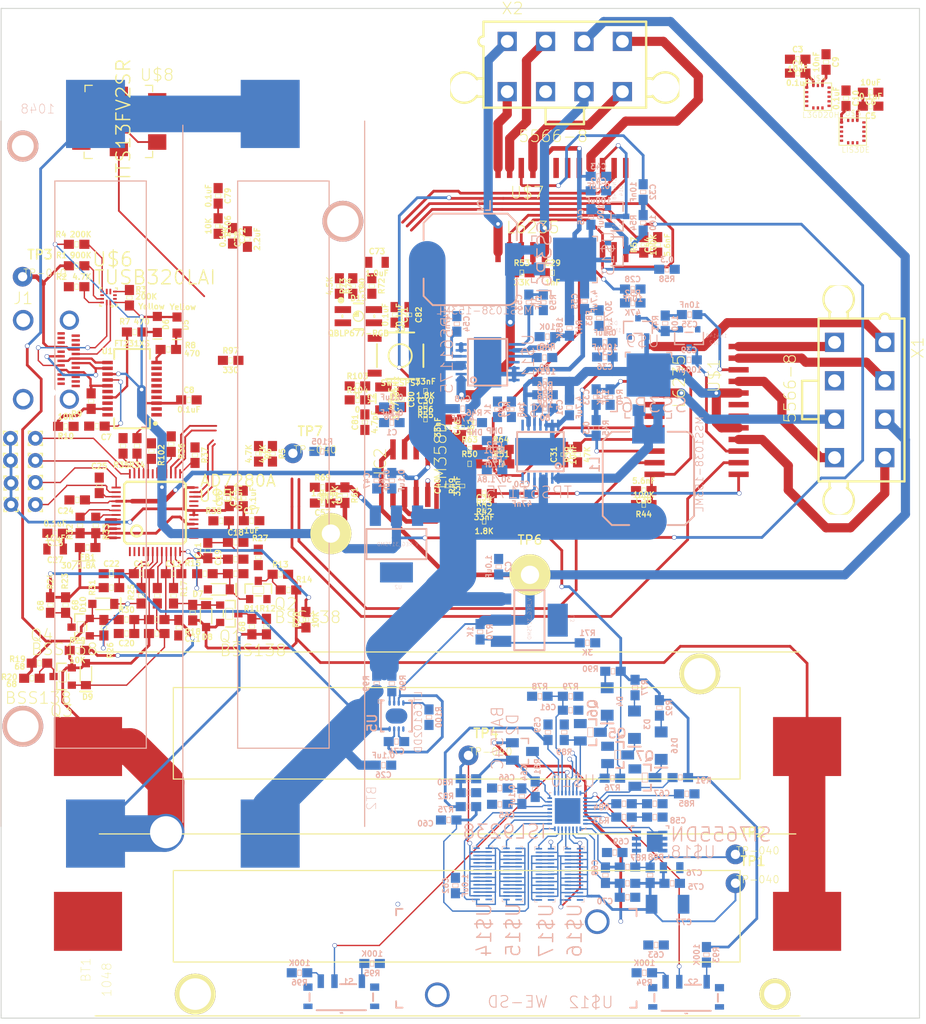
<source format=kicad_pcb>
(kicad_pcb (version 4) (host pcbnew 4.0.2+dfsg1-stable)
  (layers (0 F.Cu signal) (31 B.Cu signal) (34 B.Paste user) (35 F.Paste user) (36 B.SilkS user) (37 F.SilkS user) (38 B.Mask user) (39 F.Mask user) (44 Edge.Cuts user))
  (net 0 "")
  (net 1 GND)
  (net 2 /V_BATT)
  (net 3 /5V)
  (net 4 /3P3V)
  (net 5 /N$14)
  (net 6 /N$8)
  (net 7 /N$13)
  (net 8 /N$29)
  (net 9 /N$31)
  (net 10 /N$28)
  (net 11 /N$30)
  (net 12 /VDD_BATT)
  (net 13 /V_REG_BATT)
  (net 14 /VREF)
  (net 15 /CREF)
  (net 16 /V_CELL4)
  (net 17 /N$35)
  (net 18 /N$26)
  (net 19 /VREF_Y)
  (net 20 /N$25)
  (net 21 /N$51)
  (net 22 /N$52)
  (net 23 /N$16)
  (net 24 /VREF_X)
  (net 25 /N$49)
  (net 26 /N$50)
  (net 27 /V_DRIVER_X)
  (net 28 /N$38)
  (net 29 /N$47)
  (net 30 /N$42)
  (net 31 /N$39)
  (net 32 /V_DRIVER_Y)
  (net 33 /N$40)
  (net 34 /N$45)
  (net 35 /N$61)
  (net 36 /N$56)
  (net 37 /N$69)
  (net 38 /N$66)
  (net 39 /N$68)
  (net 40 /N$58)
  (net 41 /N$54)
  (net 42 /N$57)
  (net 43 /N$81)
  (net 44 /N$79)
  (net 45 /VDDP)
  (net 46 /N$99)
  (net 47 /N$62)
  (net 48 /N$65)
  (net 49 /N$91)
  (net 50 /N$92)
  (net 51 /N$72)
  (net 52 /CSOP)
  (net 53 /CSON)
  (net 54 /RST)
  (net 55 /N$116)
  (net 56 /VSYS+)
  (net 57 /N$76)
  (net 58 /N$77)
  (net 59 /V_BUS)
  (net 60 /N$107)
  (net 61 /N$82)
  (net 62 /N$80)
  (net 63 /N$89)
  (net 64 /N$88)
  (net 65 /N$4)
  (net 66 /N$7)
  (net 67 /N$9)
  (net 68 /V_CELL1)
  (net 69 /N$12)
  (net 70 /V_CELL2)
  (net 71 /N$21)
  (net 72 /V_CELL3)
  (net 73 /N$23)
  (net 74 /N$48)
  (net 75 /N$46)
  (net 76 /N$74)
  (net 77 /N$63)
  (net 78 /N$96)
  (net 79 /N$95)
  (net 80 /CLK)
  (net 81 /MISO)
  (net 82 /MOSI)
  (net 83 /CS_GYRO)
  (net 84 /ALERT_BATT)
  (net 85 /CS_ACCEL)
  (net 86 /SCL)
  (net 87 /SDA)
  (net 88 /BOOT0)
  (net 89 /CC1)
  (net 90 /DP)
  (net 91 /DM)
  (net 92 /CC2)
  (net 93 /N$53)
  (net 94 /N$60)
  (net 95 /T_CELL1)
  (net 96 /T_CELL2)
  (net 97 /T_CELL3)
  (net 98 /T_CELL4)
  (net 99 /N$15)
  (net 100 /N$20)
  (net 101 /N$22)
  (net 102 /N$24)
  (net 103 /ACOK)
  (net 104 /PROCHOT)
  (net 105 /OTGPG/CMOUT)
  (net 106 /N$6)
  (net 107 /N$1)
  (net 108 /N$11)
  (net 109 /N$3)
  (net 110 /N$5)
  (net 111 /N$2)
  (net 112 /N$10)
  (net 113 /CB1)
  (net 114 /CB2)
  (net 115 /CB3)
  (net 116 /CB4)
  (net 117 /N$33)
  (net 118 /N$32)
  (net 119 /N$37)
  (net 120 /N$36)
  (net 121 /N$34)
  (net 122 /N$27)
  (net 123 /N$19)
  (net 124 /N$44)
  (net 125 /N$59)
  (net 126 /TACHO_X)
  (net 127 /N$41)
  (net 128 /N$43)
  (net 129 /N$55)
  (net 130 /N$70)
  (net 131 /TACHO_Y)
  (net 132 /N$71)
  (net 133 /N$67)
  (net 134 /N$64)
  (net 135 /N$94)
  (net 136 /N$73)
  (net 137 /N$108)
  (net 138 /N$110)
  (net 139 /VSYS-)
  (net 140 /N$86)
  (net 141 /N$87)
  (net 142 /N$98)
  (net 143 /N$100)
  (net 144 /N$101)
  (net 145 /N$85)
  (net 146 /AUX_TERM)
  (net 147 /OTGEN/CMIN)
  (net 148 /BATGONE)
  (net 149 /HALL1_X)
  (net 150 /OUT1_X)
  (net 151 /OUT3_X)
  (net 152 /OUT2_X)
  (net 153 /HALL2_X)
  (net 154 /HALL3_X)
  (net 155 /HALL1_Y)
  (net 156 /OUT1_Y)
  (net 157 /OUT3_Y)
  (net 158 /OUT2_Y)
  (net 159 /HALL2_Y)
  (net 160 /HALL3_Y)
  (net 161 /N$118)
  (net 162 /N$117)
  (net 163 /N$109)
  (net 164 /N$111)
  (net 165 /N$83)
  (net 166 GNDPWR)
  (module BAT_1048 (layer B.Cu) (at 71.374 102.87 90)
    (fp_text reference BT2 (at -35.4614 20.6358 90) (layer B.SilkS) (effects (font (size 1.00004 1.00004) (thickness 0.05)) (justify mirror)))
    (fp_text value 1048 (at 39.878 -15.875 180) (layer B.SilkS) (effects (font (size 1.00145 1.00145) (thickness 0.05)) (justify mirror)))
    (pad C1+ smd rect (at -39.33 9.555 90) (size 7.45 6.45) (layers B.Cu B.Paste B.Mask) (net 16 /V_CELL4))
    (pad C1- smd rect (at 39.33 9.555 90) (size 7.45 6.45) (layers B.Cu B.Paste B.Mask) (net 72 /V_CELL3))
    (pad C2- smd rect (at -39.33 -9.555 90) (size 7.45 6.45) (layers B.Cu B.Paste B.Mask) (net 70 /V_CELL2))
    (pad C2+ smd rect (at 39.33 -9.555 90) (size 7.45 6.45) (layers B.Cu B.Paste B.Mask) (net 72 /V_CELL3))
    (pad P$3 thru_hole circle (at -27.6 -17.505 90) (size 4.466 4.466) (drill 3.45) (layers *.Cu *.Mask B.SilkS))
    (pad P$4 thru_hole circle (at 27.6 17.505 90) (size 4.466 4.466) (drill 3.45) (layers *.Cu *.Mask B.SilkS))
    (pad P$5 thru_hole circle (at 35.82 -17.505 90) (size 3.406 3.406) (drill 2.39) (layers *.Cu *.Mask B.SilkS))
  )
  (module SPARKFUN-CAPACITORS_0603 (layer B.Cu) (at 94.234 97.282)
    (fp_text reference C1 (at 0 1.0668) (layer B.SilkS) (effects (font (size 0.6096 0.6096) (thickness 0.127)) (justify mirror)))
    (fp_text value 0.1uF (at 0 -1.0668) (layer B.SilkS) (effects (font (size 0.6096 0.6096) (thickness 0.127)) (justify mirror)))
    (pad 1 smd rect (at -0.84836 0) (size 1.09982 0.99822) (layers B.Cu B.Paste B.Mask) (net 1 GND))
    (pad 2 smd rect (at 0.84836 0) (size 1.09982 0.99822) (layers B.Cu B.Paste B.Mask) (net 2 /V_BATT))
  )
  (module SPARKFUN-CAPACITORS_0603 (layer B.Cu) (at 105.918 113.03 90)
    (fp_text reference C2 (at 0 1.0668 90) (layer B.SilkS) (effects (font (size 0.6096 0.6096) (thickness 0.127)) (justify mirror)))
    (fp_text value 1.0uF (at 0 -1.0668 90) (layer B.SilkS) (effects (font (size 0.6096 0.6096) (thickness 0.127)) (justify mirror)))
    (pad 1 smd rect (at -0.84836 0 90) (size 1.09982 0.99822) (layers B.Cu B.Paste B.Mask) (net 3 /5V))
    (pad 2 smd rect (at 0.84836 0 90) (size 1.09982 0.99822) (layers B.Cu B.Paste B.Mask) (net 1 GND))
  )
  (module SPARKFUN-CAPACITORS_0603 (layer F.Cu) (at 138.6332 57.5564)
    (fp_text reference C3 (at 0 -1.0668) (layer F.SilkS) (effects (font (size 0.6096 0.6096) (thickness 0.127))))
    (fp_text value 10uF (at 0 1.0668) (layer F.SilkS) (effects (font (size 0.6096 0.6096) (thickness 0.127))))
    (pad 1 smd rect (at -0.84836 0) (size 1.09982 0.99822) (layers F.Cu F.Paste F.Mask) (net 1 GND))
    (pad 2 smd rect (at 0.84836 0) (size 1.09982 0.99822) (layers F.Cu F.Paste F.Mask) (net 4 /3P3V))
  )
  (module SPARKFUN-CAPACITORS_0603 (layer F.Cu) (at 138.6332 59.0804)
    (fp_text reference C4 (at 0 -1.0668) (layer F.SilkS) (effects (font (size 0.6096 0.6096) (thickness 0.127))))
    (fp_text value 0.1uF (at 0 1.0668) (layer F.SilkS) (effects (font (size 0.6096 0.6096) (thickness 0.127))))
    (pad 1 smd rect (at -0.84836 0) (size 1.09982 0.99822) (layers F.Cu F.Paste F.Mask) (net 1 GND))
    (pad 2 smd rect (at 0.84836 0) (size 1.09982 0.99822) (layers F.Cu F.Paste F.Mask) (net 4 /3P3V))
  )
  (module SPARKFUN-CAPACITORS_0603 (layer F.Cu) (at 146.6088 62.6872 180)
    (fp_text reference C5 (at 0 -1.0668 180) (layer F.SilkS) (effects (font (size 0.6096 0.6096) (thickness 0.127))))
    (fp_text value 0.1uF (at 0 1.0668 180) (layer F.SilkS) (effects (font (size 0.6096 0.6096) (thickness 0.127))))
    (pad 1 smd rect (at -0.84836 0 180) (size 1.09982 0.99822) (layers F.Cu F.Paste F.Mask) (net 1 GND))
    (pad 2 smd rect (at 0.84836 0 180) (size 1.09982 0.99822) (layers F.Cu F.Paste F.Mask) (net 4 /3P3V))
  )
  (module SPARKFUN-CAPACITORS_0603 (layer F.Cu) (at 146.6088 61.1632 180)
    (fp_text reference C6 (at 0 -1.0668 180) (layer F.SilkS) (effects (font (size 0.6096 0.6096) (thickness 0.127))))
    (fp_text value 10uF (at 0 1.0668 180) (layer F.SilkS) (effects (font (size 0.6096 0.6096) (thickness 0.127))))
    (pad 1 smd rect (at -0.84836 0 180) (size 1.09982 0.99822) (layers F.Cu F.Paste F.Mask) (net 1 GND))
    (pad 2 smd rect (at 0.84836 0 180) (size 1.09982 0.99822) (layers F.Cu F.Paste F.Mask) (net 4 /3P3V))
  )
  (module SPARKFUN-CAPACITORS_0603 (layer F.Cu) (at 61.976 97.663 180)
    (fp_text reference C7 (at -1.016 -1.2065 180) (layer F.SilkS) (effects (font (size 0.6096 0.6096) (thickness 0.127))))
    (fp_text value 0.1uF hide)
    (pad 1 smd rect (at -0.84836 0 180) (size 1.09982 0.99822) (layers F.Cu F.Paste F.Mask) (net 5 /N$14))
    (pad 2 smd rect (at 0.84836 0 180) (size 1.09982 0.99822) (layers F.Cu F.Paste F.Mask) (net 1 GND))
  )
  (module SPARKFUN-CAPACITORS_0603 (layer F.Cu) (at 72.0344 94.7928)
    (fp_text reference C8 (at 0 -1.0668) (layer F.SilkS) (effects (font (size 0.6096 0.6096) (thickness 0.127))))
    (fp_text value 0.1uF (at 0 1.0668) (layer F.SilkS) (effects (font (size 0.6096 0.6096) (thickness 0.127))))
    (pad 1 smd rect (at -0.84836 0) (size 1.09982 0.99822) (layers F.Cu F.Paste F.Mask) (net 4 /3P3V))
    (pad 2 smd rect (at 0.84836 0) (size 1.09982 0.99822) (layers F.Cu F.Paste F.Mask) (net 1 GND))
  )
  (module SPARKFUN-CAPACITORS_0603 (layer F.Cu) (at 141.732 57.8612 270)
    (fp_text reference C9 (at 0 -1.0668 270) (layer F.SilkS) (effects (font (size 0.6096 0.6096) (thickness 0.127))))
    (fp_text value 10nF (at 0 1.0668 270) (layer F.SilkS) (effects (font (size 0.6096 0.6096) (thickness 0.127))))
    (pad 1 smd rect (at -0.84836 0 270) (size 1.09982 0.99822) (layers F.Cu F.Paste F.Mask) (net 1 GND))
    (pad 2 smd rect (at 0.84836 0 270) (size 1.09982 0.99822) (layers F.Cu F.Paste F.Mask) (net 6 /N$8))
  )
  (module SPARKFUN-CAPACITORS_0603 (layer F.Cu) (at 143.9164 61.8236 270)
    (fp_text reference C10 (at 0 -1.0668 270) (layer F.SilkS) (effects (font (size 0.6096 0.6096) (thickness 0.127))))
    (fp_text value 0.1uF (at 0 1.0668 270) (layer F.SilkS) (effects (font (size 0.6096 0.6096) (thickness 0.127))))
    (pad 1 smd rect (at -0.84836 0 270) (size 1.09982 0.99822) (layers F.Cu F.Paste F.Mask) (net 1 GND))
    (pad 2 smd rect (at 0.84836 0 270) (size 1.09982 0.99822) (layers F.Cu F.Paste F.Mask) (net 4 /3P3V))
  )
  (module SPARKFUN-CAPACITORS_0603 (layer F.Cu) (at 74.1045 111.252 90)
    (fp_text reference C11 (at 0 -1.0668 90) (layer F.SilkS) (effects (font (size 0.6096 0.6096) (thickness 0.127))))
    (fp_text value 0.1uF hide)
    (pad 1 smd rect (at -0.84836 0 90) (size 1.09982 0.99822) (layers F.Cu F.Paste F.Mask) (net 7 /N$13))
    (pad 2 smd rect (at 0.84836 0 90) (size 1.09982 0.99822) (layers F.Cu F.Paste F.Mask) (net 8 /N$29))
  )
  (module SPARKFUN-CAPACITORS_0603 (layer F.Cu) (at 70.358 113.792)
    (fp_text reference C12 (at 0 -1.0668) (layer F.SilkS) (effects (font (size 0.6096 0.6096) (thickness 0.127))))
    (fp_text value 0.1uF hide)
    (pad 1 smd rect (at -0.84836 0) (size 1.09982 0.99822) (layers F.Cu F.Paste F.Mask) (net 9 /N$31))
    (pad 2 smd rect (at 0.84836 0) (size 1.09982 0.99822) (layers F.Cu F.Paste F.Mask) (net 7 /N$13))
  )
  (module SPARKFUN-CAPACITORS_0603 (layer F.Cu) (at 68.5165 118.8085)
    (fp_text reference C13 hide)
    (fp_text value 0.1uF hide)
    (pad 1 smd rect (at -0.84836 0) (size 1.09982 0.99822) (layers F.Cu F.Paste F.Mask) (net 10 /N$28))
    (pad 2 smd rect (at 0.84836 0) (size 1.09982 0.99822) (layers F.Cu F.Paste F.Mask) (net 9 /N$31))
  )
  (module SPARKFUN-CAPACITORS_0603 (layer F.Cu) (at 66.8655 113.792)
    (fp_text reference C14 (at 0 -1.0668) (layer F.SilkS) (effects (font (size 0.6096 0.6096) (thickness 0.127))))
    (fp_text value 0.1uF hide)
    (pad 1 smd rect (at -0.84836 0) (size 1.09982 0.99822) (layers F.Cu F.Paste F.Mask) (net 11 /N$30))
    (pad 2 smd rect (at 0.84836 0) (size 1.09982 0.99822) (layers F.Cu F.Paste F.Mask) (net 10 /N$28))
  )
  (module SPARKFUN-CAPACITORS_0603 (layer F.Cu) (at 57.404 109.3724 180)
    (fp_text reference C15 (at 0 -1.0668 180) (layer F.SilkS) (effects (font (size 0.6096 0.6096) (thickness 0.127))))
    (fp_text value 0.1uF (at 0 1.0668 180) (layer F.SilkS) (effects (font (size 0.6096 0.6096) (thickness 0.127))))
    (pad 1 smd rect (at -0.84836 0 180) (size 1.09982 0.99822) (layers F.Cu F.Paste F.Mask) (net 12 /VDD_BATT))
    (pad 2 smd rect (at 0.84836 0 180) (size 1.09982 0.99822) (layers F.Cu F.Paste F.Mask) (net 1 GND))
  )
  (module SPARKFUN-CAPACITORS_0603 (layer F.Cu) (at 76.454 105.5624 90)
    (fp_text reference C16 (at 0 -1.0668 90) (layer F.SilkS) (effects (font (size 0.6096 0.6096) (thickness 0.127))))
    (fp_text value 0.1uF (at 0 1.0668 90) (layer F.SilkS) (effects (font (size 0.6096 0.6096) (thickness 0.127))))
    (pad 1 smd rect (at -0.84836 0 90) (size 1.09982 0.99822) (layers F.Cu F.Paste F.Mask) (net 13 /V_REG_BATT))
    (pad 2 smd rect (at 0.84836 0 90) (size 1.09982 0.99822) (layers F.Cu F.Paste F.Mask) (net 1 GND))
  )
  (module SPARKFUN-CAPACITORS_0603 (layer F.Cu) (at 78.8924 108.0008)
    (fp_text reference C17 (at 0 -1.0668) (layer F.SilkS) (effects (font (size 0.6096 0.6096) (thickness 0.127))))
    (fp_text value 1uF (at 0 1.0668) (layer F.SilkS) (effects (font (size 0.6096 0.6096) (thickness 0.127))))
    (pad 1 smd rect (at -0.84836 0) (size 1.09982 0.99822) (layers F.Cu F.Paste F.Mask) (net 13 /V_REG_BATT))
    (pad 2 smd rect (at 0.84836 0) (size 1.09982 0.99822) (layers F.Cu F.Paste F.Mask) (net 1 GND))
  )
  (module SPARKFUN-CAPACITORS_0603 (layer F.Cu) (at 77.1525 110.363)
    (fp_text reference C18 (at 0 -1.0668) (layer F.SilkS) (effects (font (size 0.6096 0.6096) (thickness 0.127))))
    (fp_text value 0.1uF hide)
    (pad 1 smd rect (at -0.84836 0) (size 1.09982 0.99822) (layers F.Cu F.Paste F.Mask) (net 8 /N$29))
    (pad 2 smd rect (at 0.84836 0) (size 1.09982 0.99822) (layers F.Cu F.Paste F.Mask) (net 1 GND))
  )
  (module SPARKFUN-CAPACITORS_0603 (layer F.Cu) (at 77.1525 112.2045)
    (fp_text reference C19 (at -1.905 -0.1905 90) (layer F.SilkS) (effects (font (size 0.6096 0.6096) (thickness 0.127))))
    (fp_text value 0.1uF hide)
    (pad 1 smd rect (at -0.84836 0) (size 1.09982 0.99822) (layers F.Cu F.Paste F.Mask) (net 7 /N$13))
    (pad 2 smd rect (at 0.84836 0) (size 1.09982 0.99822) (layers F.Cu F.Paste F.Mask) (net 1 GND))
  )
  (module SPARKFUN-CAPACITORS_0603 (layer F.Cu) (at 65.2145 120.3325 180)
    (fp_text reference C20 (at 0 -1.0668 180) (layer F.SilkS) (effects (font (size 0.6096 0.6096) (thickness 0.127))))
    (fp_text value 0.1uF hide)
    (pad 1 smd rect (at -0.84836 0 180) (size 1.09982 0.99822) (layers F.Cu F.Paste F.Mask) (net 10 /N$28))
    (pad 2 smd rect (at 0.84836 0 180) (size 1.09982 0.99822) (layers F.Cu F.Paste F.Mask) (net 1 GND))
  )
  (module SPARKFUN-CAPACITORS_0603 (layer F.Cu) (at 70.9295 119.6975 270)
    (fp_text reference C21 (at 1.2065 -1.524 360) (layer F.SilkS) (effects (font (size 0.6096 0.6096) (thickness 0.127))))
    (fp_text value 0.1uF hide)
    (pad 1 smd rect (at -0.84836 0 270) (size 1.09982 0.99822) (layers F.Cu F.Paste F.Mask) (net 9 /N$31))
    (pad 2 smd rect (at 0.84836 0 270) (size 1.09982 0.99822) (layers F.Cu F.Paste F.Mask) (net 1 GND))
  )
  (module SPARKFUN-CAPACITORS_0603 (layer F.Cu) (at 63.5635 113.792 180)
    (fp_text reference C22 (at 0 1.0795 180) (layer F.SilkS) (effects (font (size 0.6096 0.6096) (thickness 0.127))))
    (fp_text value 0.1uF hide)
    (pad 1 smd rect (at -0.84836 0 180) (size 1.09982 0.99822) (layers F.Cu F.Paste F.Mask) (net 11 /N$30))
    (pad 2 smd rect (at 0.84836 0 180) (size 1.09982 0.99822) (layers F.Cu F.Paste F.Mask) (net 1 GND))
  )
  (module SPARKFUN-CAPACITORS_0603 (layer F.Cu) (at 77.978 105.5624 90)
    (fp_text reference C23 (at 0 -1.0668 90) (layer F.SilkS) (effects (font (size 0.6096 0.6096) (thickness 0.127))))
    (fp_text value 0.1uF (at 0 1.0668 90) (layer F.SilkS) (effects (font (size 0.6096 0.6096) (thickness 0.127))))
    (pad 1 smd rect (at -0.84836 0 90) (size 1.09982 0.99822) (layers F.Cu F.Paste F.Mask) (net 13 /V_REG_BATT))
    (pad 2 smd rect (at 0.84836 0 90) (size 1.09982 0.99822) (layers F.Cu F.Paste F.Mask) (net 1 GND))
  )
  (module SPARKFUN-CAPACITORS_0603 (layer F.Cu) (at 59.817 105.7275 180)
    (fp_text reference C24 (at 1.27 -1.2065 180) (layer F.SilkS) (effects (font (size 0.6096 0.6096) (thickness 0.127))))
    (fp_text value 1uF hide)
    (pad 1 smd rect (at -0.84836 0 180) (size 1.09982 0.99822) (layers F.Cu F.Paste F.Mask) (net 14 /VREF))
    (pad 2 smd rect (at 0.84836 0 180) (size 1.09982 0.99822) (layers F.Cu F.Paste F.Mask) (net 1 GND))
  )
  (module SPARKFUN-CAPACITORS_0603 (layer F.Cu) (at 62.23 104.14 90)
    (fp_text reference C25 (at 2.0955 0 180) (layer F.SilkS) (effects (font (size 0.6096 0.6096) (thickness 0.127))))
    (fp_text value 0.1uF hide)
    (pad 1 smd rect (at -0.84836 0 90) (size 1.09982 0.99822) (layers F.Cu F.Paste F.Mask) (net 15 /CREF))
    (pad 2 smd rect (at 0.84836 0 90) (size 1.09982 0.99822) (layers F.Cu F.Paste F.Mask) (net 1 GND))
  )
  (module SPARKFUN-CAPACITORS_0603 (layer B.Cu) (at 93.3196 134.7216)
    (fp_text reference C26 (at 0 1.0668) (layer B.SilkS) (effects (font (size 0.6096 0.6096) (thickness 0.127)) (justify mirror)))
    (fp_text value 0.1uF (at 0 -1.0668) (layer B.SilkS) (effects (font (size 0.6096 0.6096) (thickness 0.127)) (justify mirror)))
    (pad 1 smd rect (at -0.84836 0) (size 1.09982 0.99822) (layers B.Cu B.Paste B.Mask) (net 16 /V_CELL4))
    (pad 2 smd rect (at 0.84836 0) (size 1.09982 0.99822) (layers B.Cu B.Paste B.Mask) (net 1 GND))
  )
  (module SPARKFUN-CAPACITORS_0805 (layer F.Cu) (at 57.404 111.0996 180)
    (fp_text reference C27 (at 0 -1.1938 180) (layer F.SilkS) (effects (font (size 0.6096 0.6096) (thickness 0.127))))
    (fp_text value 10uF (at 0 1.1938 180) (layer F.SilkS) (effects (font (size 0.6096 0.6096) (thickness 0.127))))
    (pad 1 smd rect (at -0.89916 0 180) (size 0.79756 1.19888) (layers F.Cu F.Paste F.Mask) (net 12 /VDD_BATT))
    (pad 2 smd rect (at 0.89916 0 180) (size 0.79756 1.19888) (layers F.Cu F.Paste F.Mask) (net 1 GND))
  )
  (module SPARKFUN-CAPACITORS_0603 (layer B.Cu) (at 120.5865 82.677 180)
    (fp_text reference C28 (at 0 1.0668 180) (layer B.SilkS) (effects (font (size 0.6096 0.6096) (thickness 0.127)) (justify mirror)))
    (fp_text value 10nF (at 0 -1.0668 180) (layer B.SilkS) (effects (font (size 0.6096 0.6096) (thickness 0.127)) (justify mirror)))
    (pad 1 smd rect (at -0.84836 0 180) (size 1.09982 0.99822) (layers B.Cu B.Paste B.Mask) (net 1 GND))
    (pad 2 smd rect (at 0.84836 0 180) (size 1.09982 0.99822) (layers B.Cu B.Paste B.Mask) (net 17 /N$35))
  )
  (module SPARKFUN-CAPACITORS_0603 (layer F.Cu) (at 111.8235 80.899)
    (fp_text reference C29 (at 0 -1.0668) (layer F.SilkS) (effects (font (size 0.6096 0.6096) (thickness 0.127))))
    (fp_text value 1nF (at 0 1.0668) (layer F.SilkS) (effects (font (size 0.6096 0.6096) (thickness 0.127))))
    (pad 1 smd rect (at -0.84836 0) (size 1.09982 0.99822) (layers F.Cu F.Paste F.Mask) (net 18 /N$26))
    (pad 2 smd rect (at 0.84836 0) (size 1.09982 0.99822) (layers F.Cu F.Paste F.Mask) (net 1 GND))
  )
  (module SPARKFUN-CAPACITORS_0603 (layer F.Cu) (at 97.917 93.853 180)
    (fp_text reference C30 (at 0 -1.0668 180) (layer F.SilkS) (effects (font (size 0.6096 0.6096) (thickness 0.127))))
    (fp_text value 33nF (at 0 1.0668 180) (layer F.SilkS) (effects (font (size 0.6096 0.6096) (thickness 0.127))))
    (pad 1 smd rect (at -0.84836 0 180) (size 1.09982 0.99822) (layers F.Cu F.Paste F.Mask) (net 1 GND))
    (pad 2 smd rect (at 0.84836 0 180) (size 1.09982 0.99822) (layers F.Cu F.Paste F.Mask) (net 19 /VREF_Y))
  )
  (module SPARKFUN-CAPACITORS_0603 (layer F.Cu) (at 113.03 100.7745 90)
    (fp_text reference C31 (at 0 -1.0668 90) (layer F.SilkS) (effects (font (size 0.6096 0.6096) (thickness 0.127))))
    (fp_text value 10nF (at 0 1.0668 90) (layer F.SilkS) (effects (font (size 0.6096 0.6096) (thickness 0.127))))
    (pad 1 smd rect (at -0.84836 0 90) (size 1.09982 0.99822) (layers F.Cu F.Paste F.Mask) (net 1 GND))
    (pad 2 smd rect (at 0.84836 0 90) (size 1.09982 0.99822) (layers F.Cu F.Paste F.Mask) (net 20 /N$25))
  )
  (module SPARKFUN-CAPACITORS_0603 (layer B.Cu) (at 121.7295 72.0725 90)
    (fp_text reference C32 (at 0 1.0668 90) (layer B.SilkS) (effects (font (size 0.6096 0.6096) (thickness 0.127)) (justify mirror)))
    (fp_text value 10nF (at 0 -1.0668 90) (layer B.SilkS) (effects (font (size 0.6096 0.6096) (thickness 0.127)) (justify mirror)))
    (pad 1 smd rect (at -0.84836 0 90) (size 1.09982 0.99822) (layers B.Cu B.Paste B.Mask) (net 21 /N$51))
    (pad 2 smd rect (at 0.84836 0 90) (size 1.09982 0.99822) (layers B.Cu B.Paste B.Mask) (net 22 /N$52))
  )
  (module SPARKFUN-CAPACITORS_0603 (layer B.Cu) (at 116.586 94.488 270)
    (fp_text reference C33 (at 0 1.0668 270) (layer B.SilkS) (effects (font (size 0.6096 0.6096) (thickness 0.127)) (justify mirror)))
    (fp_text value 1nF (at 0 -1.0668 270) (layer B.SilkS) (effects (font (size 0.6096 0.6096) (thickness 0.127)) (justify mirror)))
    (pad 1 smd rect (at -0.84836 0 270) (size 1.09982 0.99822) (layers B.Cu B.Paste B.Mask) (net 23 /N$16))
    (pad 2 smd rect (at 0.84836 0 270) (size 1.09982 0.99822) (layers B.Cu B.Paste B.Mask) (net 1 GND))
  )
  (module SPARKFUN-CAPACITORS_0603 (layer F.Cu) (at 104.3305 106.553)
    (fp_text reference C34 (at 0 -1.0668) (layer F.SilkS) (effects (font (size 0.6096 0.6096) (thickness 0.127))))
    (fp_text value 33nF (at 0 1.0668) (layer F.SilkS) (effects (font (size 0.6096 0.6096) (thickness 0.127))))
    (pad 1 smd rect (at -0.84836 0) (size 1.09982 0.99822) (layers F.Cu F.Paste F.Mask) (net 1 GND))
    (pad 2 smd rect (at 0.84836 0) (size 1.09982 0.99822) (layers F.Cu F.Paste F.Mask) (net 24 /VREF_X))
  )
  (module SPARKFUN-CAPACITORS_0603 (layer B.Cu) (at 126.8095 85.471)
    (fp_text reference C35 (at 0 1.0668) (layer B.SilkS) (effects (font (size 0.6096 0.6096) (thickness 0.127)) (justify mirror)))
    (fp_text value 10nF (at 0 -1.0668) (layer B.SilkS) (effects (font (size 0.6096 0.6096) (thickness 0.127)) (justify mirror)))
    (pad 1 smd rect (at -0.84836 0) (size 1.09982 0.99822) (layers B.Cu B.Paste B.Mask) (net 25 /N$49))
    (pad 2 smd rect (at 0.84836 0) (size 1.09982 0.99822) (layers B.Cu B.Paste B.Mask) (net 26 /N$50))
  )
  (module SPARKFUN-CAPACITORS_0603 (layer B.Cu) (at 117.5385 90.1065)
    (fp_text reference C36 (at 0 1.0668) (layer B.SilkS) (effects (font (size 0.6096 0.6096) (thickness 0.127)) (justify mirror)))
    (fp_text value 100uF (at 0 -1.0668) (layer B.SilkS) (effects (font (size 0.6096 0.6096) (thickness 0.127)) (justify mirror)))
    (pad 1 smd rect (at -0.84836 0) (size 1.09982 0.99822) (layers B.Cu B.Paste B.Mask) (net 1 GND))
    (pad 2 smd rect (at 0.84836 0) (size 1.09982 0.99822) (layers B.Cu B.Paste B.Mask) (net 27 /V_DRIVER_X))
  )
  (module SPARKFUN-CAPACITORS_0603 (layer B.Cu) (at 117.5385 88.519)
    (fp_text reference C37 (at 0 1.0668) (layer B.SilkS) (effects (font (size 0.6096 0.6096) (thickness 0.127)) (justify mirror)))
    (fp_text value 0.1uF (at 0 -1.0668) (layer B.SilkS) (effects (font (size 0.6096 0.6096) (thickness 0.127)) (justify mirror)))
    (pad 1 smd rect (at -0.84836 0) (size 1.09982 0.99822) (layers B.Cu B.Paste B.Mask) (net 1 GND))
    (pad 2 smd rect (at 0.84836 0) (size 1.09982 0.99822) (layers B.Cu B.Paste B.Mask) (net 27 /V_DRIVER_X))
  )
  (module SPARKFUN-CAPACITORS_0603 (layer F.Cu) (at 121.793 104.7115 180)
    (fp_text reference C38 (at 0 -1.0668 180) (layer F.SilkS) (effects (font (size 0.6096 0.6096) (thickness 0.127))))
    (fp_text value 5.6nF (at 0 1.0668 180) (layer F.SilkS) (effects (font (size 0.6096 0.6096) (thickness 0.127))))
    (pad 1 smd rect (at -0.84836 0 180) (size 1.09982 0.99822) (layers F.Cu F.Paste F.Mask) (net 28 /N$38))
    (pad 2 smd rect (at 0.84836 0 180) (size 1.09982 0.99822) (layers F.Cu F.Paste F.Mask) (net 1 GND))
  )
  (module SPARKFUN-CAPACITORS_0603 (layer B.Cu) (at 126.746 90.424 180)
    (fp_text reference C39 (at 0 1.0668 180) (layer B.SilkS) (effects (font (size 0.6096 0.6096) (thickness 0.127)) (justify mirror)))
    (fp_text value 100uF (at 0 -1.0668 180) (layer B.SilkS) (effects (font (size 0.6096 0.6096) (thickness 0.127)) (justify mirror)))
    (pad 1 smd rect (at -0.84836 0 180) (size 1.09982 0.99822) (layers B.Cu B.Paste B.Mask) (net 29 /N$47))
    (pad 2 smd rect (at 0.84836 0 180) (size 1.09982 0.99822) (layers B.Cu B.Paste B.Mask) (net 27 /V_DRIVER_X))
  )
  (module SPARKFUN-CAPACITORS_0603 (layer F.Cu) (at 100.33 104.2035 90)
    (fp_text reference C40 (at 0 -1.0668 90) (layer F.SilkS) (effects (font (size 0.6096 0.6096) (thickness 0.127))))
    (fp_text value 33nF (at 0 1.0668 90) (layer F.SilkS) (effects (font (size 0.6096 0.6096) (thickness 0.127))))
    (pad 1 smd rect (at -0.84836 0 90) (size 1.09982 0.99822) (layers F.Cu F.Paste F.Mask) (net 30 /N$42))
    (pad 2 smd rect (at 0.84836 0 90) (size 1.09982 0.99822) (layers F.Cu F.Paste F.Mask) (net 31 /N$39))
  )
  (module SPARKFUN-CAPACITORS_0603 (layer B.Cu) (at 94.234 103.632 270)
    (fp_text reference C41 (at 0 1.0668 270) (layer B.SilkS) (effects (font (size 0.6096 0.6096) (thickness 0.127)) (justify mirror)))
    (fp_text value 0.1uF (at 0 -1.0668 270) (layer B.SilkS) (effects (font (size 0.6096 0.6096) (thickness 0.127)) (justify mirror)))
    (pad 1 smd rect (at -0.84836 0 270) (size 1.09982 0.99822) (layers B.Cu B.Paste B.Mask) (net 14 /VREF))
    (pad 2 smd rect (at 0.84836 0 270) (size 1.09982 0.99822) (layers B.Cu B.Paste B.Mask) (net 1 GND))
  )
  (module SPARKFUN-CAPACITORS_0603 (layer B.Cu) (at 116.84 71.9455 180)
    (fp_text reference C42 (at 0 1.0668 180) (layer B.SilkS) (effects (font (size 0.6096 0.6096) (thickness 0.127)) (justify mirror)))
    (fp_text value 100uF (at 0 -1.0668 180) (layer B.SilkS) (effects (font (size 0.6096 0.6096) (thickness 0.127)) (justify mirror)))
    (pad 1 smd rect (at -0.84836 0 180) (size 1.09982 0.99822) (layers B.Cu B.Paste B.Mask) (net 1 GND))
    (pad 2 smd rect (at 0.84836 0 180) (size 1.09982 0.99822) (layers B.Cu B.Paste B.Mask) (net 32 /V_DRIVER_Y))
  )
  (module SPARKFUN-CAPACITORS_0603 (layer B.Cu) (at 116.84 70.358 180)
    (fp_text reference C43 (at 0 1.0668 180) (layer B.SilkS) (effects (font (size 0.6096 0.6096) (thickness 0.127)) (justify mirror)))
    (fp_text value 0.1uF (at 0 -1.0668 180) (layer B.SilkS) (effects (font (size 0.6096 0.6096) (thickness 0.127)) (justify mirror)))
    (pad 1 smd rect (at -0.84836 0 180) (size 1.09982 0.99822) (layers B.Cu B.Paste B.Mask) (net 1 GND))
    (pad 2 smd rect (at 0.84836 0 180) (size 1.09982 0.99822) (layers B.Cu B.Paste B.Mask) (net 32 /V_DRIVER_Y))
  )
  (module SPARKFUN-CAPACITORS_0603 (layer F.Cu) (at 123.317 77.851 90)
    (fp_text reference C44 (at 0 -1.0668 90) (layer F.SilkS) (effects (font (size 0.6096 0.6096) (thickness 0.127))))
    (fp_text value 5.6nF (at 0 1.0668 90) (layer F.SilkS) (effects (font (size 0.6096 0.6096) (thickness 0.127))))
    (pad 1 smd rect (at -0.84836 0 90) (size 1.09982 0.99822) (layers F.Cu F.Paste F.Mask) (net 33 /N$40))
    (pad 2 smd rect (at 0.84836 0 90) (size 1.09982 0.99822) (layers F.Cu F.Paste F.Mask) (net 1 GND))
  )
  (module SPARKFUN-CAPACITORS_0603 (layer B.Cu) (at 116.0145 74.803 270)
    (fp_text reference C45 (at 0 1.0668 270) (layer B.SilkS) (effects (font (size 0.6096 0.6096) (thickness 0.127)) (justify mirror)))
    (fp_text value 100uF (at 0 -1.0668 270) (layer B.SilkS) (effects (font (size 0.6096 0.6096) (thickness 0.127)) (justify mirror)))
    (pad 1 smd rect (at -0.84836 0 270) (size 1.09982 0.99822) (layers B.Cu B.Paste B.Mask) (net 34 /N$45))
    (pad 2 smd rect (at 0.84836 0 270) (size 1.09982 0.99822) (layers B.Cu B.Paste B.Mask) (net 32 /V_DRIVER_Y))
  )
  (module SPARKFUN-CAPACITORS_0603 (layer F.Cu) (at 100.33 97.79 270)
    (fp_text reference C46 (at 0 -1.0668 270) (layer F.SilkS) (effects (font (size 0.6096 0.6096) (thickness 0.127))))
    (fp_text value 33nF (at 0 1.0668 270) (layer F.SilkS) (effects (font (size 0.6096 0.6096) (thickness 0.127))))
    (pad 1 smd rect (at -0.84836 0 270) (size 1.09982 0.99822) (layers F.Cu F.Paste F.Mask) (net 35 /N$61))
    (pad 2 smd rect (at 0.84836 0 270) (size 1.09982 0.99822) (layers F.Cu F.Paste F.Mask) (net 36 /N$56))
  )
  (module SPARKFUN-CAPACITORS_0603 (layer B.Cu) (at 92.583 103.632 270)
    (fp_text reference C47 (at 0 1.0668 270) (layer B.SilkS) (effects (font (size 0.6096 0.6096) (thickness 0.127)) (justify mirror)))
    (fp_text value 0.1uF (at 0 -1.0668 270) (layer B.SilkS) (effects (font (size 0.6096 0.6096) (thickness 0.127)) (justify mirror)))
    (pad 1 smd rect (at -0.84836 0 270) (size 1.09982 0.99822) (layers B.Cu B.Paste B.Mask) (net 14 /VREF))
    (pad 2 smd rect (at 0.84836 0 270) (size 1.09982 0.99822) (layers B.Cu B.Paste B.Mask) (net 1 GND))
  )
  (module SPARKFUN-CAPACITORS_0603 (layer B.Cu) (at 101.981 95.758 180)
    (fp_text reference C48 (at 0 1.0668 180) (layer B.SilkS) (effects (font (size 0.6096 0.6096) (thickness 0.127)) (justify mirror)))
    (fp_text value 4.7uF (at 0 -1.0668 180) (layer B.SilkS) (effects (font (size 0.6096 0.6096) (thickness 0.127)) (justify mirror)))
    (pad 1 smd rect (at -0.84836 0 180) (size 1.09982 0.99822) (layers B.Cu B.Paste B.Mask) (net 166 GNDPWR))
    (pad 2 smd rect (at 0.84836 0 180) (size 1.09982 0.99822) (layers B.Cu B.Paste B.Mask) (net 2 /V_BATT))
  )
  (module SPARKFUN-CAPACITORS_0603 (layer B.Cu) (at 107.315 95.8215 270)
    (fp_text reference C49 (at 0 1.0668 270) (layer B.SilkS) (effects (font (size 0.6096 0.6096) (thickness 0.127)) (justify mirror)))
    (fp_text value 1uF (at 0 -1.0668 270) (layer B.SilkS) (effects (font (size 0.6096 0.6096) (thickness 0.127)) (justify mirror)))
    (pad 1 smd rect (at -0.84836 0 270) (size 1.09982 0.99822) (layers B.Cu B.Paste B.Mask) (net 37 /N$69))
    (pad 2 smd rect (at 0.84836 0 270) (size 1.09982 0.99822) (layers B.Cu B.Paste B.Mask) (net 38 /N$66))
  )
  (module SPARKFUN-CAPACITORS_0603 (layer B.Cu) (at 108.458 105.0925 180)
    (fp_text reference C50 (at 0 1.0668 180) (layer B.SilkS) (effects (font (size 0.6096 0.6096) (thickness 0.127)) (justify mirror)))
    (fp_text value 47nF (at 0 -1.0668 180) (layer B.SilkS) (effects (font (size 0.6096 0.6096) (thickness 0.127)) (justify mirror)))
    (pad 1 smd rect (at -0.84836 0 180) (size 1.09982 0.99822) (layers B.Cu B.Paste B.Mask) (net 39 /N$68))
    (pad 2 smd rect (at 0.84836 0 180) (size 1.09982 0.99822) (layers B.Cu B.Paste B.Mask) (net 1 GND))
  )
  (module SPARKFUN-CAPACITORS_0603 (layer B.Cu) (at 113.665 95.631 270)
    (fp_text reference C51 (at 0 1.0668 270) (layer B.SilkS) (effects (font (size 0.6096 0.6096) (thickness 0.127)) (justify mirror)))
    (fp_text value 4.7uF (at 0 -1.0668 270) (layer B.SilkS) (effects (font (size 0.6096 0.6096) (thickness 0.127)) (justify mirror)))
    (pad 1 smd rect (at -0.84836 0 270) (size 1.09982 0.99822) (layers B.Cu B.Paste B.Mask) (net 27 /V_DRIVER_X))
    (pad 2 smd rect (at 0.84836 0 270) (size 1.09982 0.99822) (layers B.Cu B.Paste B.Mask) (net 166 GNDPWR))
  )
  (module SPARKFUN-CAPACITORS_0603 (layer B.Cu) (at 105.4735 100.7745 180)
    (fp_text reference C52 (at 0 1.0668 180) (layer B.SilkS) (effects (font (size 0.6096 0.6096) (thickness 0.127)) (justify mirror)))
    (fp_text value 4.7uF (at 0 -1.0668 180) (layer B.SilkS) (effects (font (size 0.6096 0.6096) (thickness 0.127)) (justify mirror)))
    (pad 1 smd rect (at -0.84836 0 180) (size 1.09982 0.99822) (layers B.Cu B.Paste B.Mask))
    (pad 2 smd rect (at 0.84836 0 180) (size 1.09982 0.99822) (layers B.Cu B.Paste B.Mask) (net 2 /V_BATT))
  )
  (module SPARKFUN-CAPACITORS_0603 (layer B.Cu) (at 109.22 84.1375 270)
    (fp_text reference C53 (at 0 1.0668 270) (layer B.SilkS) (effects (font (size 0.6096 0.6096) (thickness 0.127)) (justify mirror)))
    (fp_text value 1uF (at 0 -1.0668 270) (layer B.SilkS) (effects (font (size 0.6096 0.6096) (thickness 0.127)) (justify mirror)))
    (pad 1 smd rect (at -0.84836 0 270) (size 1.09982 0.99822) (layers B.Cu B.Paste B.Mask) (net 40 /N$58))
    (pad 2 smd rect (at 0.84836 0 270) (size 1.09982 0.99822) (layers B.Cu B.Paste B.Mask) (net 41 /N$54))
  )
  (module SPARKFUN-CAPACITORS_0603 (layer B.Cu) (at 101.346 86.487 90)
    (fp_text reference C54 (at 0 1.0668 90) (layer B.SilkS) (effects (font (size 0.6096 0.6096) (thickness 0.127)) (justify mirror)))
    (fp_text value 47nF (at 0 -1.0668 90) (layer B.SilkS) (effects (font (size 0.6096 0.6096) (thickness 0.127)) (justify mirror)))
    (pad 1 smd rect (at -0.84836 0 90) (size 1.09982 0.99822) (layers B.Cu B.Paste B.Mask) (net 42 /N$57))
    (pad 2 smd rect (at 0.84836 0 90) (size 1.09982 0.99822) (layers B.Cu B.Paste B.Mask) (net 1 GND))
  )
  (module SPARKFUN-CAPACITORS_0603 (layer B.Cu) (at 115.316 84.0105 270)
    (fp_text reference C55 (at 0 1.0668 270) (layer B.SilkS) (effects (font (size 0.6096 0.6096) (thickness 0.127)) (justify mirror)))
    (fp_text value 4.7uF (at 0 -1.0668 270) (layer B.SilkS) (effects (font (size 0.6096 0.6096) (thickness 0.127)) (justify mirror)))
    (pad 1 smd rect (at -0.84836 0 270) (size 1.09982 0.99822) (layers B.Cu B.Paste B.Mask) (net 32 /V_DRIVER_Y))
    (pad 2 smd rect (at 0.84836 0 270) (size 1.09982 0.99822) (layers B.Cu B.Paste B.Mask) (net 166 GNDPWR))
  )
  (module SPARKFUN-CAPACITORS_0603 (layer B.Cu) (at 94.234 95.5675)
    (fp_text reference C56 (at 0 1.0668) (layer B.SilkS) (effects (font (size 0.6096 0.6096) (thickness 0.127)) (justify mirror)))
    (fp_text value 0.1uF (at 0 -1.0668) (layer B.SilkS) (effects (font (size 0.6096 0.6096) (thickness 0.127)) (justify mirror)))
    (pad 1 smd rect (at -0.84836 0) (size 1.09982 0.99822) (layers B.Cu B.Paste B.Mask) (net 1 GND))
    (pad 2 smd rect (at 0.84836 0) (size 1.09982 0.99822) (layers B.Cu B.Paste B.Mask) (net 2 /V_BATT))
  )
  (module SPARKFUN-CAPACITORS_0603 (layer F.Cu) (at 86.6648 106.0704 180)
    (fp_text reference C57 (at 0 -1.0668 180) (layer F.SilkS) (effects (font (size 0.6096 0.6096) (thickness 0.127))))
    (fp_text value 1.0uF (at 0 1.0668 180) (layer F.SilkS) (effects (font (size 0.6096 0.6096) (thickness 0.127))))
    (pad 1 smd rect (at -0.84836 0 180) (size 1.09982 0.99822) (layers F.Cu F.Paste F.Mask) (net 4 /3P3V))
    (pad 2 smd rect (at 0.84836 0 180) (size 1.09982 0.99822) (layers F.Cu F.Paste F.Mask) (net 1 GND))
  )
  (module SPARKFUN-CAPACITORS_0603 (layer B.Cu) (at 122.9995 140.3985)
    (fp_text reference C58 (at 2.54 0.381) (layer B.SilkS) (effects (font (size 0.6096 0.6096) (thickness 0.127)) (justify mirror)))
    (fp_text value 1.0uF hide)
    (pad 1 smd rect (at -0.84836 0) (size 1.09982 0.99822) (layers B.Cu B.Paste B.Mask) (net 43 /N$81))
    (pad 2 smd rect (at 0.84836 0) (size 1.09982 0.99822) (layers B.Cu B.Paste B.Mask) (net 1 GND))
  )
  (module SPARKFUN-CAPACITORS_0603 (layer B.Cu) (at 111.3155 131.1275 90)
    (fp_text reference C59 (at 0.8255 -1.143 90) (layer B.SilkS) (effects (font (size 0.6096 0.6096) (thickness 0.127)) (justify mirror)))
    (fp_text value 1.0uF hide)
    (pad 1 smd rect (at -0.84836 0 90) (size 1.09982 0.99822) (layers B.Cu B.Paste B.Mask) (net 44 /N$79))
    (pad 2 smd rect (at 0.84836 0 90) (size 1.09982 0.99822) (layers B.Cu B.Paste B.Mask) (net 1 GND))
  )
  (module SPARKFUN-CAPACITORS_0603 (layer B.Cu) (at 100.457 140.716 180)
    (fp_text reference C60 (at 2.54 -0.381 180) (layer B.SilkS) (effects (font (size 0.6096 0.6096) (thickness 0.127)) (justify mirror)))
    (fp_text value 1.0uF hide)
    (pad 1 smd rect (at -0.84836 0 180) (size 1.09982 0.99822) (layers B.Cu B.Paste B.Mask) (net 45 /VDDP))
    (pad 2 smd rect (at 0.84836 0 180) (size 1.09982 0.99822) (layers B.Cu B.Paste B.Mask) (net 1 GND))
  )
  (module SPARKFUN-CAPACITORS_0603 (layer B.Cu) (at 113.792 128.7145 180)
    (fp_text reference C61 (at 2.4765 0.3175 180) (layer B.SilkS) (effects (font (size 0.6096 0.6096) (thickness 0.127)) (justify mirror)))
    (fp_text value 1.0uF hide)
    (pad 1 smd rect (at -0.84836 0 180) (size 1.09982 0.99822) (layers B.Cu B.Paste B.Mask) (net 1 GND))
    (pad 2 smd rect (at 0.84836 0 180) (size 1.09982 0.99822) (layers B.Cu B.Paste B.Mask) (net 46 /N$99))
  )
  (module SPARKFUN-CAPACITORS_0603 (layer B.Cu) (at 101.1936 147.8788 270)
    (fp_text reference C62 (at 0 1.0668 270) (layer B.SilkS) (effects (font (size 0.6096 0.6096) (thickness 0.127)) (justify mirror)))
    (fp_text value 1.0uF (at 0 -1.0668 270) (layer B.SilkS) (effects (font (size 0.6096 0.6096) (thickness 0.127)) (justify mirror)))
    (pad 1 smd rect (at -0.84836 0 270) (size 1.09982 0.99822) (layers B.Cu B.Paste B.Mask) (net 1 GND))
    (pad 2 smd rect (at 0.84836 0 270) (size 1.09982 0.99822) (layers B.Cu B.Paste B.Mask) (net 47 /N$62))
  )
  (module SPARKFUN-CAPACITORS_0603 (layer B.Cu) (at 123.1392 154.3812)
    (fp_text reference C63 (at 0 1.0668) (layer B.SilkS) (effects (font (size 0.6096 0.6096) (thickness 0.127)) (justify mirror)))
    (fp_text value 1.0uF hide)
    (pad 1 smd rect (at -0.84836 0) (size 1.09982 0.99822) (layers B.Cu B.Paste B.Mask) (net 48 /N$65))
    (pad 2 smd rect (at 0.84836 0) (size 1.09982 0.99822) (layers B.Cu B.Paste B.Mask) (net 1 GND))
  )
  (module SPARKFUN-CAPACITORS_0603 (layer B.Cu) (at 108.458 138.1125 90)
    (fp_text reference C64 (at 2.54 0.254 90) (layer B.SilkS) (effects (font (size 0.6096 0.6096) (thickness 0.127)) (justify mirror)))
    (fp_text value 0.1uF (at 0 -1.0668 90) (layer B.SilkS) (effects (font (size 0.6096 0.6096) (thickness 0.127)) (justify mirror)))
    (pad 1 smd rect (at -0.84836 0 90) (size 1.09982 0.99822) (layers B.Cu B.Paste B.Mask) (net 49 /N$91))
    (pad 2 smd rect (at 0.84836 0 90) (size 1.09982 0.99822) (layers B.Cu B.Paste B.Mask) (net 50 /N$92))
  )
  (module SPARKFUN-CAPACITORS_0603 (layer B.Cu) (at 106.045 139.0015 180)
    (fp_text reference C65 (at -0.762 -1.2065 180) (layer B.SilkS) (effects (font (size 0.6096 0.6096) (thickness 0.127)) (justify mirror)))
    (fp_text value 0.1uF hide)
    (pad 1 smd rect (at -0.84836 0 180) (size 1.09982 0.99822) (layers B.Cu B.Paste B.Mask) (net 49 /N$91))
    (pad 2 smd rect (at 0.84836 0 180) (size 1.09982 0.99822) (layers B.Cu B.Paste B.Mask) (net 1 GND))
  )
  (module SPARKFUN-CAPACITORS_0603 (layer B.Cu) (at 106.045 137.2235)
    (fp_text reference C66 (at 0.762 -1.143) (layer B.SilkS) (effects (font (size 0.6096 0.6096) (thickness 0.127)) (justify mirror)))
    (fp_text value 0.1uF hide)
    (pad 1 smd rect (at -0.84836 0) (size 1.09982 0.99822) (layers B.Cu B.Paste B.Mask) (net 1 GND))
    (pad 2 smd rect (at 0.84836 0) (size 1.09982 0.99822) (layers B.Cu B.Paste B.Mask) (net 50 /N$92))
  )
  (module SPARKFUN-CAPACITORS_0603 (layer B.Cu) (at 122.9995 138.938)
    (fp_text reference C67 (at 0.762 -1.143) (layer B.SilkS) (effects (font (size 0.6096 0.6096) (thickness 0.127)) (justify mirror)))
    (fp_text value 1.0uF hide)
    (pad 1 smd rect (at -0.84836 0) (size 1.09982 0.99822) (layers B.Cu B.Paste B.Mask) (net 51 /N$72))
    (pad 2 smd rect (at 0.84836 0) (size 1.09982 0.99822) (layers B.Cu B.Paste B.Mask) (net 1 GND))
  )
  (module SPARKFUN-CAPACITORS_0603 (layer B.Cu) (at 117.602 146.7485 90)
    (fp_text reference C68 (at 0.8255 -1.143 90) (layer B.SilkS) (effects (font (size 0.6096 0.6096) (thickness 0.127)) (justify mirror)))
    (fp_text value 1.0uF hide)
    (pad 1 smd rect (at -0.84836 0 90) (size 1.09982 0.99822) (layers B.Cu B.Paste B.Mask) (net 52 /CSOP))
    (pad 2 smd rect (at 0.84836 0 90) (size 1.09982 0.99822) (layers B.Cu B.Paste B.Mask) (net 53 /CSON))
  )
  (module SPARKFUN-CAPACITORS_0603 (layer B.Cu) (at 118.618 144.272 180)
    (fp_text reference C69 (at -0.6985 1.2065 180) (layer B.SilkS) (effects (font (size 0.6096 0.6096) (thickness 0.127)) (justify mirror)))
    (fp_text value 1.0uF hide)
    (pad 1 smd rect (at -0.84836 0 180) (size 1.09982 0.99822) (layers B.Cu B.Paste B.Mask) (net 53 /CSON))
    (pad 2 smd rect (at 0.84836 0 180) (size 1.09982 0.99822) (layers B.Cu B.Paste B.Mask) (net 1 GND))
  )
  (module SPARKFUN-CAPACITORS_0603 (layer B.Cu) (at 120.015 149.1615)
    (fp_text reference C70 (at -2.4765 0.4445) (layer B.SilkS) (effects (font (size 0.6096 0.6096) (thickness 0.127)) (justify mirror)))
    (fp_text value 1.0uF hide)
    (pad 1 smd rect (at -0.84836 0) (size 1.09982 0.99822) (layers B.Cu B.Paste B.Mask) (net 52 /CSOP))
    (pad 2 smd rect (at 0.84836 0) (size 1.09982 0.99822) (layers B.Cu B.Paste B.Mask) (net 1 GND))
  )
  (module SPARKFUN-CAPACITORS_0603 (layer F.Cu) (at 94.5896 85.4964 270)
    (fp_text reference C71 (at 0 -1.0668 270) (layer F.SilkS) (effects (font (size 0.6096 0.6096) (thickness 0.127))))
    (fp_text value 0.1uF (at 0 1.0668 270) (layer F.SilkS) (effects (font (size 0.6096 0.6096) (thickness 0.127))))
    (pad 1 smd rect (at -0.84836 0 270) (size 1.09982 0.99822) (layers F.Cu F.Paste F.Mask) (net 54 /RST))
    (pad 2 smd rect (at 0.84836 0 270) (size 1.09982 0.99822) (layers F.Cu F.Paste F.Mask) (net 1 GND))
  )
  (module SPARKFUN-CAPACITORS_0603 (layer F.Cu) (at 76.8096 76.8604 270)
    (fp_text reference C72 (at 0 -1.0668 270) (layer F.SilkS) (effects (font (size 0.6096 0.6096) (thickness 0.127))))
    (fp_text value 0.1uF (at 0 1.0668 270) (layer F.SilkS) (effects (font (size 0.6096 0.6096) (thickness 0.127))))
    (pad 1 smd rect (at -0.84836 0 270) (size 1.09982 0.99822) (layers F.Cu F.Paste F.Mask) (net 1 GND))
    (pad 2 smd rect (at 0.84836 0 270) (size 1.09982 0.99822) (layers F.Cu F.Paste F.Mask) (net 4 /3P3V))
  )
  (module SPARKFUN-CAPACITORS_0805 (layer F.Cu) (at 92.6084 79.756)
    (fp_text reference C73 (at 0 -1.1938) (layer F.SilkS) (effects (font (size 0.6096 0.6096) (thickness 0.127))))
    (fp_text value 1.0uF (at 0 1.1938) (layer F.SilkS) (effects (font (size 0.6096 0.6096) (thickness 0.127))))
    (pad 1 smd rect (at -0.89916 0) (size 0.79756 1.19888) (layers F.Cu F.Paste F.Mask) (net 4 /3P3V))
    (pad 2 smd rect (at 0.89916 0) (size 0.79756 1.19888) (layers F.Cu F.Paste F.Mask) (net 1 GND))
  )
  (module SPARKFUN-CAPACITORS_0603 (layer B.Cu) (at 94.742 132.1435)
    (fp_text reference C74 (at 0 1.0668) (layer B.SilkS) (effects (font (size 0.6096 0.6096) (thickness 0.127)) (justify mirror)))
    (fp_text value 0.1uF hide)
    (pad 1 smd rect (at -0.84836 0) (size 1.09982 0.99822) (layers B.Cu B.Paste B.Mask) (net 3 /5V))
    (pad 2 smd rect (at 0.84836 0) (size 1.09982 0.99822) (layers B.Cu B.Paste B.Mask) (net 55 /N$116))
  )
  (module SPARKFUN-CAPACITORS_0603 (layer B.Cu) (at 124.9045 147.6375)
    (fp_text reference C75 (at 2.6035 0.381) (layer B.SilkS) (effects (font (size 0.6096 0.6096) (thickness 0.127)) (justify mirror)))
    (fp_text value 0.1uF hide)
    (pad 1 smd rect (at -0.84836 0) (size 1.09982 0.99822) (layers B.Cu B.Paste B.Mask) (net 56 /VSYS+))
    (pad 2 smd rect (at 0.84836 0) (size 1.09982 0.99822) (layers B.Cu B.Paste B.Mask) (net 1 GND))
  )
  (module SPARKFUN-CAPACITORS_0805 (layer B.Cu) (at 124.841 145.923)
    (fp_text reference C76 (at 2.4765 0.5715) (layer B.SilkS) (effects (font (size 0.6096 0.6096) (thickness 0.127)) (justify mirror)))
    (fp_text value 1.0uF hide)
    (pad 1 smd rect (at -0.89916 0) (size 0.79756 1.19888) (layers B.Cu B.Paste B.Mask) (net 56 /VSYS+))
    (pad 2 smd rect (at 0.89916 0) (size 0.79756 1.19888) (layers B.Cu B.Paste B.Mask) (net 1 GND))
  )
  (module SPARKFUN-CAPACITORS_1210 (layer B.Cu) (at 124.3965 149.9235)
    (fp_text reference C77 (at 1.778 1.9685) (layer B.SilkS) (effects (font (size 0.6096 0.6096) (thickness 0.127)) (justify mirror)))
    (fp_text value 10uF hide)
    (pad 1 smd rect (at -1.7526 0) (size 1.27 2.05994) (layers B.Cu B.Paste B.Mask) (net 56 /VSYS+))
    (pad 2 smd rect (at 1.7526 0) (size 1.27 2.05994) (layers B.Cu B.Paste B.Mask) (net 1 GND))
  )
  (module SPARKFUN-CAPACITORS_0603 (layer F.Cu) (at 78.4352 77.216 90)
    (fp_text reference C78 (at 0 -1.0668 90) (layer F.SilkS) (effects (font (size 0.6096 0.6096) (thickness 0.127))))
    (fp_text value 2.2uF (at 0 1.0668 90) (layer F.SilkS) (effects (font (size 0.6096 0.6096) (thickness 0.127))))
    (pad 1 smd rect (at -0.84836 0 90) (size 1.09982 0.99822) (layers F.Cu F.Paste F.Mask))
    (pad 2 smd rect (at 0.84836 0 90) (size 1.09982 0.99822) (layers F.Cu F.Paste F.Mask) (net 1 GND))
  )
  (module SPARKFUN-CAPACITORS_0603 (layer F.Cu) (at 75.2348 72.4916 270)
    (fp_text reference C79 (at 0 -1.0668 270) (layer F.SilkS) (effects (font (size 0.6096 0.6096) (thickness 0.127))))
    (fp_text value 0.1uF (at 0 1.0668 270) (layer F.SilkS) (effects (font (size 0.6096 0.6096) (thickness 0.127))))
    (pad 1 smd rect (at -0.84836 0 270) (size 1.09982 0.99822) (layers F.Cu F.Paste F.Mask) (net 1 GND))
    (pad 2 smd rect (at 0.84836 0 270) (size 1.09982 0.99822) (layers F.Cu F.Paste F.Mask) (net 85 /CS_ACCEL))
  )
  (module SPARKFUN-CAPACITORS_0603 (layer F.Cu) (at 95.3008 94.742 270)
    (fp_text reference C80 (at 0 -1.0668 270) (layer F.SilkS) (effects (font (size 0.6096 0.6096) (thickness 0.127))))
    (fp_text value 4.7pF (at 0 1.0668 270) (layer F.SilkS) (effects (font (size 0.6096 0.6096) (thickness 0.127))))
    (pad 1 smd rect (at -0.84836 0 270) (size 1.09982 0.99822) (layers F.Cu F.Paste F.Mask) (net 57 /N$76))
    (pad 2 smd rect (at 0.84836 0 270) (size 1.09982 0.99822) (layers F.Cu F.Paste F.Mask) (net 1 GND))
  )
  (module SPARKFUN-CAPACITORS_0603 (layer F.Cu) (at 91.2876 97.2312 90)
    (fp_text reference C81 (at 0 -1.0668 90) (layer F.SilkS) (effects (font (size 0.6096 0.6096) (thickness 0.127))))
    (fp_text value 4.7pF (at 0 1.0668 90) (layer F.SilkS) (effects (font (size 0.6096 0.6096) (thickness 0.127))))
    (pad 1 smd rect (at -0.84836 0 90) (size 1.09982 0.99822) (layers F.Cu F.Paste F.Mask) (net 1 GND))
    (pad 2 smd rect (at 0.84836 0 90) (size 1.09982 0.99822) (layers F.Cu F.Paste F.Mask) (net 58 /N$77))
  )
  (module SPARKFUN-CAPACITORS_0603 (layer F.Cu) (at 96.1136 85.4964 270)
    (fp_text reference C82 (at 0 -1.0668 270) (layer F.SilkS) (effects (font (size 0.6096 0.6096) (thickness 0.127))))
    (fp_text value 0.1uF (at 0 1.0668 270) (layer F.SilkS) (effects (font (size 0.6096 0.6096) (thickness 0.127))))
    (pad 1 smd rect (at -0.84836 0 270) (size 1.09982 0.99822) (layers F.Cu F.Paste F.Mask) (net 1 GND))
    (pad 2 smd rect (at 0.84836 0 270) (size 1.09982 0.99822) (layers F.Cu F.Paste F.Mask) (net 54 /RST))
  )
  (module DIODE_SOT23 (layer B.Cu) (at 108.5215 133.223 90)
    (fp_text reference D2 (at 2.921 -1.0795 90) (layer B.SilkS) (effects (font (size 1.27 1.27) (thickness 0.1016)) (justify mirror)))
    (fp_text value BAT54C (at 1.4605 -2.7305 90) (layer B.SilkS) (effects (font (size 1.27 1.27) (thickness 0.1016)) (justify mirror)))
    (pad 1 smd rect (at -0.94996 -1.09982 90) (size 0.99822 1.39954) (layers B.Cu B.Paste B.Mask) (net 59 /V_BUS))
    (pad 2 smd rect (at 0.94742 -1.09982 90) (size 0.99822 1.39954) (layers B.Cu B.Paste B.Mask) (net 56 /VSYS+))
    (pad 3 smd rect (at 0 1.09982 90) (size 0.99822 1.39954) (layers B.Cu B.Paste B.Mask) (net 60 /N$107))
  )
  (module SPARKFUN-LED_LED-1206 (layer B.Cu) (at 120.777 130.302 270)
    (fp_text reference D3 (at -0.0635 -1.397 270) (layer B.SilkS) (effects (font (size 0.6096 0.6096) (thickness 0.127)) (justify mirror)))
    (fp_text value 5973311402 hide)
    (pad A smd rect (at -1.4986 0 270) (size 1.19888 1.39954) (layers B.Cu B.Paste B.Mask) (net 61 /N$82))
    (pad C smd rect (at 1.4986 0 270) (size 1.19888 1.39954) (layers B.Cu B.Paste B.Mask) (net 62 /N$80))
  )
  (module SPARKFUN-LED_LED-1206 (layer B.Cu) (at 117.7925 127.762 270)
    (fp_text reference D4 (at 0 -1.397 270) (layer B.SilkS) (effects (font (size 0.6096 0.6096) (thickness 0.127)) (justify mirror)))
    (fp_text value 5973311402 hide)
    (pad A smd rect (at -1.4986 0 270) (size 1.19888 1.39954) (layers B.Cu B.Paste B.Mask) (net 63 /N$89))
    (pad C smd rect (at 1.4986 0 270) (size 1.19888 1.39954) (layers B.Cu B.Paste B.Mask) (net 64 /N$88))
  )
  (module SPARKFUN-LED_LED-0603 (layer F.Cu) (at 70.739 86.614 270)
    (fp_text reference D5 (at 0 -0.9398 270) (layer F.SilkS) (effects (font (size 0.6096 0.6096) (thickness 0.127))))
    (fp_text value Yellow (at -1.9685 -0.635 540) (layer F.SilkS) (effects (font (size 0.6096 0.6096) (thickness 0.127))))
    (pad A smd rect (at -0.8763 0 180) (size 0.99822 0.99822) (layers F.Cu F.Paste F.Mask) (net 4 /3P3V))
    (pad C smd rect (at 0.8763 0 180) (size 0.99822 0.99822) (layers F.Cu F.Paste F.Mask) (net 65 /N$4))
  )
  (module SPARKFUN-LED_LED-0603 (layer F.Cu) (at 68.58 86.5505 270)
    (fp_text reference D6 (at 0 -0.9398 270) (layer F.SilkS) (effects (font (size 0.6096 0.6096) (thickness 0.127))))
    (fp_text value Yellow (at -1.9685 0.635 540) (layer F.SilkS) (effects (font (size 0.6096 0.6096) (thickness 0.127))))
    (pad A smd rect (at -0.8763 0 180) (size 0.99822 0.99822) (layers F.Cu F.Paste F.Mask) (net 4 /3P3V))
    (pad C smd rect (at 0.8763 0 180) (size 0.99822 0.99822) (layers F.Cu F.Paste F.Mask) (net 66 /N$7))
  )
  (module SPARKFUN-DISCRETESEMI_PANASONIC_SMINI2-F5-B (layer F.Cu) (at 75.311 115.5065 180)
    (fp_text reference D7 (at 2.286 -0.508 180) (layer F.SilkS) (effects (font (size 0.6096 0.6096) (thickness 0.127))))
    (fp_text value 15V hide)
    (pad A smd rect (at 1.19888 0 180) (size 0.89916 0.89916) (layers F.Cu F.Paste F.Mask) (net 1 GND))
    (pad C smd rect (at -1.19888 0 180) (size 0.89916 1.09982) (layers F.Cu F.Paste F.Mask) (net 67 /N$9))
  )
  (module SPARKFUN-DISCRETESEMI_PANASONIC_SMINI2-F5-B (layer F.Cu) (at 73.914 118.4275 270)
    (fp_text reference D8 (at 2.286 -0.127 360) (layer F.SilkS) (effects (font (size 0.6096 0.6096) (thickness 0.127))))
    (fp_text value 15V hide)
    (pad A smd rect (at 1.19888 0 270) (size 0.89916 0.89916) (layers F.Cu F.Paste F.Mask) (net 68 /V_CELL1))
    (pad C smd rect (at -1.19888 0 270) (size 0.89916 1.09982) (layers F.Cu F.Paste F.Mask) (net 69 /N$12))
  )
  (module SPARKFUN-DISCRETESEMI_PANASONIC_SMINI2-F5-B (layer F.Cu) (at 60.7695 124.7775 90)
    (fp_text reference D9 (at -2.4765 0.1905 180) (layer F.SilkS) (effects (font (size 0.6096 0.6096) (thickness 0.127))))
    (fp_text value 15V hide)
    (pad A smd rect (at 1.19888 0 90) (size 0.89916 0.89916) (layers F.Cu F.Paste F.Mask) (net 70 /V_CELL2))
    (pad C smd rect (at -1.19888 0 90) (size 0.89916 1.09982) (layers F.Cu F.Paste F.Mask) (net 71 /N$21))
  )
  (module SPARKFUN-DISCRETESEMI_PANASONIC_SMINI2-F5-B (layer F.Cu) (at 62.6745 117.094 180)
    (fp_text reference D10 (at 2.2225 -0.0635 270) (layer F.SilkS) (effects (font (size 0.6096 0.6096) (thickness 0.127))))
    (fp_text value 15V hide)
    (pad A smd rect (at 1.19888 0 180) (size 0.89916 0.89916) (layers F.Cu F.Paste F.Mask) (net 72 /V_CELL3))
    (pad C smd rect (at -1.19888 0 180) (size 0.89916 1.09982) (layers F.Cu F.Paste F.Mask) (net 73 /N$23))
  )
  (module ADAFRUIT_SOT23-R (layer B.Cu) (at 121.158 86.868 180)
    (fp_text reference D11 (at 2.794 0.4572 180) (layer B.SilkS) (effects (font (size 0.4064 0.4064) (thickness 0.0254)) (justify mirror)))
    (fp_text value 1N4148 (at 2.9972 -0.3048 180) (layer B.SilkS) (effects (font (size 0.4064 0.4064) (thickness 0.0254)) (justify mirror)))
    (pad 1 smd rect (at -0.94996 -0.99822 180) (size 0.59944 0.6985) (layers B.Cu B.Paste B.Mask) (net 27 /V_DRIVER_X))
    (pad 2 smd rect (at 0.94742 -0.99822 180) (size 0.59944 0.6985) (layers B.Cu B.Paste B.Mask))
    (pad 3 smd rect (at 0 0.99822 180) (size 0.59944 0.6985) (layers B.Cu B.Paste B.Mask) (net 74 /N$48))
  )
  (module ADAFRUIT_SOT23-R (layer B.Cu) (at 126.746 88.0745)
    (fp_text reference D12 (at 2.794 0.4572) (layer B.SilkS) (effects (font (size 0.4064 0.4064) (thickness 0.0254)) (justify mirror)))
    (fp_text value 1N4148 (at 2.9972 -0.3048) (layer B.SilkS) (effects (font (size 0.4064 0.4064) (thickness 0.0254)) (justify mirror)))
    (pad 1 smd rect (at -0.94996 -0.99822) (size 0.59944 0.6985) (layers B.Cu B.Paste B.Mask) (net 74 /N$48))
    (pad 2 smd rect (at 0.94742 -0.99822) (size 0.59944 0.6985) (layers B.Cu B.Paste B.Mask))
    (pad 3 smd rect (at 0 0.99822) (size 0.59944 0.6985) (layers B.Cu B.Paste B.Mask) (net 29 /N$47))
  )
  (module ADAFRUIT_SOT23-R (layer B.Cu) (at 118.872 78.5495 90)
    (fp_text reference D13 (at 2.794 0.4572 90) (layer B.SilkS) (effects (font (size 0.4064 0.4064) (thickness 0.0254)) (justify mirror)))
    (fp_text value 1N4148 (at 2.9972 -0.3048 90) (layer B.SilkS) (effects (font (size 0.4064 0.4064) (thickness 0.0254)) (justify mirror)))
    (pad 1 smd rect (at -0.94996 -0.99822 90) (size 0.59944 0.6985) (layers B.Cu B.Paste B.Mask) (net 32 /V_DRIVER_Y))
    (pad 2 smd rect (at 0.94742 -0.99822 90) (size 0.59944 0.6985) (layers B.Cu B.Paste B.Mask))
    (pad 3 smd rect (at 0 0.99822 90) (size 0.59944 0.6985) (layers B.Cu B.Paste B.Mask) (net 75 /N$46))
  )
  (module ADAFRUIT_SOT23-R (layer B.Cu) (at 118.872 74.7395 90)
    (fp_text reference D14 (at 2.794 0.4572 90) (layer B.SilkS) (effects (font (size 0.4064 0.4064) (thickness 0.0254)) (justify mirror)))
    (fp_text value 1N4148 (at 2.9972 -0.3048 90) (layer B.SilkS) (effects (font (size 0.4064 0.4064) (thickness 0.0254)) (justify mirror)))
    (pad 1 smd rect (at -0.94996 -0.99822 90) (size 0.59944 0.6985) (layers B.Cu B.Paste B.Mask) (net 75 /N$46))
    (pad 2 smd rect (at 0.94742 -0.99822 90) (size 0.59944 0.6985) (layers B.Cu B.Paste B.Mask))
    (pad 3 smd rect (at 0 0.99822 90) (size 0.59944 0.6985) (layers B.Cu B.Paste B.Mask) (net 34 /N$45))
  )
  (module SPARKFUN-LED_P-LCC-4-3 (layer F.Cu) (at 90.5764 85.6488)
    (fp_text reference D15 (at 0 -1.96342) (layer F.SilkS) (effects (font (size 0.6096 0.6096) (thickness 0.127))))
    (fp_text value QBLP677-RGB (at 0 1.87198) (layer F.SilkS) (effects (font (size 0.6096 0.6096) (thickness 0.127))))
    (pad 1 smd rect (at -1.69926 -0.7239 90) (size 0.7493 1.79832) (layers F.Cu F.Paste F.Mask) (net 76 /N$74))
    (pad 2 smd rect (at -1.69926 0.7239 90) (size 0.7493 1.79832) (layers F.Cu F.Paste F.Mask) (net 85 /CS_ACCEL))
    (pad 3 smd rect (at 1.69926 0.7239 90) (size 0.7493 1.79832) (layers F.Cu F.Paste F.Mask) (net 83 /CS_GYRO))
    (pad 4 smd rect (at 1.69926 -0.7239 90) (size 0.7493 1.79832) (layers F.Cu F.Paste F.Mask) (net 77 /N$63))
  )
  (module SPARKFUN-LED_LED-1206 (layer B.Cu) (at 123.698 132.588 270)
    (fp_text reference D16 (at 0 -1.4605 270) (layer B.SilkS) (effects (font (size 0.6096 0.6096) (thickness 0.127)) (justify mirror)))
    (fp_text value 5973311402 hide)
    (pad A smd rect (at -1.4986 0 270) (size 1.19888 1.39954) (layers B.Cu B.Paste B.Mask) (net 78 /N$96))
    (pad C smd rect (at 1.4986 0 270) (size 1.19888 1.39954) (layers B.Cu B.Paste B.Mask) (net 79 /N$95))
  )
  (module SPARKFUN-COILS_0603 (layer F.Cu) (at 60.96 110.9345 180)
    (fp_text reference FB1 (at 0 -1.0668 180) (layer F.SilkS) (effects (font (size 0.6096 0.6096) (thickness 0.127))))
    (fp_text value 30~/1.8A (at 1.016 -1.9685 180) (layer F.SilkS) (effects (font (size 0.6096 0.6096) (thickness 0.127))))
    (pad 1 smd rect (at -0.84836 0 180) (size 1.09982 0.99822) (layers F.Cu F.Paste F.Mask) (net 12 /VDD_BATT))
    (pad 2 smd rect (at 0.84836 0 180) (size 1.09982 0.99822) (layers F.Cu F.Paste F.Mask) (net 16 /V_CELL4))
  )
  (module SPARKFUN-COILS_0603 (layer B.Cu) (at 105.4735 102.4255 180)
    (fp_text reference FB2 (at 0 1.0668 180) (layer B.SilkS) (effects (font (size 0.6096 0.6096) (thickness 0.127)) (justify mirror)))
    (fp_text value 30~/1.8A (at 0 -1.0668 180) (layer B.SilkS) (effects (font (size 0.6096 0.6096) (thickness 0.127)) (justify mirror)))
    (pad 1 smd rect (at -0.84836 0 180) (size 1.09982 0.99822) (layers B.Cu B.Paste B.Mask) (net 166 GNDPWR))
    (pad 2 smd rect (at 0.84836 0 180) (size 1.09982 0.99822) (layers B.Cu B.Paste B.Mask) (net 1 GND))
  )
  (module SPARKFUN-COILS_0603 (layer B.Cu) (at 116.9035 85.852 270)
    (fp_text reference FB3 (at 0 1.0668 270) (layer B.SilkS) (effects (font (size 0.6096 0.6096) (thickness 0.127)) (justify mirror)))
    (fp_text value 30~/1.8A (at 0 -1.0668 270) (layer B.SilkS) (effects (font (size 0.6096 0.6096) (thickness 0.127)) (justify mirror)))
    (pad 1 smd rect (at -0.84836 0 270) (size 1.09982 0.99822) (layers B.Cu B.Paste B.Mask) (net 166 GNDPWR))
    (pad 2 smd rect (at 0.84836 0 270) (size 1.09982 0.99822) (layers B.Cu B.Paste B.Mask) (net 1 GND))
  )
  (module LINEAR_SO08 (layer F.Cu) (at 96.266 102.8065)
    (fp_text reference IC2 (at -3.302 -1.27 90) (layer F.SilkS) (effects (font (size 1.27 1.27) (thickness 0.1016))))
    (fp_text value LM358D (at 3.302 -1.905 90) (layer F.SilkS) (effects (font (size 1.27 1.27) (thickness 0.1016))))
    (pad 1 smd rect (at -1.905 2.59842) (size 0.59944 2.19964) (layers F.Cu F.Paste F.Mask) (net 30 /N$42))
    (pad 2 smd rect (at -0.635 2.59842) (size 0.59944 2.19964) (layers F.Cu F.Paste F.Mask) (net 31 /N$39))
    (pad 3 smd rect (at 0.63246 2.59842) (size 0.59944 2.19964) (layers F.Cu F.Paste F.Mask) (net 14 /VREF))
    (pad 4 smd rect (at 1.90246 2.59842) (size 0.59944 2.19964) (layers F.Cu F.Paste F.Mask) (net 1 GND))
    (pad 5 smd rect (at 1.90246 -2.59842) (size 0.59944 2.19964) (layers F.Cu F.Paste F.Mask) (net 14 /VREF))
    (pad 6 smd rect (at 0.63246 -2.59842) (size 0.59944 2.19964) (layers F.Cu F.Paste F.Mask) (net 36 /N$56))
    (pad 7 smd rect (at -0.635 -2.59842) (size 0.59944 2.19964) (layers F.Cu F.Paste F.Mask) (net 35 /N$61))
    (pad 8 smd rect (at -1.905 -2.59842) (size 0.59944 2.19964) (layers F.Cu F.Paste F.Mask) (net 3 /5V))
  )
  (module TRISTAN+ROBITAILLE'S+LIBRARY_DX07S0224JJ2_USB-C (layer F.Cu) (at 56.9595 86.8045 270)
    (fp_text reference J1 (at -3.1115 3.048 360) (layer F.SilkS) (effects (font (size 1.27 1.27) (thickness 0.1016))))
    (fp_text value DX07S024JJ2 hide)
    (pad A1 smd rect (at 0.97282 -2.69748) (size 0.89916 0.26924) (layers F.Cu F.Paste F.Mask) (net 1 GND))
    (pad A2 smd rect (at 1.4732 -2.69748) (size 0.89916 0.26924) (layers F.Cu F.Paste F.Mask))
    (pad A3 smd rect (at 1.97358 -2.69748) (size 0.89916 0.26924) (layers F.Cu F.Paste F.Mask))
    (pad A4 smd rect (at 2.47396 -2.69748) (size 0.89916 0.26924) (layers F.Cu F.Paste F.Mask) (net 59 /V_BUS))
    (pad A5 smd rect (at 2.97434 -2.69748) (size 0.89916 0.26924) (layers F.Cu F.Paste F.Mask) (net 89 /CC1))
    (pad A6 smd rect (at 3.47472 -2.69748) (size 0.89916 0.26924) (layers F.Cu F.Paste F.Mask) (net 90 /DP))
    (pad A7 smd rect (at 3.97256 -2.69748) (size 0.89916 0.26924) (layers F.Cu F.Paste F.Mask) (net 91 /DM))
    (pad A8 smd rect (at 4.47294 -2.69748) (size 0.89916 0.26924) (layers F.Cu F.Paste F.Mask))
    (pad A9 smd rect (at 4.97332 -2.69748) (size 0.89916 0.26924) (layers F.Cu F.Paste F.Mask) (net 59 /V_BUS))
    (pad A10 smd rect (at 5.4737 -2.69748) (size 0.89916 0.26924) (layers F.Cu F.Paste F.Mask))
    (pad A11 smd rect (at 5.97408 -2.69748) (size 0.89916 0.26924) (layers F.Cu F.Paste F.Mask))
    (pad A12 smd rect (at 6.47446 -2.69748) (size 0.89916 0.26924) (layers F.Cu F.Paste F.Mask) (net 1 GND))
    (pad B1 smd rect (at 6.223 -1.09982) (size 0.79756 0.26924) (layers F.Cu F.Paste F.Mask) (net 1 GND))
    (pad B2 smd rect (at 5.72262 -1.09982) (size 0.79756 0.26924) (layers F.Cu F.Paste F.Mask))
    (pad B3 smd rect (at 5.22478 -1.09982) (size 0.79756 0.26924) (layers F.Cu F.Paste F.Mask))
    (pad B4 smd rect (at 4.7244 -1.09982) (size 0.79756 0.26924) (layers F.Cu F.Paste F.Mask) (net 59 /V_BUS))
    (pad B5 smd rect (at 4.22402 -1.09982) (size 0.79756 0.26924) (layers F.Cu F.Paste F.Mask) (net 92 /CC2))
    (pad B6 smd rect (at 3.72364 -1.09982) (size 0.79756 0.26924) (layers F.Cu F.Paste F.Mask) (net 90 /DP))
    (pad B7 smd rect (at 3.22326 -1.09982) (size 0.79756 0.26924) (layers F.Cu F.Paste F.Mask) (net 91 /DM))
    (pad B8 smd rect (at 2.72288 -1.09982) (size 0.79756 0.26924) (layers F.Cu F.Paste F.Mask))
    (pad B9 smd rect (at 2.2225 -1.09982) (size 0.79756 0.26924) (layers F.Cu F.Paste F.Mask) (net 59 /V_BUS))
    (pad B10 smd rect (at 1.72466 -1.09982) (size 0.79756 0.26924) (layers F.Cu F.Paste F.Mask))
    (pad B11 smd rect (at 1.22428 -1.09982) (size 0.79756 0.26924) (layers F.Cu F.Paste F.Mask))
    (pad B12 smd rect (at 0.7239 -1.09982) (size 0.79756 0.26924) (layers F.Cu F.Paste F.Mask) (net 1 GND))
    (pad SHIE thru_hole circle (at -0.71882 -1.99898) (size 2.09804 2.09804) (drill 1.39954) (layers *.Cu *.Paste *.Mask) (net 1 GND))
    (pad SHIE thru_hole circle (at 7.91972 -1.99898) (size 2.09804 2.09804) (drill 1.39954) (layers *.Cu *.Paste *.Mask) (net 1 GND))
    (pad SHIE thru_hole circle (at 7.91972 3.048) (size 2.2479 2.2479) (drill 1.4986) (layers *.Cu *.Paste *.Mask) (net 1 GND))
    (pad SHIE thru_hole circle (at -0.71882 3.048) (size 2.2479 2.2479) (drill 1.4986) (layers *.Cu *.Paste *.Mask) (net 1 GND))
    (pad "" np_thru_hole circle (at 0 0 270) (size 0.59944 0.59944) (drill 0.59944) (layers *.Cu *.Mask))
    (pad "" np_thru_hole circle (at 7.19836 -0.0635 270) (size 0.89916 0.89916) (drill 0.89916) (layers *.Cu *.Mask))
    (pad "" np_thru_hole circle (at 0 0 270) (size 0.59944 0.59944) (drill 0.59944) (layers *.Cu *.Mask))
  )
  (module INDUCTOR-COILCRAFT_MSS1038 (layer B.Cu) (at 122.301 103.378)
    (fp_text reference L1 (at -5.842 -1.524 270) (layer B.SilkS) (effects (font (size 1.016 1.016) (thickness 0.1778)) (justify mirror)))
    (fp_text value MSS1038-153ML (at 5.59308 -1.55956 270) (layer B.SilkS) (effects (font (size 0.8128 0.8128) (thickness 0.0762)) (justify mirror)))
    (pad 1 smd rect (at 0 4.699) (size 3.55854 1.778) (layers B.Cu B.Paste B.Mask) (net 2 /V_BATT))
    (pad 2 smd rect (at 0 -4.699) (size 3.55854 1.778) (layers B.Cu B.Paste B.Mask) (net 93 /N$53))
  )
  (module INDUCTOR-COILCRAFT_MSS1038 (layer B.Cu) (at 102.8065 79.4385 270)
    (fp_text reference L2 (at -5.842 -1.524 540) (layer B.SilkS) (effects (font (size 1.016 1.016) (thickness 0.1778)) (justify mirror)))
    (fp_text value MSS1038-153ML (at 5.59308 -1.55956 540) (layer B.SilkS) (effects (font (size 0.8128 0.8128) (thickness 0.0762)) (justify mirror)))
    (pad 1 smd rect (at 0 4.699 270) (size 3.55854 1.778) (layers B.Cu B.Paste B.Mask) (net 2 /V_BATT))
    (pad 2 smd rect (at 0 -4.699 270) (size 3.55854 1.778) (layers B.Cu B.Paste B.Mask) (net 94 /N$60))
  )
  (module WIREPAD_1_6_0_8 (layer F.Cu) (at 52.578 106.2355)
    (fp_text reference PAD1 hide)
    (fp_text value T1- (at 0.0762 -0.61214) (layer F.SilkS) (effects (font (size 0.0254 0.0254) (thickness 0.000001))))
    (pad 1 thru_hole circle (at 0 0) (size 1.6002 3.2004) (drill 0.8128) (layers *.Cu *.Paste *.Mask) (net 13 /V_REG_BATT))
  )
  (module WIREPAD_1_6_0_8 (layer F.Cu) (at 52.5145 98.9965)
    (fp_text reference PAD2 hide)
    (fp_text value T2- (at 0.0762 -0.61214) (layer F.SilkS) (effects (font (size 0.0254 0.0254) (thickness 0.000001))))
    (pad 1 thru_hole circle (at 0 0) (size 1.6002 3.2004) (drill 0.8128) (layers *.Cu *.Paste *.Mask) (net 13 /V_REG_BATT))
  )
  (module WIREPAD_1_6_0_8 (layer F.Cu) (at 52.578 103.886)
    (fp_text reference PAD3 hide)
    (fp_text value T3- (at 0.0762 -0.61214) (layer F.SilkS) (effects (font (size 0.0254 0.0254) (thickness 0.000001))))
    (pad 1 thru_hole circle (at 0 0) (size 1.6002 3.2004) (drill 0.8128) (layers *.Cu *.Paste *.Mask) (net 13 /V_REG_BATT))
  )
  (module WIREPAD_1_6_0_8 (layer F.Cu) (at 52.5145 101.4095)
    (fp_text reference PAD4 hide)
    (fp_text value T4- (at 0.0762 -0.61214) (layer F.SilkS) (effects (font (size 0.0254 0.0254) (thickness 0.000001))))
    (pad 1 thru_hole circle (at 0 0) (size 1.6002 3.2004) (drill 0.8128) (layers *.Cu *.Paste *.Mask) (net 13 /V_REG_BATT))
  )
  (module WIREPAD_1_6_0_8 (layer F.Cu) (at 55.245 106.2355)
    (fp_text reference PAD5 hide)
    (fp_text value T1+ (at 0.0762 -0.61214) (layer F.SilkS) (effects (font (size 0.0254 0.0254) (thickness 0.000001))))
    (pad 1 thru_hole circle (at 0 0) (size 1.6002 3.2004) (drill 0.8128) (layers *.Cu *.Paste *.Mask) (net 95 /T_CELL1))
  )
  (module WIREPAD_1_6_0_8 (layer F.Cu) (at 55.245 103.8225)
    (fp_text reference PAD6 hide)
    (fp_text value T2+ (at 0.0762 -0.61214) (layer F.SilkS) (effects (font (size 0.0254 0.0254) (thickness 0.000001))))
    (pad 1 thru_hole circle (at 0 0) (size 1.6002 3.2004) (drill 0.8128) (layers *.Cu *.Paste *.Mask) (net 96 /T_CELL2))
  )
  (module WIREPAD_1_6_0_8 (layer F.Cu) (at 55.245 101.4095)
    (fp_text reference PAD7 hide)
    (fp_text value T3+ (at 0.0762 -0.61214) (layer F.SilkS) (effects (font (size 0.0254 0.0254) (thickness 0.000001))))
    (pad 1 thru_hole circle (at 0 0) (size 1.6002 3.2004) (drill 0.8128) (layers *.Cu *.Paste *.Mask) (net 97 /T_CELL3))
  )
  (module WIREPAD_1_6_0_8 (layer F.Cu) (at 55.245 98.9965)
    (fp_text reference PAD8 hide)
    (fp_text value T4+ (at 0.0762 -0.61214) (layer F.SilkS) (effects (font (size 0.0254 0.0254) (thickness 0.000001))))
    (pad 1 thru_hole circle (at 0 0) (size 1.6002 3.2004) (drill 0.8128) (layers *.Cu *.Paste *.Mask) (net 98 /T_CELL4))
  )
  (module BSS138_10_SOT23 (layer F.Cu) (at 79.629 115.57)
    (fp_text reference Q1 (at -3.048 5.08 180) (layer F.SilkS) (effects (font (size 1.27 1.27) (thickness 0.1016))))
    (fp_text value BSS138 (at 5.3975 2.9845 180) (layer F.SilkS) (effects (font (size 1.27 1.27) (thickness 0.1016))))
    (pad 1 smd rect (at -0.94996 0.99822) (size 0.79756 0.89916) (layers F.Cu F.Paste F.Mask) (net 67 /N$9))
    (pad 2 smd rect (at 0.94742 0.99822) (size 0.79756 0.89916) (layers F.Cu F.Paste F.Mask) (net 1 GND))
    (pad 3 smd rect (at 0 -0.99822) (size 0.79756 0.89916) (layers F.Cu F.Paste F.Mask) (net 99 /N$15))
  )
  (module BSS138_10_SOT23 (layer F.Cu) (at 76.454 118.1735 270)
    (fp_text reference Q2 (at -1.0795 -6.1595 360) (layer F.SilkS) (effects (font (size 1.27 1.27) (thickness 0.1016))))
    (fp_text value BSS138 (at 4.0005 -2.6035 360) (layer F.SilkS) (effects (font (size 1.27 1.27) (thickness 0.1016))))
    (pad 1 smd rect (at -0.94996 0.99822 270) (size 0.79756 0.89916) (layers F.Cu F.Paste F.Mask) (net 69 /N$12))
    (pad 2 smd rect (at 0.94742 0.99822 270) (size 0.79756 0.89916) (layers F.Cu F.Paste F.Mask) (net 68 /V_CELL1))
    (pad 3 smd rect (at 0 -0.99822 270) (size 0.79756 0.89916) (layers F.Cu F.Paste F.Mask) (net 100 /N$20))
  )
  (module BSS138_10_SOT23 (layer F.Cu) (at 58.2295 125.0315 90)
    (fp_text reference Q3 (at -3.7465 -0.127 180) (layer F.SilkS) (effects (font (size 1.27 1.27) (thickness 0.1016))))
    (fp_text value BSS138 (at -2.3495 -2.667 180) (layer F.SilkS) (effects (font (size 1.27 1.27) (thickness 0.1016))))
    (pad 1 smd rect (at -0.94996 0.99822 90) (size 0.79756 0.89916) (layers F.Cu F.Paste F.Mask) (net 71 /N$21))
    (pad 2 smd rect (at 0.94742 0.99822 90) (size 0.79756 0.89916) (layers F.Cu F.Paste F.Mask) (net 70 /V_CELL2))
    (pad 3 smd rect (at 0 -0.99822 90) (size 0.79756 0.89916) (layers F.Cu F.Paste F.Mask) (net 101 /N$22))
  )
  (module BSS138_10_SOT23 (layer F.Cu) (at 60.198 119.634 90)
    (fp_text reference Q4 (at -0.889 -4.2545 180) (layer F.SilkS) (effects (font (size 1.27 1.27) (thickness 0.1016))))
    (fp_text value BSS138 (at -2.413 -1.778 180) (layer F.SilkS) (effects (font (size 1.27 1.27) (thickness 0.1016))))
    (pad 1 smd rect (at -0.94996 0.99822 90) (size 0.79756 0.89916) (layers F.Cu F.Paste F.Mask) (net 73 /N$23))
    (pad 2 smd rect (at 0.94742 0.99822 90) (size 0.79756 0.89916) (layers F.Cu F.Paste F.Mask) (net 72 /V_CELL3))
    (pad 3 smd rect (at 0 -0.99822 90) (size 0.79756 0.89916) (layers F.Cu F.Paste F.Mask) (net 102 /N$24))
  )
  (module TRANSISTOR-FET_SOT23 (layer B.Cu) (at 118.9355 133.604 90)
    (fp_text reference Q5 (at 2.3495 -0.0635 180) (layer B.SilkS) (effects (font (size 1.016 1.016) (thickness 0.1778)) (justify mirror)))
    (fp_text value 2N7002 hide)
    (pad 1 smd rect (at -0.94996 -1.09982 90) (size 0.99822 1.39954) (layers B.Cu B.Paste B.Mask) (net 103 /ACOK))
    (pad 2 smd rect (at 0.94742 -1.09982 90) (size 0.99822 1.39954) (layers B.Cu B.Paste B.Mask) (net 1 GND))
    (pad 3 smd rect (at 0 1.09982 90) (size 0.99822 1.39954) (layers B.Cu B.Paste B.Mask) (net 62 /N$80))
  )
  (module TRANSISTOR-FET_SOT23 (layer B.Cu) (at 115.951 131.1275 90)
    (fp_text reference Q6 (at 2.6035 0.254 90) (layer B.SilkS) (effects (font (size 1.016 1.016) (thickness 0.1778)) (justify mirror)))
    (fp_text value 2N7002 hide)
    (pad 1 smd rect (at -0.94996 -1.09982 90) (size 0.99822 1.39954) (layers B.Cu B.Paste B.Mask) (net 104 /PROCHOT))
    (pad 2 smd rect (at 0.94742 -1.09982 90) (size 0.99822 1.39954) (layers B.Cu B.Paste B.Mask) (net 1 GND))
    (pad 3 smd rect (at 0 1.09982 90) (size 0.99822 1.39954) (layers B.Cu B.Paste B.Mask) (net 64 /N$88))
  )
  (module TRANSISTOR-FET_SOT23 (layer B.Cu) (at 121.92 136.0805 90)
    (fp_text reference Q7 (at 2.3495 0 180) (layer B.SilkS) (effects (font (size 1.016 1.016) (thickness 0.1778)) (justify mirror)))
    (fp_text value 2N7002 hide)
    (pad 1 smd rect (at -0.94996 -1.09982 90) (size 0.99822 1.39954) (layers B.Cu B.Paste B.Mask) (net 105 /OTGPG/CMOUT))
    (pad 2 smd rect (at 0.94742 -1.09982 90) (size 0.99822 1.39954) (layers B.Cu B.Paste B.Mask) (net 1 GND))
    (pad 3 smd rect (at 0 1.09982 90) (size 0.99822 1.39954) (layers B.Cu B.Paste B.Mask) (net 79 /N$95))
  )
  (module SPARKFUN-RESISTORS_0603 (layer F.Cu) (at 59.7535 80.137)
    (fp_text reference R1 (at -1.651 -1.143) (layer F.SilkS) (effects (font (size 0.6096 0.6096) (thickness 0.127))))
    (fp_text value 900K (at 0.4445 -1.143) (layer F.SilkS) (effects (font (size 0.6096 0.6096) (thickness 0.127))))
    (pad 1 smd rect (at -0.84836 0) (size 1.09982 0.99822) (layers F.Cu F.Paste F.Mask) (net 59 /V_BUS))
    (pad 2 smd rect (at 0.84836 0) (size 1.09982 0.99822) (layers F.Cu F.Paste F.Mask) (net 106 /N$6))
  )
  (module SPARKFUN-RESISTORS_0603 (layer F.Cu) (at 59.7535 82.423 180)
    (fp_text reference R2 (at 1.651 1.0795 180) (layer F.SilkS) (effects (font (size 0.6096 0.6096) (thickness 0.127))))
    (fp_text value 4.7K (at -0.5715 1.0795 180) (layer F.SilkS) (effects (font (size 0.6096 0.6096) (thickness 0.127))))
    (pad 1 smd rect (at -0.84836 0 180) (size 1.09982 0.99822) (layers F.Cu F.Paste F.Mask) (net 107 /N$1))
    (pad 2 smd rect (at 0.84836 0 180) (size 1.09982 0.99822) (layers F.Cu F.Paste F.Mask) (net 1 GND))
  )
  (module SPARKFUN-RESISTORS_0603 (layer F.Cu) (at 65.532 83.6295 90)
    (fp_text reference R3 (at 0.889 1.27 180) (layer F.SilkS) (effects (font (size 0.6096 0.6096) (thickness 0.127))))
    (fp_text value 200K (at 0.127 1.8415 180) (layer F.SilkS) (effects (font (size 0.6096 0.6096) (thickness 0.127))))
    (pad 1 smd rect (at -0.84836 0 90) (size 1.09982 0.99822) (layers F.Cu F.Paste F.Mask) (net 4 /3P3V))
    (pad 2 smd rect (at 0.84836 0 90) (size 1.09982 0.99822) (layers F.Cu F.Paste F.Mask) (net 108 /N$11))
  )
  (module SPARKFUN-RESISTORS_0603 (layer F.Cu) (at 59.7535 77.7875 180)
    (fp_text reference R4 (at 1.7145 1.0795 180) (layer F.SilkS) (effects (font (size 0.6096 0.6096) (thickness 0.127))))
    (fp_text value 200K (at -0.4445 1.0795 180) (layer F.SilkS) (effects (font (size 0.6096 0.6096) (thickness 0.127))))
    (pad 1 smd rect (at -0.84836 0 180) (size 1.09982 0.99822) (layers F.Cu F.Paste F.Mask) (net 109 /N$3))
    (pad 2 smd rect (at 0.84836 0 180) (size 1.09982 0.99822) (layers F.Cu F.Paste F.Mask) (net 4 /3P3V))
  )
  (module SPARKFUN-RESISTORS_0603 (layer F.Cu) (at 81.1784 100.6856 270)
    (fp_text reference R5 (at 0 -1.0668 270) (layer F.SilkS) (effects (font (size 0.6096 0.6096) (thickness 0.127))))
    (fp_text value 4.7K (at 0 1.0668 270) (layer F.SilkS) (effects (font (size 0.6096 0.6096) (thickness 0.127))))
    (pad 1 smd rect (at -0.84836 0 270) (size 1.09982 0.99822) (layers F.Cu F.Paste F.Mask) (net 87 /SDA))
    (pad 2 smd rect (at 0.84836 0 270) (size 1.09982 0.99822) (layers F.Cu F.Paste F.Mask) (net 4 /3P3V))
  )
  (module SPARKFUN-RESISTORS_0603 (layer F.Cu) (at 79.6544 100.6856 270)
    (fp_text reference R6 (at 0 -1.0668 270) (layer F.SilkS) (effects (font (size 0.6096 0.6096) (thickness 0.127))))
    (fp_text value 4.7K (at 0 1.0668 270) (layer F.SilkS) (effects (font (size 0.6096 0.6096) (thickness 0.127))))
    (pad 1 smd rect (at -0.84836 0 270) (size 1.09982 0.99822) (layers F.Cu F.Paste F.Mask) (net 86 /SCL))
    (pad 2 smd rect (at 0.84836 0 270) (size 1.09982 0.99822) (layers F.Cu F.Paste F.Mask) (net 4 /3P3V))
  )
  (module SPARKFUN-RESISTORS_0603 (layer F.Cu) (at 66.1035 87.376)
    (fp_text reference R7 (at -1.0795 -1.143) (layer F.SilkS) (effects (font (size 0.6096 0.6096) (thickness 0.127))))
    (fp_text value 470 (at 0.762 -1.143) (layer F.SilkS) (effects (font (size 0.6096 0.6096) (thickness 0.127))))
    (pad 1 smd rect (at -0.84836 0) (size 1.09982 0.99822) (layers F.Cu F.Paste F.Mask) (net 110 /N$5))
    (pad 2 smd rect (at 0.84836 0) (size 1.09982 0.99822) (layers F.Cu F.Paste F.Mask) (net 66 /N$7))
  )
  (module SPARKFUN-RESISTORS_0603 (layer F.Cu) (at 69.7865 89.281)
    (fp_text reference R8 (at 2.413 -0.4445) (layer F.SilkS) (effects (font (size 0.6096 0.6096) (thickness 0.127))))
    (fp_text value 470 (at 2.6035 0.4445) (layer F.SilkS) (effects (font (size 0.6096 0.6096) (thickness 0.127))))
    (pad 1 smd rect (at -0.84836 0) (size 1.09982 0.99822) (layers F.Cu F.Paste F.Mask) (net 111 /N$2))
    (pad 2 smd rect (at 0.84836 0) (size 1.09982 0.99822) (layers F.Cu F.Paste F.Mask) (net 65 /N$4))
  )
  (module SPARKFUN-RESISTORS_0603 (layer F.Cu) (at 61.341 94.9325 90)
    (fp_text reference R9 (at -1.397 -1.5875 360) (layer F.SilkS) (effects (font (size 0.6096 0.6096) (thickness 0.127))))
    (fp_text value 4.7K hide)
    (pad 1 smd rect (at -0.84836 0 90) (size 1.09982 0.99822) (layers F.Cu F.Paste F.Mask) (net 112 /N$10))
    (pad 2 smd rect (at 0.84836 0 90) (size 1.09982 0.99822) (layers F.Cu F.Paste F.Mask) (net 59 /V_BUS))
  )
  (module SPARKFUN-RESISTORS_0603 (layer F.Cu) (at 58.5724 97.6884 180)
    (fp_text reference R10 (at 0 -1.0668 180) (layer F.SilkS) (effects (font (size 0.6096 0.6096) (thickness 0.127))))
    (fp_text value 10K (at 0 1.0668 180) (layer F.SilkS) (effects (font (size 0.6096 0.6096) (thickness 0.127))))
    (pad 1 smd rect (at -0.84836 0 180) (size 1.09982 0.99822) (layers F.Cu F.Paste F.Mask) (net 1 GND))
    (pad 2 smd rect (at 0.84836 0 180) (size 1.09982 0.99822) (layers F.Cu F.Paste F.Mask) (net 112 /N$10))
  )
  (module SPARKFUN-RESISTORS_0603 (layer F.Cu) (at 78.9305 119.5705 270)
    (fp_text reference R11 (at -1.9685 0 360) (layer F.SilkS) (effects (font (size 0.6096 0.6096) (thickness 0.127))))
    (fp_text value 68 (at 0 1.0668 270) (layer F.SilkS) (effects (font (size 0.6096 0.6096) (thickness 0.127))))
    (pad 1 smd rect (at -0.84836 0 270) (size 1.09982 0.99822) (layers F.Cu F.Paste F.Mask) (net 100 /N$20))
    (pad 2 smd rect (at 0.84836 0 270) (size 1.09982 0.99822) (layers F.Cu F.Paste F.Mask) (net 70 /V_CELL2))
  )
  (module SPARKFUN-RESISTORS_0603 (layer F.Cu) (at 80.518 119.5705 270)
    (fp_text reference R12 (at -1.9685 -0.127 360) (layer F.SilkS) (effects (font (size 0.6096 0.6096) (thickness 0.127))))
    (fp_text value 68 hide)
    (pad 1 smd rect (at -0.84836 0 270) (size 1.09982 0.99822) (layers F.Cu F.Paste F.Mask) (net 100 /N$20))
    (pad 2 smd rect (at 0.84836 0 270) (size 1.09982 0.99822) (layers F.Cu F.Paste F.Mask) (net 70 /V_CELL2))
  )
  (module SPARKFUN-RESISTORS_0603 (layer F.Cu) (at 82.042 113.8555)
    (fp_text reference R13 (at 0 -1.0668) (layer F.SilkS) (effects (font (size 0.6096 0.6096) (thickness 0.127))))
    (fp_text value 68 hide)
    (pad 1 smd rect (at -0.84836 0) (size 1.09982 0.99822) (layers F.Cu F.Paste F.Mask) (net 99 /N$15))
    (pad 2 smd rect (at 0.84836 0) (size 1.09982 0.99822) (layers F.Cu F.Paste F.Mask) (net 68 /V_CELL1))
  )
  (module SPARKFUN-RESISTORS_0603 (layer F.Cu) (at 82.931 115.57)
    (fp_text reference R14 (at 1.7145 -1.143) (layer F.SilkS) (effects (font (size 0.6096 0.6096) (thickness 0.127))))
    (fp_text value 68 hide)
    (pad 1 smd rect (at -0.84836 0) (size 1.09982 0.99822) (layers F.Cu F.Paste F.Mask) (net 99 /N$15))
    (pad 2 smd rect (at 0.84836 0) (size 1.09982 0.99822) (layers F.Cu F.Paste F.Mask) (net 68 /V_CELL1))
  )
  (module SPARKFUN-RESISTORS_0603 (layer F.Cu) (at 73.787 113.792)
    (fp_text reference R15 (at -1.3335 -1.143) (layer F.SilkS) (effects (font (size 0.6096 0.6096) (thickness 0.127))))
    (fp_text value 10K hide)
    (pad 1 smd rect (at -0.84836 0) (size 1.09982 0.99822) (layers F.Cu F.Paste F.Mask) (net 113 /CB1))
    (pad 2 smd rect (at 0.84836 0) (size 1.09982 0.99822) (layers F.Cu F.Paste F.Mask) (net 67 /N$9))
  )
  (module SPARKFUN-RESISTORS_0603 (layer F.Cu) (at 77.1525 113.792 180)
    (fp_text reference R16 hide)
    (fp_text value DNP hide)
    (pad 1 smd rect (at -0.84836 0 180) (size 1.09982 0.99822) (layers F.Cu F.Paste F.Mask) (net 1 GND))
    (pad 2 smd rect (at 0.84836 0 180) (size 1.09982 0.99822) (layers F.Cu F.Paste F.Mask) (net 67 /N$9))
  )
  (module SPARKFUN-RESISTORS_0603 (layer F.Cu) (at 70.358 116.205 270)
    (fp_text reference R17 (at -0.762 -1.143 270) (layer F.SilkS) (effects (font (size 0.6096 0.6096) (thickness 0.127))))
    (fp_text value 10K hide)
    (pad 1 smd rect (at -0.84836 0 270) (size 1.09982 0.99822) (layers F.Cu F.Paste F.Mask) (net 114 /CB2))
    (pad 2 smd rect (at 0.84836 0 270) (size 1.09982 0.99822) (layers F.Cu F.Paste F.Mask) (net 69 /N$12))
  )
  (module SPARKFUN-RESISTORS_0603 (layer F.Cu) (at 72.4535 118.0465 90)
    (fp_text reference R18 (at -2.0955 0 180) (layer F.SilkS) (effects (font (size 0.6096 0.6096) (thickness 0.127))))
    (fp_text value DNP hide)
    (pad 1 smd rect (at -0.84836 0 90) (size 1.09982 0.99822) (layers F.Cu F.Paste F.Mask) (net 68 /V_CELL1))
    (pad 2 smd rect (at 0.84836 0 90) (size 1.09982 0.99822) (layers F.Cu F.Paste F.Mask) (net 69 /N$12))
  )
  (module SPARKFUN-RESISTORS_0603 (layer F.Cu) (at 55.6895 123.571 180)
    (fp_text reference R19 (at 2.413 0.4445 180) (layer F.SilkS) (effects (font (size 0.6096 0.6096) (thickness 0.127))))
    (fp_text value 68 (at 2.159 -0.381 180) (layer F.SilkS) (effects (font (size 0.6096 0.6096) (thickness 0.127))))
    (pad 1 smd rect (at -0.84836 0 180) (size 1.09982 0.99822) (layers F.Cu F.Paste F.Mask) (net 101 /N$22))
    (pad 2 smd rect (at 0.84836 0 180) (size 1.09982 0.99822) (layers F.Cu F.Paste F.Mask) (net 72 /V_CELL3))
  )
  (module SPARKFUN-RESISTORS_0603 (layer F.Cu) (at 54.864 125.222 180)
    (fp_text reference R20 (at 2.4765 0.127 180) (layer F.SilkS) (effects (font (size 0.6096 0.6096) (thickness 0.127))))
    (fp_text value 68 (at 2.2225 -0.635 180) (layer F.SilkS) (effects (font (size 0.6096 0.6096) (thickness 0.127))))
    (pad 1 smd rect (at -0.84836 0 180) (size 1.09982 0.99822) (layers F.Cu F.Paste F.Mask) (net 101 /N$22))
    (pad 2 smd rect (at 0.84836 0 180) (size 1.09982 0.99822) (layers F.Cu F.Paste F.Mask) (net 72 /V_CELL3))
  )
  (module SPARKFUN-RESISTORS_0603 (layer F.Cu) (at 68.58 116.205 270)
    (fp_text reference R21 hide)
    (fp_text value 10K hide)
    (pad 1 smd rect (at -0.84836 0 270) (size 1.09982 0.99822) (layers F.Cu F.Paste F.Mask) (net 115 /CB3))
    (pad 2 smd rect (at 0.84836 0 270) (size 1.09982 0.99822) (layers F.Cu F.Paste F.Mask) (net 71 /N$21))
  )
  (module SPARKFUN-RESISTORS_0603 (layer F.Cu) (at 68.5165 120.3325)
    (fp_text reference R22 hide)
    (fp_text value DNP hide)
    (pad 1 smd rect (at -0.84836 0) (size 1.09982 0.99822) (layers F.Cu F.Paste F.Mask) (net 70 /V_CELL2))
    (pad 2 smd rect (at 0.84836 0) (size 1.09982 0.99822) (layers F.Cu F.Paste F.Mask) (net 71 /N$21))
  )
  (module SPARKFUN-RESISTORS_0603 (layer F.Cu) (at 58.547 117.221 90)
    (fp_text reference R23 (at 2.6035 -0.0635 90) (layer F.SilkS) (effects (font (size 0.6096 0.6096) (thickness 0.127))))
    (fp_text value 68 (at 0 1.0668 90) (layer F.SilkS) (effects (font (size 0.6096 0.6096) (thickness 0.127))))
    (pad 1 smd rect (at -0.84836 0 90) (size 1.09982 0.99822) (layers F.Cu F.Paste F.Mask) (net 102 /N$24))
    (pad 2 smd rect (at 0.84836 0 90) (size 1.09982 0.99822) (layers F.Cu F.Paste F.Mask) (net 16 /V_CELL4))
  )
  (module SPARKFUN-RESISTORS_0603 (layer F.Cu) (at 56.896 117.221 90)
    (fp_text reference R24 (at 2.6035 0 90) (layer F.SilkS) (effects (font (size 0.6096 0.6096) (thickness 0.127))))
    (fp_text value 68 (at -0.0635 -1.0795 90) (layer F.SilkS) (effects (font (size 0.6096 0.6096) (thickness 0.127))))
    (pad 1 smd rect (at -0.84836 0 90) (size 1.09982 0.99822) (layers F.Cu F.Paste F.Mask) (net 102 /N$24))
    (pad 2 smd rect (at 0.84836 0 90) (size 1.09982 0.99822) (layers F.Cu F.Paste F.Mask) (net 16 /V_CELL4))
  )
  (module SPARKFUN-RESISTORS_0603 (layer F.Cu) (at 66.802 116.205 270)
    (fp_text reference R25 (at -0.381 1.0795 270) (layer F.SilkS) (effects (font (size 0.6096 0.6096) (thickness 0.127))))
    (fp_text value 10K hide)
    (pad 1 smd rect (at -0.84836 0 270) (size 1.09982 0.99822) (layers F.Cu F.Paste F.Mask) (net 116 /CB4))
    (pad 2 smd rect (at 0.84836 0 270) (size 1.09982 0.99822) (layers F.Cu F.Paste F.Mask) (net 73 /N$23))
  )
  (module SPARKFUN-RESISTORS_0603 (layer F.Cu) (at 62.738 119.6975 270)
    (fp_text reference R26 (at 2.4765 -0.6985 450) (layer F.SilkS) (effects (font (size 0.6096 0.6096) (thickness 0.127))))
    (fp_text value DNP hide)
    (pad 1 smd rect (at -0.84836 0 270) (size 1.09982 0.99822) (layers F.Cu F.Paste F.Mask) (net 72 /V_CELL3))
    (pad 2 smd rect (at 0.84836 0 270) (size 1.09982 0.99822) (layers F.Cu F.Paste F.Mask) (net 73 /N$23))
  )
  (module SPARKFUN-RESISTORS_0603 (layer F.Cu) (at 79.629 112.014 90)
    (fp_text reference R27 (at 2.0955 0.1905 180) (layer F.SilkS) (effects (font (size 0.6096 0.6096) (thickness 0.127))))
    (fp_text value 10K hide)
    (pad 1 smd rect (at -0.84836 0 90) (size 1.09982 0.99822) (layers F.Cu F.Paste F.Mask) (net 1 GND))
    (pad 2 smd rect (at 0.84836 0 90) (size 1.09982 0.99822) (layers F.Cu F.Paste F.Mask) (net 8 /N$29))
  )
  (module SPARKFUN-RESISTORS_0603 (layer F.Cu) (at 84.836 118.8212 90)
    (fp_text reference R28 (at 0 -1.0668 90) (layer F.SilkS) (effects (font (size 0.6096 0.6096) (thickness 0.127))))
    (fp_text value 10K (at 0 1.0668 90) (layer F.SilkS) (effects (font (size 0.6096 0.6096) (thickness 0.127))))
    (pad 1 smd rect (at -0.84836 0 90) (size 1.09982 0.99822) (layers F.Cu F.Paste F.Mask) (net 68 /V_CELL1))
    (pad 2 smd rect (at 0.84836 0 90) (size 1.09982 0.99822) (layers F.Cu F.Paste F.Mask) (net 7 /N$13))
  )
  (module SPARKFUN-RESISTORS_0603 (layer F.Cu) (at 59.8424 122.174)
    (fp_text reference R29 (at 0 -1.0668) (layer F.SilkS) (effects (font (size 0.6096 0.6096) (thickness 0.127))))
    (fp_text value 10K (at 0 1.0668) (layer F.SilkS) (effects (font (size 0.6096 0.6096) (thickness 0.127))))
    (pad 1 smd rect (at -0.84836 0) (size 1.09982 0.99822) (layers F.Cu F.Paste F.Mask) (net 70 /V_CELL2))
    (pad 2 smd rect (at 0.84836 0) (size 1.09982 0.99822) (layers F.Cu F.Paste F.Mask) (net 9 /N$31))
  )
  (module SPARKFUN-RESISTORS_0603 (layer F.Cu) (at 65.2145 118.8085)
    (fp_text reference R30 (at 0 -1.0668) (layer F.SilkS) (effects (font (size 0.6096 0.6096) (thickness 0.127))))
    (fp_text value 10K hide)
    (pad 1 smd rect (at -0.84836 0) (size 1.09982 0.99822) (layers F.Cu F.Paste F.Mask) (net 72 /V_CELL3))
    (pad 2 smd rect (at 0.84836 0) (size 1.09982 0.99822) (layers F.Cu F.Paste F.Mask) (net 10 /N$28))
  )
  (module SPARKFUN-RESISTORS_0603 (layer F.Cu) (at 63.5635 115.316)
    (fp_text reference R31 (at -2.0955 0 90) (layer F.SilkS) (effects (font (size 0.6096 0.6096) (thickness 0.127))))
    (fp_text value 10K hide)
    (pad 1 smd rect (at -0.84836 0) (size 1.09982 0.99822) (layers F.Cu F.Paste F.Mask) (net 16 /V_CELL4))
    (pad 2 smd rect (at 0.84836 0) (size 1.09982 0.99822) (layers F.Cu F.Paste F.Mask) (net 11 /N$30))
  )
  (module SPARKFUN-RESISTORS_0603 (layer F.Cu) (at 60.1345 108.5215 90)
    (fp_text reference R32 (at -0.6985 -1.143 90) (layer F.SilkS) (effects (font (size 0.6096 0.6096) (thickness 0.127))))
    (fp_text value 1K hide)
    (pad 1 smd rect (at -0.84836 0 90) (size 1.09982 0.99822) (layers F.Cu F.Paste F.Mask) (net 12 /VDD_BATT))
    (pad 2 smd rect (at 0.84836 0 90) (size 1.09982 0.99822) (layers F.Cu F.Paste F.Mask) (net 117 /N$33))
  )
  (module SPARKFUN-RESISTORS_0603 (layer F.Cu) (at 61.849 108.5215 90)
    (fp_text reference R33 (at -0.6985 1.143 90) (layer F.SilkS) (effects (font (size 0.6096 0.6096) (thickness 0.127))))
    (fp_text value 1K hide)
    (pad 1 smd rect (at -0.84836 0 90) (size 1.09982 0.99822) (layers F.Cu F.Paste F.Mask) (net 12 /VDD_BATT))
    (pad 2 smd rect (at 0.84836 0 90) (size 1.09982 0.99822) (layers F.Cu F.Paste F.Mask) (net 118 /N$32))
  )
  (module SPARKFUN-RESISTORS_0603 (layer F.Cu) (at 66.3575 99.822 90)
    (fp_text reference R34 (at -2.0955 0 180) (layer F.SilkS) (effects (font (size 0.6096 0.6096) (thickness 0.127))))
    (fp_text value 10K hide)
    (pad 1 smd rect (at -0.84836 0 90) (size 1.09982 0.99822) (layers F.Cu F.Paste F.Mask) (net 119 /N$37))
    (pad 2 smd rect (at 0.84836 0 90) (size 1.09982 0.99822) (layers F.Cu F.Paste F.Mask) (net 13 /V_REG_BATT))
  )
  (module SPARKFUN-RESISTORS_0603 (layer F.Cu) (at 64.8335 99.822 90)
    (fp_text reference R35 (at -2.0955 -0.1905 180) (layer F.SilkS) (effects (font (size 0.6096 0.6096) (thickness 0.127))))
    (fp_text value 10K hide)
    (pad 1 smd rect (at -0.84836 0 90) (size 1.09982 0.99822) (layers F.Cu F.Paste F.Mask) (net 120 /N$36))
    (pad 2 smd rect (at 0.84836 0 90) (size 1.09982 0.99822) (layers F.Cu F.Paste F.Mask) (net 13 /V_REG_BATT))
  )
  (module SPARKFUN-RESISTORS_0603 (layer F.Cu) (at 70.104 99.6315 270)
    (fp_text reference R36 (at 0.762 -1.143 270) (layer F.SilkS) (effects (font (size 0.6096 0.6096) (thickness 0.127))))
    (fp_text value 1K hide)
    (pad 1 smd rect (at -0.84836 0 270) (size 1.09982 0.99822) (layers F.Cu F.Paste F.Mask) (net 1 GND))
    (pad 2 smd rect (at 0.84836 0 270) (size 1.09982 0.99822) (layers F.Cu F.Paste F.Mask) (net 121 /N$34))
  )
  (module SPARKFUN-RESISTORS_0603 (layer F.Cu) (at 72.7075 100.838 270)
    (fp_text reference R37 (at 0 -1.0668 270) (layer F.SilkS) (effects (font (size 0.6096 0.6096) (thickness 0.127))))
    (fp_text value 1K hide)
    (pad 1 smd rect (at -0.84836 0 270) (size 1.09982 0.99822) (layers F.Cu F.Paste F.Mask) (net 1 GND))
    (pad 2 smd rect (at 0.84836 0 270) (size 1.09982 0.99822) (layers F.Cu F.Paste F.Mask) (net 122 /N$27))
  )
  (module SPARKFUN-RESISTORS_0603 (layer F.Cu) (at 75.565 108.0135)
    (fp_text reference R38 (at -0.8255 -1.0795) (layer F.SilkS) (effects (font (size 0.6096 0.6096) (thickness 0.127))))
    (fp_text value 10K hide)
    (pad 1 smd rect (at -0.84836 0) (size 1.09982 0.99822) (layers F.Cu F.Paste F.Mask) (net 12 /VDD_BATT))
    (pad 2 smd rect (at 0.84836 0) (size 1.09982 0.99822) (layers F.Cu F.Paste F.Mask) (net 123 /N$19))
  )
  (module SPARKFUN-RESISTORS_0603 (layer F.Cu) (at 114.554 100.7745 90)
    (fp_text reference R39 (at 0 -1.0668 90) (layer F.SilkS) (effects (font (size 0.6096 0.6096) (thickness 0.127))))
    (fp_text value 47K (at 0 1.0668 90) (layer F.SilkS) (effects (font (size 0.6096 0.6096) (thickness 0.127))))
    (pad 1 smd rect (at -0.84836 0 90) (size 1.09982 0.99822) (layers F.Cu F.Paste F.Mask) (net 1 GND))
    (pad 2 smd rect (at 0.84836 0 90) (size 1.09982 0.99822) (layers F.Cu F.Paste F.Mask) (net 20 /N$25))
  )
  (module SPARKFUN-RESISTORS_0603 (layer B.Cu) (at 118.11 94.488 90)
    (fp_text reference R40 (at 0 1.0668 90) (layer B.SilkS) (effects (font (size 0.6096 0.6096) (thickness 0.127)) (justify mirror)))
    (fp_text value 33K (at 0 -1.0668 90) (layer B.SilkS) (effects (font (size 0.6096 0.6096) (thickness 0.127)) (justify mirror)))
    (pad 1 smd rect (at -0.84836 0 90) (size 1.09982 0.99822) (layers B.Cu B.Paste B.Mask) (net 1 GND))
    (pad 2 smd rect (at 0.84836 0 90) (size 1.09982 0.99822) (layers B.Cu B.Paste B.Mask) (net 23 /N$16))
  )
  (module SPARKFUN-RESISTORS_0603 (layer B.Cu) (at 124.1425 86.4235 270)
    (fp_text reference R41 (at 0 1.0668 270) (layer B.SilkS) (effects (font (size 0.6096 0.6096) (thickness 0.127)) (justify mirror)))
    (fp_text value 100 (at 0 -1.0668 270) (layer B.SilkS) (effects (font (size 0.6096 0.6096) (thickness 0.127)) (justify mirror)))
    (pad 1 smd rect (at -0.84836 0 270) (size 1.09982 0.99822) (layers B.Cu B.Paste B.Mask) (net 25 /N$49))
    (pad 2 smd rect (at 0.84836 0 270) (size 1.09982 0.99822) (layers B.Cu B.Paste B.Mask) (net 74 /N$48))
  )
  (module SPARKFUN-RESISTORS_0603 (layer F.Cu) (at 104.3305 108.077)
    (fp_text reference R42 (at 0 -1.0668) (layer F.SilkS) (effects (font (size 0.6096 0.6096) (thickness 0.127))))
    (fp_text value 1.8K (at 0 1.0668) (layer F.SilkS) (effects (font (size 0.6096 0.6096) (thickness 0.127))))
    (pad 1 smd rect (at -0.84836 0) (size 1.09982 0.99822) (layers F.Cu F.Paste F.Mask) (net 1 GND))
    (pad 2 smd rect (at 0.84836 0) (size 1.09982 0.99822) (layers F.Cu F.Paste F.Mask) (net 24 /VREF_X))
  )
  (module SPARKFUN-RESISTORS_0603 (layer F.Cu) (at 104.3305 105.029 180)
    (fp_text reference R43 (at 0 -1.0668 180) (layer F.SilkS) (effects (font (size 0.6096 0.6096) (thickness 0.127))))
    (fp_text value " " (at 0 1.0668 180) (layer F.SilkS) (effects (font (size 0.6096 0.6096) (thickness 0.127))))
    (pad 1 smd rect (at -0.84836 0 180) (size 1.09982 0.99822) (layers F.Cu F.Paste F.Mask) (net 24 /VREF_X))
    (pad 2 smd rect (at 0.84836 0 180) (size 1.09982 0.99822) (layers F.Cu F.Paste F.Mask) (net 30 /N$42))
  )
  (module SPARKFUN-RESISTORS_0603 (layer F.Cu) (at 121.793 106.2355 180)
    (fp_text reference R44 (at 0 -1.0668 180) (layer F.SilkS) (effects (font (size 0.6096 0.6096) (thickness 0.127))))
    (fp_text value 100K (at 0 1.0668 180) (layer F.SilkS) (effects (font (size 0.6096 0.6096) (thickness 0.127))))
    (pad 1 smd rect (at -0.84836 0 180) (size 1.09982 0.99822) (layers F.Cu F.Paste F.Mask) (net 28 /N$38))
    (pad 2 smd rect (at 0.84836 0 180) (size 1.09982 0.99822) (layers F.Cu F.Paste F.Mask) (net 85 /CS_ACCEL))
  )
  (module SPARKFUN-RESISTORS_0603 (layer B.Cu) (at 116.586 97.8535 90)
    (fp_text reference R45 (at 0 1.0668 90) (layer B.SilkS) (effects (font (size 0.6096 0.6096) (thickness 0.127)) (justify mirror)))
    (fp_text value 0.3 (at 0 -1.0668 90) (layer B.SilkS) (effects (font (size 0.6096 0.6096) (thickness 0.127)) (justify mirror)))
    (pad 1 smd rect (at -0.84836 0 90) (size 1.09982 0.99822) (layers B.Cu B.Paste B.Mask) (net 124 /N$44))
    (pad 2 smd rect (at 0.84836 0 90) (size 1.09982 0.99822) (layers B.Cu B.Paste B.Mask) (net 1 GND))
  )
  (module SPARKFUN-RESISTORS_0603 (layer B.Cu) (at 103.251 97.282 180)
    (fp_text reference R46 (at 0 1.0668 180) (layer B.SilkS) (effects (font (size 0.6096 0.6096) (thickness 0.127)) (justify mirror)))
    (fp_text value DNP (at 0 -1.0668 180) (layer B.SilkS) (effects (font (size 0.6096 0.6096) (thickness 0.127)) (justify mirror)))
    (pad 1 smd rect (at -0.84836 0 180) (size 1.09982 0.99822) (layers B.Cu B.Paste B.Mask) (net 1 GND))
    (pad 2 smd rect (at 0.84836 0 180) (size 1.09982 0.99822) (layers B.Cu B.Paste B.Mask) (net 166 GNDPWR))
  )
  (module SPARKFUN-RESISTORS_0603 (layer B.Cu) (at 113.665 86.9315 90)
    (fp_text reference R47 (at 0 1.0668 90) (layer B.SilkS) (effects (font (size 0.6096 0.6096) (thickness 0.127)) (justify mirror)))
    (fp_text value 185K (at 0 -1.0668 90) (layer B.SilkS) (effects (font (size 0.6096 0.6096) (thickness 0.127)) (justify mirror)))
    (pad 1 smd rect (at -0.84836 0 90) (size 1.09982 0.99822) (layers B.Cu B.Paste B.Mask) (net 125 /N$59))
    (pad 2 smd rect (at 0.84836 0 90) (size 1.09982 0.99822) (layers B.Cu B.Paste B.Mask) (net 32 /V_DRIVER_Y))
  )
  (module SPARKFUN-RESISTORS_0603 (layer B.Cu) (at 111.252 87.884)
    (fp_text reference R48 (at 0 1.0668) (layer B.SilkS) (effects (font (size 0.6096 0.6096) (thickness 0.127)) (justify mirror)))
    (fp_text value 10K (at 0 -1.0668) (layer B.SilkS) (effects (font (size 0.6096 0.6096) (thickness 0.127)) (justify mirror)))
    (pad 1 smd rect (at -0.84836 0) (size 1.09982 0.99822) (layers B.Cu B.Paste B.Mask) (net 1 GND))
    (pad 2 smd rect (at 0.84836 0) (size 1.09982 0.99822) (layers B.Cu B.Paste B.Mask) (net 125 /N$59))
  )
  (module SPARKFUN-RESISTORS_0603 (layer F.Cu) (at 101.9175 104.2035 90)
    (fp_text reference R49 (at 0 -1.0668 90) (layer F.SilkS) (effects (font (size 0.6096 0.6096) (thickness 0.127))))
    (fp_text value " " (at 0 1.0668 90) (layer F.SilkS) (effects (font (size 0.6096 0.6096) (thickness 0.127))))
    (pad 1 smd rect (at -0.84836 0 90) (size 1.09982 0.99822) (layers F.Cu F.Paste F.Mask) (net 30 /N$42))
    (pad 2 smd rect (at 0.84836 0 90) (size 1.09982 0.99822) (layers F.Cu F.Paste F.Mask) (net 31 /N$39))
  )
  (module SPARKFUN-RESISTORS_0603 (layer F.Cu) (at 102.743 101.7905)
    (fp_text reference R50 (at 0 -1.0668) (layer F.SilkS) (effects (font (size 0.6096 0.6096) (thickness 0.127))))
    (fp_text value " " (at 0 1.0668) (layer F.SilkS) (effects (font (size 0.6096 0.6096) (thickness 0.127))))
    (pad 1 smd rect (at -0.84836 0) (size 1.09982 0.99822) (layers F.Cu F.Paste F.Mask) (net 31 /N$39))
    (pad 2 smd rect (at 0.84836 0) (size 1.09982 0.99822) (layers F.Cu F.Paste F.Mask) (net 126 /TACHO_X))
  )
  (module SPARKFUN-RESISTORS_0603 (layer F.Cu) (at 106.2355 101.7905)
    (fp_text reference R51 (at 0 -1.0668) (layer F.SilkS) (effects (font (size 0.6096 0.6096) (thickness 0.127))))
    (fp_text value " " (at 0 1.0668) (layer F.SilkS) (effects (font (size 0.6096 0.6096) (thickness 0.127))))
    (pad 1 smd rect (at -0.84836 0) (size 1.09982 0.99822) (layers F.Cu F.Paste F.Mask) (net 126 /TACHO_X))
    (pad 2 smd rect (at 0.84836 0) (size 1.09982 0.99822) (layers F.Cu F.Paste F.Mask) (net 127 /N$41))
  )
  (module SPARKFUN-RESISTORS_0603 (layer B.Cu) (at 120.5865 84.201 180)
    (fp_text reference R52 (at 0 1.0668 180) (layer B.SilkS) (effects (font (size 0.6096 0.6096) (thickness 0.127)) (justify mirror)))
    (fp_text value 47K (at 0 -1.0668 180) (layer B.SilkS) (effects (font (size 0.6096 0.6096) (thickness 0.127)) (justify mirror)))
    (pad 1 smd rect (at -0.84836 0 180) (size 1.09982 0.99822) (layers B.Cu B.Paste B.Mask) (net 1 GND))
    (pad 2 smd rect (at 0.84836 0 180) (size 1.09982 0.99822) (layers B.Cu B.Paste B.Mask) (net 17 /N$35))
  )
  (module SPARKFUN-RESISTORS_0603 (layer F.Cu) (at 108.458 80.899)
    (fp_text reference R53 (at 0 -1.0668) (layer F.SilkS) (effects (font (size 0.6096 0.6096) (thickness 0.127))))
    (fp_text value 33K (at 0 1.0668) (layer F.SilkS) (effects (font (size 0.6096 0.6096) (thickness 0.127))))
    (pad 1 smd rect (at -0.84836 0) (size 1.09982 0.99822) (layers F.Cu F.Paste F.Mask) (net 1 GND))
    (pad 2 smd rect (at 0.84836 0) (size 1.09982 0.99822) (layers F.Cu F.Paste F.Mask) (net 18 /N$26))
  )
  (module SPARKFUN-RESISTORS_0603 (layer B.Cu) (at 121.7295 75.438 270)
    (fp_text reference R54 (at 0 1.0668 270) (layer B.SilkS) (effects (font (size 0.6096 0.6096) (thickness 0.127)) (justify mirror)))
    (fp_text value 100 (at 0 -1.0668 270) (layer B.SilkS) (effects (font (size 0.6096 0.6096) (thickness 0.127)) (justify mirror)))
    (pad 1 smd rect (at -0.84836 0 270) (size 1.09982 0.99822) (layers B.Cu B.Paste B.Mask) (net 21 /N$51))
    (pad 2 smd rect (at 0.84836 0 270) (size 1.09982 0.99822) (layers B.Cu B.Paste B.Mask) (net 75 /N$46))
  )
  (module SPARKFUN-RESISTORS_0603 (layer F.Cu) (at 97.917 95.377 180)
    (fp_text reference R55 (at 0 -1.0668 180) (layer F.SilkS) (effects (font (size 0.6096 0.6096) (thickness 0.127))))
    (fp_text value 1.8K (at 0 1.0668 180) (layer F.SilkS) (effects (font (size 0.6096 0.6096) (thickness 0.127))))
    (pad 1 smd rect (at -0.84836 0 180) (size 1.09982 0.99822) (layers F.Cu F.Paste F.Mask) (net 1 GND))
    (pad 2 smd rect (at 0.84836 0 180) (size 1.09982 0.99822) (layers F.Cu F.Paste F.Mask) (net 19 /VREF_Y))
  )
  (module SPARKFUN-RESISTORS_0603 (layer F.Cu) (at 97.917 96.901)
    (fp_text reference R56 (at 0 -1.0668) (layer F.SilkS) (effects (font (size 0.6096 0.6096) (thickness 0.127))))
    (fp_text value " " (at 0 1.0668) (layer F.SilkS) (effects (font (size 0.6096 0.6096) (thickness 0.127))))
    (pad 1 smd rect (at -0.84836 0) (size 1.09982 0.99822) (layers F.Cu F.Paste F.Mask) (net 19 /VREF_Y))
    (pad 2 smd rect (at 0.84836 0) (size 1.09982 0.99822) (layers F.Cu F.Paste F.Mask) (net 35 /N$61))
  )
  (module SPARKFUN-RESISTORS_0603 (layer F.Cu) (at 121.793 77.851 90)
    (fp_text reference R57 (at 0 -1.0668 90) (layer F.SilkS) (effects (font (size 0.6096 0.6096) (thickness 0.127))))
    (fp_text value 100K (at 0 1.0668 90) (layer F.SilkS) (effects (font (size 0.6096 0.6096) (thickness 0.127))))
    (pad 1 smd rect (at -0.84836 0 90) (size 1.09982 0.99822) (layers F.Cu F.Paste F.Mask) (net 33 /N$40))
    (pad 2 smd rect (at 0.84836 0 90) (size 1.09982 0.99822) (layers F.Cu F.Paste F.Mask) (net 85 /CS_ACCEL))
  )
  (module SPARKFUN-RESISTORS_0603 (layer B.Cu) (at 124.333 80.518)
    (fp_text reference R58 (at 0 1.0668) (layer B.SilkS) (effects (font (size 0.6096 0.6096) (thickness 0.127)) (justify mirror)))
    (fp_text value 0.3 (at 0 -1.0668) (layer B.SilkS) (effects (font (size 0.6096 0.6096) (thickness 0.127)) (justify mirror)))
    (pad 1 smd rect (at -0.84836 0) (size 1.09982 0.99822) (layers B.Cu B.Paste B.Mask) (net 128 /N$43))
    (pad 2 smd rect (at 0.84836 0) (size 1.09982 0.99822) (layers B.Cu B.Paste B.Mask) (net 1 GND))
  )
  (module SPARKFUN-RESISTORS_0603 (layer B.Cu) (at 110.8075 84.1375 90)
    (fp_text reference R59 (at 0 1.0668 90) (layer B.SilkS) (effects (font (size 0.6096 0.6096) (thickness 0.127)) (justify mirror)))
    (fp_text value 1K (at 0 -1.0668 90) (layer B.SilkS) (effects (font (size 0.6096 0.6096) (thickness 0.127)) (justify mirror)))
    (pad 1 smd rect (at -0.84836 0 90) (size 1.09982 0.99822) (layers B.Cu B.Paste B.Mask) (net 1 GND))
    (pad 2 smd rect (at 0.84836 0 90) (size 1.09982 0.99822) (layers B.Cu B.Paste B.Mask) (net 40 /N$58))
  )
  (module SPARKFUN-RESISTORS_0603 (layer B.Cu) (at 110.9345 90.17 180)
    (fp_text reference R60 (at 0 1.0668 180) (layer B.SilkS) (effects (font (size 0.6096 0.6096) (thickness 0.127)) (justify mirror)))
    (fp_text value 80 (at 0 -1.0668 180) (layer B.SilkS) (effects (font (size 0.6096 0.6096) (thickness 0.127)) (justify mirror)))
    (pad 1 smd rect (at -0.84836 0 180) (size 1.09982 0.99822) (layers B.Cu B.Paste B.Mask) (net 1 GND))
    (pad 2 smd rect (at 0.84836 0 180) (size 1.09982 0.99822) (layers B.Cu B.Paste B.Mask) (net 129 /N$55))
  )
  (module SPARKFUN-RESISTORS_0603 (layer F.Cu) (at 89.1032 105.2068 270)
    (fp_text reference R61 (at 0 -1.0668 270) (layer F.SilkS) (effects (font (size 0.6096 0.6096) (thickness 0.127))))
    (fp_text value 1.8K (at 0 1.0668 270) (layer F.SilkS) (effects (font (size 0.6096 0.6096) (thickness 0.127))))
    (pad 1 smd rect (at -0.84836 0 270) (size 1.09982 0.99822) (layers F.Cu F.Paste F.Mask) (net 130 /N$70))
    (pad 2 smd rect (at 0.84836 0 270) (size 1.09982 0.99822) (layers F.Cu F.Paste F.Mask) (net 4 /3P3V))
  )
  (module SPARKFUN-RESISTORS_0603 (layer F.Cu) (at 101.854 97.79 270)
    (fp_text reference R62 (at 0 -1.0668 270) (layer F.SilkS) (effects (font (size 0.6096 0.6096) (thickness 0.127))))
    (fp_text value " " (at 0 1.0668 270) (layer F.SilkS) (effects (font (size 0.6096 0.6096) (thickness 0.127))))
    (pad 1 smd rect (at -0.84836 0 270) (size 1.09982 0.99822) (layers F.Cu F.Paste F.Mask) (net 35 /N$61))
    (pad 2 smd rect (at 0.84836 0 270) (size 1.09982 0.99822) (layers F.Cu F.Paste F.Mask) (net 36 /N$56))
  )
  (module SPARKFUN-RESISTORS_0603 (layer F.Cu) (at 102.743 100.203)
    (fp_text reference R63 (at 0 -1.0668) (layer F.SilkS) (effects (font (size 0.6096 0.6096) (thickness 0.127))))
    (fp_text value " " (at 0 1.0668) (layer F.SilkS) (effects (font (size 0.6096 0.6096) (thickness 0.127))))
    (pad 1 smd rect (at -0.84836 0) (size 1.09982 0.99822) (layers F.Cu F.Paste F.Mask) (net 36 /N$56))
    (pad 2 smd rect (at 0.84836 0) (size 1.09982 0.99822) (layers F.Cu F.Paste F.Mask) (net 131 /TACHO_Y))
  )
  (module SPARKFUN-RESISTORS_0603 (layer F.Cu) (at 106.172 100.203)
    (fp_text reference R64 (at 0 -1.0668) (layer F.SilkS) (effects (font (size 0.6096 0.6096) (thickness 0.127))))
    (fp_text value " " (at 0 1.0668) (layer F.SilkS) (effects (font (size 0.6096 0.6096) (thickness 0.127))))
    (pad 1 smd rect (at -0.84836 0) (size 1.09982 0.99822) (layers F.Cu F.Paste F.Mask) (net 131 /TACHO_Y))
    (pad 2 smd rect (at 0.84836 0) (size 1.09982 0.99822) (layers F.Cu F.Paste F.Mask) (net 127 /N$41))
  )
  (module SPARKFUN-RESISTORS_0603 (layer B.Cu) (at 110.998 92.7735)
    (fp_text reference R65 (at 0 1.0668) (layer B.SilkS) (effects (font (size 0.6096 0.6096) (thickness 0.127)) (justify mirror)))
    (fp_text value 185K (at 0 -1.0668) (layer B.SilkS) (effects (font (size 0.6096 0.6096) (thickness 0.127)) (justify mirror)))
    (pad 1 smd rect (at -0.84836 0) (size 1.09982 0.99822) (layers B.Cu B.Paste B.Mask) (net 132 /N$71))
    (pad 2 smd rect (at 0.84836 0) (size 1.09982 0.99822) (layers B.Cu B.Paste B.Mask) (net 27 /V_DRIVER_X))
  )
  (module SPARKFUN-RESISTORS_0603 (layer B.Cu) (at 110.998 94.234 180)
    (fp_text reference R66 (at 0 1.0668 180) (layer B.SilkS) (effects (font (size 0.6096 0.6096) (thickness 0.127)) (justify mirror)))
    (fp_text value 10K (at 0 -1.0668 180) (layer B.SilkS) (effects (font (size 0.6096 0.6096) (thickness 0.127)) (justify mirror)))
    (pad 1 smd rect (at -0.84836 0 180) (size 1.09982 0.99822) (layers B.Cu B.Paste B.Mask) (net 1 GND))
    (pad 2 smd rect (at 0.84836 0 180) (size 1.09982 0.99822) (layers B.Cu B.Paste B.Mask) (net 132 /N$71))
  )
  (module SPARKFUN-RESISTORS_0603 (layer B.Cu) (at 105.791 95.8215 90)
    (fp_text reference R67 (at 0 1.0668 90) (layer B.SilkS) (effects (font (size 0.6096 0.6096) (thickness 0.127)) (justify mirror)))
    (fp_text value 1K (at 0 -1.0668 90) (layer B.SilkS) (effects (font (size 0.6096 0.6096) (thickness 0.127)) (justify mirror)))
    (pad 1 smd rect (at -0.84836 0 90) (size 1.09982 0.99822) (layers B.Cu B.Paste B.Mask) (net 1 GND))
    (pad 2 smd rect (at 0.84836 0 90) (size 1.09982 0.99822) (layers B.Cu B.Paste B.Mask) (net 37 /N$69))
  )
  (module SPARKFUN-RESISTORS_0603 (layer B.Cu) (at 110.998 95.6945 180)
    (fp_text reference R68 (at 0 1.0668 180) (layer B.SilkS) (effects (font (size 0.6096 0.6096) (thickness 0.127)) (justify mirror)))
    (fp_text value 80 (at 0 -1.0668 180) (layer B.SilkS) (effects (font (size 0.6096 0.6096) (thickness 0.127)) (justify mirror)))
    (pad 1 smd rect (at -0.84836 0 180) (size 1.09982 0.99822) (layers B.Cu B.Paste B.Mask) (net 1 GND))
    (pad 2 smd rect (at 0.84836 0 180) (size 1.09982 0.99822) (layers B.Cu B.Paste B.Mask) (net 133 /N$67))
  )
  (module SPARKFUN-RESISTORS_0603 (layer F.Cu) (at 86.6648 104.3432)
    (fp_text reference R69 (at 0 -1.0668) (layer F.SilkS) (effects (font (size 0.6096 0.6096) (thickness 0.127))))
    (fp_text value 3K (at 0 1.0668) (layer F.SilkS) (effects (font (size 0.6096 0.6096) (thickness 0.127))))
    (pad 1 smd rect (at -0.84836 0) (size 1.09982 0.99822) (layers F.Cu F.Paste F.Mask) (net 1 GND))
    (pad 2 smd rect (at 0.84836 0) (size 1.09982 0.99822) (layers F.Cu F.Paste F.Mask) (net 130 /N$70))
  )
  (module SPARKFUN-RESISTORS_0603 (layer B.Cu) (at 103.886 120.142 90)
    (fp_text reference R70 (at 0 1.0668 90) (layer B.SilkS) (effects (font (size 0.6096 0.6096) (thickness 0.127)) (justify mirror)))
    (fp_text value 1K (at 0 -1.0668 90) (layer B.SilkS) (effects (font (size 0.6096 0.6096) (thickness 0.127)) (justify mirror)))
    (pad 1 smd rect (at -0.84836 0 90) (size 1.09982 0.99822) (layers B.Cu B.Paste B.Mask) (net 134 /N$64))
    (pad 2 smd rect (at 0.84836 0 90) (size 1.09982 0.99822) (layers B.Cu B.Paste B.Mask) (net 3 /5V))
  )
  (module SPARKFUN-RESISTORS_0603 (layer B.Cu) (at 115.6335 121.3485 180)
    (fp_text reference R71 (at 0 1.0668 180) (layer B.SilkS) (effects (font (size 0.6096 0.6096) (thickness 0.127)) (justify mirror)))
    (fp_text value 3K (at 0 -1.0668 180) (layer B.SilkS) (effects (font (size 0.6096 0.6096) (thickness 0.127)) (justify mirror)))
    (pad 1 smd rect (at -0.84836 0 180) (size 1.09982 0.99822) (layers B.Cu B.Paste B.Mask) (net 1 GND))
    (pad 2 smd rect (at 0.84836 0 180) (size 1.09982 0.99822) (layers B.Cu B.Paste B.Mask) (net 134 /N$64))
  )
  (module SPARKFUN-RESISTORS_0603 (layer F.Cu) (at 92.0496 82.3468 270)
    (fp_text reference R72 (at 0 -1.0668 270) (layer F.SilkS) (effects (font (size 0.6096 0.6096) (thickness 0.127))))
    (fp_text value 140 (at 0 1.0668 270) (layer F.SilkS) (effects (font (size 0.6096 0.6096) (thickness 0.127))))
    (pad 1 smd rect (at -0.84836 0 270) (size 1.09982 0.99822) (layers F.Cu F.Paste F.Mask) (net 4 /3P3V))
    (pad 2 smd rect (at 0.84836 0 270) (size 1.09982 0.99822) (layers F.Cu F.Paste F.Mask) (net 77 /N$63))
  )
  (module SPARKFUN-RESISTORS_0603 (layer F.Cu) (at 89.9668 82.3468 90)
    (fp_text reference R73 (at 0 -1.0668 90) (layer F.SilkS) (effects (font (size 0.6096 0.6096) (thickness 0.127))))
    (fp_text value 3K (at 0 1.0668 90) (layer F.SilkS) (effects (font (size 0.6096 0.6096) (thickness 0.127))))
    (pad 1 smd rect (at -0.84836 0 90) (size 1.09982 0.99822) (layers F.Cu F.Paste F.Mask) (net 76 /N$74))
    (pad 2 smd rect (at 0.84836 0 90) (size 1.09982 0.99822) (layers F.Cu F.Paste F.Mask) (net 85 /CS_ACCEL))
  )
  (module SPARKFUN-RESISTORS_0603 (layer F.Cu) (at 88.4936 82.3468 270)
    (fp_text reference R74 (at 0 -1.0668 270) (layer F.SilkS) (effects (font (size 0.6096 0.6096) (thickness 0.127))))
    (fp_text value 4.5K (at 0 1.0668 270) (layer F.SilkS) (effects (font (size 0.6096 0.6096) (thickness 0.127))))
    (pad 1 smd rect (at -0.84836 0 270) (size 1.09982 0.99822) (layers F.Cu F.Paste F.Mask) (net 83 /CS_GYRO))
    (pad 2 smd rect (at 0.84836 0 270) (size 1.09982 0.99822) (layers F.Cu F.Paste F.Mask) (net 76 /N$74))
  )
  (module SPARKFUN-RESISTORS_0603 (layer B.Cu) (at 102.616 139.2555)
    (fp_text reference R75 (at -2.4765 0.3175) (layer B.SilkS) (effects (font (size 0.6096 0.6096) (thickness 0.127)) (justify mirror)))
    (fp_text value " " (at 0 -1.0668) (layer B.SilkS) (effects (font (size 0.6096 0.6096) (thickness 0.127)) (justify mirror)))
    (pad 1 smd rect (at -0.84836 0) (size 1.09982 0.99822) (layers B.Cu B.Paste B.Mask) (net 44 /N$79))
    (pad 2 smd rect (at 0.84836 0) (size 1.09982 0.99822) (layers B.Cu B.Paste B.Mask) (net 45 /VDDP))
  )
  (module SPARKFUN-RESISTORS_0603 (layer B.Cu) (at 118.364 136.144)
    (fp_text reference R76 (at 0 1.0668) (layer B.SilkS) (effects (font (size 0.6096 0.6096) (thickness 0.127)) (justify mirror)))
    (fp_text value 10K hide)
    (pad 1 smd rect (at -0.84836 0) (size 1.09982 0.99822) (layers B.Cu B.Paste B.Mask) (net 103 /ACOK))
    (pad 2 smd rect (at 0.84836 0) (size 1.09982 0.99822) (layers B.Cu B.Paste B.Mask) (net 4 /3P3V))
  )
  (module SPARKFUN-RESISTORS_0603 (layer B.Cu) (at 120.8405 126.238 90)
    (fp_text reference R77 (at 0 1.0668 90) (layer B.SilkS) (effects (font (size 0.6096 0.6096) (thickness 0.127)) (justify mirror)))
    (fp_text value 220 hide)
    (pad 1 smd rect (at -0.84836 0 90) (size 1.09982 0.99822) (layers B.Cu B.Paste B.Mask) (net 61 /N$82))
    (pad 2 smd rect (at 0.84836 0 90) (size 1.09982 0.99822) (layers B.Cu B.Paste B.Mask) (net 4 /3P3V))
  )
  (module SPARKFUN-RESISTORS_0603 (layer B.Cu) (at 110.4265 127.1905 180)
    (fp_text reference R78 (at 0 1.0668 180) (layer B.SilkS) (effects (font (size 0.6096 0.6096) (thickness 0.127)) (justify mirror)))
    (fp_text value " " (at 0 -1.0668 180) (layer B.SilkS) (effects (font (size 0.6096 0.6096) (thickness 0.127)) (justify mirror)))
    (pad 1 smd rect (at -0.84836 0 180) (size 1.09982 0.99822) (layers B.Cu B.Paste B.Mask) (net 46 /N$99))
    (pad 2 smd rect (at 0.84836 0 180) (size 1.09982 0.99822) (layers B.Cu B.Paste B.Mask) (net 59 /V_BUS))
  )
  (module SPARKFUN-RESISTORS_0603 (layer B.Cu) (at 113.792 127.1905 180)
    (fp_text reference R79 (at 0 1.0668 180) (layer B.SilkS) (effects (font (size 0.6096 0.6096) (thickness 0.127)) (justify mirror)))
    (fp_text value " " (at 0 -1.0668 180) (layer B.SilkS) (effects (font (size 0.6096 0.6096) (thickness 0.127)) (justify mirror)))
    (pad 1 smd rect (at -0.84836 0 180) (size 1.09982 0.99822) (layers B.Cu B.Paste B.Mask) (net 1 GND))
    (pad 2 smd rect (at 0.84836 0 180) (size 1.09982 0.99822) (layers B.Cu B.Paste B.Mask) (net 46 /N$99))
  )
  (module SPARKFUN-RESISTORS_0603 (layer B.Cu) (at 102.616 136.2075)
    (fp_text reference R80 (at -2.54 0.381) (layer B.SilkS) (effects (font (size 0.6096 0.6096) (thickness 0.127)) (justify mirror)))
    (fp_text value " " (at 0 -1.0668) (layer B.SilkS) (effects (font (size 0.6096 0.6096) (thickness 0.127)) (justify mirror)))
    (pad 1 smd rect (at -0.84836 0) (size 1.09982 0.99822) (layers B.Cu B.Paste B.Mask) (net 135 /N$94))
    (pad 2 smd rect (at 0.84836 0) (size 1.09982 0.99822) (layers B.Cu B.Paste B.Mask) (net 59 /V_BUS))
  )
  (module SPARKFUN-RESISTORS_0603 (layer B.Cu) (at 109.9185 137.3505 270)
    (fp_text reference R81 (at -2.4765 -0.254 270) (layer B.SilkS) (effects (font (size 0.6096 0.6096) (thickness 0.127)) (justify mirror)))
    (fp_text value " " (at 0 -1.0668 270) (layer B.SilkS) (effects (font (size 0.6096 0.6096) (thickness 0.127)) (justify mirror)))
    (pad 1 smd rect (at -0.84836 0 270) (size 1.09982 0.99822) (layers B.Cu B.Paste B.Mask) (net 59 /V_BUS))
    (pad 2 smd rect (at 0.84836 0 270) (size 1.09982 0.99822) (layers B.Cu B.Paste B.Mask) (net 50 /N$92))
  )
  (module SPARKFUN-RESISTORS_0603 (layer B.Cu) (at 102.616 137.7315)
    (fp_text reference R82 (at -2.4765 0.381) (layer B.SilkS) (effects (font (size 0.6096 0.6096) (thickness 0.127)) (justify mirror)))
    (fp_text value " " (at 0 -1.0668) (layer B.SilkS) (effects (font (size 0.6096 0.6096) (thickness 0.127)) (justify mirror)))
    (pad 1 smd rect (at -0.84836 0) (size 1.09982 0.99822) (layers B.Cu B.Paste B.Mask) (net 135 /N$94))
    (pad 2 smd rect (at 0.84836 0) (size 1.09982 0.99822) (layers B.Cu B.Paste B.Mask) (net 49 /N$91))
  )
  (module SPARKFUN-RESISTORS_0603 (layer B.Cu) (at 119.634 140.3985 180)
    (fp_text reference R83 (at 2.4765 -0.381 180) (layer B.SilkS) (effects (font (size 0.6096 0.6096) (thickness 0.127)) (justify mirror)))
    (fp_text value " " (at 0 -1.0668 180) (layer B.SilkS) (effects (font (size 0.6096 0.6096) (thickness 0.127)) (justify mirror)))
    (pad 1 smd rect (at -0.84836 0 180) (size 1.09982 0.99822) (layers B.Cu B.Paste B.Mask) (net 43 /N$81))
    (pad 2 smd rect (at 0.84836 0 180) (size 1.09982 0.99822) (layers B.Cu B.Paste B.Mask) (net 136 /N$73))
  )
  (module SPARKFUN-RESISTORS_0603 (layer B.Cu) (at 119.634 138.938)
    (fp_text reference R84 (at -2.4765 0.381) (layer B.SilkS) (effects (font (size 0.6096 0.6096) (thickness 0.127)) (justify mirror)))
    (fp_text value " " (at 0 -1.0668) (layer B.SilkS) (effects (font (size 0.6096 0.6096) (thickness 0.127)) (justify mirror)))
    (pad 1 smd rect (at -0.84836 0) (size 1.09982 0.99822) (layers B.Cu B.Paste B.Mask) (net 137 /N$108))
    (pad 2 smd rect (at 0.84836 0) (size 1.09982 0.99822) (layers B.Cu B.Paste B.Mask) (net 51 /N$72))
  )
  (module SPARKFUN-RESISTORS_0603 (layer B.Cu) (at 126.492 137.8585)
    (fp_text reference R85 (at 0 1.0668) (layer B.SilkS) (effects (font (size 0.6096 0.6096) (thickness 0.127)) (justify mirror)))
    (fp_text value " " (at 0 -1.0668) (layer B.SilkS) (effects (font (size 0.6096 0.6096) (thickness 0.127)) (justify mirror)))
    (pad 1 smd rect (at -0.84836 0) (size 1.09982 0.99822) (layers B.Cu B.Paste B.Mask) (net 138 /N$110))
    (pad 2 smd rect (at 0.84836 0) (size 1.09982 0.99822) (layers B.Cu B.Paste B.Mask) (net 1 GND))
  )
  (module SPARKFUN-RESISTORS_0603 (layer B.Cu) (at 120.015 147.6375)
    (fp_text reference R86 hide)
    (fp_text value " " (at 0 -1.0668) (layer B.SilkS) (effects (font (size 0.6096 0.6096) (thickness 0.127)) (justify mirror)))
    (pad 1 smd rect (at -0.84836 0) (size 1.09982 0.99822) (layers B.Cu B.Paste B.Mask) (net 52 /CSOP))
    (pad 2 smd rect (at 0.84836 0) (size 1.09982 0.99822) (layers B.Cu B.Paste B.Mask) (net 56 /VSYS+))
  )
  (module SPARKFUN-RESISTORS_0603 (layer B.Cu) (at 120.015 145.8595)
    (fp_text reference R87 (at 1.2065 -1.016) (layer B.SilkS) (effects (font (size 0.6096 0.6096) (thickness 0.127)) (justify mirror)))
    (fp_text value " " (at 0 -1.0668) (layer B.SilkS) (effects (font (size 0.6096 0.6096) (thickness 0.127)) (justify mirror)))
    (pad 1 smd rect (at -0.84836 0) (size 1.09982 0.99822) (layers B.Cu B.Paste B.Mask) (net 53 /CSON))
    (pad 2 smd rect (at 0.84836 0) (size 1.09982 0.99822) (layers B.Cu B.Paste B.Mask) (net 139 /VSYS-))
  )
  (module SPARKFUN-RESISTORS_0603 (layer B.Cu) (at 122.4915 146.7485 270)
    (fp_text reference R88 (at -1.9685 -0.635 360) (layer B.SilkS) (effects (font (size 0.6096 0.6096) (thickness 0.127)) (justify mirror)))
    (fp_text value " " (at 0 -1.0668 270) (layer B.SilkS) (effects (font (size 0.6096 0.6096) (thickness 0.127)) (justify mirror)))
    (pad 1 smd rect (at -0.84836 0 270) (size 1.09982 0.99822) (layers B.Cu B.Paste B.Mask) (net 139 /VSYS-))
    (pad 2 smd rect (at 0.84836 0 270) (size 1.09982 0.99822) (layers B.Cu B.Paste B.Mask) (net 56 /VSYS+))
  )
  (module SPARKFUN-RESISTORS_0603 (layer B.Cu) (at 113.0935 131.1275 90)
    (fp_text reference R89 (at -2.159 0 360) (layer B.SilkS) (effects (font (size 0.6096 0.6096) (thickness 0.127)) (justify mirror)))
    (fp_text value 10K hide)
    (pad 1 smd rect (at -0.84836 0 90) (size 1.09982 0.99822) (layers B.Cu B.Paste B.Mask) (net 104 /PROCHOT))
    (pad 2 smd rect (at 0.84836 0 90) (size 1.09982 0.99822) (layers B.Cu B.Paste B.Mask) (net 4 /3P3V))
  )
  (module SPARKFUN-RESISTORS_0603 (layer B.Cu) (at 118.4275 124.46)
    (fp_text reference R90 (at -2.4765 -0.254) (layer B.SilkS) (effects (font (size 0.6096 0.6096) (thickness 0.127)) (justify mirror)))
    (fp_text value 220 hide)
    (pad 1 smd rect (at -0.84836 0) (size 1.09982 0.99822) (layers B.Cu B.Paste B.Mask) (net 63 /N$89))
    (pad 2 smd rect (at 0.84836 0) (size 1.09982 0.99822) (layers B.Cu B.Paste B.Mask) (net 4 /3P3V))
  )
  (module SPARKFUN-RESISTORS_0603 (layer B.Cu) (at 125.7935 136.0805)
    (fp_text reference R91 (at 2.54 0.3175) (layer B.SilkS) (effects (font (size 0.6096 0.6096) (thickness 0.127)) (justify mirror)))
    (fp_text value 10K hide)
    (pad 1 smd rect (at -0.84836 0) (size 1.09982 0.99822) (layers B.Cu B.Paste B.Mask) (net 105 /OTGPG/CMOUT))
    (pad 2 smd rect (at 0.84836 0) (size 1.09982 0.99822) (layers B.Cu B.Paste B.Mask) (net 4 /3P3V))
  )
  (module SPARKFUN-RESISTORS_0603 (layer B.Cu) (at 123.5075 128.4605 90)
    (fp_text reference R92 (at 0 1.0668 90) (layer B.SilkS) (effects (font (size 0.6096 0.6096) (thickness 0.127)) (justify mirror)))
    (fp_text value 220 hide)
    (pad 1 smd rect (at -0.84836 0 90) (size 1.09982 0.99822) (layers B.Cu B.Paste B.Mask) (net 78 /N$96))
    (pad 2 smd rect (at 0.84836 0 90) (size 1.09982 0.99822) (layers B.Cu B.Paste B.Mask) (net 4 /3P3V))
  )
  (module SPARKFUN-RESISTORS_0603 (layer B.Cu) (at 128.651 155.448 90)
    (fp_text reference R93 (at 0 1.0668 90) (layer B.SilkS) (effects (font (size 0.6096 0.6096) (thickness 0.127)) (justify mirror)))
    (fp_text value 100K (at 0 -1.0668 90) (layer B.SilkS) (effects (font (size 0.6096 0.6096) (thickness 0.127)) (justify mirror)))
    (pad 1 smd rect (at -0.84836 0 90) (size 1.09982 0.99822) (layers B.Cu B.Paste B.Mask) (net 140 /N$86))
    (pad 2 smd rect (at 0.84836 0 90) (size 1.09982 0.99822) (layers B.Cu B.Paste B.Mask) (net 4 /3P3V))
  )
  (module SPARKFUN-RESISTORS_0603 (layer B.Cu) (at 121.8565 157.4165)
    (fp_text reference R94 (at 0 1.0668) (layer B.SilkS) (effects (font (size 0.6096 0.6096) (thickness 0.127)) (justify mirror)))
    (fp_text value 100K (at 0 -1.0668) (layer B.SilkS) (effects (font (size 0.6096 0.6096) (thickness 0.127)) (justify mirror)))
    (pad 1 smd rect (at -0.84836 0) (size 1.09982 0.99822) (layers B.Cu B.Paste B.Mask) (net 1 GND))
    (pad 2 smd rect (at 0.84836 0) (size 1.09982 0.99822) (layers B.Cu B.Paste B.Mask) (net 141 /N$87))
  )
  (module SPARKFUN-RESISTORS_0603 (layer B.Cu) (at 92.075 156.4005)
    (fp_text reference R95 (at 0 1.0668) (layer B.SilkS) (effects (font (size 0.6096 0.6096) (thickness 0.127)) (justify mirror)))
    (fp_text value 100K (at 0 -1.0668) (layer B.SilkS) (effects (font (size 0.6096 0.6096) (thickness 0.127)) (justify mirror)))
    (pad 1 smd rect (at -0.84836 0) (size 1.09982 0.99822) (layers B.Cu B.Paste B.Mask) (net 142 /N$98))
    (pad 2 smd rect (at 0.84836 0) (size 1.09982 0.99822) (layers B.Cu B.Paste B.Mask) (net 4 /3P3V))
  )
  (module SPARKFUN-RESISTORS_0603 (layer B.Cu) (at 84.1375 157.4165)
    (fp_text reference R96 (at 0 1.0668) (layer B.SilkS) (effects (font (size 0.6096 0.6096) (thickness 0.127)) (justify mirror)))
    (fp_text value 100K (at 0 -1.0668) (layer B.SilkS) (effects (font (size 0.6096 0.6096) (thickness 0.127)) (justify mirror)))
    (pad 1 smd rect (at -0.84836 0) (size 1.09982 0.99822) (layers B.Cu B.Paste B.Mask) (net 1 GND))
    (pad 2 smd rect (at 0.84836 0) (size 1.09982 0.99822) (layers B.Cu B.Paste B.Mask) (net 143 /N$100))
  )
  (module SPARKFUN-RESISTORS_0603 (layer F.Cu) (at 76.6064 90.4748)
    (fp_text reference R97 (at 0 -1.0668) (layer F.SilkS) (effects (font (size 0.6096 0.6096) (thickness 0.127))))
    (fp_text value 330 (at 0 1.0668) (layer F.SilkS) (effects (font (size 0.6096 0.6096) (thickness 0.127))))
    (pad 1 smd rect (at -0.84836 0) (size 1.09982 0.99822) (layers F.Cu F.Paste F.Mask) (net 144 /N$101))
    (pad 2 smd rect (at 0.84836 0) (size 1.09982 0.99822) (layers F.Cu F.Paste F.Mask))
  )
  (module SPARKFUN-RESISTORS_0603 (layer B.Cu) (at 94.234 125.7935 270)
    (fp_text reference R98 (at -0.0635 -1.2065 270) (layer B.SilkS) (effects (font (size 0.6096 0.6096) (thickness 0.127)) (justify mirror)))
    (fp_text value 20 hide)
    (pad 1 smd rect (at -0.84836 0 270) (size 1.09982 0.99822) (layers B.Cu B.Paste B.Mask) (net 2 /V_BATT))
    (pad 2 smd rect (at 0.84836 0 270) (size 1.09982 0.99822) (layers B.Cu B.Paste B.Mask) (net 145 /N$85))
  )
  (module SPARKFUN-RESISTORS_0603 (layer B.Cu) (at 92.583 125.7935 90)
    (fp_text reference R99 (at 0 -1.143 90) (layer B.SilkS) (effects (font (size 0.6096 0.6096) (thickness 0.127)) (justify mirror)))
    (fp_text value 1m hide)
    (pad 1 smd rect (at -0.84836 0 90) (size 1.09982 0.99822) (layers B.Cu B.Paste B.Mask) (net 16 /V_CELL4))
    (pad 2 smd rect (at 0.84836 0 90) (size 1.09982 0.99822) (layers B.Cu B.Paste B.Mask) (net 2 /V_BATT))
  )
  (module SPARKFUN-RESISTORS_0603 (layer B.Cu) (at 98.298 129.4765 90)
    (fp_text reference R100 (at 0 1.0668 90) (layer B.SilkS) (effects (font (size 0.6096 0.6096) (thickness 0.127)) (justify mirror)))
    (fp_text value DNP hide)
    (pad 1 smd rect (at -0.84836 0 90) (size 1.09982 0.99822) (layers B.Cu B.Paste B.Mask) (net 1 GND))
    (pad 2 smd rect (at 0.84836 0 90) (size 1.09982 0.99822) (layers B.Cu B.Paste B.Mask) (net 83 /CS_GYRO))
  )
  (module SPARKFUN-RESISTORS_0603 (layer B.Cu) (at 105.4735 99.2505)
    (fp_text reference R101 (at 0 1.0668) (layer B.SilkS) (effects (font (size 0.6096 0.6096) (thickness 0.127)) (justify mirror)))
    (fp_text value DNP (at 0 -1.0668) (layer B.SilkS) (effects (font (size 0.6096 0.6096) (thickness 0.127)) (justify mirror)))
    (pad 1 smd rect (at -0.84836 0) (size 1.09982 0.99822) (layers B.Cu B.Paste B.Mask) (net 1 GND))
    (pad 2 smd rect (at 0.84836 0) (size 1.09982 0.99822) (layers B.Cu B.Paste B.Mask) (net 166 GNDPWR))
  )
  (module SPARKFUN-RESISTORS_0603 (layer F.Cu) (at 67.945 100.3935 270)
    (fp_text reference R102 (at 0.4445 -1.0795 270) (layer F.SilkS) (effects (font (size 0.6096 0.6096) (thickness 0.127))))
    (fp_text value 10K hide)
    (pad 1 smd rect (at -0.84836 0 270) (size 1.09982 0.99822) (layers F.Cu F.Paste F.Mask) (net 1 GND))
    (pad 2 smd rect (at 0.84836 0 270) (size 1.09982 0.99822) (layers F.Cu F.Paste F.Mask) (net 146 /AUX_TERM))
  )
  (module SPARKFUN-RESISTORS_0603 (layer F.Cu) (at 90.4748 93.2688)
    (fp_text reference R103 (at 0 -1.0668) (layer F.SilkS) (effects (font (size 0.6096 0.6096) (thickness 0.127))))
    (fp_text value 0 (at 0 1.0668) (layer F.SilkS) (effects (font (size 0.6096 0.6096) (thickness 0.127))))
    (pad 1 smd rect (at -0.84836 0) (size 1.09982 0.99822) (layers F.Cu F.Paste F.Mask))
    (pad 2 smd rect (at 0.84836 0) (size 1.09982 0.99822) (layers F.Cu F.Paste F.Mask) (net 57 /N$76))
  )
  (module SPARKFUN-RESISTORS_0603 (layer F.Cu) (at 90.4748 94.7928)
    (fp_text reference R104 (at 0 -1.0668) (layer F.SilkS) (effects (font (size 0.6096 0.6096) (thickness 0.127))))
    (fp_text value 0 (at 0 1.0668) (layer F.SilkS) (effects (font (size 0.6096 0.6096) (thickness 0.127))))
    (pad 1 smd rect (at -0.84836 0) (size 1.09982 0.99822) (layers F.Cu F.Paste F.Mask))
    (pad 2 smd rect (at 0.84836 0) (size 1.09982 0.99822) (layers F.Cu F.Paste F.Mask) (net 58 /N$77))
  )
  (module SPARKFUN-RESISTORS_0603 (layer B.Cu) (at 86.614 100.4316 180)
    (fp_text reference R105 (at 0 1.0668 180) (layer B.SilkS) (effects (font (size 0.6096 0.6096) (thickness 0.127)) (justify mirror)))
    (fp_text value " " (at 0 -1.0668 180) (layer B.SilkS) (effects (font (size 0.6096 0.6096) (thickness 0.127)) (justify mirror)))
    (pad 1 smd rect (at -0.84836 0 180) (size 1.09982 0.99822) (layers B.Cu B.Paste B.Mask) (net 1 GND))
    (pad 2 smd rect (at 0.84836 0 180) (size 1.09982 0.99822) (layers B.Cu B.Paste B.Mask) (net 88 /BOOT0))
  )
  (module SPARKFUN-RESISTORS_0603 (layer F.Cu) (at 75.2348 75.7936 270)
    (fp_text reference R106 (at 0 -1.0668 270) (layer F.SilkS) (effects (font (size 0.6096 0.6096) (thickness 0.127))))
    (fp_text value 10K (at 0 1.0668 270) (layer F.SilkS) (effects (font (size 0.6096 0.6096) (thickness 0.127))))
    (pad 1 smd rect (at -0.84836 0 270) (size 1.09982 0.99822) (layers F.Cu F.Paste F.Mask) (net 85 /CS_ACCEL))
    (pad 2 smd rect (at 0.84836 0 270) (size 1.09982 0.99822) (layers F.Cu F.Paste F.Mask) (net 4 /3P3V))
  )
  (module SPARKFUN-SWITCHES_SWITCH_SPST_SMD_A (layer B.Cu) (at 88.7095 160.0835)
    (fp_text reference S1 (at 0.762 -1.7018 180) (layer B.SilkS) (effects (font (size 0.6096 0.6096) (thickness 0.127)) (justify mirror)))
    (fp_text value ~ (at 0 1.7018 180) (layer B.SilkS) (effects (font (size 0.6096 0.6096) (thickness 0.127)) (justify mirror)))
    (pad 1 smd rect (at -2.2479 -1.75006 180) (size 0.6985 1.4986) (layers B.Cu B.Paste B.Mask) (net 143 /N$100))
    (pad 2 smd rect (at -0.7493 -1.75006 180) (size 0.6985 1.4986) (layers B.Cu B.Paste B.Mask) (net 147 /OTGEN/CMIN))
    (pad 3 smd rect (at 2.2479 -1.75006 180) (size 0.6985 1.4986) (layers B.Cu B.Paste B.Mask) (net 142 /N$98))
    (pad GND1 smd rect (at -3.64998 0.99822) (size 0.99822 0.59944) (layers B.Cu B.Paste B.Mask))
    (pad GND2 smd rect (at -3.64998 -1.09982) (size 0.99822 0.79756) (layers B.Cu B.Paste B.Mask))
    (pad GND3 smd rect (at 3.64744 0.99822) (size 0.99822 0.59944) (layers B.Cu B.Paste B.Mask))
    (pad GND4 smd rect (at 3.64744 -1.09982) (size 0.99822 0.79756) (layers B.Cu B.Paste B.Mask))
    (pad "" np_thru_hole circle (at -1.4986 0) (size 0.89916 0.89916) (drill 0.89916) (layers *.Cu *.Mask))
    (pad "" np_thru_hole circle (at 1.4986 0) (size 0.89916 0.89916) (drill 0.89916) (layers *.Cu *.Mask))
  )
  (module SPARKFUN-SWITCHES_SWITCH_SPST_SMD_A (layer B.Cu) (at 126.4285 160.147)
    (fp_text reference S2 (at 0.762 -1.7018 180) (layer B.SilkS) (effects (font (size 0.6096 0.6096) (thickness 0.127)) (justify mirror)))
    (fp_text value ~ (at 0 1.7018 180) (layer B.SilkS) (effects (font (size 0.6096 0.6096) (thickness 0.127)) (justify mirror)))
    (pad 1 smd rect (at -2.2479 -1.75006 180) (size 0.6985 1.4986) (layers B.Cu B.Paste B.Mask) (net 141 /N$87))
    (pad 2 smd rect (at -0.7493 -1.75006 180) (size 0.6985 1.4986) (layers B.Cu B.Paste B.Mask) (net 148 /BATGONE))
    (pad 3 smd rect (at 2.2479 -1.75006 180) (size 0.6985 1.4986) (layers B.Cu B.Paste B.Mask) (net 140 /N$86))
    (pad GND1 smd rect (at -3.64998 0.99822) (size 0.99822 0.59944) (layers B.Cu B.Paste B.Mask))
    (pad GND2 smd rect (at -3.64998 -1.09982) (size 0.99822 0.79756) (layers B.Cu B.Paste B.Mask))
    (pad GND3 smd rect (at 3.64744 0.99822) (size 0.99822 0.59944) (layers B.Cu B.Paste B.Mask))
    (pad GND4 smd rect (at 3.64744 -1.09982) (size 0.99822 0.79756) (layers B.Cu B.Paste B.Mask))
    (pad "" np_thru_hole circle (at -1.4986 0) (size 0.89916 0.89916) (drill 0.89916) (layers *.Cu *.Mask))
    (pad "" np_thru_hole circle (at 1.4986 0) (size 0.89916 0.89916) (drill 0.89916) (layers *.Cu *.Mask))
  )
  (module SPARKFUN-SWITCHES_TACTILE_SWITCH_SMD_5.2MM (layer F.Cu) (at 95.1484 89.9668)
    (fp_text reference S3 (at 0 -2.9718) (layer F.SilkS) (effects (font (size 0.6096 0.6096) (thickness 0.127))))
    (fp_text value SW-SPST (at 0 2.9718) (layer F.SilkS) (effects (font (size 0.6096 0.6096) (thickness 0.127))))
    (pad 1 smd rect (at -2.794 -1.90246 90) (size 0.762 1.524) (layers F.Cu F.Paste F.Mask) (net 54 /RST))
    (pad 2 smd rect (at 2.79146 -1.90246 90) (size 0.762 1.524) (layers F.Cu F.Paste F.Mask) (net 54 /RST))
    (pad 3 smd rect (at -2.794 1.905 90) (size 0.762 1.524) (layers F.Cu F.Paste F.Mask) (net 1 GND))
    (pad 4 smd rect (at 2.79146 1.905 90) (size 0.762 1.524) (layers F.Cu F.Paste F.Mask) (net 1 GND))
  )
  (module KEYSTONE_TP-040 (layer F.Cu) (at 131.826 147.6248)
    (fp_text reference TP1 (at 1.905 -2.413) (layer F.SilkS) (effects (font (size 1.016 1.016) (thickness 0.1778))))
    (fp_text value TP-040 (at 2.4384 -0.4064) (layer F.SilkS) (effects (font (size 0.8128 0.8128) (thickness 0.0762))))
    (pad 1 thru_hole circle (at 0 0) (size 2.159 4.318) (drill 1.016) (layers *.Cu *.Paste *.Mask) (net 56 /VSYS+))
  )
  (module KEYSTONE_TP-040 (layer F.Cu) (at 131.826 144.4752)
    (fp_text reference TP2 (at 1.905 -2.413) (layer F.SilkS) (effects (font (size 1.016 1.016) (thickness 0.1778))))
    (fp_text value TP-040 (at 2.4384 -0.4064) (layer F.SilkS) (effects (font (size 0.8128 0.8128) (thickness 0.0762))))
    (pad 1 thru_hole circle (at 0 0) (size 2.159 4.318) (drill 1.016) (layers *.Cu *.Paste *.Mask) (net 139 /VSYS-))
  )
  (module KEYSTONE_TP-040 (layer F.Cu) (at 53.848 81.3308)
    (fp_text reference TP3 (at 1.905 -2.413) (layer F.SilkS) (effects (font (size 1.016 1.016) (thickness 0.1778))))
    (fp_text value TP-040 (at 2.4384 -0.4064) (layer F.SilkS) (effects (font (size 0.8128 0.8128) (thickness 0.0762))))
    (pad 1 thru_hole circle (at 0 0) (size 2.159 4.318) (drill 1.016) (layers *.Cu *.Paste *.Mask) (net 59 /V_BUS))
  )
  (module KEYSTONE_TP-040 (layer F.Cu) (at 102.616 133.6548)
    (fp_text reference TP4 (at 1.905 -2.413) (layer F.SilkS) (effects (font (size 1.016 1.016) (thickness 0.1778))))
    (fp_text value TP-040 (at 2.4384 -0.4064) (layer F.SilkS) (effects (font (size 0.8128 0.8128) (thickness 0.0762))))
    (pad 1 thru_hole circle (at 0 0) (size 2.159 4.318) (drill 1.016) (layers *.Cu *.Paste *.Mask) (net 135 /N$94))
  )
  (module KEYSTONE_TP-040 (layer F.Cu) (at 83.4136 100.6348)
    (fp_text reference TP7 (at 1.905 -2.413) (layer F.SilkS) (effects (font (size 1.016 1.016) (thickness 0.1778))))
    (fp_text value TP-040 (at 2.4384 -0.4064) (layer F.SilkS) (effects (font (size 0.8128 0.8128) (thickness 0.0762))))
    (pad 1 thru_hole circle (at 0 0) (size 2.159 4.318) (drill 1.016) (layers *.Cu *.Paste *.Mask) (net 88 /BOOT0))
  )
  (module L6234_SO24W (layer F.Cu) (at 127.5715 95.9485 270)
    (fp_text reference U$1 (at -3.81 -1.905 270) (layer F.SilkS) (effects (font (size 1.27 1.27) (thickness 0.1016))))
    (fp_text value L6235 (at -3.175 1.905 270) (layer F.SilkS) (effects (font (size 1.27 1.27) (thickness 0.1016))))
    (pad 1 smd rect (at -6.985 4.59994 270) (size 0.59944 2.19964) (layers F.Cu F.Paste F.Mask) (net 149 /HALL1_X))
    (pad 2 smd rect (at -5.715 4.59994 270) (size 0.59944 2.19964) (layers F.Cu F.Paste F.Mask) (net 28 /N$38))
    (pad 3 smd rect (at -4.445 4.59994 270) (size 0.59944 2.19964) (layers F.Cu F.Paste F.Mask) (net 124 /N$44))
    (pad 4 smd rect (at -3.175 4.59994 270) (size 0.59944 2.19964) (layers F.Cu F.Paste F.Mask) (net 23 /N$16))
    (pad 5 smd rect (at -1.905 4.59994 270) (size 0.59944 2.19964) (layers F.Cu F.Paste F.Mask) (net 150 /OUT1_X))
    (pad 6 smd rect (at -0.635 4.59994 270) (size 0.59944 2.19964) (layers F.Cu F.Paste F.Mask) (net 1 GND))
    (pad 7 smd rect (at 0.63246 4.59994 270) (size 0.59944 2.19964) (layers F.Cu F.Paste F.Mask) (net 1 GND))
    (pad 8 smd rect (at 1.90246 4.59994 270) (size 0.59944 2.19964) (layers F.Cu F.Paste F.Mask) (net 126 /TACHO_X))
    (pad 9 smd rect (at 3.17246 4.59994 270) (size 0.59944 2.19964) (layers F.Cu F.Paste F.Mask) (net 20 /N$25))
    (pad 10 smd rect (at 4.44246 4.59994 270) (size 0.59944 2.19964) (layers F.Cu F.Paste F.Mask) (net 124 /N$44))
    (pad 11 smd rect (at 5.71246 4.59994 270) (size 0.59944 2.19964) (layers F.Cu F.Paste F.Mask) (net 85 /CS_ACCEL))
    (pad 12 smd rect (at 6.98246 4.59994 270) (size 0.59944 2.19964) (layers F.Cu F.Paste F.Mask) (net 28 /N$38))
    (pad 13 smd rect (at 6.98246 -4.5974 270) (size 0.59944 2.19964) (layers F.Cu F.Paste F.Mask) (net 24 /VREF_X))
    (pad 14 smd rect (at 5.71246 -4.5974 270) (size 0.59944 2.19964) (layers F.Cu F.Paste F.Mask))
    (pad 15 smd rect (at 4.44246 -4.5974 270) (size 0.59944 2.19964) (layers F.Cu F.Paste F.Mask) (net 29 /N$47))
    (pad 16 smd rect (at 3.17246 -4.5974 270) (size 0.59944 2.19964) (layers F.Cu F.Paste F.Mask) (net 151 /OUT3_X))
    (pad 17 smd rect (at 1.90246 -4.5974 270) (size 0.59944 2.19964) (layers F.Cu F.Paste F.Mask) (net 27 /V_DRIVER_X))
    (pad 18 smd rect (at 0.63246 -4.5974 270) (size 0.59944 2.19964) (layers F.Cu F.Paste F.Mask) (net 1 GND))
    (pad 19 smd rect (at -0.635 -4.5974 270) (size 0.59944 2.19964) (layers F.Cu F.Paste F.Mask) (net 1 GND))
    (pad 20 smd rect (at -1.905 -4.5974 270) (size 0.59944 2.19964) (layers F.Cu F.Paste F.Mask) (net 27 /V_DRIVER_X))
    (pad 21 smd rect (at -3.175 -4.5974 270) (size 0.59944 2.19964) (layers F.Cu F.Paste F.Mask) (net 152 /OUT2_X))
    (pad 22 smd rect (at -4.445 -4.5974 270) (size 0.59944 2.19964) (layers F.Cu F.Paste F.Mask) (net 26 /N$50))
    (pad 23 smd rect (at -5.715 -4.5974 270) (size 0.59944 2.19964) (layers F.Cu F.Paste F.Mask) (net 153 /HALL2_X))
    (pad 24 smd rect (at -6.985 -4.5974 270) (size 0.59944 2.19964) (layers F.Cu F.Paste F.Mask) (net 154 /HALL3_X))
  )
  (module LIS3DE_HTSSOP14PWP (layer B.Cu) (at 110.49 100.457 180)
    (fp_text reference U$2 (at 0.635 4.445 180) (layer B.SilkS) (effects (font (size 1.27 1.27) (thickness 0.1016)) (justify mirror)))
    (fp_text value TPS61175 (at 1.27 -4.445 180) (layer B.SilkS) (effects (font (size 1.27 1.27) (thickness 0.1016)) (justify mirror)))
    (pad 1 smd rect (at -1.94818 -2.89814 180) (size 0.26924 1.19888) (layers B.Cu B.Paste B.Mask) (net 93 /N$53))
    (pad 2 smd rect (at -1.29794 -2.89814 180) (size 0.26924 1.19888) (layers B.Cu B.Paste B.Mask) (net 93 /N$53))
    (pad 3 smd rect (at -0.6477 -2.89814 180) (size 0.26924 1.19888) (layers B.Cu B.Paste B.Mask) (net 2 /V_BATT))
    (pad 4 smd rect (at 0 -2.89814 180) (size 0.26924 1.19888) (layers B.Cu B.Paste B.Mask) (net 2 /V_BATT))
    (pad 5 smd rect (at 0.6477 -2.89814 180) (size 0.26924 1.19888) (layers B.Cu B.Paste B.Mask) (net 39 /N$68))
    (pad 6 smd rect (at 1.29794 -2.89814 180) (size 0.26924 1.19888) (layers B.Cu B.Paste B.Mask) (net 1 GND))
    (pad 7 smd rect (at 1.94818 -2.89814 180) (size 0.26924 1.19888) (layers B.Cu B.Paste B.Mask) (net 1 GND))
    (pad 8 smd rect (at 1.94818 2.89814) (size 0.26924 1.19888) (layers B.Cu B.Paste B.Mask) (net 38 /N$66))
    (pad 9 smd rect (at 1.29794 2.89814) (size 0.26924 1.19888) (layers B.Cu B.Paste B.Mask) (net 132 /N$71))
    (pad 10 smd rect (at 0.6477 2.89814) (size 0.26924 1.19888) (layers B.Cu B.Paste B.Mask) (net 133 /N$67))
    (pad 11 smd rect (at 0 2.89814) (size 0.26924 1.19888) (layers B.Cu B.Paste B.Mask) (net 1 GND))
    (pad 12 smd rect (at -0.6477 2.89814) (size 0.26924 1.19888) (layers B.Cu B.Paste B.Mask) (net 166 GNDPWR))
    (pad 13 smd rect (at -1.29794 2.89814) (size 0.26924 1.19888) (layers B.Cu B.Paste B.Mask) (net 166 GNDPWR))
    (pad 14 smd rect (at -1.94818 2.89814) (size 0.26924 1.19888) (layers B.Cu B.Paste B.Mask) (net 166 GNDPWR))
    (pad EXP smd rect (at 0 0 180) (size 5.4991 2.99974) (layers B.Cu B.Paste B.Mask) (net 166 GNDPWR))
  )
  (module LIS3DE_LGA-16 (layer F.Cu) (at 144.653 65.4685)
    (fp_text reference U$3 (at 0.02286 -2.00406) (layer F.SilkS) (effects (font (size 0.6096 0.6096) (thickness 0.0508))))
    (fp_text value LIS3DE (at 0.32766 1.9939) (layer F.SilkS) (effects (font (size 0.6096 0.6096) (thickness 0.0508))))
    (pad 1 smd rect (at -1.22428 -0.99822 180) (size 0.34798 0.24892) (layers F.Cu F.Paste F.Mask) (net 4 /3P3V))
    (pad 2 smd rect (at -1.22428 -0.49784 180) (size 0.34798 0.24892) (layers F.Cu F.Paste F.Mask))
    (pad 3 smd rect (at -1.22428 0 180) (size 0.34798 0.24892) (layers F.Cu F.Paste F.Mask))
    (pad 4 smd rect (at -1.22428 0.49784 180) (size 0.34798 0.24892) (layers F.Cu F.Paste F.Mask) (net 80 /CLK))
    (pad 5 smd rect (at -1.22428 0.99822 180) (size 0.34798 0.24892) (layers F.Cu F.Paste F.Mask) (net 1 GND))
    (pad 6 smd rect (at -0.49784 1.22428 90) (size 0.34798 0.24892) (layers F.Cu F.Paste F.Mask) (net 82 /MOSI))
    (pad 7 smd rect (at 0 1.22428 90) (size 0.34798 0.24892) (layers F.Cu F.Paste F.Mask) (net 81 /MISO))
    (pad 8 smd rect (at 0.49784 1.22428 90) (size 0.34798 0.24892) (layers F.Cu F.Paste F.Mask) (net 85 /CS_ACCEL))
    (pad 9 smd rect (at 1.22428 0.99822 180) (size 0.34798 0.24892) (layers F.Cu F.Paste F.Mask) (net 85 /CS_ACCEL))
    (pad 10 smd rect (at 1.22428 0.49784 180) (size 0.34798 0.24892) (layers F.Cu F.Paste F.Mask) (net 1 GND))
    (pad 11 smd rect (at 1.22428 0 180) (size 0.34798 0.24892) (layers F.Cu F.Paste F.Mask) (net 83 /CS_GYRO))
    (pad 12 smd rect (at 1.22428 -0.49784 180) (size 0.34798 0.24892) (layers F.Cu F.Paste F.Mask) (net 1 GND))
    (pad 13 smd rect (at 1.22428 -0.99822 180) (size 0.34798 0.24892) (layers F.Cu F.Paste F.Mask))
    (pad 14 smd rect (at 0.49784 -1.22428 90) (size 0.34798 0.24892) (layers F.Cu F.Paste F.Mask) (net 4 /3P3V))
    (pad 15 smd rect (at 0 -1.22428 90) (size 0.34798 0.24892) (layers F.Cu F.Paste F.Mask))
    (pad 16 smd rect (at -0.49784 -1.22428 90) (size 0.34798 0.24892) (layers F.Cu F.Paste F.Mask))
  )
  (module LIS3DE_LGA-16 (layer F.Cu) (at 140.843 61.6585)
    (fp_text reference U$4 (at 0.02286 -2.00406) (layer F.SilkS) (effects (font (size 0.6096 0.6096) (thickness 0.0508))))
    (fp_text value L3GD20H (at 0.32766 1.9939) (layer F.SilkS) (effects (font (size 0.6096 0.6096) (thickness 0.0508))))
    (pad 1 smd rect (at -1.22428 -0.99822 180) (size 0.34798 0.24892) (layers F.Cu F.Paste F.Mask) (net 4 /3P3V))
    (pad 2 smd rect (at -1.22428 -0.49784 180) (size 0.34798 0.24892) (layers F.Cu F.Paste F.Mask) (net 80 /CLK))
    (pad 3 smd rect (at -1.22428 0 180) (size 0.34798 0.24892) (layers F.Cu F.Paste F.Mask) (net 82 /MOSI))
    (pad 4 smd rect (at -1.22428 0.49784 180) (size 0.34798 0.24892) (layers F.Cu F.Paste F.Mask) (net 81 /MISO))
    (pad 5 smd rect (at -1.22428 0.99822 180) (size 0.34798 0.24892) (layers F.Cu F.Paste F.Mask) (net 83 /CS_GYRO))
    (pad 6 smd rect (at -0.49784 1.22428 90) (size 0.34798 0.24892) (layers F.Cu F.Paste F.Mask))
    (pad 7 smd rect (at 0 1.22428 90) (size 0.34798 0.24892) (layers F.Cu F.Paste F.Mask))
    (pad 8 smd rect (at 0.49784 1.22428 90) (size 0.34798 0.24892) (layers F.Cu F.Paste F.Mask))
    (pad 9 smd rect (at 1.22428 0.99822 180) (size 0.34798 0.24892) (layers F.Cu F.Paste F.Mask) (net 1 GND))
    (pad 10 smd rect (at 1.22428 0.49784 180) (size 0.34798 0.24892) (layers F.Cu F.Paste F.Mask) (net 1 GND))
    (pad 11 smd rect (at 1.22428 0 180) (size 0.34798 0.24892) (layers F.Cu F.Paste F.Mask) (net 1 GND))
    (pad 12 smd rect (at 1.22428 -0.49784 180) (size 0.34798 0.24892) (layers F.Cu F.Paste F.Mask) (net 1 GND))
    (pad 13 smd rect (at 1.22428 -0.99822 180) (size 0.34798 0.24892) (layers F.Cu F.Paste F.Mask) (net 1 GND))
    (pad 14 smd rect (at 0.49784 -1.22428 90) (size 0.34798 0.24892) (layers F.Cu F.Paste F.Mask) (net 6 /N$8))
    (pad 15 smd rect (at 0 -1.22428 90) (size 0.34798 0.24892) (layers F.Cu F.Paste F.Mask) (net 1 GND))
    (pad 16 smd rect (at -0.49784 -1.22428 90) (size 0.34798 0.24892) (layers F.Cu F.Paste F.Mask) (net 4 /3P3V))
  )
  (module LIS3DE_LQFP48_N (layer F.Cu) (at 68.326 107.1245)
    (fp_text reference U$5 (at 6.6675 -1.8415) (layer F.SilkS) (effects (font (size 1.27 1.27) (thickness 0.1524))))
    (fp_text value AD7280A (at 9.0805 -3.4925) (layer F.SilkS) (effects (font (size 1.27 1.27) (thickness 0.1524))))
    (pad 1 smd rect (at -2.74828 4.24942) (size 0.19812 0.99822) (layers F.Cu F.Paste F.Mask))
    (pad 2 smd rect (at -2.2479 4.24942) (size 0.19812 0.99822) (layers F.Cu F.Paste F.Mask))
    (pad 3 smd rect (at -1.75006 4.24942) (size 0.19812 0.99822) (layers F.Cu F.Paste F.Mask))
    (pad 4 smd rect (at -1.24968 4.24942) (size 0.19812 0.99822) (layers F.Cu F.Paste F.Mask))
    (pad 5 smd rect (at -0.7493 4.24942) (size 0.19812 0.99822) (layers F.Cu F.Paste F.Mask) (net 11 /N$30))
    (pad 6 smd rect (at -0.24892 4.24942) (size 0.19812 0.99822) (layers F.Cu F.Paste F.Mask) (net 116 /CB4))
    (pad 7 smd rect (at 0.24892 4.24942) (size 0.19812 0.99822) (layers F.Cu F.Paste F.Mask) (net 10 /N$28))
    (pad 8 smd rect (at 0.7493 4.24942) (size 0.19812 0.99822) (layers F.Cu F.Paste F.Mask) (net 115 /CB3))
    (pad 9 smd rect (at 1.24968 4.24942) (size 0.19812 0.99822) (layers F.Cu F.Paste F.Mask) (net 9 /N$31))
    (pad 10 smd rect (at 1.74752 4.24942) (size 0.19812 0.99822) (layers F.Cu F.Paste F.Mask) (net 114 /CB2))
    (pad 11 smd rect (at 2.2479 4.24942) (size 0.19812 0.99822) (layers F.Cu F.Paste F.Mask) (net 7 /N$13))
    (pad 12 smd rect (at 2.74828 4.24942) (size 0.19812 0.99822) (layers F.Cu F.Paste F.Mask) (net 113 /CB1))
    (pad 13 smd rect (at 4.24942 2.74828) (size 0.99822 0.19812) (layers F.Cu F.Paste F.Mask) (net 8 /N$29))
    (pad 14 smd rect (at 4.24942 2.2479) (size 0.99822 0.19812) (layers F.Cu F.Paste F.Mask) (net 123 /N$19))
    (pad 15 smd rect (at 4.24942 1.75006) (size 0.99822 0.19812) (layers F.Cu F.Paste F.Mask) (net 84 /ALERT_BATT))
    (pad 16 smd rect (at 4.24942 1.24968) (size 0.99822 0.19812) (layers F.Cu F.Paste F.Mask) (net 12 /VDD_BATT))
    (pad 17 smd rect (at 4.24942 0.7493) (size 0.99822 0.19812) (layers F.Cu F.Paste F.Mask) (net 1 GND))
    (pad 18 smd rect (at 4.24942 0.24892) (size 0.99822 0.19812) (layers F.Cu F.Paste F.Mask) (net 13 /V_REG_BATT))
    (pad 19 smd rect (at 4.24942 -0.24892) (size 0.99822 0.19812) (layers F.Cu F.Paste F.Mask) (net 13 /V_REG_BATT))
    (pad 20 smd rect (at 4.24942 -0.7493) (size 0.99822 0.19812) (layers F.Cu F.Paste F.Mask) (net 1 GND))
    (pad 21 smd rect (at 4.24942 -1.24968) (size 0.99822 0.19812) (layers F.Cu F.Paste F.Mask) (net 85 /CS_ACCEL))
    (pad 22 smd rect (at 4.24942 -1.74752) (size 0.99822 0.19812) (layers F.Cu F.Paste F.Mask) (net 80 /CLK))
    (pad 23 smd rect (at 4.24942 -2.2479) (size 0.99822 0.19812) (layers F.Cu F.Paste F.Mask) (net 82 /MOSI))
    (pad 24 smd rect (at 4.24942 -2.74828) (size 0.99822 0.19812) (layers F.Cu F.Paste F.Mask) (net 13 /V_REG_BATT))
    (pad 25 smd rect (at 2.74828 -4.24942) (size 0.19812 0.99822) (layers F.Cu F.Paste F.Mask) (net 122 /N$27))
    (pad 26 smd rect (at 2.2479 -4.24942) (size 0.19812 0.99822) (layers F.Cu F.Paste F.Mask) (net 81 /MISO))
    (pad 27 smd rect (at 1.74752 -4.24942) (size 0.19812 0.99822) (layers F.Cu F.Paste F.Mask) (net 84 /ALERT_BATT))
    (pad 28 smd rect (at 1.24968 -4.24942) (size 0.19812 0.99822) (layers F.Cu F.Paste F.Mask) (net 121 /N$34))
    (pad 29 smd rect (at 0.7493 -4.24942) (size 0.19812 0.99822) (layers F.Cu F.Paste F.Mask) (net 4 /3P3V))
    (pad 30 smd rect (at 0.24892 -4.24942) (size 0.19812 0.99822) (layers F.Cu F.Paste F.Mask) (net 13 /V_REG_BATT))
    (pad 31 smd rect (at -0.24892 -4.24942) (size 0.19812 0.99822) (layers F.Cu F.Paste F.Mask) (net 1 GND))
    (pad 32 smd rect (at -0.7493 -4.24942) (size 0.19812 0.99822) (layers F.Cu F.Paste F.Mask) (net 146 /AUX_TERM))
    (pad 33 smd rect (at -1.24968 -4.24942) (size 0.19812 0.99822) (layers F.Cu F.Paste F.Mask) (net 119 /N$37))
    (pad 34 smd rect (at -1.75006 -4.24942) (size 0.19812 0.99822) (layers F.Cu F.Paste F.Mask) (net 120 /N$36))
    (pad 35 smd rect (at -2.2479 -4.24942) (size 0.19812 0.99822) (layers F.Cu F.Paste F.Mask) (net 98 /T_CELL4))
    (pad 36 smd rect (at -2.74828 -4.24942) (size 0.19812 0.99822) (layers F.Cu F.Paste F.Mask) (net 97 /T_CELL3))
    (pad 37 smd rect (at -4.24942 -2.74828) (size 0.99822 0.19812) (layers F.Cu F.Paste F.Mask) (net 96 /T_CELL2))
    (pad 38 smd rect (at -4.24942 -2.2479) (size 0.99822 0.19812) (layers F.Cu F.Paste F.Mask) (net 95 /T_CELL1))
    (pad 39 smd rect (at -4.24942 -1.74752) (size 0.99822 0.19812) (layers F.Cu F.Paste F.Mask) (net 15 /CREF))
    (pad 40 smd rect (at -4.24942 -1.24968) (size 0.99822 0.19812) (layers F.Cu F.Paste F.Mask) (net 14 /VREF))
    (pad 41 smd rect (at -4.24942 -0.7493) (size 0.99822 0.19812) (layers F.Cu F.Paste F.Mask) (net 1 GND))
    (pad 42 smd rect (at -4.24942 -0.24892) (size 0.99822 0.19812) (layers F.Cu F.Paste F.Mask) (net 117 /N$33))
    (pad 43 smd rect (at -4.24942 0.24892) (size 0.99822 0.19812) (layers F.Cu F.Paste F.Mask) (net 118 /N$32))
    (pad 44 smd rect (at -4.24942 0.7493) (size 0.99822 0.19812) (layers F.Cu F.Paste F.Mask) (net 12 /VDD_BATT))
    (pad 45 smd rect (at -4.24942 1.24968) (size 0.99822 0.19812) (layers F.Cu F.Paste F.Mask) (net 12 /VDD_BATT))
    (pad 46 smd rect (at -4.24942 1.75006) (size 0.99822 0.19812) (layers F.Cu F.Paste F.Mask) (net 12 /VDD_BATT))
    (pad 47 smd rect (at -4.24942 2.2479) (size 0.99822 0.19812) (layers F.Cu F.Paste F.Mask) (net 12 /VDD_BATT))
    (pad 48 smd rect (at -4.24942 2.74828) (size 0.99822 0.19812) (layers F.Cu F.Paste F.Mask) (net 12 /VDD_BATT))
  )
  (module LIS3DE_X2QFN-12 (layer F.Cu) (at 63.246 83.5025 90)
    (fp_text reference U$6 (at 4.064 0.4445 360) (layer F.SilkS))
    (fp_text value TUSB320LAI (at 2.0955 5.08 360) (layer F.SilkS))
    (pad 1 smd rect (at -0.6477 0.19812 90) (size 0.59944 0.19812) (layers F.Cu F.Paste F.Mask) (net 89 /CC1))
    (pad 2 smd rect (at -0.6477 -0.19812 90) (size 0.59944 0.19812) (layers F.Cu F.Paste F.Mask) (net 92 /CC2))
    (pad 3 smd rect (at -0.6477 -0.6985 180) (size 0.39878 0.19812) (layers F.Cu F.Paste F.Mask) (net 107 /N$1))
    (pad 4 smd rect (at -0.24892 -0.6985 180) (size 0.39878 0.19812) (layers F.Cu F.Paste F.Mask) (net 106 /N$6))
    (pad 5 smd rect (at 0.14986 -0.6985 180) (size 0.39878 0.19812) (layers F.Cu F.Paste F.Mask) (net 1 GND))
    (pad 6 smd rect (at 0.54864 -0.6985 180) (size 0.39878 0.19812) (layers F.Cu F.Paste F.Mask) (net 109 /N$3))
    (pad 7 smd rect (at 0.54864 -0.19812 90) (size 0.59944 0.19812) (layers F.Cu F.Paste F.Mask) (net 87 /SDA))
    (pad 8 smd rect (at 0.54864 0.19812 90) (size 0.59944 0.19812) (layers F.Cu F.Paste F.Mask) (net 86 /SCL))
    (pad 9 smd rect (at 0.54864 0.6985 180) (size 0.39878 0.19812) (layers F.Cu F.Paste F.Mask) (net 108 /N$11))
    (pad 10 smd rect (at 0.14986 0.6985 180) (size 0.39878 0.19812) (layers F.Cu F.Paste F.Mask) (net 1 GND))
    (pad 11 smd rect (at -0.24892 0.6985 180) (size 0.39878 0.19812) (layers F.Cu F.Paste F.Mask) (net 1 GND))
    (pad 12 smd rect (at -0.6477 0.6985 180) (size 0.39878 0.19812) (layers F.Cu F.Paste F.Mask) (net 4 /3P3V))
  )
  (module L6234_SO24W (layer F.Cu) (at 112.8395 74.041)
    (fp_text reference U$7 (at -3.81 -1.905) (layer F.SilkS) (effects (font (size 1.27 1.27) (thickness 0.1016))))
    (fp_text value L6235 (at -3.175 1.905) (layer F.SilkS) (effects (font (size 1.27 1.27) (thickness 0.1016))))
    (pad 1 smd rect (at -6.985 4.59994) (size 0.59944 2.19964) (layers F.Cu F.Paste F.Mask) (net 155 /HALL1_Y))
    (pad 2 smd rect (at -5.715 4.59994) (size 0.59944 2.19964) (layers F.Cu F.Paste F.Mask) (net 33 /N$40))
    (pad 3 smd rect (at -4.445 4.59994) (size 0.59944 2.19964) (layers F.Cu F.Paste F.Mask) (net 128 /N$43))
    (pad 4 smd rect (at -3.175 4.59994) (size 0.59944 2.19964) (layers F.Cu F.Paste F.Mask) (net 18 /N$26))
    (pad 5 smd rect (at -1.905 4.59994) (size 0.59944 2.19964) (layers F.Cu F.Paste F.Mask) (net 156 /OUT1_Y))
    (pad 6 smd rect (at -0.635 4.59994) (size 0.59944 2.19964) (layers F.Cu F.Paste F.Mask) (net 1 GND))
    (pad 7 smd rect (at 0.63246 4.59994) (size 0.59944 2.19964) (layers F.Cu F.Paste F.Mask) (net 1 GND))
    (pad 8 smd rect (at 1.90246 4.59994) (size 0.59944 2.19964) (layers F.Cu F.Paste F.Mask) (net 131 /TACHO_Y))
    (pad 9 smd rect (at 3.17246 4.59994) (size 0.59944 2.19964) (layers F.Cu F.Paste F.Mask) (net 17 /N$35))
    (pad 10 smd rect (at 4.44246 4.59994) (size 0.59944 2.19964) (layers F.Cu F.Paste F.Mask) (net 128 /N$43))
    (pad 11 smd rect (at 5.71246 4.59994) (size 0.59944 2.19964) (layers F.Cu F.Paste F.Mask))
    (pad 12 smd rect (at 6.98246 4.59994) (size 0.59944 2.19964) (layers F.Cu F.Paste F.Mask) (net 33 /N$40))
    (pad 13 smd rect (at 6.98246 -4.5974) (size 0.59944 2.19964) (layers F.Cu F.Paste F.Mask) (net 19 /VREF_Y))
    (pad 14 smd rect (at 5.71246 -4.5974) (size 0.59944 2.19964) (layers F.Cu F.Paste F.Mask))
    (pad 15 smd rect (at 4.44246 -4.5974) (size 0.59944 2.19964) (layers F.Cu F.Paste F.Mask) (net 34 /N$45))
    (pad 16 smd rect (at 3.17246 -4.5974) (size 0.59944 2.19964) (layers F.Cu F.Paste F.Mask) (net 157 /OUT3_Y))
    (pad 17 smd rect (at 1.90246 -4.5974) (size 0.59944 2.19964) (layers F.Cu F.Paste F.Mask) (net 32 /V_DRIVER_Y))
    (pad 18 smd rect (at 0.63246 -4.5974) (size 0.59944 2.19964) (layers F.Cu F.Paste F.Mask) (net 1 GND))
    (pad 19 smd rect (at -0.635 -4.5974) (size 0.59944 2.19964) (layers F.Cu F.Paste F.Mask) (net 1 GND))
    (pad 20 smd rect (at -1.905 -4.5974) (size 0.59944 2.19964) (layers F.Cu F.Paste F.Mask) (net 32 /V_DRIVER_Y))
    (pad 21 smd rect (at -3.175 -4.5974) (size 0.59944 2.19964) (layers F.Cu F.Paste F.Mask) (net 158 /OUT2_Y))
    (pad 22 smd rect (at -4.445 -4.5974) (size 0.59944 2.19964) (layers F.Cu F.Paste F.Mask) (net 22 /N$52))
    (pad 23 smd rect (at -5.715 -4.5974) (size 0.59944 2.19964) (layers F.Cu F.Paste F.Mask) (net 159 /HALL2_Y))
    (pad 24 smd rect (at -6.985 -4.5974) (size 0.59944 2.19964) (layers F.Cu F.Paste F.Mask) (net 160 /HALL3_Y))
  )
  (module LIS3DE_ITS13FV2SR (layer F.Cu) (at 64.8716 64.1096 270)
    (fp_text reference U$8 (at -4.83362 -3.67284 360) (layer F.SilkS) (effects (font (size 1.27 1.27) (thickness 0.1016))))
    (fp_text value ITS13FV2SR (at 0 0 270) (layer F.SilkS))
    (pad 1 smd rect (at 2.49936 -3.69824 270) (size 1.69926 1.99898) (layers F.Cu F.Paste F.Mask) (net 85 /CS_ACCEL))
    (pad 2 smd rect (at 2.49936 4.59994 270) (size 1.69926 1.99898) (layers F.Cu F.Paste F.Mask) (net 85 /CS_ACCEL))
    (pad 3 smd rect (at -1.99898 -3.69824 270) (size 1.69926 1.99898) (layers F.Cu F.Paste F.Mask) (net 1 GND))
    (pad 4 smd rect (at -1.99898 4.59994 270) (size 1.69926 1.99898) (layers F.Cu F.Paste F.Mask) (net 1 GND))
    (pad L1 smd rect (at 3.29946 0.49784 270) (size 1.4986 1.99898) (layers F.Cu F.Paste F.Mask) (net 83 /CS_GYRO))
    (pad L2 smd rect (at -2.79908 0.49784 270) (size 1.4986 1.99898) (layers F.Cu F.Paste F.Mask) (net 144 /N$101))
  )
  (module LIS3DE_TO-277A (layer B.Cu) (at 122.301 95.377 180)
    (fp_text reference U$9 (at 0.635 6.985 180) (layer B.SilkS) (effects (font (size 1.27 1.27) (thickness 0.1016)) (justify mirror)))
    (fp_text value SS3P6L (at 0 0 180) (layer B.SilkS) (effects (justify mirror)))
    (pad PIN1 smd rect (at 1.0287 -0.53848 90) (size 1.27 1.39954) (layers B.Cu B.Paste B.Mask) (net 93 /N$53))
    (pad PIN2 smd rect (at -1.04902 -0.53848 90) (size 1.27 1.39954) (layers B.Cu B.Paste B.Mask) (net 93 /N$53))
    (pad PIN3 smd rect (at -0.01778 3.29946 180) (size 4.79806 4.71932) (layers B.Cu B.Paste B.Mask) (net 27 /V_DRIVER_X))
  )
  (module LIS3DE_TQFN-32 (layer B.Cu) (at 114.1095 139.827 90)
    (fp_text reference U$10 (at 3.3655 -0.0635 180) (layer B.SilkS) (effects (font (size 1.27 1.27) (thickness 0.1016)) (justify mirror)))
    (fp_text value ISL9238 (at -2.159 -7.5565 180) (layer B.SilkS) (effects (justify mirror)))
    (pad 1 smd rect (at -1.84912 0.7493 90) (size 0.49784 0.19812) (layers B.Cu B.Paste B.Mask) (net 53 /CSON))
    (pad 2 smd rect (at -1.84912 0.34798 270) (size 0.49784 0.19812) (layers B.Cu B.Paste B.Mask) (net 52 /CSOP))
    (pad 3 smd rect (at -1.84912 -0.04826 270) (size 0.49784 0.19812) (layers B.Cu B.Paste B.Mask) (net 56 /VSYS+))
    (pad 4 smd rect (at -1.84912 -0.44958 270) (size 0.49784 0.19812) (layers B.Cu B.Paste B.Mask) (net 48 /N$65))
    (pad 5 smd rect (at -1.84912 -0.84836 270) (size 0.49784 0.19812) (layers B.Cu B.Paste B.Mask) (net 161 /N$118))
    (pad 6 smd rect (at -1.84912 -1.24968 270) (size 0.49784 0.19812) (layers B.Cu B.Paste B.Mask) (net 48 /N$65))
    (pad 7 smd rect (at -1.84912 -1.64846 270) (size 0.49784 0.19812) (layers B.Cu B.Paste B.Mask) (net 162 /N$117))
    (pad 8 smd rect (at -1.84912 -2.04978 270) (size 0.49784 0.19812) (layers B.Cu B.Paste B.Mask) (net 45 /VDDP))
    (pad 9 smd rect (at -1.29794 -2.59842) (size 0.49784 0.19812) (layers B.Cu B.Paste B.Mask) (net 163 /N$109))
    (pad 10 smd rect (at -0.89916 -2.59842) (size 0.49784 0.19812) (layers B.Cu B.Paste B.Mask) (net 47 /N$62))
    (pad 11 smd rect (at -0.49784 -2.59842) (size 0.49784 0.19812) (layers B.Cu B.Paste B.Mask) (net 164 /N$111))
    (pad 12 smd rect (at -0.09906 -2.59842) (size 0.49784 0.19812) (layers B.Cu B.Paste B.Mask) (net 47 /N$62))
    (pad 13 smd rect (at 0.29972 -2.59842) (size 0.49784 0.19812) (layers B.Cu B.Paste B.Mask))
    (pad 14 smd rect (at 0.6985 -2.59842) (size 0.49784 0.19812) (layers B.Cu B.Paste B.Mask) (net 49 /N$91))
    (pad 15 smd rect (at 1.09982 -2.59842) (size 0.49784 0.19812) (layers B.Cu B.Paste B.Mask) (net 50 /N$92))
    (pad 16 smd rect (at 1.4986 -2.59842) (size 0.49784 0.19812) (layers B.Cu B.Paste B.Mask) (net 59 /V_BUS))
    (pad 17 smd rect (at 2.04978 -2.04978 270) (size 0.49784 0.19812) (layers B.Cu B.Paste B.Mask) (net 60 /N$107))
    (pad 18 smd rect (at 2.04978 -1.64846 270) (size 0.49784 0.19812) (layers B.Cu B.Paste B.Mask) (net 44 /N$79))
    (pad 19 smd rect (at 2.04978 -1.24968 270) (size 0.49784 0.19812) (layers B.Cu B.Paste B.Mask) (net 46 /N$99))
    (pad 20 smd rect (at 2.04978 -0.84836 270) (size 0.49784 0.19812) (layers B.Cu B.Paste B.Mask) (net 147 /OTGEN/CMIN))
    (pad 21 smd rect (at 2.04978 -0.44958 270) (size 0.49784 0.19812) (layers B.Cu B.Paste B.Mask) (net 87 /SDA))
    (pad 22 smd rect (at 2.04978 -0.04826 270) (size 0.49784 0.19812) (layers B.Cu B.Paste B.Mask) (net 86 /SCL))
    (pad 23 smd rect (at 2.04978 0.34798 270) (size 0.49784 0.19812) (layers B.Cu B.Paste B.Mask) (net 104 /PROCHOT))
    (pad 24 smd rect (at 2.04978 0.7493 270) (size 0.49784 0.19812) (layers B.Cu B.Paste B.Mask) (net 103 /ACOK))
    (pad 25 smd rect (at 1.4986 1.29794) (size 0.49784 0.19812) (layers B.Cu B.Paste B.Mask) (net 148 /BATGONE))
    (pad 26 smd rect (at 1.09982 1.29794) (size 0.49784 0.19812) (layers B.Cu B.Paste B.Mask) (net 105 /OTGPG/CMOUT))
    (pad 27 smd rect (at 0.6985 1.29794) (size 0.49784 0.19812) (layers B.Cu B.Paste B.Mask) (net 138 /N$110))
    (pad 28 smd rect (at 0.29972 1.29794) (size 0.49784 0.19812) (layers B.Cu B.Paste B.Mask) (net 137 /N$108))
    (pad 29 smd rect (at -0.09906 1.29794) (size 0.49784 0.19812) (layers B.Cu B.Paste B.Mask) (net 136 /N$73))
    (pad 30 smd rect (at -0.49784 1.29794) (size 0.49784 0.19812) (layers B.Cu B.Paste B.Mask) (net 85 /CS_ACCEL))
    (pad 31 smd rect (at -0.89916 1.29794) (size 0.49784 0.19812) (layers B.Cu B.Paste B.Mask) (net 2 /V_BATT))
    (pad 32 smd rect (at -1.29794 1.29794) (size 0.49784 0.19812) (layers B.Cu B.Paste B.Mask) (net 165 /N$83))
    (pad GND smd rect (at 0.09906 -0.6477) (size 2.79908 2.79908) (layers B.Cu B.Paste B.Mask) (net 1 GND))
  )
  (module LIS3DE_HTSSOP14PWP (layer B.Cu) (at 104.7115 90.678 90)
    (fp_text reference U$11 (at 0.635 4.445 90) (layer B.SilkS) (effects (font (size 1.27 1.27) (thickness 0.1016)) (justify mirror)))
    (fp_text value TPS61175 (at 1.27 -4.445 90) (layer B.SilkS) (effects (font (size 1.27 1.27) (thickness 0.1016)) (justify mirror)))
    (pad 1 smd rect (at -1.94818 -2.89814 90) (size 0.26924 1.19888) (layers B.Cu B.Paste B.Mask) (net 94 /N$60))
    (pad 2 smd rect (at -1.29794 -2.89814 90) (size 0.26924 1.19888) (layers B.Cu B.Paste B.Mask) (net 94 /N$60))
    (pad 3 smd rect (at -0.6477 -2.89814 90) (size 0.26924 1.19888) (layers B.Cu B.Paste B.Mask) (net 2 /V_BATT))
    (pad 4 smd rect (at 0 -2.89814 90) (size 0.26924 1.19888) (layers B.Cu B.Paste B.Mask) (net 2 /V_BATT))
    (pad 5 smd rect (at 0.6477 -2.89814 90) (size 0.26924 1.19888) (layers B.Cu B.Paste B.Mask) (net 42 /N$57))
    (pad 6 smd rect (at 1.29794 -2.89814 90) (size 0.26924 1.19888) (layers B.Cu B.Paste B.Mask) (net 1 GND))
    (pad 7 smd rect (at 1.94818 -2.89814 90) (size 0.26924 1.19888) (layers B.Cu B.Paste B.Mask) (net 1 GND))
    (pad 8 smd rect (at 1.94818 2.89814 270) (size 0.26924 1.19888) (layers B.Cu B.Paste B.Mask) (net 41 /N$54))
    (pad 9 smd rect (at 1.29794 2.89814 270) (size 0.26924 1.19888) (layers B.Cu B.Paste B.Mask) (net 125 /N$59))
    (pad 10 smd rect (at 0.6477 2.89814 270) (size 0.26924 1.19888) (layers B.Cu B.Paste B.Mask) (net 129 /N$55))
    (pad 11 smd rect (at 0 2.89814 270) (size 0.26924 1.19888) (layers B.Cu B.Paste B.Mask) (net 1 GND))
    (pad 12 smd rect (at -0.6477 2.89814 270) (size 0.26924 1.19888) (layers B.Cu B.Paste B.Mask) (net 166 GNDPWR))
    (pad 13 smd rect (at -1.29794 2.89814 270) (size 0.26924 1.19888) (layers B.Cu B.Paste B.Mask) (net 166 GNDPWR))
    (pad 14 smd rect (at -1.94818 2.89814 270) (size 0.26924 1.19888) (layers B.Cu B.Paste B.Mask) (net 166 GNDPWR))
    (pad EXP smd rect (at 0 0 90) (size 5.4991 2.99974) (layers B.Cu B.Paste B.Mask) (net 166 GNDPWR))
  )
  (module LIS3DE_ROD-CORE-CHOKE (layer B.Cu) (at 108.204 155.829 180)
    (fp_text reference U$12 (at -7.8105 -4.826 180) (layer B.SilkS) (effects (font (size 1.27 1.27) (thickness 0.1016)) (justify mirror)))
    (fp_text value WE-SD (at 0.20828 -4.7625 180) (layer B.SilkS) (effects (font (size 1.27 1.27) (thickness 0.1016)) (justify mirror)))
    (pad P$1 thru_hole circle (at 8.99922 -3.99796 180) (size 2.69748 2.69748) (drill 2.04978) (layers *.Cu *.Paste *.Mask) (net 47 /N$62))
    (pad P$2 thru_hole circle (at -8.49884 3.99796 180) (size 2.69748 2.69748) (drill 2.04978) (layers *.Cu *.Paste *.Mask) (net 48 /N$65))
    (pad "" np_thru_hole circle (at -8.49884 3.99796 180) (size 2.04978 2.04978) (drill 2.04978) (layers *.Cu *.Mask))
    (pad "" np_thru_hole circle (at 8.99922 -3.99796 180) (size 2.04978 2.04978) (drill 2.04978) (layers *.Cu *.Mask))
  )
  (module LIS3DE_TO-277A (layer B.Cu) (at 110.9345 79.4385 90)
    (fp_text reference U$13 (at 0.635 6.985 90) (layer B.SilkS) (effects (font (size 1.27 1.27) (thickness 0.1016)) (justify mirror)))
    (fp_text value SS3P6L (at 0 0 90) (layer B.SilkS) (effects (justify mirror)))
    (pad PIN1 smd rect (at 1.0287 -0.53848) (size 1.27 1.39954) (layers B.Cu B.Paste B.Mask) (net 94 /N$60))
    (pad PIN2 smd rect (at -1.04902 -0.53848) (size 1.27 1.39954) (layers B.Cu B.Paste B.Mask) (net 94 /N$60))
    (pad PIN3 smd rect (at -0.01778 3.29946 90) (size 4.79806 4.71932) (layers B.Cu B.Paste B.Mask) (net 32 /V_DRIVER_Y))
  )
  (module LIS3DE_EPC2023 (layer B.Cu) (at 103.99395 146.62785 270)
    (fp_text reference U$14 (at 6.10235 -0.34925 270) (layer B.SilkS) (effects (justify mirror)))
    (fp_text value EPC2023 hide)
    (pad 1 smd rect (at -2.82956 0.48768 270) (size 0.1778 0.6985) (layers B.Cu B.Paste B.Mask) (net 164 /N$111))
    (pad 2 smd rect (at -2.82956 -0.8382 270) (size 0.1778 0.6985) (layers B.Cu B.Paste B.Mask) (net 47 /N$62))
    (pad 3 smd rect (at -2.42824 0.48768 270) (size 0.1778 0.6985) (layers B.Cu B.Paste B.Mask) (net 135 /N$94))
    (pad 4 smd rect (at -2.42824 -0.8382 270) (size 0.1778 0.6985) (layers B.Cu B.Paste B.Mask) (net 135 /N$94))
    (pad 5 smd rect (at -2.02946 0.48768 270) (size 0.1778 0.6985) (layers B.Cu B.Paste B.Mask) (net 47 /N$62))
    (pad 6 smd rect (at -2.02946 -0.8382 270) (size 0.1778 0.6985) (layers B.Cu B.Paste B.Mask) (net 47 /N$62))
    (pad 7 smd rect (at -1.62814 0.48768 270) (size 0.1778 0.6985) (layers B.Cu B.Paste B.Mask) (net 135 /N$94))
    (pad 8 smd rect (at -1.62814 -0.8382 270) (size 0.1778 0.6985) (layers B.Cu B.Paste B.Mask) (net 135 /N$94))
    (pad 9 smd rect (at -1.22936 0.48768 270) (size 0.1778 0.6985) (layers B.Cu B.Paste B.Mask) (net 47 /N$62))
    (pad 10 smd rect (at -1.22936 -0.8382 270) (size 0.1778 0.6985) (layers B.Cu B.Paste B.Mask) (net 47 /N$62))
    (pad 11 smd rect (at -0.82804 0.48768 270) (size 0.1778 0.6985) (layers B.Cu B.Paste B.Mask) (net 135 /N$94))
    (pad 12 smd rect (at -0.82804 -0.8382 270) (size 0.1778 0.6985) (layers B.Cu B.Paste B.Mask) (net 135 /N$94))
    (pad 13 smd rect (at -0.42926 0.48768 270) (size 0.1778 0.6985) (layers B.Cu B.Paste B.Mask) (net 47 /N$62))
    (pad 14 smd rect (at -0.42926 -0.8382 270) (size 0.1778 0.6985) (layers B.Cu B.Paste B.Mask) (net 47 /N$62))
    (pad 15 smd rect (at -0.02794 0.48768 270) (size 0.1778 0.6985) (layers B.Cu B.Paste B.Mask) (net 135 /N$94))
    (pad 16 smd rect (at -0.02794 -0.8382 270) (size 0.1778 0.6985) (layers B.Cu B.Paste B.Mask) (net 135 /N$94))
    (pad 17 smd rect (at 0.3683 0.48768 270) (size 0.1778 0.6985) (layers B.Cu B.Paste B.Mask) (net 47 /N$62))
    (pad 18 smd rect (at 0.3683 -0.8382 270) (size 0.1778 0.6985) (layers B.Cu B.Paste B.Mask) (net 47 /N$62))
    (pad 19 smd rect (at 0.76962 0.48768 270) (size 0.1778 0.6985) (layers B.Cu B.Paste B.Mask) (net 135 /N$94))
    (pad 20 smd rect (at 0.76962 -0.8382 270) (size 0.1778 0.6985) (layers B.Cu B.Paste B.Mask) (net 135 /N$94))
    (pad 21 smd rect (at 1.1684 0.48768 270) (size 0.1778 0.6985) (layers B.Cu B.Paste B.Mask) (net 47 /N$62))
    (pad 22 smd rect (at 1.1684 -0.8382 270) (size 0.1778 0.6985) (layers B.Cu B.Paste B.Mask) (net 47 /N$62))
    (pad 23 smd rect (at 1.56972 0.48768 270) (size 0.1778 0.6985) (layers B.Cu B.Paste B.Mask) (net 135 /N$94))
    (pad 24 smd rect (at 1.56972 -0.8382 270) (size 0.1778 0.6985) (layers B.Cu B.Paste B.Mask) (net 135 /N$94))
    (pad 25 smd rect (at 1.9685 0.48768 270) (size 0.1778 0.6985) (layers B.Cu B.Paste B.Mask) (net 47 /N$62))
    (pad 26 smd rect (at 1.9685 -0.8382 270) (size 0.1778 0.6985) (layers B.Cu B.Paste B.Mask) (net 47 /N$62))
    (pad 27 smd rect (at 2.36982 0.48768 270) (size 0.1778 0.6985) (layers B.Cu B.Paste B.Mask) (net 135 /N$94))
    (pad 28 smd rect (at 2.36982 -0.8382 270) (size 0.1778 0.6985) (layers B.Cu B.Paste B.Mask) (net 135 /N$94))
    (pad 29 smd rect (at 2.7686 0.48768 270) (size 0.1778 0.6985) (layers B.Cu B.Paste B.Mask) (net 47 /N$62))
    (pad 30 smd rect (at 2.7686 -0.8382 270) (size 0.1778 0.6985) (layers B.Cu B.Paste B.Mask))
  )
  (module LIS3DE_EPC2023 (layer B.Cu) (at 107.2642 146.6469 270)
    (fp_text reference U$15 (at 6.0833 -0.254 450) (layer B.SilkS) (effects (justify mirror)))
    (fp_text value EPC2023 hide)
    (pad 1 smd rect (at -2.82956 0.48768 270) (size 0.1778 0.6985) (layers B.Cu B.Paste B.Mask) (net 163 /N$109))
    (pad 2 smd rect (at -2.82956 -0.8382 270) (size 0.1778 0.6985) (layers B.Cu B.Paste B.Mask) (net 1 GND))
    (pad 3 smd rect (at -2.42824 0.48768 270) (size 0.1778 0.6985) (layers B.Cu B.Paste B.Mask) (net 47 /N$62))
    (pad 4 smd rect (at -2.42824 -0.8382 270) (size 0.1778 0.6985) (layers B.Cu B.Paste B.Mask) (net 47 /N$62))
    (pad 5 smd rect (at -2.02946 0.48768 270) (size 0.1778 0.6985) (layers B.Cu B.Paste B.Mask) (net 1 GND))
    (pad 6 smd rect (at -2.02946 -0.8382 270) (size 0.1778 0.6985) (layers B.Cu B.Paste B.Mask) (net 1 GND))
    (pad 7 smd rect (at -1.62814 0.48768 270) (size 0.1778 0.6985) (layers B.Cu B.Paste B.Mask) (net 47 /N$62))
    (pad 8 smd rect (at -1.62814 -0.8382 270) (size 0.1778 0.6985) (layers B.Cu B.Paste B.Mask) (net 47 /N$62))
    (pad 9 smd rect (at -1.22936 0.48768 270) (size 0.1778 0.6985) (layers B.Cu B.Paste B.Mask) (net 1 GND))
    (pad 10 smd rect (at -1.22936 -0.8382 270) (size 0.1778 0.6985) (layers B.Cu B.Paste B.Mask) (net 1 GND))
    (pad 11 smd rect (at -0.82804 0.48768 270) (size 0.1778 0.6985) (layers B.Cu B.Paste B.Mask) (net 47 /N$62))
    (pad 12 smd rect (at -0.82804 -0.8382 270) (size 0.1778 0.6985) (layers B.Cu B.Paste B.Mask) (net 47 /N$62))
    (pad 13 smd rect (at -0.42926 0.48768 270) (size 0.1778 0.6985) (layers B.Cu B.Paste B.Mask) (net 1 GND))
    (pad 14 smd rect (at -0.42926 -0.8382 270) (size 0.1778 0.6985) (layers B.Cu B.Paste B.Mask) (net 1 GND))
    (pad 15 smd rect (at -0.02794 0.48768 270) (size 0.1778 0.6985) (layers B.Cu B.Paste B.Mask) (net 47 /N$62))
    (pad 16 smd rect (at -0.02794 -0.8382 270) (size 0.1778 0.6985) (layers B.Cu B.Paste B.Mask) (net 47 /N$62))
    (pad 17 smd rect (at 0.3683 0.48768 270) (size 0.1778 0.6985) (layers B.Cu B.Paste B.Mask) (net 1 GND))
    (pad 18 smd rect (at 0.3683 -0.8382 270) (size 0.1778 0.6985) (layers B.Cu B.Paste B.Mask) (net 1 GND))
    (pad 19 smd rect (at 0.76962 0.48768 270) (size 0.1778 0.6985) (layers B.Cu B.Paste B.Mask) (net 47 /N$62))
    (pad 20 smd rect (at 0.76962 -0.8382 270) (size 0.1778 0.6985) (layers B.Cu B.Paste B.Mask) (net 47 /N$62))
    (pad 21 smd rect (at 1.1684 0.48768 270) (size 0.1778 0.6985) (layers B.Cu B.Paste B.Mask) (net 1 GND))
    (pad 22 smd rect (at 1.1684 -0.8382 270) (size 0.1778 0.6985) (layers B.Cu B.Paste B.Mask) (net 1 GND))
    (pad 23 smd rect (at 1.56972 0.48768 270) (size 0.1778 0.6985) (layers B.Cu B.Paste B.Mask) (net 47 /N$62))
    (pad 24 smd rect (at 1.56972 -0.8382 270) (size 0.1778 0.6985) (layers B.Cu B.Paste B.Mask) (net 47 /N$62))
    (pad 25 smd rect (at 1.9685 0.48768 270) (size 0.1778 0.6985) (layers B.Cu B.Paste B.Mask) (net 1 GND))
    (pad 26 smd rect (at 1.9685 -0.8382 270) (size 0.1778 0.6985) (layers B.Cu B.Paste B.Mask) (net 1 GND))
    (pad 27 smd rect (at 2.36982 0.48768 270) (size 0.1778 0.6985) (layers B.Cu B.Paste B.Mask) (net 47 /N$62))
    (pad 28 smd rect (at 2.36982 -0.8382 270) (size 0.1778 0.6985) (layers B.Cu B.Paste B.Mask) (net 47 /N$62))
    (pad 29 smd rect (at 2.7686 0.48768 270) (size 0.1778 0.6985) (layers B.Cu B.Paste B.Mask) (net 1 GND))
    (pad 30 smd rect (at 2.7686 -0.8382 270) (size 0.1778 0.6985) (layers B.Cu B.Paste B.Mask))
  )
  (module LIS3DE_EPC2023 (layer B.Cu) (at 113.9825 146.685 270)
    (fp_text reference U$16 (at 6.096 -0.254 270) (layer B.SilkS) (effects (justify mirror)))
    (fp_text value EPC2023 hide)
    (pad 1 smd rect (at -2.82956 0.48768 270) (size 0.1778 0.6985) (layers B.Cu B.Paste B.Mask) (net 161 /N$118))
    (pad 2 smd rect (at -2.82956 -0.8382 270) (size 0.1778 0.6985) (layers B.Cu B.Paste B.Mask) (net 48 /N$65))
    (pad 3 smd rect (at -2.42824 0.48768 270) (size 0.1778 0.6985) (layers B.Cu B.Paste B.Mask) (net 56 /VSYS+))
    (pad 4 smd rect (at -2.42824 -0.8382 270) (size 0.1778 0.6985) (layers B.Cu B.Paste B.Mask) (net 56 /VSYS+))
    (pad 5 smd rect (at -2.02946 0.48768 270) (size 0.1778 0.6985) (layers B.Cu B.Paste B.Mask) (net 48 /N$65))
    (pad 6 smd rect (at -2.02946 -0.8382 270) (size 0.1778 0.6985) (layers B.Cu B.Paste B.Mask) (net 48 /N$65))
    (pad 7 smd rect (at -1.62814 0.48768 270) (size 0.1778 0.6985) (layers B.Cu B.Paste B.Mask) (net 56 /VSYS+))
    (pad 8 smd rect (at -1.62814 -0.8382 270) (size 0.1778 0.6985) (layers B.Cu B.Paste B.Mask) (net 56 /VSYS+))
    (pad 9 smd rect (at -1.22936 0.48768 270) (size 0.1778 0.6985) (layers B.Cu B.Paste B.Mask) (net 48 /N$65))
    (pad 10 smd rect (at -1.22936 -0.8382 270) (size 0.1778 0.6985) (layers B.Cu B.Paste B.Mask) (net 48 /N$65))
    (pad 11 smd rect (at -0.82804 0.48768 270) (size 0.1778 0.6985) (layers B.Cu B.Paste B.Mask) (net 56 /VSYS+))
    (pad 12 smd rect (at -0.82804 -0.8382 270) (size 0.1778 0.6985) (layers B.Cu B.Paste B.Mask) (net 56 /VSYS+))
    (pad 13 smd rect (at -0.42926 0.48768 270) (size 0.1778 0.6985) (layers B.Cu B.Paste B.Mask) (net 48 /N$65))
    (pad 14 smd rect (at -0.42926 -0.8382 270) (size 0.1778 0.6985) (layers B.Cu B.Paste B.Mask) (net 48 /N$65))
    (pad 15 smd rect (at -0.02794 0.48768 270) (size 0.1778 0.6985) (layers B.Cu B.Paste B.Mask) (net 56 /VSYS+))
    (pad 16 smd rect (at -0.02794 -0.8382 270) (size 0.1778 0.6985) (layers B.Cu B.Paste B.Mask) (net 56 /VSYS+))
    (pad 17 smd rect (at 0.3683 0.48768 270) (size 0.1778 0.6985) (layers B.Cu B.Paste B.Mask) (net 48 /N$65))
    (pad 18 smd rect (at 0.3683 -0.8382 270) (size 0.1778 0.6985) (layers B.Cu B.Paste B.Mask) (net 48 /N$65))
    (pad 19 smd rect (at 0.76962 0.48768 270) (size 0.1778 0.6985) (layers B.Cu B.Paste B.Mask) (net 56 /VSYS+))
    (pad 20 smd rect (at 0.76962 -0.8382 270) (size 0.1778 0.6985) (layers B.Cu B.Paste B.Mask) (net 56 /VSYS+))
    (pad 21 smd rect (at 1.1684 0.48768 270) (size 0.1778 0.6985) (layers B.Cu B.Paste B.Mask) (net 48 /N$65))
    (pad 22 smd rect (at 1.1684 -0.8382 270) (size 0.1778 0.6985) (layers B.Cu B.Paste B.Mask) (net 48 /N$65))
    (pad 23 smd rect (at 1.56972 0.48768 270) (size 0.1778 0.6985) (layers B.Cu B.Paste B.Mask) (net 56 /VSYS+))
    (pad 24 smd rect (at 1.56972 -0.8382 270) (size 0.1778 0.6985) (layers B.Cu B.Paste B.Mask) (net 56 /VSYS+))
    (pad 25 smd rect (at 1.9685 0.48768 270) (size 0.1778 0.6985) (layers B.Cu B.Paste B.Mask) (net 48 /N$65))
    (pad 26 smd rect (at 1.9685 -0.8382 270) (size 0.1778 0.6985) (layers B.Cu B.Paste B.Mask) (net 48 /N$65))
    (pad 27 smd rect (at 2.36982 0.48768 270) (size 0.1778 0.6985) (layers B.Cu B.Paste B.Mask) (net 56 /VSYS+))
    (pad 28 smd rect (at 2.36982 -0.8382 270) (size 0.1778 0.6985) (layers B.Cu B.Paste B.Mask) (net 56 /VSYS+))
    (pad 29 smd rect (at 2.7686 0.48768 270) (size 0.1778 0.6985) (layers B.Cu B.Paste B.Mask) (net 48 /N$65))
    (pad 30 smd rect (at 2.7686 -0.8382 270) (size 0.1778 0.6985) (layers B.Cu B.Paste B.Mask))
  )
  (module LIS3DE_EPC2023 (layer B.Cu) (at 110.8075 146.685 270)
    (fp_text reference U$17 (at 6.096 -0.3175 450) (layer B.SilkS) (effects (justify mirror)))
    (fp_text value EPC2023 hide)
    (pad 1 smd rect (at -2.82956 0.48768 270) (size 0.1778 0.6985) (layers B.Cu B.Paste B.Mask) (net 162 /N$117))
    (pad 2 smd rect (at -2.82956 -0.8382 270) (size 0.1778 0.6985) (layers B.Cu B.Paste B.Mask) (net 1 GND))
    (pad 3 smd rect (at -2.42824 0.48768 270) (size 0.1778 0.6985) (layers B.Cu B.Paste B.Mask) (net 48 /N$65))
    (pad 4 smd rect (at -2.42824 -0.8382 270) (size 0.1778 0.6985) (layers B.Cu B.Paste B.Mask) (net 48 /N$65))
    (pad 5 smd rect (at -2.02946 0.48768 270) (size 0.1778 0.6985) (layers B.Cu B.Paste B.Mask) (net 1 GND))
    (pad 6 smd rect (at -2.02946 -0.8382 270) (size 0.1778 0.6985) (layers B.Cu B.Paste B.Mask) (net 1 GND))
    (pad 7 smd rect (at -1.62814 0.48768 270) (size 0.1778 0.6985) (layers B.Cu B.Paste B.Mask) (net 48 /N$65))
    (pad 8 smd rect (at -1.62814 -0.8382 270) (size 0.1778 0.6985) (layers B.Cu B.Paste B.Mask) (net 48 /N$65))
    (pad 9 smd rect (at -1.22936 0.48768 270) (size 0.1778 0.6985) (layers B.Cu B.Paste B.Mask) (net 1 GND))
    (pad 10 smd rect (at -1.22936 -0.8382 270) (size 0.1778 0.6985) (layers B.Cu B.Paste B.Mask) (net 1 GND))
    (pad 11 smd rect (at -0.82804 0.48768 270) (size 0.1778 0.6985) (layers B.Cu B.Paste B.Mask) (net 48 /N$65))
    (pad 12 smd rect (at -0.82804 -0.8382 270) (size 0.1778 0.6985) (layers B.Cu B.Paste B.Mask) (net 48 /N$65))
    (pad 13 smd rect (at -0.42926 0.48768 270) (size 0.1778 0.6985) (layers B.Cu B.Paste B.Mask) (net 1 GND))
    (pad 14 smd rect (at -0.42926 -0.8382 270) (size 0.1778 0.6985) (layers B.Cu B.Paste B.Mask) (net 1 GND))
    (pad 15 smd rect (at -0.02794 0.48768 270) (size 0.1778 0.6985) (layers B.Cu B.Paste B.Mask) (net 48 /N$65))
    (pad 16 smd rect (at -0.02794 -0.8382 270) (size 0.1778 0.6985) (layers B.Cu B.Paste B.Mask) (net 48 /N$65))
    (pad 17 smd rect (at 0.3683 0.48768 270) (size 0.1778 0.6985) (layers B.Cu B.Paste B.Mask) (net 1 GND))
    (pad 18 smd rect (at 0.3683 -0.8382 270) (size 0.1778 0.6985) (layers B.Cu B.Paste B.Mask) (net 1 GND))
    (pad 19 smd rect (at 0.76962 0.48768 270) (size 0.1778 0.6985) (layers B.Cu B.Paste B.Mask) (net 48 /N$65))
    (pad 20 smd rect (at 0.76962 -0.8382 270) (size 0.1778 0.6985) (layers B.Cu B.Paste B.Mask) (net 48 /N$65))
    (pad 21 smd rect (at 1.1684 0.48768 270) (size 0.1778 0.6985) (layers B.Cu B.Paste B.Mask) (net 1 GND))
    (pad 22 smd rect (at 1.1684 -0.8382 270) (size 0.1778 0.6985) (layers B.Cu B.Paste B.Mask) (net 1 GND))
    (pad 23 smd rect (at 1.56972 0.48768 270) (size 0.1778 0.6985) (layers B.Cu B.Paste B.Mask) (net 48 /N$65))
    (pad 24 smd rect (at 1.56972 -0.8382 270) (size 0.1778 0.6985) (layers B.Cu B.Paste B.Mask) (net 48 /N$65))
    (pad 25 smd rect (at 1.9685 0.48768 270) (size 0.1778 0.6985) (layers B.Cu B.Paste B.Mask) (net 1 GND))
    (pad 26 smd rect (at 1.9685 -0.8382 270) (size 0.1778 0.6985) (layers B.Cu B.Paste B.Mask) (net 1 GND))
    (pad 27 smd rect (at 2.36982 0.48768 270) (size 0.1778 0.6985) (layers B.Cu B.Paste B.Mask) (net 48 /N$65))
    (pad 28 smd rect (at 2.36982 -0.8382 270) (size 0.1778 0.6985) (layers B.Cu B.Paste B.Mask) (net 48 /N$65))
    (pad 29 smd rect (at 2.7686 0.48768 270) (size 0.1778 0.6985) (layers B.Cu B.Paste B.Mask) (net 1 GND))
    (pad 30 smd rect (at 2.7686 -0.8382 270) (size 0.1778 0.6985) (layers B.Cu B.Paste B.Mask))
  )
  (module LIS3DE_POWERPAK-1212-8S (layer B.Cu) (at 123.6345 142.748)
    (fp_text reference U$18 (at 3.556 1.4605) (layer B.SilkS) (effects (font (size 1.27 1.27) (thickness 0.1016)) (justify mirror)))
    (fp_text value SI7655DN (at 6.604 -0.4445) (layer B.SilkS) (effects (justify mirror)))
    (pad 1 smd rect (at -2.63906 1.31826 270) (size 0.40386 0.98806) (layers B.Cu B.Paste B.Mask) (net 139 /VSYS-))
    (pad 2 smd rect (at -2.63906 0.65786 270) (size 0.40386 0.98806) (layers B.Cu B.Paste B.Mask) (net 139 /VSYS-))
    (pad 3 smd rect (at -2.63906 0 270) (size 0.40386 0.98806) (layers B.Cu B.Paste B.Mask) (net 139 /VSYS-))
    (pad 4 smd rect (at -2.63906 -0.65786 270) (size 0.40386 0.98806) (layers B.Cu B.Paste B.Mask) (net 165 /N$83))
    (pad 5 smd rect (at 0.24892 -0.65786 270) (size 0.40386 0.98806) (layers B.Cu B.Paste B.Mask) (net 2 /V_BATT))
    (pad 6 smd rect (at 0.24892 0 270) (size 0.40386 0.98806) (layers B.Cu B.Paste B.Mask) (net 2 /V_BATT))
    (pad 7 smd rect (at 0.24892 0.65786 270) (size 0.40386 0.98806) (layers B.Cu B.Paste B.Mask) (net 2 /V_BATT))
    (pad 8 smd rect (at 0.24892 1.31826 270) (size 0.40386 0.98806) (layers B.Cu B.Paste B.Mask) (net 2 /V_BATT))
    (pad P smd rect (at -0.63754 0.32766) (size 1.72466 2.23266) (layers B.Cu B.Paste B.Mask) (net 2 /V_BATT))
  )
  (module SPARKFUN-IC-COMMS_SSOP20_L (layer F.Cu) (at 65.81775 93.56725 90)
    (fp_text reference U1 (at 4.09575 -2.69875 180) (layer F.SilkS) (effects (font (size 0.6096 0.6096) (thickness 0.127))))
    (fp_text value FT231XS (at 4.93268 0 180) (layer F.SilkS) (effects (font (size 0.6096 0.6096) (thickness 0.127))))
    (pad 1 smd rect (at -2.8575 2.6797 270) (size 0.381 1.143) (layers F.Cu F.Paste F.Mask))
    (pad 2 smd rect (at -2.2225 2.6797 270) (size 0.381 1.143) (layers F.Cu F.Paste F.Mask))
    (pad 3 smd rect (at -1.5875 2.6797 270) (size 0.381 1.143) (layers F.Cu F.Paste F.Mask) (net 4 /3P3V))
    (pad 4 smd rect (at -0.9525 2.6797 270) (size 0.381 1.143) (layers F.Cu F.Paste F.Mask))
    (pad 5 smd rect (at -0.3175 2.6797 270) (size 0.381 1.143) (layers F.Cu F.Paste F.Mask))
    (pad 6 smd rect (at 0.31496 2.6797 270) (size 0.381 1.143) (layers F.Cu F.Paste F.Mask) (net 1 GND))
    (pad 7 smd rect (at 0.94996 2.6797 270) (size 0.381 1.143) (layers F.Cu F.Paste F.Mask))
    (pad 8 smd rect (at 1.58496 2.6797 270) (size 0.381 1.143) (layers F.Cu F.Paste F.Mask))
    (pad 9 smd rect (at 2.21996 2.6797 270) (size 0.381 1.143) (layers F.Cu F.Paste F.Mask))
    (pad 10 smd rect (at 2.85496 2.6797 270) (size 0.381 1.143) (layers F.Cu F.Paste F.Mask) (net 111 /N$2))
    (pad 11 smd rect (at 2.85496 -2.67716 90) (size 0.381 1.143) (layers F.Cu F.Paste F.Mask) (net 90 /DP))
    (pad 12 smd rect (at 2.21996 -2.67716 90) (size 0.381 1.143) (layers F.Cu F.Paste F.Mask) (net 91 /DM))
    (pad 13 smd rect (at 1.58496 -2.67716 90) (size 0.381 1.143) (layers F.Cu F.Paste F.Mask) (net 4 /3P3V))
    (pad 14 smd rect (at 0.94996 -2.67716 90) (size 0.381 1.143) (layers F.Cu F.Paste F.Mask) (net 5 /N$14))
    (pad 15 smd rect (at 0.31496 -2.67716 90) (size 0.381 1.143) (layers F.Cu F.Paste F.Mask) (net 59 /V_BUS))
    (pad 16 smd rect (at -0.3175 -2.67716 90) (size 0.381 1.143) (layers F.Cu F.Paste F.Mask) (net 1 GND))
    (pad 17 smd rect (at -0.9525 -2.67716 90) (size 0.381 1.143) (layers F.Cu F.Paste F.Mask) (net 110 /N$5))
    (pad 18 smd rect (at -1.5875 -2.67716 90) (size 0.381 1.143) (layers F.Cu F.Paste F.Mask))
    (pad 19 smd rect (at -2.2225 -2.67716 90) (size 0.381 1.143) (layers F.Cu F.Paste F.Mask) (net 112 /N$10))
    (pad 20 smd rect (at -2.8575 -2.67716 90) (size 0.381 1.143) (layers F.Cu F.Paste F.Mask))
  )
  (module SPARKFUN-IC-POWER_SOT223 (layer B.Cu) (at 94.742 110.5535)
    (fp_text reference U2 (at 0.1905 4.7117) (layer B.SilkS) (effects (font (size 0.4064 0.4064) (thickness 0.0254)) (justify mirror)))
    (fp_text value V_REG_317SMD (at 0.1397 0.0127) (layer B.SilkS) (effects (font (size 0.4064 0.4064) (thickness 0.0254)) (justify mirror)))
    (pad 1 smd rect (at -2.3114 -3.0988) (size 1.2192 2.2352) (layers B.Cu B.Paste B.Mask) (net 130 /N$70))
    (pad 2 smd rect (at 0 -3.0988) (size 1.2192 2.2352) (layers B.Cu B.Paste B.Mask) (net 4 /3P3V))
    (pad 3 smd rect (at 2.30886 -3.0988) (size 1.2192 2.2352) (layers B.Cu B.Paste B.Mask) (net 2 /V_BATT))
    (pad 4 smd rect (at 0 3.0988) (size 3.59918 2.19964) (layers B.Cu B.Paste B.Mask))
  )
  (module SPARKFUN-IC-POWER_SOT223 (layer B.Cu) (at 109.2835 118.872 90)
    (fp_text reference U3 (at 0.1905 4.7117 90) (layer B.SilkS) (effects (font (size 0.4064 0.4064) (thickness 0.0254)) (justify mirror)))
    (fp_text value V_REG_317SMD (at 0.1397 0.0127 90) (layer B.SilkS) (effects (font (size 0.4064 0.4064) (thickness 0.0254)) (justify mirror)))
    (pad 1 smd rect (at -2.3114 -3.0988 90) (size 1.2192 2.2352) (layers B.Cu B.Paste B.Mask) (net 134 /N$64))
    (pad 2 smd rect (at 0 -3.0988 90) (size 1.2192 2.2352) (layers B.Cu B.Paste B.Mask) (net 3 /5V))
    (pad 3 smd rect (at 2.30886 -3.0988 90) (size 1.2192 2.2352) (layers B.Cu B.Paste B.Mask) (net 2 /V_BATT))
    (pad 4 smd rect (at 0 3.0988 90) (size 3.59918 2.19964) (layers B.Cu B.Paste B.Mask))
  )
  (module LINEAR-TECHNOLOGY_DFN8-3X3 (layer B.Cu) (at 94.742 129.3495)
    (fp_text reference U5 (at -2.65684 0.762 270) (layer B.SilkS) (effects (font (size 1.016 1.016) (thickness 0.1778)) (justify mirror)))
    (fp_text value LTC6102DD (at 2.37744 0.6604 270) (layer B.SilkS) (effects (font (size 0.8128 0.8128) (thickness 0.0762)) (justify mirror)))
    (pad 1 smd oval (at -0.7493 -1.42494 180) (size 0.24892 0.59944) (layers B.Cu B.Paste B.Mask) (net 145 /N$85))
    (pad 2 smd oval (at -0.24892 -1.42494 180) (size 0.24892 0.59944) (layers B.Cu B.Paste B.Mask) (net 145 /N$85))
    (pad 3 smd oval (at 0.24892 -1.42494 180) (size 0.24892 0.59944) (layers B.Cu B.Paste B.Mask) (net 3 /5V))
    (pad 4 smd oval (at 0.7493 -1.42494 180) (size 0.24892 0.59944) (layers B.Cu B.Paste B.Mask) (net 83 /CS_GYRO))
    (pad 5 smd oval (at 0.7493 1.4224 180) (size 0.24892 0.59944) (layers B.Cu B.Paste B.Mask) (net 1 GND))
    (pad 6 smd oval (at 0.24892 1.4224 180) (size 0.24892 0.59944) (layers B.Cu B.Paste B.Mask) (net 55 /N$116))
    (pad 7 smd oval (at -0.24892 1.4224 180) (size 0.24892 0.59944) (layers B.Cu B.Paste B.Mask) (net 3 /5V))
    (pad 8 smd oval (at -0.7493 1.4224 180) (size 0.24892 0.59944) (layers B.Cu B.Paste B.Mask) (net 16 /V_CELL4))
    (pad 9 smd oval (at 0 0) (size 2.37998 1.64846) (layers B.Cu B.Paste B.Mask))
  )
  (module CON-MOLEX_5566-8 (layer F.Cu) (at 145.415 94.8055 90)
    (fp_text reference X1 (at 5.715 6.35 90) (layer F.SilkS) (effects (font (size 1.27 1.27) (thickness 0.1016))))
    (fp_text value 5566-8 (at 1.27 -7.62 90) (layer F.SilkS) (effects (font (size 1.27 1.27) (thickness 0.1016))))
    (pad 1 thru_hole rect (at 6.2992 2.74828 90) (size 2.09804 2.09804) (drill 1.39954) (layers *.Cu *.Paste *.Mask) (net 149 /HALL1_X))
    (pad 2 thru_hole rect (at 2.09804 2.74828 90) (size 2.09804 2.09804) (drill 1.39954) (layers *.Cu *.Paste *.Mask) (net 153 /HALL2_X))
    (pad 3 thru_hole rect (at -2.09804 2.74828 90) (size 2.09804 2.09804) (drill 1.39954) (layers *.Cu *.Paste *.Mask) (net 3 /5V))
    (pad 4 thru_hole rect (at -6.2992 2.74828 90) (size 2.09804 2.09804) (drill 1.39954) (layers *.Cu *.Paste *.Mask) (net 151 /OUT3_X))
    (pad 5 thru_hole rect (at 6.2992 -2.74828 90) (size 2.09804 2.09804) (drill 1.39954) (layers *.Cu *.Paste *.Mask) (net 154 /HALL3_X))
    (pad 6 thru_hole rect (at 2.09804 -2.74828 90) (size 2.09804 2.09804) (drill 1.39954) (layers *.Cu *.Paste *.Mask) (net 1 GND))
    (pad 7 thru_hole rect (at -2.09804 -2.74828 90) (size 2.09804 2.09804) (drill 1.39954) (layers *.Cu *.Paste *.Mask) (net 150 /OUT1_X))
    (pad 8 thru_hole rect (at -6.2992 -2.74828 90) (size 2.09804 2.09804) (drill 1.39954) (layers *.Cu *.Paste *.Mask) (net 152 /OUT2_X))
    (pad "" np_thru_hole circle (at 10.9982 -2.28854 90) (size 2.99974 2.99974) (drill 2.99974) (layers *.Cu *.Mask))
    (pad "" np_thru_hole circle (at -10.9982 -2.28854 90) (size 2.99974 2.99974) (drill 2.99974) (layers *.Cu *.Mask))
  )
  (module CON-MOLEX_5566-8 (layer F.Cu) (at 113.157 58.3565 180)
    (fp_text reference X2 (at 5.715 6.35 180) (layer F.SilkS) (effects (font (size 1.27 1.27) (thickness 0.1016))))
    (fp_text value 5566-8 (at 1.27 -7.62 180) (layer F.SilkS) (effects (font (size 1.27 1.27) (thickness 0.1016))))
    (pad 1 thru_hole rect (at 6.2992 2.74828 180) (size 2.09804 2.09804) (drill 1.39954) (layers *.Cu *.Paste *.Mask) (net 155 /HALL1_Y))
    (pad 2 thru_hole rect (at 2.09804 2.74828 180) (size 2.09804 2.09804) (drill 1.39954) (layers *.Cu *.Paste *.Mask) (net 159 /HALL2_Y))
    (pad 3 thru_hole rect (at -2.09804 2.74828 180) (size 2.09804 2.09804) (drill 1.39954) (layers *.Cu *.Paste *.Mask) (net 3 /5V))
    (pad 4 thru_hole rect (at -6.2992 2.74828 180) (size 2.09804 2.09804) (drill 1.39954) (layers *.Cu *.Paste *.Mask) (net 157 /OUT3_Y))
    (pad 5 thru_hole rect (at 6.2992 -2.74828 180) (size 2.09804 2.09804) (drill 1.39954) (layers *.Cu *.Paste *.Mask) (net 160 /HALL3_Y))
    (pad 6 thru_hole rect (at 2.09804 -2.74828 180) (size 2.09804 2.09804) (drill 1.39954) (layers *.Cu *.Paste *.Mask) (net 1 GND))
    (pad 7 thru_hole rect (at -2.09804 -2.74828 180) (size 2.09804 2.09804) (drill 1.39954) (layers *.Cu *.Paste *.Mask) (net 156 /OUT1_Y))
    (pad 8 thru_hole rect (at -6.2992 -2.74828 180) (size 2.09804 2.09804) (drill 1.39954) (layers *.Cu *.Paste *.Mask) (net 158 /OUT2_Y))
    (pad "" np_thru_hole circle (at 10.9982 -2.28854 180) (size 2.99974 2.99974) (drill 2.99974) (layers *.Cu *.Mask))
    (pad "" np_thru_hole circle (at -10.9982 -2.28854 180) (size 2.99974 2.99974) (drill 2.99974) (layers *.Cu *.Mask))
  )
  (module SPARKFUN-CLOCKS_CRYSTAL-SMD-3.2X1.5MM (layer F.Cu) (at 93.3196 94.6404 90)
    (fp_text reference Y2 (at 0 -1.3462 90) (layer F.SilkS) (effects (font (size 0.6096 0.6096) (thickness 0.127))))
    (fp_text value 32.768kHz (at 0 1.3462 90) (layer F.SilkS) (effects (font (size 0.6096 0.6096) (thickness 0.127))))
    (pad P$1 smd rect (at -1.24968 0 90) (size 0.99822 1.79832) (layers F.Cu F.Paste F.Mask) (net 58 /N$77))
    (pad P$2 smd rect (at 1.24968 0 90) (size 0.99822 1.79832) (layers F.Cu F.Paste F.Mask) (net 57 /N$76))
  )
  (module BAT_1048 (layer F.Cu) (at 100.33 142.24)
    (fp_text reference BT1 (at -39.5605 14.859 90) (layer F.SilkS) (effects (font (size 1.00004 1.00004) (thickness 0.05))))
    (fp_text value 1048 (at -37.2745 15.9385 90) (layer F.SilkS) (effects (font (size 1.00145 1.00145) (thickness 0.05))))
    (pad C1+ smd rect (at -39.33 -9.555) (size 7.45 6.45) (layers F.Cu F.Paste F.Mask) (net 70 /V_CELL2))
    (pad C1- smd rect (at 39.33 -9.555) (size 7.45 6.45) (layers F.Cu F.Paste F.Mask) (net 68 /V_CELL1))
    (pad C2- smd rect (at -39.33 9.555) (size 7.45 6.45) (layers F.Cu F.Paste F.Mask) (net 1 GND))
    (pad C2+ smd rect (at 39.33 9.555) (size 7.45 6.45) (layers F.Cu F.Paste F.Mask) (net 68 /V_CELL1))
    (pad P$3 thru_hole circle (at -27.6 17.505) (size 4.466 4.466) (drill 3.45) (layers *.Cu *.Mask F.SilkS))
    (pad P$4 thru_hole circle (at 27.6 -17.505) (size 4.466 4.466) (drill 3.45) (layers *.Cu *.Mask F.SilkS))
    (pad P$5 thru_hole circle (at 35.82 17.505) (size 3.406 3.406) (drill 2.39) (layers *.Cu *.Mask F.SilkS))
  )
  (module Wire_Pads:SolderWirePad_single_2mmDrill (layer F.Cu) (at 87.5665 109.4105)
    (fp_text reference TP5 (at 0 -3.81) (layer F.SilkS))
    (fp_text value TP-040)
    (pad 1 thru_hole circle (at 0 0) (size 4.50088 4.50088) (drill 1.99898) (layers *.Cu *.Mask F.SilkS) (net 4 /3P3V))
  )
  (module Wire_Pads:SolderWirePad_single_2mmDrill (layer F.Cu) (at 109.347 113.919)
    (fp_text reference TP6 (at 0 -3.81) (layer F.SilkS))
    (fp_text value TP-040)
    (pad 1 thru_hole circle (at 0 0) (size 4.50088 4.50088) (drill 1.99898) (layers *.Cu *.Mask F.SilkS) (net 3 /5V))
  )
  (gr_line (start 151.9555 162.052) (end 151.9555 162.3695) (angle 90) (layer Edge.Cuts) (width 0.1))
  (gr_line (start 51.4985 162.052) (end 51.4985 162.3695) (angle 90) (layer Edge.Cuts) (width 0.1))
  (gr_line (start 51.4985 52.0065) (end 51.6255 52.0065) (angle 90) (layer Edge.Cuts) (width 0.1))
  (gr_line (start 151.9555 52.0065) (end 51.4985 52.0065) (angle 90) (layer Edge.Cuts) (width 0.1))
  (gr_line (start 151.9555 52.197) (end 151.9555 52.0065) (angle 90) (layer Edge.Cuts) (width 0.1))
  (gr_line (start 151.9555 162.052) (end 151.9555 52.197) (angle 90) (layer Edge.Cuts) (width 0.1))
  (gr_line (start 51.4985 162.3695) (end 151.9555 162.3695) (angle 90) (layer Edge.Cuts) (width 0.1))
  (gr_line (start 51.4985 52.0065) (end 51.4985 162.052) (angle 90) (layer Edge.Cuts) (width 0.1))
  (via (at 94.8944 149.9108) (size 0.5) (drill 0.4) (layers F.Cu B.Cu) (net 0))
  (segment (start 78.4352 78.06436) (end 78.52156 78.06436) (width 0.2) (layer F.Cu) (net 0))
  (segment (start 106.7435 72.1995) (end 101.7397 72.1995) (width 0.3) (layer F.Cu) (net 0))
  (segment (start 116.84 72.1995) (end 106.7435 72.1995) (width 0.3) (layer F.Cu) (net 0))
  (segment (start 118.55196 70.48754) (end 116.84 72.1995) (width 0.3) (layer F.Cu) (net 0))
  (segment (start 98.806 71.9836) (end 95.4024 75.3872) (width 0.3) (layer F.Cu) (net 0))
  (segment (start 101.5238 71.9836) (end 98.806 71.9836) (width 0.3) (layer F.Cu) (net 0))
  (segment (start 101.7397 72.1995) (end 101.5238 71.9836) (width 0.3) (layer F.Cu) (net 0))
  (segment (start 118.55196 69.4436) (end 118.55196 70.48754) (width 0.3) (layer F.Cu) (net 0))
  (segment (start 106.1085 73.3425) (end 98.3615 73.3425) (width 0.3) (layer F.Cu) (net 0))
  (segment (start 118.55196 80.07096) (end 118.745 80.264) (width 0.3) (layer F.Cu) (net 0))
  (segment (start 118.745 80.264) (end 124.3965 80.264) (width 0.3) (layer F.Cu) (net 0))
  (segment (start 124.3965 80.264) (end 124.968 79.6925) (width 0.3) (layer F.Cu) (net 0))
  (segment (start 124.968 79.6925) (end 124.968 76.2) (width 0.3) (layer F.Cu) (net 0))
  (segment (start 124.968 76.2) (end 122.1105 73.3425) (width 0.3) (layer F.Cu) (net 0))
  (segment (start 122.1105 73.3425) (end 106.1085 73.3425) (width 0.3) (layer F.Cu) (net 0))
  (segment (start 118.55196 78.64094) (end 118.55196 80.07096) (width 0.3) (layer F.Cu) (net 0))
  (segment (start 98.3615 73.3425) (end 95.9104 75.7936) (width 0.3) (layer F.Cu) (net 0))
  (segment (start 83.312 103.4288) (end 83.312 106.4768) (width 0.3) (layer F.Cu) (net 0))
  (segment (start 130.54584 101.66096) (end 126.5936 105.6132) (width 0.3) (layer F.Cu) (net 0))
  (segment (start 126.5936 105.6132) (end 126.5936 110.0836) (width 0.3) (layer F.Cu) (net 0))
  (segment (start 126.5936 110.0836) (end 118.2116 118.4656) (width 0.3) (layer F.Cu) (net 0))
  (segment (start 118.2116 118.4656) (end 90.8812 118.4656) (width 0.3) (layer F.Cu) (net 0))
  (segment (start 90.8812 118.4656) (end 83.312 110.8964) (width 0.3) (layer F.Cu) (net 0))
  (segment (start 83.312 110.8964) (end 83.312 106.4768) (width 0.3) (layer F.Cu) (net 0))
  (segment (start 130.54584 101.66096) (end 132.1689 101.66096) (width 0.3) (layer F.Cu) (net 0))
  (segment (start 98.16846 105.40492) (end 98.16846 103.63454) (width 0.5) (layer F.Cu) (net 1))
  (via (at 98.171 103.632) (size 0.5) (drill 0.4) (layers F.Cu B.Cu) (net 1))
  (segment (start 98.16846 103.63454) (end 98.171 103.632) (width 0.5) (layer F.Cu) (net 1))
  (segment (start 110.49 97.55886) (end 110.49 96.901) (width 0.3) (layer B.Cu) (net 1))
  (segment (start 111.5695 96.4565) (end 111.84636 96.17964) (width 0.3) (layer B.Cu) (net 1))
  (segment (start 110.9345 96.4565) (end 111.5695 96.4565) (width 0.3) (layer B.Cu) (net 1))
  (segment (start 110.49 96.901) (end 110.9345 96.4565) (width 0.3) (layer B.Cu) (net 1))
  (segment (start 111.84636 96.17964) (end 111.84636 95.6945) (width 0.3) (layer B.Cu) (net 1))
  (segment (start 101.81336 89.38006) (end 101.81336 88.72982) (width 0.5) (layer B.Cu) (net 1))
  (segment (start 110.6805 85.11286) (end 110.8075 84.98586) (width 0.5) (layer B.Cu) (net 1))
  (segment (start 110.4265 87.86114) (end 110.40364 87.884) (width 0.5) (layer B.Cu) (net 1))
  (segment (start 116.586 97.00514) (end 116.586 95.33636) (width 0.5) (layer B.Cu) (net 1))
  (segment (start 111.6457 143.3322) (end 111.6457 143.1417) (width 0.15) (layer B.Cu) (net 1))
  (segment (start 111.6457 143.85544) (end 111.6457 143.3322) (width 0.15) (layer B.Cu) (net 1))
  (via (at 111.633 143.129) (size 0.5) (drill 0.4) (layers F.Cu B.Cu) (net 1))
  (segment (start 111.6457 143.1417) (end 111.633 143.129) (width 0.15) (layer B.Cu) (net 1))
  (segment (start 111.6457 148.6535) (end 110.31982 148.6535) (width 0.15) (layer B.Cu) (net 1))
  (segment (start 110.31982 148.6535) (end 109.5375 148.6535) (width 0.15) (layer B.Cu) (net 1))
  (segment (start 111.6457 147.8534) (end 109.5375 147.8534) (width 0.15) (layer B.Cu) (net 1))
  (segment (start 109.5375 147.8534) (end 109.5375 147.828) (width 0.15) (layer B.Cu) (net 1))
  (segment (start 111.6457 147.0533) (end 109.5375 147.0533) (width 0.15) (layer B.Cu) (net 1))
  (segment (start 109.5375 147.0533) (end 109.5375 147.066) (width 0.15) (layer B.Cu) (net 1))
  (segment (start 111.6457 146.25574) (end 109.5375 146.25574) (width 0.15) (layer B.Cu) (net 1))
  (segment (start 109.5375 146.25574) (end 109.5375 146.2405) (width 0.15) (layer B.Cu) (net 1))
  (segment (start 111.6457 145.45564) (end 109.5375 145.45564) (width 0.15) (layer B.Cu) (net 1))
  (segment (start 109.5375 145.45564) (end 109.5375 145.415) (width 0.15) (layer B.Cu) (net 1))
  (segment (start 111.6457 144.65554) (end 109.54004 144.65554) (width 0.15) (layer B.Cu) (net 1))
  (segment (start 109.6391 149.4536) (end 110.31982 149.4536) (width 0.15) (layer B.Cu) (net 1))
  (segment (start 109.5375 149.352) (end 109.6391 149.4536) (width 0.15) (layer B.Cu) (net 1))
  (segment (start 109.5375 144.65808) (end 109.5375 145.415) (width 0.15) (layer B.Cu) (net 1))
  (segment (start 109.5375 145.415) (end 109.5375 146.2405) (width 0.15) (layer B.Cu) (net 1))
  (segment (start 109.5375 146.2405) (end 109.5375 147.066) (width 0.15) (layer B.Cu) (net 1))
  (segment (start 109.5375 147.066) (end 109.5375 147.828) (width 0.15) (layer B.Cu) (net 1))
  (segment (start 109.5375 147.828) (end 109.5375 148.6535) (width 0.15) (layer B.Cu) (net 1))
  (segment (start 109.5375 148.6535) (end 109.5375 149.352) (width 0.15) (layer B.Cu) (net 1))
  (segment (start 109.54004 144.65554) (end 109.5375 144.65808) (width 0.15) (layer B.Cu) (net 1))
  (segment (start 108.1024 146.21764) (end 108.7882 146.21764) (width 0.15) (layer B.Cu) (net 1))
  (segment (start 108.7882 146.21764) (end 108.7882 146.1897) (width 0.15) (layer B.Cu) (net 1))
  (segment (start 108.1024 147.0152) (end 108.7882 147.0152) (width 0.15) (layer B.Cu) (net 1))
  (segment (start 108.1024 147.8153) (end 108.7882 147.8153) (width 0.15) (layer B.Cu) (net 1))
  (segment (start 108.7882 147.8153) (end 108.7882 147.8407) (width 0.15) (layer B.Cu) (net 1))
  (segment (start 108.1024 148.6154) (end 108.7882 148.6154) (width 0.15) (layer B.Cu) (net 1))
  (segment (start 108.7882 148.6154) (end 108.7882 148.6027) (width 0.15) (layer B.Cu) (net 1))
  (segment (start 108.7882 145.41754) (end 108.7882 146.1897) (width 0.15) (layer B.Cu) (net 1))
  (segment (start 108.7882 146.1897) (end 108.7882 147.0152) (width 0.15) (layer B.Cu) (net 1))
  (segment (start 108.7882 147.0152) (end 108.7882 147.8407) (width 0.15) (layer B.Cu) (net 1))
  (segment (start 108.7882 147.8407) (end 108.7882 148.6027) (width 0.15) (layer B.Cu) (net 1))
  (segment (start 108.7882 148.6027) (end 108.7882 149.9362) (width 0.15) (layer B.Cu) (net 1))
  (segment (start 108.7882 149.9362) (end 108.75518 149.96922) (width 0.15) (layer B.Cu) (net 1))
  (segment (start 108.75518 149.96922) (end 106.77652 149.96922) (width 0.15) (layer B.Cu) (net 1))
  (segment (start 106.77652 149.96922) (end 106.77652 149.4155) (width 0.15) (layer B.Cu) (net 1))
  (segment (start 108.1024 143.81734) (end 108.76534 143.81734) (width 0.15) (layer B.Cu) (net 1))
  (segment (start 108.7882 143.8402) (end 108.7882 144.61744) (width 0.15) (layer B.Cu) (net 1))
  (segment (start 108.76534 143.81734) (end 108.7882 143.8402) (width 0.15) (layer B.Cu) (net 1))
  (segment (start 108.1024 144.61744) (end 108.7882 144.61744) (width 0.15) (layer B.Cu) (net 1))
  (segment (start 108.1024 145.41754) (end 108.7882 145.41754) (width 0.15) (layer B.Cu) (net 1))
  (segment (start 108.7882 144.61744) (end 108.7882 145.41754) (width 0.15) (layer B.Cu) (net 1))
  (segment (start 108.1024 144.61744) (end 106.77652 144.61744) (width 0.15) (layer B.Cu) (net 1))
  (segment (start 108.1024 145.41754) (end 106.77652 145.41754) (width 0.15) (layer B.Cu) (net 1))
  (segment (start 108.1024 146.21764) (end 106.77652 146.21764) (width 0.15) (layer B.Cu) (net 1))
  (segment (start 106.77652 147.0152) (end 108.1024 147.0152) (width 0.15) (layer B.Cu) (net 1))
  (segment (start 108.1024 147.8153) (end 106.77652 147.8153) (width 0.15) (layer B.Cu) (net 1))
  (segment (start 108.1024 148.6154) (end 106.77652 148.6154) (width 0.15) (layer B.Cu) (net 1))
  (segment (start 101.13264 95.758) (end 98.1075 95.758) (width 1) (layer B.Cu) (net 2))
  (segment (start 99.5045 95.8215) (end 98.1075 95.8215) (width 1) (layer B.Cu) (net 2))
  (segment (start 98.171 95.8215) (end 99.5045 95.8215) (width 1) (layer B.Cu) (net 2))
  (segment (start 98.1075 95.758) (end 98.171 95.8215) (width 1) (layer B.Cu) (net 2))
  (segment (start 104.62514 100.7745) (end 102.5525 100.7745) (width 1) (layer B.Cu) (net 2))
  (segment (start 102.5525 100.7745) (end 101.473 101.854) (width 1) (layer B.Cu) (net 2))
  (segment (start 98.1075 92.837) (end 98.1075 87.8205) (width 4) (layer B.Cu) (net 2))
  (segment (start 111.125 108.077) (end 112.3315 108.077) (width 1) (layer B.Cu) (net 2))
  (segment (start 110.8075 106.553) (end 110.8075 103.4415) (width 1) (layer B.Cu) (net 2))
  (segment (start 112.3315 108.077) (end 110.8075 106.553) (width 1) (layer B.Cu) (net 2))
  (segment (start 111.1377 103.35514) (end 111.1377 108.077) (width 0.3) (layer B.Cu) (net 2))
  (segment (start 111.125 107.2515) (end 111.125 108.077) (width 0.3) (layer B.Cu) (net 2))
  (segment (start 111.125 108.0643) (end 111.125 107.2515) (width 0.3) (layer B.Cu) (net 2))
  (segment (start 111.1377 108.077) (end 111.125 108.0643) (width 0.3) (layer B.Cu) (net 2))
  (segment (start 110.49 103.35514) (end 110.49 108.077) (width 0.3) (layer B.Cu) (net 2))
  (segment (start 110.49 108.077) (end 110.49 106.68) (width 0.3) (layer B.Cu) (net 2))
  (segment (start 110.49 106.68) (end 110.49 108.077) (width 0.3) (layer B.Cu) (net 2))
  (segment (start 98.1075 79.4385) (end 98.1075 87.8205) (width 4) (layer B.Cu) (net 2))
  (segment (start 98.1075 87.8205) (end 98.1075 89.9795) (width 4) (layer B.Cu) (net 2))
  (segment (start 122.301 108.077) (end 111.125 108.077) (width 4) (layer B.Cu) (net 2))
  (segment (start 111.125 108.077) (end 110.49 108.077) (width 4) (layer B.Cu) (net 2))
  (segment (start 110.49 108.077) (end 101.7905 108.077) (width 4) (layer B.Cu) (net 2))
  (segment (start 101.7905 108.077) (end 101.473 107.7595) (width 4) (layer B.Cu) (net 2))
  (segment (start 123.88342 144.06626) (end 123.88342 143.96212) (width 0.15) (layer B.Cu) (net 2))
  (segment (start 123.88342 143.96212) (end 122.99696 143.07566) (width 0.15) (layer B.Cu) (net 2))
  (segment (start 123.88342 143.40586) (end 123.32716 143.40586) (width 0.15) (layer B.Cu) (net 2))
  (segment (start 123.32716 143.40586) (end 122.99696 143.07566) (width 0.15) (layer B.Cu) (net 2))
  (segment (start 123.88342 142.748) (end 123.32462 142.748) (width 0.15) (layer B.Cu) (net 2))
  (segment (start 123.32462 142.748) (end 122.99696 143.07566) (width 0.15) (layer B.Cu) (net 2))
  (segment (start 123.88342 142.09014) (end 123.88342 142.1892) (width 0.15) (layer B.Cu) (net 2))
  (segment (start 123.88342 142.1892) (end 122.99696 143.07566) (width 0.15) (layer B.Cu) (net 2))
  (segment (start 115.40744 140.72616) (end 116.46916 140.72616) (width 0.15) (layer B.Cu) (net 2))
  (segment (start 122.3645 141.5415) (end 122.99696 142.17396) (width 0.15) (layer B.Cu) (net 2))
  (segment (start 117.2845 141.5415) (end 122.3645 141.5415) (width 0.15) (layer B.Cu) (net 2))
  (segment (start 116.46916 140.72616) (end 117.2845 141.5415) (width 0.15) (layer B.Cu) (net 2))
  (segment (start 122.99696 142.17396) (end 122.99696 143.07566) (width 0.15) (layer B.Cu) (net 2))
  (segment (start 93.4085 124.94514) (end 93.4085 123.825) (width 1) (layer B.Cu) (net 2))
  (segment (start 93.4085 123.825) (end 93.4085 122.047) (width 1) (layer B.Cu) (net 2))
  (segment (start 92.583 124.94514) (end 93.4085 124.94514) (width 0.5) (layer B.Cu) (net 2))
  (segment (start 93.4085 124.94514) (end 94.234 124.94514) (width 0.5) (layer B.Cu) (net 2))
  (segment (start 98.1075 91.5035) (end 98.1075 92.837) (width 1) (layer B.Cu) (net 2))
  (segment (start 101.7905 91.059) (end 101.854 91.059) (width 1) (layer B.Cu) (net 2))
  (segment (start 99.8855 91.059) (end 101.7905 91.059) (width 1) (layer B.Cu) (net 2))
  (segment (start 98.1075 92.837) (end 99.8855 91.059) (width 1) (layer B.Cu) (net 2))
  (segment (start 98.1075 98.4885) (end 98.1075 95.8215) (width 4) (layer B.Cu) (net 2))
  (segment (start 98.1075 95.8215) (end 98.1075 91.5035) (width 4) (layer B.Cu) (net 2))
  (segment (start 101.473 107.7595) (end 101.473 101.854) (width 4) (layer B.Cu) (net 2))
  (segment (start 101.473 101.854) (end 98.1075 98.4885) (width 4) (layer B.Cu) (net 2))
  (segment (start 106.1847 116.56314) (end 100.49764 116.56314) (width 1.5) (layer B.Cu) (net 2))
  (segment (start 100.49764 116.56314) (end 99.695 115.7605) (width 1.5) (layer B.Cu) (net 2))
  (segment (start 97.05086 107.4547) (end 101.1682 107.4547) (width 1.5) (layer B.Cu) (net 2))
  (segment (start 101.1682 107.4547) (end 101.473 107.7595) (width 1.5) (layer B.Cu) (net 2))
  (segment (start 93.5355 121.92) (end 93.4085 122.047) (width 4) (layer B.Cu) (net 2))
  (segment (start 93.4085 122.047) (end 99.695 115.7605) (width 4) (layer B.Cu) (net 2))
  (segment (start 101.473 113.919) (end 101.473 107.7595) (width 4) (layer B.Cu) (net 2))
  (segment (start 99.695 115.697) (end 101.473 113.919) (width 4) (layer B.Cu) (net 2))
  (segment (start 99.695 115.7605) (end 99.695 115.697) (width 4) (layer B.Cu) (net 2))
  (segment (start 94.234 121.2215) (end 94.234 124.079) (width 1.5) (layer B.Cu) (net 2))
  (segment (start 94.234 124.94514) (end 94.234 124.079) (width 1) (layer B.Cu) (net 2))
  (segment (start 92.583 122.8725) (end 92.583 123.952) (width 1.5) (layer B.Cu) (net 2))
  (segment (start 93.5355 121.92) (end 94.234 121.2215) (width 1.5) (layer B.Cu) (net 2))
  (segment (start 94.234 121.2215) (end 92.583 122.8725) (width 1.5) (layer B.Cu) (net 2))
  (segment (start 93.5355 121.92) (end 94.869 120.5865) (width 1) (layer B.Cu) (net 2))
  (segment (start 92.583 123.952) (end 92.583 124.94514) (width 1) (layer B.Cu) (net 2))
  (segment (start 94.234 121.2215) (end 94.869 120.5865) (width 1) (layer B.Cu) (net 2))
  (segment (start 150.39467 99.13493) (end 150.39467 79.12227) (width 1) (layer B.Cu) (net 3))
  (segment (start 117.42166 53.4416) (end 115.25504 55.60822) (width 1) (layer B.Cu) (net 3))
  (segment (start 124.714 53.4416) (end 117.42166 53.4416) (width 1) (layer B.Cu) (net 3))
  (segment (start 150.39467 79.12227) (end 124.714 53.4416) (width 1) (layer B.Cu) (net 3))
  (segment (start 109.347 113.919) (end 143.7894 113.919) (width 1) (layer B.Cu) (net 3))
  (segment (start 150.4188 99.15906) (end 150.39467 99.13493) (width 1) (layer B.Cu) (net 3))
  (segment (start 150.39467 99.13493) (end 148.16328 96.90354) (width 1) (layer B.Cu) (net 3))
  (segment (start 150.4188 107.2896) (end 150.4188 99.15906) (width 1) (layer B.Cu) (net 3))
  (segment (start 143.7894 113.919) (end 150.4188 107.2896) (width 1) (layer B.Cu) (net 3))
  (segment (start 105.918 113.87836) (end 109.30636 113.87836) (width 0.5) (layer B.Cu) (net 3))
  (segment (start 109.30636 113.87836) (end 109.347 113.919) (width 0.5) (layer B.Cu) (net 3))
  (segment (start 94.361 100.20808) (end 94.29242 100.20808) (width 0.5) (layer F.Cu) (net 3))
  (segment (start 94.29242 100.20808) (end 93.091 101.4095) (width 0.5) (layer F.Cu) (net 3))
  (segment (start 93.091 101.4095) (end 93.091 106.807) (width 0.5) (layer F.Cu) (net 3))
  (segment (start 93.091 106.807) (end 100.203 113.919) (width 0.5) (layer F.Cu) (net 3))
  (segment (start 100.203 113.919) (end 109.347 113.919) (width 0.5) (layer F.Cu) (net 3))
  (segment (start 93.89364 132.1435) (end 93.89364 132.88264) (width 0.3) (layer B.Cu) (net 3))
  (segment (start 99.1235 127.127) (end 95.123 127.127) (width 0.3) (layer B.Cu) (net 3))
  (segment (start 99.7585 127.762) (end 99.1235 127.127) (width 0.3) (layer B.Cu) (net 3))
  (segment (start 99.7585 131.6355) (end 99.7585 127.762) (width 0.3) (layer B.Cu) (net 3))
  (segment (start 98.1075 133.2865) (end 99.7585 131.6355) (width 0.3) (layer B.Cu) (net 3))
  (segment (start 94.2975 133.2865) (end 98.1075 133.2865) (width 0.3) (layer B.Cu) (net 3))
  (segment (start 93.89364 132.88264) (end 94.2975 133.2865) (width 0.3) (layer B.Cu) (net 3))
  (segment (start 106.1847 118.872) (end 108.9025 118.872) (width 1) (layer B.Cu) (net 3))
  (segment (start 109.347 118.4275) (end 109.347 113.919) (width 1) (layer B.Cu) (net 3))
  (segment (start 108.9025 118.872) (end 109.347 118.4275) (width 1) (layer B.Cu) (net 3))
  (segment (start 103.886 119.29364) (end 102.25786 119.29364) (width 0.2) (layer B.Cu) (net 3))
  (segment (start 102.25786 119.29364) (end 95.123 126.4285) (width 0.2) (layer B.Cu) (net 3))
  (segment (start 95.123 126.4285) (end 95.123 127.127) (width 0.2) (layer B.Cu) (net 3))
  (segment (start 94.99092 127.38608) (end 94.99092 127.92456) (width 0.2) (layer B.Cu) (net 3))
  (segment (start 95.123 127.127) (end 95.123 127.254) (width 0.2) (layer B.Cu) (net 3))
  (segment (start 95.123 127.254) (end 94.99092 127.38608) (width 0.2) (layer B.Cu) (net 3))
  (segment (start 106.1847 118.872) (end 104.30764 118.872) (width 1) (layer B.Cu) (net 3))
  (segment (start 104.30764 118.872) (end 103.886 119.29364) (width 1) (layer B.Cu) (net 3))
  (segment (start 94.49308 130.7719) (end 94.49308 131.54406) (width 0.2) (layer B.Cu) (net 3))
  (segment (start 94.49308 131.54406) (end 93.89364 132.1435) (width 0.2) (layer B.Cu) (net 3))
  (segment (start 76.962 77.86116) (end 76.72324 77.6224) (width 0.2) (layer F.Cu) (net 4))
  (segment (start 119.27586 124.46) (end 119.27586 120.85066) (width 0.3) (layer B.Cu) (net 4))
  (segment (start 97.8408 109.8804) (end 94.742 109.8804) (width 0.3) (layer B.Cu) (net 4))
  (via (at 97.8408 109.8804) (size 0.5) (drill 0.4) (layers F.Cu B.Cu) (net 4))
  (segment (start 111.4552 109.8804) (end 97.8408 109.8804) (width 0.3) (layer F.Cu) (net 4))
  (segment (start 112.8268 111.252) (end 111.4552 109.8804) (width 0.3) (layer F.Cu) (net 4))
  (segment (start 112.8268 115.2144) (end 112.8268 111.252) (width 0.3) (layer F.Cu) (net 4))
  (via (at 112.8268 115.2144) (size 0.5) (drill 0.4) (layers F.Cu B.Cu) (net 4))
  (segment (start 113.6396 115.2144) (end 112.8268 115.2144) (width 0.3) (layer B.Cu) (net 4))
  (segment (start 119.27586 120.85066) (end 113.6396 115.2144) (width 0.3) (layer B.Cu) (net 4))
  (segment (start 94.742 109.8804) (end 94.9452 109.8804) (width 0.3) (layer B.Cu) (net 4))
  (segment (start 94.9452 109.8804) (end 94.742 109.8804) (width 0.3) (layer B.Cu) (net 4))
  (segment (start 123.5075 127.61214) (end 123.5075 126.8603) (width 0.3) (layer B.Cu) (net 4))
  (segment (start 120.2055 125.38964) (end 119.27586 124.46) (width 0.3) (layer B.Cu) (net 4))
  (segment (start 122.03684 125.38964) (end 120.2055 125.38964) (width 0.3) (layer B.Cu) (net 4))
  (segment (start 123.5075 126.8603) (end 122.03684 125.38964) (width 0.3) (layer B.Cu) (net 4))
  (segment (start 128.651 154.59964) (end 131.04876 154.59964) (width 0.3) (layer B.Cu) (net 4))
  (segment (start 128.7145 136.0805) (end 126.64186 136.0805) (width 0.3) (layer B.Cu) (net 4))
  (segment (start 134.1628 141.5288) (end 128.7145 136.0805) (width 0.3) (layer B.Cu) (net 4))
  (segment (start 134.1628 151.4856) (end 134.1628 141.5288) (width 0.3) (layer B.Cu) (net 4))
  (segment (start 131.04876 154.59964) (end 134.1628 151.4856) (width 0.3) (layer B.Cu) (net 4))
  (segment (start 126.64186 136.0805) (end 126.6444 136.07796) (width 0.3) (layer B.Cu) (net 4))
  (segment (start 126.6444 136.07796) (end 126.6444 129.5908) (width 0.3) (layer B.Cu) (net 4))
  (segment (start 126.6444 129.5908) (end 124.66574 127.61214) (width 0.3) (layer B.Cu) (net 4))
  (segment (start 124.66574 127.61214) (end 123.5075 127.61214) (width 0.3) (layer B.Cu) (net 4))
  (segment (start 68.49745 95.15475) (end 70.82409 95.15475) (width 0.3) (layer F.Cu) (net 4))
  (segment (start 70.82409 95.15475) (end 71.18604 94.7928) (width 0.3) (layer F.Cu) (net 4))
  (segment (start 145.76044 62.6872) (end 145.76044 61.1632) (width 0.3) (layer F.Cu) (net 4))
  (segment (start 145.15084 64.24422) (end 145.15084 63.2968) (width 0.3) (layer F.Cu) (net 4))
  (segment (start 145.15084 63.2968) (end 145.76044 62.6872) (width 0.3) (layer F.Cu) (net 4))
  (segment (start 143.9164 62.67196) (end 143.9164 63.0936) (width 0.3) (layer F.Cu) (net 4))
  (segment (start 143.9164 63.0936) (end 143.42872 63.58128) (width 0.3) (layer F.Cu) (net 4))
  (segment (start 143.42872 63.58128) (end 143.42872 64.47028) (width 0.3) (layer F.Cu) (net 4))
  (segment (start 139.61872 60.66028) (end 139.61872 59.21756) (width 0.3) (layer F.Cu) (net 4))
  (segment (start 139.61872 59.21756) (end 139.48156 59.0804) (width 0.3) (layer F.Cu) (net 4))
  (segment (start 140.34516 60.43422) (end 140.34516 59.944) (width 0.3) (layer F.Cu) (net 4))
  (segment (start 140.34516 59.944) (end 139.48156 59.0804) (width 0.3) (layer F.Cu) (net 4))
  (segment (start 139.48156 59.0804) (end 139.48156 57.5564) (width 0.3) (layer F.Cu) (net 4))
  (segment (start 87.51316 106.0704) (end 89.08796 106.0704) (width 0.5) (layer F.Cu) (net 4))
  (segment (start 89.08796 106.0704) (end 89.1032 106.05516) (width 0.5) (layer F.Cu) (net 4))
  (segment (start 89.1032 106.05516) (end 89.1032 107.8738) (width 0.5) (layer F.Cu) (net 4))
  (segment (start 89.1032 107.8738) (end 87.5665 109.4105) (width 0.5) (layer F.Cu) (net 4))
  (segment (start 87.8332 109.6772) (end 87.5665 109.4105) (width 0.5) (layer F.Cu) (net 4))
  (segment (start 69.0753 102.87508) (end 69.0753 104.3178) (width 0.3) (layer F.Cu) (net 4))
  (via (at 69.088 104.3305) (size 0.5) (drill 0.4) (layers F.Cu B.Cu) (net 4))
  (segment (start 69.0753 104.3178) (end 69.088 104.3305) (width 0.3) (layer F.Cu) (net 4))
  (segment (start 119.21236 136.144) (end 119.21236 134.96036) (width 0.15) (layer B.Cu) (net 4))
  (segment (start 119.21236 134.96036) (end 118.9355 134.6835) (width 0.15) (layer B.Cu) (net 4))
  (segment (start 118.9355 134.6835) (end 118.9355 131.318) (width 0.15) (layer B.Cu) (net 4))
  (segment (start 118.9355 131.318) (end 119.27586 130.97764) (width 0.15) (layer B.Cu) (net 4))
  (segment (start 119.27586 130.97764) (end 119.27586 124.46) (width 0.15) (layer B.Cu) (net 4))
  (segment (start 87.5665 109.4105) (end 70.0913 109.4105) (width 1) (layer B.Cu) (net 4))
  (segment (start 66.8655 96.4565) (end 66.8655 93.6625) (width 1) (layer B.Cu) (net 4))
  (segment (start 69.088 98.679) (end 69.0753 98.6663) (width 1) (layer B.Cu) (net 4))
  (segment (start 69.0753 98.6663) (end 66.8655 96.4565) (width 1) (layer B.Cu) (net 4))
  (segment (start 69.088 108.4072) (end 69.088 104.3305) (width 1) (layer B.Cu) (net 4))
  (segment (start 69.088 104.3305) (end 69.088 98.679) (width 1) (layer B.Cu) (net 4))
  (segment (start 70.0913 109.4105) (end 69.088 108.4072) (width 1) (layer B.Cu) (net 4))
  (segment (start 94.742 107.4547) (end 94.742 109.8804) (width 1) (layer B.Cu) (net 4))
  (segment (start 94.742 109.8804) (end 94.742 110.6805) (width 1) (layer B.Cu) (net 4))
  (segment (start 94.742 110.6805) (end 94.361 111.0615) (width 1) (layer B.Cu) (net 4))
  (segment (start 94.361 111.0615) (end 89.2175 111.0615) (width 1) (layer B.Cu) (net 4))
  (segment (start 89.2175 111.0615) (end 87.5665 109.4105) (width 1) (layer B.Cu) (net 4))
  (segment (start 58.90514 77.7875) (end 57.404 77.7875) (width 0.15) (layer F.Cu) (net 4))
  (segment (start 65.3415 85.725) (end 66.8655 85.725) (width 0.15) (layer B.Cu) (net 4))
  (segment (start 57.404 77.7875) (end 65.3415 85.725) (width 0.15) (layer B.Cu) (net 4))
  (via (at 57.404 77.7875) (size 0.5) (drill 0.4) (layers F.Cu B.Cu) (net 4))
  (segment (start 63.9445 84.1502) (end 65.20434 84.1502) (width 0.15) (layer F.Cu) (net 4))
  (segment (start 65.20434 84.1502) (end 65.532 84.47786) (width 0.15) (layer F.Cu) (net 4))
  (segment (start 66.8655 85.725) (end 66.77914 85.725) (width 0.15) (layer F.Cu) (net 4))
  (segment (start 66.77914 85.725) (end 65.532 84.47786) (width 0.15) (layer F.Cu) (net 4))
  (segment (start 70.739 85.7377) (end 68.6435 85.7377) (width 0.25) (layer F.Cu) (net 4))
  (segment (start 68.6435 85.7377) (end 68.6308 85.725) (width 0.25) (layer F.Cu) (net 4))
  (segment (start 68.6308 85.725) (end 66.8655 85.725) (width 0.25) (layer F.Cu) (net 4))
  (via (at 66.8655 85.725) (size 0.5) (drill 0.4) (layers F.Cu B.Cu) (net 4))
  (segment (start 66.8655 85.725) (end 66.8655 93.6625) (width 0.25) (layer B.Cu) (net 4))
  (segment (start 63.14059 91.98229) (end 64.29121 91.98229) (width 0.25) (layer F.Cu) (net 4))
  (segment (start 64.29121 91.98229) (end 64.3255 91.948) (width 0.25) (layer F.Cu) (net 4))
  (via (at 64.3255 91.948) (size 0.5) (drill 0.4) (layers F.Cu B.Cu) (net 4))
  (segment (start 64.3255 91.948) (end 65.151 91.948) (width 0.25) (layer B.Cu) (net 4))
  (segment (start 65.151 91.948) (end 66.8655 93.6625) (width 0.25) (layer B.Cu) (net 4))
  (segment (start 67.40525 95.15475) (end 68.49745 95.15475) (width 0.25) (layer F.Cu) (net 4))
  (via (at 66.8655 93.6625) (size 0.5) (drill 0.4) (layers F.Cu B.Cu) (net 4))
  (segment (start 66.8655 93.6625) (end 67.1195 93.9165) (width 0.25) (layer F.Cu) (net 4))
  (segment (start 67.1195 93.9165) (end 67.1195 94.869) (width 0.25) (layer F.Cu) (net 4))
  (segment (start 67.1195 94.869) (end 67.40525 95.15475) (width 0.25) (layer F.Cu) (net 4))
  (segment (start 63.14059 92.61729) (end 64.35979 92.61729) (width 0.15) (layer F.Cu) (net 5))
  (segment (start 64.262 97.663) (end 62.82436 97.663) (width 0.15) (layer F.Cu) (net 5))
  (segment (start 64.5795 97.3455) (end 64.262 97.663) (width 0.15) (layer F.Cu) (net 5))
  (via (at 64.5795 97.3455) (size 0.5) (drill 0.4) (layers F.Cu B.Cu) (net 5))
  (segment (start 64.5795 92.837) (end 64.5795 97.3455) (width 0.15) (layer B.Cu) (net 5))
  (via (at 64.5795 92.837) (size 0.5) (drill 0.4) (layers F.Cu B.Cu) (net 5))
  (segment (start 64.35979 92.61729) (end 64.5795 92.837) (width 0.15) (layer F.Cu) (net 5))
  (segment (start 141.732 58.70956) (end 141.732 59.5884) (width 0.3) (layer F.Cu) (net 6))
  (segment (start 141.34084 59.97956) (end 141.34084 60.43422) (width 0.3) (layer F.Cu) (net 6))
  (segment (start 141.732 59.5884) (end 141.34084 59.97956) (width 0.3) (layer F.Cu) (net 6))
  (segment (start 84.836 117.97284) (end 84.836 116.6876) (width 0.3) (layer F.Cu) (net 7))
  (segment (start 72.7964 111.252) (end 73.64476 112.10036) (width 0.3) (layer F.Cu) (net 7))
  (via (at 72.7964 111.252) (size 0.5) (drill 0.4) (layers F.Cu B.Cu) (net 7))
  (segment (start 80.01 111.252) (end 72.7964 111.252) (width 0.3) (layer B.Cu) (net 7))
  (segment (start 85.1408 116.3828) (end 80.01 111.252) (width 0.3) (layer B.Cu) (net 7))
  (via (at 85.1408 116.3828) (size 0.5) (drill 0.4) (layers F.Cu B.Cu) (net 7))
  (segment (start 84.836 116.6876) (end 85.1408 116.3828) (width 0.3) (layer F.Cu) (net 7))
  (segment (start 73.64476 112.10036) (end 74.1045 112.10036) (width 0.3) (layer F.Cu) (net 7))
  (segment (start 74.1045 112.10036) (end 76.2 112.10036) (width 0.15) (layer F.Cu) (net 7))
  (segment (start 76.2 112.10036) (end 76.30414 112.2045) (width 0.15) (layer F.Cu) (net 7))
  (segment (start 74.1045 112.10036) (end 71.96836 112.10036) (width 0.15) (layer F.Cu) (net 7))
  (segment (start 71.96836 112.10036) (end 71.20636 112.86236) (width 0.15) (layer F.Cu) (net 7))
  (segment (start 70.5739 111.37392) (end 70.5739 112.2299) (width 0.15) (layer F.Cu) (net 7))
  (segment (start 71.20636 112.86236) (end 71.20636 113.792) (width 0.15) (layer F.Cu) (net 7))
  (segment (start 70.5739 112.2299) (end 71.20636 112.86236) (width 0.15) (layer F.Cu) (net 7))
  (segment (start 79.629 111.16564) (end 78.88986 111.16564) (width 0.15) (layer F.Cu) (net 8))
  (segment (start 77.25664 111.3155) (end 76.34478 110.40364) (width 0.15) (layer F.Cu) (net 8))
  (segment (start 78.74 111.3155) (end 77.25664 111.3155) (width 0.15) (layer F.Cu) (net 8))
  (segment (start 78.88986 111.16564) (end 78.74 111.3155) (width 0.15) (layer F.Cu) (net 8))
  (segment (start 76.34478 110.40364) (end 74.1045 110.40364) (width 0.15) (layer F.Cu) (net 8))
  (segment (start 60.69076 122.174) (end 61.468 122.174) (width 0.3) (layer F.Cu) (net 9))
  (segment (start 71.9836 119.9896) (end 70.9295 118.9355) (width 0.3) (layer F.Cu) (net 9))
  (segment (start 71.9836 120.3452) (end 71.9836 119.9896) (width 0.3) (layer F.Cu) (net 9))
  (segment (start 72.4408 120.8024) (end 71.9836 120.3452) (width 0.3) (layer F.Cu) (net 9))
  (via (at 72.4408 120.8024) (size 0.5) (drill 0.4) (layers F.Cu B.Cu) (net 9))
  (segment (start 72.4408 121.6152) (end 72.4408 120.8024) (width 0.3) (layer B.Cu) (net 9))
  (segment (start 71.3232 122.7328) (end 72.4408 121.6152) (width 0.3) (layer B.Cu) (net 9))
  (segment (start 64.262 122.7328) (end 71.3232 122.7328) (width 0.3) (layer B.Cu) (net 9))
  (via (at 64.262 122.7328) (size 0.5) (drill 0.4) (layers F.Cu B.Cu) (net 9))
  (segment (start 62.0268 122.7328) (end 64.262 122.7328) (width 0.3) (layer F.Cu) (net 9))
  (segment (start 61.468 122.174) (end 62.0268 122.7328) (width 0.3) (layer F.Cu) (net 9))
  (segment (start 70.9295 118.9355) (end 70.9295 118.84914) (width 0.3) (layer F.Cu) (net 9))
  (segment (start 69.50964 113.792) (end 69.50964 118.66372) (width 0.15) (layer F.Cu) (net 9))
  (segment (start 69.50964 118.66372) (end 69.36486 118.8085) (width 0.15) (layer F.Cu) (net 9))
  (segment (start 70.9295 118.84914) (end 69.4055 118.84914) (width 0.15) (layer F.Cu) (net 9))
  (segment (start 69.4055 118.84914) (end 69.36486 118.8085) (width 0.15) (layer F.Cu) (net 9))
  (segment (start 69.57568 111.37392) (end 69.57568 113.72596) (width 0.15) (layer F.Cu) (net 9))
  (segment (start 69.57568 113.72596) (end 69.50964 113.792) (width 0.15) (layer F.Cu) (net 9))
  (segment (start 66.06286 120.3325) (end 66.06286 118.8085) (width 0.15) (layer F.Cu) (net 10))
  (segment (start 66.06286 118.8085) (end 67.66814 118.8085) (width 0.15) (layer F.Cu) (net 10))
  (segment (start 67.66814 118.8085) (end 67.691 118.78564) (width 0.15) (layer F.Cu) (net 10))
  (segment (start 67.691 118.78564) (end 67.691 113.81486) (width 0.15) (layer F.Cu) (net 10))
  (segment (start 67.691 113.81486) (end 67.71386 113.792) (width 0.15) (layer F.Cu) (net 10))
  (segment (start 68.57492 111.37392) (end 68.57492 112.52708) (width 0.15) (layer F.Cu) (net 10))
  (segment (start 68.57492 112.52708) (end 67.51193 113.59007) (width 0.15) (layer F.Cu) (net 10))
  (segment (start 64.41186 113.792) (end 64.41186 115.316) (width 0.15) (layer F.Cu) (net 11))
  (segment (start 66.01714 113.792) (end 64.41186 113.792) (width 0.15) (layer F.Cu) (net 11))
  (segment (start 67.5767 111.37392) (end 67.5767 112.3188) (width 0.15) (layer F.Cu) (net 11))
  (segment (start 66.8655 112.522) (end 66.01714 113.37036) (width 0.15) (layer F.Cu) (net 11))
  (segment (start 67.3735 112.522) (end 66.8655 112.522) (width 0.15) (layer F.Cu) (net 11))
  (segment (start 67.5767 112.3188) (end 67.3735 112.522) (width 0.15) (layer F.Cu) (net 11))
  (segment (start 66.01714 113.37036) (end 66.01714 113.792) (width 0.15) (layer F.Cu) (net 11))
  (segment (start 72.57542 108.37418) (end 71.84898 108.37418) (width 0.3) (layer F.Cu) (net 12))
  (segment (start 68.44538 109.3724) (end 69.4436 108.37418) (width 0.3) (layer F.Cu) (net 12))
  (segment (start 68.44538 109.3724) (end 64.07658 109.3724) (width 0.3) (layer F.Cu) (net 12))
  (segment (start 70.22338 107.5944) (end 69.4436 108.37418) (width 0.3) (layer F.Cu) (net 12))
  (segment (start 71.0692 107.5944) (end 70.22338 107.5944) (width 0.3) (layer F.Cu) (net 12))
  (segment (start 71.84898 108.37418) (end 71.0692 107.5944) (width 0.3) (layer F.Cu) (net 12))
  (segment (start 74.35596 108.37418) (end 74.71664 108.0135) (width 0.3) (layer F.Cu) (net 12))
  (segment (start 60.1345 109.36986) (end 58.2549 109.36986) (width 0.3) (layer F.Cu) (net 12))
  (segment (start 58.2549 109.36986) (end 58.30316 109.41812) (width 0.3) (layer F.Cu) (net 12))
  (segment (start 58.30316 109.41812) (end 58.30316 111.0996) (width 0.3) (layer F.Cu) (net 12))
  (segment (start 64.07658 109.87278) (end 62.97422 109.87278) (width 0.3) (layer F.Cu) (net 12))
  (segment (start 62.992 109.855) (end 62.992 109.36986) (width 0.3) (layer F.Cu) (net 12))
  (segment (start 62.97422 109.87278) (end 62.992 109.855) (width 0.3) (layer F.Cu) (net 12))
  (segment (start 64.07658 108.87456) (end 62.992 108.87456) (width 0.3) (layer F.Cu) (net 12))
  (segment (start 63.0555 108.839) (end 62.992 108.839) (width 0.3) (layer F.Cu) (net 12))
  (segment (start 63.02756 108.839) (end 63.0555 108.839) (width 0.3) (layer F.Cu) (net 12))
  (segment (start 62.992 108.87456) (end 63.02756 108.839) (width 0.3) (layer F.Cu) (net 12))
  (segment (start 64.07658 108.37418) (end 62.992 108.37418) (width 0.3) (layer F.Cu) (net 12))
  (segment (start 64.07658 107.8738) (end 63.0047 107.8738) (width 0.3) (layer F.Cu) (net 12))
  (segment (start 62.992 107.8865) (end 62.992 108.37418) (width 0.3) (layer F.Cu) (net 12))
  (segment (start 62.992 108.37418) (end 62.992 108.839) (width 0.3) (layer F.Cu) (net 12))
  (segment (start 62.992 108.839) (end 62.992 109.36986) (width 0.3) (layer F.Cu) (net 12))
  (segment (start 63.0047 107.8738) (end 62.992 107.8865) (width 0.3) (layer F.Cu) (net 12))
  (segment (start 61.849 109.36986) (end 62.992 109.36986) (width 0.3) (layer F.Cu) (net 12))
  (segment (start 62.992 109.36986) (end 64.07404 109.36986) (width 0.3) (layer F.Cu) (net 12))
  (segment (start 64.07404 109.36986) (end 64.07658 109.3724) (width 0.3) (layer F.Cu) (net 12))
  (segment (start 60.1345 109.36986) (end 61.849 109.36986) (width 0.3) (layer F.Cu) (net 12))
  (segment (start 61.849 109.36986) (end 61.80836 109.4105) (width 0.3) (layer F.Cu) (net 12))
  (segment (start 61.80836 109.4105) (end 61.80836 110.9345) (width 0.3) (layer F.Cu) (net 12))
  (segment (start 61.849 110.89386) (end 61.80836 110.9345) (width 0.3) (layer F.Cu) (net 12))
  (segment (start 61.80836 109.4105) (end 61.849 109.36986) (width 0.15) (layer F.Cu) (net 12))
  (via (at 65.5828 108.1532) (size 0.5) (drill 0.4) (layers F.Cu B.Cu) (net 13))
  (segment (start 65.5828 108.1532) (end 54.4957 108.1532) (width 0.3) (layer B.Cu) (net 13))
  (segment (start 52.578 106.2355) (end 54.4957 108.1532) (width 0.3) (layer B.Cu) (net 13))
  (segment (start 71.2978 106.7054) (end 71.5518 106.7054) (width 0.3) (layer F.Cu) (net 13))
  (segment (start 67.0306 106.7054) (end 71.2978 106.7054) (width 0.3) (layer F.Cu) (net 13))
  (segment (start 65.5828 108.1532) (end 67.0306 106.7054) (width 0.3) (layer F.Cu) (net 13))
  (segment (start 68.57492 102.87508) (end 68.57492 102.26548) (width 0.2) (layer F.Cu) (net 13))
  (segment (start 66.3575 98.3869) (end 66.3575 98.97364) (width 0.2) (layer F.Cu) (net 13))
  (segment (start 66.9036 97.8408) (end 66.3575 98.3869) (width 0.2) (layer F.Cu) (net 13))
  (segment (start 68.2244 97.8408) (end 66.9036 97.8408) (width 0.2) (layer F.Cu) (net 13))
  (segment (start 69.0372 98.6536) (end 68.2244 97.8408) (width 0.2) (layer F.Cu) (net 13))
  (segment (start 69.0372 101.8032) (end 69.0372 98.6536) (width 0.2) (layer F.Cu) (net 13))
  (segment (start 68.57492 102.26548) (end 69.0372 101.8032) (width 0.2) (layer F.Cu) (net 13))
  (segment (start 52.578 106.2355) (end 52.578 101.473) (width 0.3) (layer B.Cu) (net 13))
  (segment (start 52.578 101.473) (end 52.5145 101.4095) (width 0.3) (layer B.Cu) (net 13))
  (segment (start 52.5145 101.4095) (end 52.5145 98.9965) (width 0.3) (layer B.Cu) (net 13))
  (segment (start 72.57542 104.37622) (end 71.79818 104.37622) (width 0.3) (layer F.Cu) (net 13))
  (segment (start 71.79818 104.37622) (end 71.5264 104.648) (width 0.3) (layer F.Cu) (net 13))
  (segment (start 71.5264 104.648) (end 71.5264 106.68) (width 0.3) (layer F.Cu) (net 13))
  (segment (start 71.5264 106.68) (end 71.5518 106.7054) (width 0.3) (layer F.Cu) (net 13))
  (segment (start 71.72198 106.87558) (end 72.57542 106.87558) (width 0.3) (layer F.Cu) (net 13))
  (segment (start 71.5518 106.7054) (end 71.72198 106.87558) (width 0.3) (layer F.Cu) (net 13))
  (segment (start 72.57542 107.37342) (end 72.57542 106.87558) (width 0.3) (layer F.Cu) (net 13))
  (segment (start 72.57542 106.87558) (end 72.58304 106.8832) (width 0.3) (layer F.Cu) (net 13))
  (segment (start 72.58304 106.8832) (end 75.98156 106.8832) (width 0.3) (layer F.Cu) (net 13))
  (segment (start 75.98156 106.8832) (end 76.454 106.41076) (width 0.3) (layer F.Cu) (net 13))
  (segment (start 76.454 106.41076) (end 77.978 106.41076) (width 0.3) (layer F.Cu) (net 13))
  (segment (start 77.978 106.41076) (end 78.04404 106.4768) (width 0.3) (layer F.Cu) (net 13))
  (segment (start 78.04404 106.4768) (end 78.04404 108.0008) (width 0.3) (layer F.Cu) (net 13))
  (segment (start 65.8368 105.8672) (end 65.1764 105.8672) (width 0.3) (layer F.Cu) (net 14))
  (segment (start 72.42556 102.78364) (end 70.5612 104.648) (width 0.5) (layer B.Cu) (net 14))
  (via (at 70.5612 104.648) (size 0.5) (drill 0.4) (layers F.Cu B.Cu) (net 14))
  (segment (start 70.5612 104.648) (end 69.342 105.8672) (width 0.5) (layer F.Cu) (net 14))
  (segment (start 69.342 105.8672) (end 65.8368 105.8672) (width 0.5) (layer F.Cu) (net 14))
  (segment (start 92.583 102.78364) (end 72.42556 102.78364) (width 0.5) (layer B.Cu) (net 14))
  (segment (start 65.16878 105.87482) (end 64.07658 105.87482) (width 0.3) (layer F.Cu) (net 14))
  (segment (start 65.1764 105.8672) (end 65.16878 105.87482) (width 0.3) (layer F.Cu) (net 14))
  (segment (start 96.901 103.3145) (end 95.8977 103.3145) (width 0.5) (layer B.Cu) (net 14))
  (segment (start 95.36684 102.78364) (end 94.234 102.78364) (width 0.5) (layer B.Cu) (net 14))
  (segment (start 95.8977 103.3145) (end 95.36684 102.78364) (width 0.5) (layer B.Cu) (net 14))
  (segment (start 94.234 102.78364) (end 92.583 102.78364) (width 0.3) (layer B.Cu) (net 14))
  (segment (start 96.89846 105.40492) (end 96.89846 103.31704) (width 0.5) (layer F.Cu) (net 14))
  (segment (start 96.901 103.3145) (end 96.901 103.29164) (width 0.5) (layer B.Cu) (net 14))
  (via (at 96.901 103.3145) (size 0.5) (drill 0.4) (layers F.Cu B.Cu) (net 14))
  (segment (start 96.89846 103.31704) (end 96.901 103.3145) (width 0.5) (layer F.Cu) (net 14))
  (segment (start 98.16846 100.20808) (end 98.16846 102.16896) (width 0.5) (layer F.Cu) (net 14))
  (segment (start 97.05086 103.29164) (end 96.901 103.29164) (width 0.5) (layer B.Cu) (net 14))
  (segment (start 98.171 102.1715) (end 97.05086 103.29164) (width 0.5) (layer B.Cu) (net 14))
  (via (at 98.171 102.1715) (size 0.5) (drill 0.4) (layers F.Cu B.Cu) (net 14))
  (segment (start 98.16846 102.16896) (end 98.171 102.1715) (width 0.5) (layer F.Cu) (net 14))
  (segment (start 64.07658 105.87482) (end 63.35268 105.87482) (width 0.15) (layer F.Cu) (net 14))
  (segment (start 61.23686 106.045) (end 60.91936 105.7275) (width 0.15) (layer F.Cu) (net 14))
  (segment (start 63.35268 105.87482) (end 63.1825 106.045) (width 0.15) (layer F.Cu) (net 14))
  (segment (start 63.1825 106.045) (end 61.23686 106.045) (width 0.15) (layer F.Cu) (net 14))
  (segment (start 64.07658 105.37698) (end 62.93612 105.37698) (width 0.15) (layer F.Cu) (net 15))
  (segment (start 62.93612 105.37698) (end 62.5475 104.98836) (width 0.15) (layer F.Cu) (net 15))
  (segment (start 92.47124 134.7216) (end 90.7288 134.7216) (width 1) (layer B.Cu) (net 16))
  (segment (start 90.7288 134.7216) (end 88.14435 132.13715) (width 1) (layer B.Cu) (net 16))
  (segment (start 56.896 116.37264) (end 56.896 113.792) (width 0.3) (layer F.Cu) (net 16))
  (segment (start 79.248 117.9195) (end 90.805 129.4765) (width 0.3) (layer B.Cu) (net 16))
  (segment (start 68.961 117.9195) (end 79.248 117.9195) (width 0.3) (layer B.Cu) (net 16))
  (segment (start 64.8335 113.792) (end 68.961 117.9195) (width 0.3) (layer B.Cu) (net 16))
  (segment (start 56.896 113.792) (end 64.8335 113.792) (width 0.3) (layer B.Cu) (net 16))
  (via (at 56.896 113.792) (size 0.5) (drill 0.4) (layers F.Cu B.Cu) (net 16))
  (segment (start 92.583 126.64186) (end 92.583 130.556) (width 0.5) (layer B.Cu) (net 16))
  (segment (start 92.583 130.556) (end 92.3671 130.7719) (width 0.5) (layer B.Cu) (net 16))
  (segment (start 92.583 126.64186) (end 92.583 127.6985) (width 0.5) (layer B.Cu) (net 16))
  (segment (start 92.583 127.6985) (end 90.805 129.4765) (width 0.5) (layer B.Cu) (net 16))
  (segment (start 92.583 126.64186) (end 92.56014 126.64186) (width 1.5) (layer B.Cu) (net 16))
  (segment (start 92.56014 126.64186) (end 90.805 128.397) (width 1.5) (layer B.Cu) (net 16))
  (segment (start 90.805 128.397) (end 90.805 129.4765) (width 1.5) (layer B.Cu) (net 16))
  (segment (start 92.56014 126.64186) (end 90.551 128.651) (width 1) (layer B.Cu) (net 16))
  (segment (start 90.551 128.651) (end 90.551 129.7305) (width 1) (layer B.Cu) (net 16))
  (segment (start 93.9927 130.7719) (end 92.3671 130.7719) (width 0.3) (layer B.Cu) (net 16))
  (segment (start 92.3671 130.7719) (end 92.1004 130.7719) (width 0.3) (layer B.Cu) (net 16))
  (segment (start 92.1004 130.7719) (end 90.805 129.4765) (width 0.3) (layer B.Cu) (net 16))
  (segment (start 90.805 129.4765) (end 90.551 129.7305) (width 4) (layer B.Cu) (net 16))
  (segment (start 90.551 129.7305) (end 88.14435 132.13715) (width 4) (layer B.Cu) (net 16))
  (segment (start 88.14435 132.13715) (end 80.929 139.3525) (width 4) (layer B.Cu) (net 16))
  (segment (start 80.929 142.2) (end 80.929 139.3525) (width 4) (layer B.Cu) (net 16))
  (segment (start 62.71514 115.316) (end 60.15228 115.316) (width 0.3) (layer F.Cu) (net 16))
  (segment (start 60.15228 115.316) (end 60.11164 115.27536) (width 0.3) (layer F.Cu) (net 16))
  (segment (start 60.11164 110.9345) (end 60.11164 115.27536) (width 0.3) (layer F.Cu) (net 16))
  (segment (start 60.11164 115.27536) (end 59.01436 116.37264) (width 0.3) (layer F.Cu) (net 16))
  (segment (start 59.01436 116.37264) (end 56.896 116.37264) (width 0.3) (layer F.Cu) (net 16))
  (segment (start 116.01196 78.64094) (end 116.01196 80.19796) (width 0.3) (layer F.Cu) (net 17))
  (segment (start 118.491 82.677) (end 119.73814 82.677) (width 0.3) (layer B.Cu) (net 17))
  (segment (start 117.4115 81.5975) (end 118.491 82.677) (width 0.3) (layer B.Cu) (net 17))
  (via (at 117.4115 81.5975) (size 0.5) (drill 0.4) (layers F.Cu B.Cu) (net 17))
  (segment (start 116.01196 80.19796) (end 117.4115 81.5975) (width 0.3) (layer F.Cu) (net 17))
  (segment (start 119.73814 82.677) (end 119.73814 84.201) (width 0.3) (layer B.Cu) (net 17))
  (segment (start 109.6645 78.64094) (end 109.6645 80.54086) (width 0.3) (layer F.Cu) (net 18))
  (segment (start 109.6645 80.54086) (end 109.30636 80.899) (width 0.3) (layer F.Cu) (net 18))
  (segment (start 109.30636 80.899) (end 110.97514 80.899) (width 0.3) (layer F.Cu) (net 18))
  (segment (start 97.06864 93.853) (end 97.06864 93.25864) (width 0.3) (layer F.Cu) (net 19))
  (segment (start 119.82196 70.67804) (end 117.729 72.771) (width 0.3) (layer F.Cu) (net 19))
  (segment (start 117.729 72.771) (end 106.426 72.771) (width 0.3) (layer F.Cu) (net 19))
  (segment (start 119.82196 70.67804) (end 119.82196 69.4436) (width 0.3) (layer F.Cu) (net 19))
  (segment (start 100.5586 72.771) (end 106.426 72.771) (width 0.3) (layer F.Cu) (net 19))
  (segment (start 100.4824 72.6948) (end 100.5586 72.771) (width 0.3) (layer F.Cu) (net 19))
  (via (at 100.4824 72.6948) (size 0.5) (drill 0.4) (layers F.Cu B.Cu) (net 19))
  (segment (start 97.028 72.6948) (end 100.4824 72.6948) (width 0.3) (layer B.Cu) (net 19))
  (segment (start 95.0468 74.676) (end 97.028 72.6948) (width 0.3) (layer B.Cu) (net 19))
  (segment (start 95.0468 91.2368) (end 95.0468 74.676) (width 0.3) (layer B.Cu) (net 19))
  (via (at 95.0468 91.2368) (size 0.5) (drill 0.4) (layers F.Cu B.Cu) (net 19))
  (segment (start 97.06864 93.25864) (end 95.0468 91.2368) (width 0.3) (layer F.Cu) (net 19))
  (segment (start 97.06864 96.901) (end 97.06864 95.377) (width 0.5) (layer F.Cu) (net 19))
  (segment (start 97.06864 95.377) (end 97.06864 93.853) (width 0.5) (layer F.Cu) (net 19))
  (segment (start 122.97156 99.12096) (end 115.35918 99.12096) (width 0.3) (layer F.Cu) (net 20))
  (segment (start 115.35918 99.12096) (end 114.554 99.92614) (width 0.3) (layer F.Cu) (net 20))
  (segment (start 114.76482 100.13696) (end 114.554 99.92614) (width 0.5) (layer F.Cu) (net 20))
  (segment (start 114.554 99.92614) (end 113.03 99.92614) (width 0.5) (layer F.Cu) (net 20))
  (segment (start 121.7295 74.58964) (end 121.7295 72.92086) (width 0.5) (layer B.Cu) (net 21))
  (segment (start 108.3945 69.4436) (end 108.3945 71.247) (width 0.3) (layer F.Cu) (net 22))
  (segment (start 121.7295 68.072) (end 121.7295 71.22414) (width 0.3) (layer B.Cu) (net 22))
  (segment (start 119.5705 65.913) (end 121.7295 68.072) (width 0.3) (layer B.Cu) (net 22))
  (segment (start 114.681 65.913) (end 119.5705 65.913) (width 0.3) (layer B.Cu) (net 22))
  (segment (start 113.3475 67.2465) (end 114.681 65.913) (width 0.3) (layer B.Cu) (net 22))
  (segment (start 113.3475 70.485) (end 113.3475 67.2465) (width 0.3) (layer B.Cu) (net 22))
  (segment (start 112.4585 71.374) (end 113.3475 70.485) (width 0.3) (layer B.Cu) (net 22))
  (via (at 112.4585 71.374) (size 0.5) (drill 0.4) (layers F.Cu B.Cu) (net 22))
  (segment (start 108.5215 71.374) (end 112.4585 71.374) (width 0.3) (layer F.Cu) (net 22))
  (segment (start 108.3945 71.247) (end 108.5215 71.374) (width 0.3) (layer F.Cu) (net 22))
  (segment (start 122.97156 92.7735) (end 119.253 92.7735) (width 0.3) (layer F.Cu) (net 23))
  (segment (start 119.253 92.7735) (end 118.38686 93.63964) (width 0.3) (layer B.Cu) (net 23))
  (via (at 119.253 92.7735) (size 0.5) (drill 0.4) (layers F.Cu B.Cu) (net 23))
  (segment (start 118.38686 93.63964) (end 116.586 93.63964) (width 0.3) (layer B.Cu) (net 23))
  (segment (start 105.17886 105.029) (end 114.4778 105.029) (width 0.3) (layer F.Cu) (net 24))
  (segment (start 132.1689 104.9401) (end 132.1689 102.93096) (width 0.3) (layer F.Cu) (net 24))
  (segment (start 132.2324 105.0036) (end 132.1689 104.9401) (width 0.3) (layer F.Cu) (net 24))
  (via (at 132.2324 105.0036) (size 0.5) (drill 0.4) (layers F.Cu B.Cu) (net 24))
  (segment (start 114.5032 105.0036) (end 132.2324 105.0036) (width 0.3) (layer B.Cu) (net 24))
  (via (at 114.5032 105.0036) (size 0.5) (drill 0.4) (layers F.Cu B.Cu) (net 24))
  (segment (start 114.4778 105.029) (end 114.5032 105.0036) (width 0.3) (layer F.Cu) (net 24))
  (segment (start 105.17886 105.029) (end 105.17886 106.553) (width 0.5) (layer F.Cu) (net 24))
  (segment (start 105.17886 106.553) (end 105.17886 108.077) (width 0.5) (layer F.Cu) (net 24))
  (segment (start 124.1425 85.57514) (end 125.857 85.57514) (width 0.3) (layer B.Cu) (net 25))
  (segment (start 125.857 85.57514) (end 125.96114 85.471) (width 0.3) (layer B.Cu) (net 25))
  (segment (start 127.65786 85.471) (end 128.4605 85.471) (width 0.3) (layer B.Cu) (net 26))
  (segment (start 130.175 91.5035) (end 132.1689 91.5035) (width 0.3) (layer F.Cu) (net 26))
  (segment (start 130.1115 91.44) (end 130.175 91.5035) (width 0.3) (layer F.Cu) (net 26))
  (via (at 130.1115 91.44) (size 0.5) (drill 0.4) (layers F.Cu B.Cu) (net 26))
  (segment (start 130.1115 87.122) (end 130.1115 91.44) (width 0.3) (layer B.Cu) (net 26))
  (segment (start 128.4605 85.471) (end 130.1115 87.122) (width 0.3) (layer B.Cu) (net 26))
  (segment (start 118.38686 88.519) (end 118.38686 90.1065) (width 0.3) (layer B.Cu) (net 27))
  (segment (start 118.38686 90.1065) (end 118.364 90.12936) (width 0.3) (layer B.Cu) (net 27))
  (segment (start 118.364 90.12936) (end 118.364 91.694) (width 0.3) (layer B.Cu) (net 27))
  (segment (start 125.89764 90.424) (end 123.97232 90.424) (width 1) (layer B.Cu) (net 27))
  (segment (start 123.97232 90.424) (end 122.31878 92.07754) (width 1) (layer B.Cu) (net 27))
  (segment (start 129.7305 94.0435) (end 128.143 94.0435) (width 1) (layer B.Cu) (net 27))
  (via (at 129.7305 94.0435) (size 0.5) (drill 0.4) (layers F.Cu B.Cu) (net 27))
  (segment (start 126.17704 92.07754) (end 122.31878 92.07754) (width 1) (layer B.Cu) (net 27))
  (segment (start 128.143 94.0435) (end 126.17704 92.07754) (width 1) (layer B.Cu) (net 27))
  (segment (start 132.1689 94.0435) (end 129.7305 94.0435) (width 1) (layer F.Cu) (net 27))
  (segment (start 132.1689 97.85096) (end 130.29946 97.85096) (width 1) (layer F.Cu) (net 27))
  (segment (start 129.7305 97.282) (end 129.7305 94.0435) (width 1) (layer F.Cu) (net 27))
  (segment (start 130.29946 97.85096) (end 129.7305 97.282) (width 1) (layer F.Cu) (net 27))
  (segment (start 113.665 94.78264) (end 113.665 92.7735) (width 1) (layer B.Cu) (net 27))
  (segment (start 111.84636 92.7735) (end 113.665 92.7735) (width 1) (layer B.Cu) (net 27))
  (segment (start 113.665 92.7735) (end 114.427 92.7735) (width 1) (layer B.Cu) (net 27))
  (segment (start 115.5065 91.694) (end 118.364 91.694) (width 1) (layer B.Cu) (net 27))
  (segment (start 118.364 91.694) (end 121.93524 91.694) (width 1) (layer B.Cu) (net 27))
  (segment (start 114.427 92.7735) (end 115.5065 91.694) (width 1) (layer B.Cu) (net 27))
  (segment (start 121.93524 91.694) (end 122.31878 92.07754) (width 1) (layer B.Cu) (net 27))
  (segment (start 120.28424 90.043) (end 122.31878 92.07754) (width 0.5) (layer B.Cu) (net 27))
  (segment (start 122.10796 87.86622) (end 122.10796 91.86672) (width 0.5) (layer B.Cu) (net 27))
  (segment (start 122.10796 91.86672) (end 122.31878 92.07754) (width 0.5) (layer B.Cu) (net 27))
  (segment (start 122.97156 90.2335) (end 125.2855 90.2335) (width 0.3) (layer F.Cu) (net 28))
  (segment (start 125.16104 102.93096) (end 122.97156 102.93096) (width 0.3) (layer F.Cu) (net 28))
  (segment (start 126.9365 101.1555) (end 125.16104 102.93096) (width 0.3) (layer F.Cu) (net 28))
  (segment (start 126.9365 91.8845) (end 126.9365 101.1555) (width 0.3) (layer F.Cu) (net 28))
  (segment (start 125.2855 90.2335) (end 126.9365 91.8845) (width 0.3) (layer F.Cu) (net 28))
  (segment (start 122.97156 102.93096) (end 122.64136 103.26116) (width 0.3) (layer F.Cu) (net 28))
  (segment (start 122.64136 103.26116) (end 122.64136 106.2355) (width 0.3) (layer F.Cu) (net 28))
  (segment (start 132.1689 100.39096) (end 130.80746 100.39096) (width 0.3) (layer F.Cu) (net 29))
  (segment (start 127.59436 90.95486) (end 127.59436 90.424) (width 0.3) (layer B.Cu) (net 29))
  (segment (start 128.651 92.0115) (end 127.59436 90.95486) (width 0.3) (layer B.Cu) (net 29))
  (via (at 128.651 92.0115) (size 0.5) (drill 0.4) (layers F.Cu B.Cu) (net 29))
  (segment (start 128.651 98.2345) (end 128.651 92.0115) (width 0.3) (layer F.Cu) (net 29))
  (segment (start 130.80746 100.39096) (end 128.651 98.2345) (width 0.3) (layer F.Cu) (net 29))
  (segment (start 127.59436 90.424) (end 127.59436 89.36736) (width 0.3) (layer B.Cu) (net 29))
  (segment (start 127.29972 89.07272) (end 126.746 89.07272) (width 0.3) (layer B.Cu) (net 29))
  (segment (start 127.59436 89.36736) (end 127.29972 89.07272) (width 0.3) (layer B.Cu) (net 29))
  (segment (start 100.33 105.05186) (end 101.9175 105.05186) (width 0.5) (layer F.Cu) (net 30))
  (segment (start 101.9175 105.05186) (end 101.94036 105.029) (width 0.5) (layer F.Cu) (net 30))
  (segment (start 101.94036 105.029) (end 103.48214 105.029) (width 0.5) (layer F.Cu) (net 30))
  (segment (start 94.361 105.40492) (end 94.361 106.6165) (width 0.5) (layer F.Cu) (net 30))
  (segment (start 100.33 106.8705) (end 100.33 105.05186) (width 0.5) (layer F.Cu) (net 30))
  (segment (start 99.1235 108.077) (end 100.33 106.8705) (width 0.5) (layer F.Cu) (net 30))
  (segment (start 95.8215 108.077) (end 99.1235 108.077) (width 0.5) (layer F.Cu) (net 30))
  (segment (start 94.361 106.6165) (end 95.8215 108.077) (width 0.5) (layer F.Cu) (net 30))
  (segment (start 95.631 105.40492) (end 95.631 106.7435) (width 0.5) (layer F.Cu) (net 31))
  (segment (start 99.1235 104.2035) (end 99.97186 103.35514) (width 0.5) (layer F.Cu) (net 31))
  (segment (start 99.1235 106.934) (end 99.1235 104.2035) (width 0.5) (layer F.Cu) (net 31))
  (segment (start 98.806 107.2515) (end 99.1235 106.934) (width 0.5) (layer F.Cu) (net 31))
  (segment (start 96.139 107.2515) (end 98.806 107.2515) (width 0.5) (layer F.Cu) (net 31))
  (segment (start 95.631 106.7435) (end 96.139 107.2515) (width 0.5) (layer F.Cu) (net 31))
  (segment (start 99.97186 103.35514) (end 101.9175 103.35514) (width 0.5) (layer F.Cu) (net 31))
  (segment (start 101.9175 103.35514) (end 101.89464 103.33228) (width 0.5) (layer F.Cu) (net 31))
  (segment (start 101.89464 103.33228) (end 101.89464 101.7905) (width 0.5) (layer F.Cu) (net 31))
  (segment (start 115.99164 71.9455) (end 114.7445 71.9455) (width 0.3) (layer B.Cu) (net 32))
  (segment (start 114.7445 71.9455) (end 114.8715 71.9455) (width 0.3) (layer B.Cu) (net 32))
  (segment (start 114.8715 71.9455) (end 114.7445 71.9455) (width 0.3) (layer B.Cu) (net 32))
  (segment (start 115.99164 70.358) (end 114.7445 70.358) (width 0.3) (layer B.Cu) (net 32))
  (segment (start 114.7445 70.358) (end 114.7445 70.2945) (width 0.3) (layer B.Cu) (net 32))
  (segment (start 114.74196 69.4436) (end 114.74196 67.31254) (width 0.5) (layer F.Cu) (net 32))
  (segment (start 114.74196 67.31254) (end 114.7445 67.31) (width 0.5) (layer F.Cu) (net 32))
  (segment (start 110.9345 69.4436) (end 110.9345 68.199) (width 0.5) (layer F.Cu) (net 32))
  (segment (start 114.23396 76.64704) (end 114.23396 79.45628) (width 0.5) (layer B.Cu) (net 32))
  (segment (start 114.7445 76.1365) (end 114.23396 76.64704) (width 0.5) (layer B.Cu) (net 32))
  (segment (start 114.7445 67.31) (end 114.7445 70.2945) (width 0.5) (layer B.Cu) (net 32))
  (segment (start 114.7445 70.2945) (end 114.7445 71.9455) (width 0.5) (layer B.Cu) (net 32))
  (segment (start 114.7445 71.9455) (end 114.7445 76.1365) (width 0.5) (layer B.Cu) (net 32))
  (via (at 114.7445 67.31) (size 0.5) (drill 0.4) (layers F.Cu B.Cu) (net 32))
  (segment (start 111.8235 67.31) (end 114.7445 67.31) (width 0.5) (layer F.Cu) (net 32))
  (segment (start 110.9345 68.199) (end 111.8235 67.31) (width 0.5) (layer F.Cu) (net 32))
  (segment (start 115.316 83.16214) (end 115.316 80.53832) (width 1) (layer B.Cu) (net 32))
  (segment (start 115.316 80.53832) (end 114.23396 79.45628) (width 1) (layer B.Cu) (net 32))
  (segment (start 116.0145 75.65136) (end 116.0145 77.67574) (width 0.5) (layer B.Cu) (net 32))
  (segment (start 116.0145 77.67574) (end 114.23396 79.45628) (width 0.5) (layer B.Cu) (net 32))
  (segment (start 117.87378 79.49946) (end 114.27714 79.49946) (width 0.5) (layer B.Cu) (net 32))
  (segment (start 114.27714 79.49946) (end 114.23396 79.45628) (width 0.5) (layer B.Cu) (net 32))
  (segment (start 113.665 86.08314) (end 113.665 80.02524) (width 1) (layer B.Cu) (net 32))
  (segment (start 113.665 80.02524) (end 114.23396 79.45628) (width 1) (layer B.Cu) (net 32))
  (segment (start 123.317 78.69936) (end 121.793 78.69936) (width 0.3) (layer F.Cu) (net 33))
  (segment (start 121.793 78.69936) (end 121.73458 78.64094) (width 0.3) (layer F.Cu) (net 33))
  (segment (start 121.73458 78.64094) (end 119.82196 78.64094) (width 0.3) (layer F.Cu) (net 33))
  (segment (start 119.82196 78.64094) (end 119.82196 77.02296) (width 0.3) (layer F.Cu) (net 33))
  (segment (start 107.1245 76.6445) (end 107.1245 78.64094) (width 0.3) (layer F.Cu) (net 33))
  (segment (start 109.1565 74.6125) (end 107.1245 76.6445) (width 0.3) (layer F.Cu) (net 33))
  (segment (start 117.4115 74.6125) (end 109.1565 74.6125) (width 0.3) (layer F.Cu) (net 33))
  (segment (start 119.82196 77.02296) (end 117.4115 74.6125) (width 0.3) (layer F.Cu) (net 33))
  (segment (start 119.82196 78.64094) (end 119.92356 78.64094) (width 0.3) (layer F.Cu) (net 33))
  (segment (start 117.28196 69.4436) (end 117.28196 68.70954) (width 0.3) (layer F.Cu) (net 34))
  (segment (start 117.28196 68.70954) (end 118.999 66.9925) (width 0.3) (layer F.Cu) (net 34))
  (via (at 118.999 66.9925) (size 0.5) (drill 0.4) (layers F.Cu B.Cu) (net 34))
  (segment (start 118.999 66.9925) (end 119.87022 67.86372) (width 0.3) (layer B.Cu) (net 34))
  (segment (start 119.87022 67.86372) (end 119.87022 74.7395) (width 0.3) (layer B.Cu) (net 34))
  (segment (start 119.87022 74.7395) (end 117.221 74.7395) (width 0.5) (layer B.Cu) (net 34))
  (segment (start 117.221 74.7395) (end 116.43614 73.95464) (width 0.5) (layer B.Cu) (net 34))
  (segment (start 116.43614 73.95464) (end 116.0145 73.95464) (width 0.5) (layer B.Cu) (net 34))
  (segment (start 101.854 96.94164) (end 100.33 96.94164) (width 0.5) (layer F.Cu) (net 35))
  (segment (start 100.33 96.94164) (end 100.28936 96.901) (width 0.5) (layer F.Cu) (net 35))
  (segment (start 100.28936 96.901) (end 98.76536 96.901) (width 0.5) (layer F.Cu) (net 35))
  (segment (start 95.631 100.20808) (end 95.631 99.314) (width 0.5) (layer F.Cu) (net 35))
  (segment (start 95.631 99.314) (end 97.028 97.917) (width 0.5) (layer F.Cu) (net 35))
  (segment (start 97.028 97.917) (end 98.171 97.917) (width 0.5) (layer F.Cu) (net 35))
  (segment (start 98.171 97.917) (end 98.76536 97.32264) (width 0.5) (layer F.Cu) (net 35))
  (segment (start 98.76536 97.32264) (end 98.76536 96.901) (width 0.5) (layer F.Cu) (net 35))
  (segment (start 98.76536 97.32264) (end 98.76536 96.901) (width 0.5) (layer F.Cu) (net 35))
  (segment (start 101.89464 100.203) (end 101.89464 98.679) (width 0.5) (layer F.Cu) (net 36))
  (segment (start 101.89464 98.679) (end 101.854 98.63836) (width 0.5) (layer F.Cu) (net 36))
  (segment (start 101.854 98.63836) (end 100.33 98.63836) (width 0.5) (layer F.Cu) (net 36))
  (segment (start 96.89846 100.20808) (end 96.89846 99.38004) (width 0.5) (layer F.Cu) (net 36))
  (segment (start 96.89846 99.38004) (end 97.64014 98.63836) (width 0.5) (layer F.Cu) (net 36))
  (segment (start 97.64014 98.63836) (end 100.33 98.63836) (width 0.5) (layer F.Cu) (net 36))
  (segment (start 109.8423 103.35514) (end 109.8423 104.55656) (width 0.3) (layer B.Cu) (net 39))
  (segment (start 109.8423 104.55656) (end 109.30636 105.0925) (width 0.3) (layer B.Cu) (net 39))
  (segment (start 109.22 83.28914) (end 110.8075 83.28914) (width 0.3) (layer B.Cu) (net 40))
  (segment (start 107.60964 88.72982) (end 108.69168 88.72982) (width 0.3) (layer B.Cu) (net 41))
  (segment (start 109.22 88.2015) (end 109.22 84.98586) (width 0.3) (layer B.Cu) (net 41))
  (segment (start 108.69168 88.72982) (end 109.22 88.2015) (width 0.3) (layer B.Cu) (net 41))
  (segment (start 107.60964 88.72982) (end 107.61218 88.72982) (width 0.3) (layer B.Cu) (net 41))
  (segment (start 101.81336 90.0303) (end 100.9523 90.0303) (width 0.3) (layer B.Cu) (net 42))
  (segment (start 100.7745 87.97036) (end 101.4095 87.33536) (width 0.3) (layer B.Cu) (net 42))
  (segment (start 100.7745 89.8525) (end 100.7745 87.97036) (width 0.3) (layer B.Cu) (net 42))
  (segment (start 100.9523 90.0303) (end 100.7745 89.8525) (width 0.3) (layer B.Cu) (net 42))
  (segment (start 120.48236 140.3985) (end 122.15114 140.3985) (width 0.15) (layer B.Cu) (net 43))
  (segment (start 101.76764 139.2555) (end 100.6983 139.2555) (width 0.3) (layer B.Cu) (net 44))
  (segment (start 109.5756 130.6576) (end 110.89386 131.97586) (width 0.3) (layer B.Cu) (net 44))
  (segment (start 102.7684 130.6576) (end 109.5756 130.6576) (width 0.3) (layer B.Cu) (net 44))
  (segment (start 100.076 133.35) (end 102.7684 130.6576) (width 0.3) (layer B.Cu) (net 44))
  (segment (start 100.076 138.6332) (end 100.076 133.35) (width 0.3) (layer B.Cu) (net 44))
  (segment (start 100.6983 139.2555) (end 100.076 138.6332) (width 0.3) (layer B.Cu) (net 44))
  (segment (start 110.89386 131.97586) (end 111.3155 131.97586) (width 0.3) (layer B.Cu) (net 44))
  (segment (start 112.46104 137.77722) (end 112.46104 134.11454) (width 0.15) (layer B.Cu) (net 44))
  (segment (start 111.3155 132.969) (end 111.3155 131.97586) (width 0.15) (layer B.Cu) (net 44))
  (segment (start 112.46104 134.11454) (end 111.3155 132.969) (width 0.15) (layer B.Cu) (net 44))
  (segment (start 112.05972 141.67612) (end 110.74908 141.67612) (width 0.15) (layer B.Cu) (net 45))
  (segment (start 101.30536 141.67104) (end 101.30536 140.716) (width 0.15) (layer B.Cu) (net 45))
  (segment (start 99.9236 143.0528) (end 101.30536 141.67104) (width 0.15) (layer B.Cu) (net 45))
  (segment (start 99.9236 149.7076) (end 99.9236 143.0528) (width 0.15) (layer B.Cu) (net 45))
  (segment (start 100.8888 150.6728) (end 99.9236 149.7076) (width 0.15) (layer B.Cu) (net 45))
  (segment (start 108.8136 150.6728) (end 100.8888 150.6728) (width 0.15) (layer B.Cu) (net 45))
  (segment (start 109.1692 150.3172) (end 108.8136 150.6728) (width 0.15) (layer B.Cu) (net 45))
  (segment (start 109.1692 143.256) (end 109.1692 150.3172) (width 0.15) (layer B.Cu) (net 45))
  (segment (start 110.74908 141.67612) (end 109.1692 143.256) (width 0.15) (layer B.Cu) (net 45))
  (segment (start 101.30536 140.716) (end 102.87 140.716) (width 0.3) (layer B.Cu) (net 45))
  (segment (start 103.46436 140.12164) (end 103.46436 139.2555) (width 0.3) (layer B.Cu) (net 45))
  (segment (start 102.87 140.716) (end 103.46436 140.12164) (width 0.3) (layer B.Cu) (net 45))
  (segment (start 112.94364 128.7145) (end 112.94364 127.1905) (width 0.15) (layer B.Cu) (net 46))
  (segment (start 112.94364 127.1905) (end 111.27486 127.1905) (width 0.15) (layer B.Cu) (net 46))
  (segment (start 112.85982 137.77722) (end 112.85982 133.49732) (width 0.15) (layer B.Cu) (net 46))
  (segment (start 112.2045 129.45364) (end 112.94364 128.7145) (width 0.15) (layer B.Cu) (net 46))
  (segment (start 112.2045 132.842) (end 112.2045 129.45364) (width 0.15) (layer B.Cu) (net 46))
  (segment (start 112.85982 133.49732) (end 112.2045 132.842) (width 0.15) (layer B.Cu) (net 46))
  (segment (start 101.1936 148.72716) (end 102.1842 148.72716) (width 0.2) (layer B.Cu) (net 47))
  (segment (start 111.51108 139.92606) (end 105.28554 139.92606) (width 0.15) (layer B.Cu) (net 47))
  (segment (start 102.40645 149.39645) (end 103.50627 149.39645) (width 0.15) (layer B.Cu) (net 47))
  (segment (start 102.1842 149.1742) (end 102.40645 149.39645) (width 0.15) (layer B.Cu) (net 47))
  (segment (start 102.1842 143.0274) (end 102.1842 148.5392) (width 0.15) (layer B.Cu) (net 47))
  (segment (start 102.1842 148.5392) (end 102.1842 148.72716) (width 0.15) (layer B.Cu) (net 47))
  (segment (start 102.1842 148.72716) (end 102.1842 149.1742) (width 0.15) (layer B.Cu) (net 47))
  (segment (start 102.8319 142.3797) (end 102.1842 143.0274) (width 0.15) (layer B.Cu) (net 47))
  (segment (start 105.28554 139.92606) (end 102.8319 142.3797) (width 0.15) (layer B.Cu) (net 47))
  (segment (start 104.83215 143.79829) (end 104.83215 143.52905) (width 0.15) (layer B.Cu) (net 47))
  (segment (start 107.63504 140.72616) (end 108.712 140.72616) (width 0.15) (layer B.Cu) (net 47))
  (segment (start 104.83215 143.52905) (end 107.63504 140.72616) (width 0.15) (layer B.Cu) (net 47))
  (segment (start 108.712 140.72616) (end 108.70184 140.72616) (width 0.15) (layer B.Cu) (net 47))
  (segment (start 103.50627 149.9362) (end 105.537 149.9362) (width 0.15) (layer B.Cu) (net 47))
  (segment (start 105.55605 149.91715) (end 105.55605 148.59635) (width 0.15) (layer B.Cu) (net 47))
  (segment (start 105.537 149.9362) (end 105.55605 149.91715) (width 0.15) (layer B.Cu) (net 47))
  (segment (start 106.0577 144.21866) (end 106.0577 144.07388) (width 0.15) (layer B.Cu) (net 47))
  (segment (start 106.0577 144.07388) (end 105.78211 143.79829) (width 0.15) (layer B.Cu) (net 47))
  (segment (start 105.53319 143.79829) (end 105.78211 143.79829) (width 0.15) (layer B.Cu) (net 47))
  (segment (start 108.712 140.72616) (end 111.51108 140.72616) (width 0.15) (layer B.Cu) (net 47))
  (segment (start 104.83215 144.59839) (end 105.56875 144.59839) (width 0.15) (layer B.Cu) (net 47))
  (segment (start 104.83215 145.39849) (end 105.56875 145.39849) (width 0.15) (layer B.Cu) (net 47))
  (segment (start 104.83215 146.19859) (end 105.56875 146.19859) (width 0.15) (layer B.Cu) (net 47))
  (segment (start 104.83215 146.99615) (end 105.56875 146.99615) (width 0.15) (layer B.Cu) (net 47))
  (segment (start 104.83215 147.79625) (end 105.56875 147.79625) (width 0.15) (layer B.Cu) (net 47))
  (segment (start 103.50627 149.39645) (end 103.50627 149.9362) (width 0.15) (layer B.Cu) (net 47))
  (segment (start 103.50627 149.9362) (end 103.50627 149.95017) (width 0.15) (layer B.Cu) (net 47))
  (segment (start 104.83215 143.79829) (end 105.53319 143.79829) (width 0.15) (layer B.Cu) (net 47))
  (segment (start 105.53319 143.79829) (end 105.56875 143.83385) (width 0.15) (layer B.Cu) (net 47))
  (segment (start 105.56875 143.83385) (end 105.56875 144.59839) (width 0.15) (layer B.Cu) (net 47))
  (segment (start 105.56875 144.59839) (end 105.56875 145.39849) (width 0.15) (layer B.Cu) (net 47))
  (segment (start 105.56875 145.39849) (end 105.56875 146.19859) (width 0.15) (layer B.Cu) (net 47))
  (segment (start 105.56875 146.19859) (end 105.56875 146.99615) (width 0.15) (layer B.Cu) (net 47))
  (segment (start 105.56875 146.99615) (end 105.56875 147.79625) (width 0.15) (layer B.Cu) (net 47))
  (segment (start 105.55605 148.59635) (end 104.83215 148.59635) (width 0.15) (layer B.Cu) (net 47))
  (segment (start 105.56875 148.60905) (end 105.55605 148.59635) (width 0.15) (layer B.Cu) (net 47))
  (segment (start 105.56875 147.79625) (end 105.56875 148.60905) (width 0.15) (layer B.Cu) (net 47))
  (segment (start 106.77652 145.01876) (end 106.045 145.01876) (width 0.15) (layer B.Cu) (net 47))
  (segment (start 106.77652 145.81886) (end 106.045 145.81886) (width 0.15) (layer B.Cu) (net 47))
  (segment (start 106.77652 146.61896) (end 106.045 146.61896) (width 0.15) (layer B.Cu) (net 47))
  (segment (start 106.77652 147.41652) (end 106.045 147.41652) (width 0.15) (layer B.Cu) (net 47))
  (segment (start 106.77652 148.21662) (end 106.045 148.21662) (width 0.15) (layer B.Cu) (net 47))
  (segment (start 106.045 145.01876) (end 106.045 145.81886) (width 0.15) (layer B.Cu) (net 47))
  (segment (start 106.045 145.81886) (end 106.045 146.61896) (width 0.15) (layer B.Cu) (net 47))
  (segment (start 106.045 146.61896) (end 106.045 147.41652) (width 0.15) (layer B.Cu) (net 47))
  (segment (start 106.045 147.41652) (end 106.045 148.21662) (width 0.15) (layer B.Cu) (net 47))
  (segment (start 106.06278 149.01672) (end 106.77652 149.01672) (width 0.15) (layer B.Cu) (net 47))
  (segment (start 106.045 148.21662) (end 106.045 149.0345) (width 0.15) (layer B.Cu) (net 47))
  (segment (start 106.045 149.0345) (end 106.06278 149.01672) (width 0.15) (layer B.Cu) (net 47))
  (segment (start 106.77652 144.21866) (end 108.1024 144.21866) (width 0.15) (layer B.Cu) (net 47))
  (segment (start 106.77652 145.01876) (end 108.1024 145.01876) (width 0.15) (layer B.Cu) (net 47))
  (segment (start 106.77652 145.81886) (end 108.1024 145.81886) (width 0.15) (layer B.Cu) (net 47))
  (segment (start 108.1024 146.61896) (end 106.77652 146.61896) (width 0.15) (layer B.Cu) (net 47))
  (segment (start 108.1024 147.41652) (end 106.77652 147.41652) (width 0.15) (layer B.Cu) (net 47))
  (segment (start 106.77652 148.21662) (end 108.1024 148.21662) (width 0.15) (layer B.Cu) (net 47))
  (segment (start 106.77652 149.01672) (end 108.1024 149.01672) (width 0.15) (layer B.Cu) (net 47))
  (segment (start 103.50627 147.79625) (end 104.83215 147.79625) (width 0.15) (layer B.Cu) (net 47))
  (segment (start 103.50627 146.99615) (end 104.83215 146.99615) (width 0.15) (layer B.Cu) (net 47))
  (segment (start 103.50627 146.19859) (end 104.83215 146.19859) (width 0.15) (layer B.Cu) (net 47))
  (segment (start 104.83215 144.59839) (end 103.50627 144.59839) (width 0.15) (layer B.Cu) (net 47))
  (segment (start 104.83215 148.59635) (end 103.50627 148.59635) (width 0.15) (layer B.Cu) (net 47))
  (segment (start 104.83215 145.39849) (end 103.50627 145.39849) (width 0.15) (layer B.Cu) (net 47))
  (segment (start 106.77652 144.21866) (end 106.0577 144.21866) (width 0.15) (layer B.Cu) (net 47))
  (segment (start 106.0577 144.21866) (end 106.05516 144.21866) (width 0.15) (layer B.Cu) (net 47))
  (segment (start 106.05516 144.21866) (end 106.045 144.22882) (width 0.15) (layer B.Cu) (net 47))
  (segment (start 106.045 144.22882) (end 106.045 145.01876) (width 0.15) (layer B.Cu) (net 47))
  (segment (start 114.808 143.256) (end 114.808 148.1328) (width 0.2) (layer F.Cu) (net 48))
  (via (at 114.808 143.256) (size 0.5) (drill 0.4) (layers F.Cu B.Cu) (net 48))
  (segment (start 112.7125 150.2029) (end 112.7125 149.4155) (width 0.2) (layer B.Cu) (net 48))
  (segment (start 112.7252 150.2156) (end 112.7125 150.2029) (width 0.2) (layer B.Cu) (net 48))
  (via (at 112.7252 150.2156) (size 0.5) (drill 0.4) (layers F.Cu B.Cu) (net 48))
  (segment (start 114.808 148.1328) (end 112.7252 150.2156) (width 0.2) (layer F.Cu) (net 48))
  (segment (start 113.65992 141.67612) (end 113.65992 142.10792) (width 0.15) (layer B.Cu) (net 48))
  (segment (start 114.8207 143.2687) (end 114.808 143.256) (width 0.15) (layer B.Cu) (net 48))
  (segment (start 114.8207 143.2687) (end 114.8207 143.85544) (width 0.15) (layer B.Cu) (net 48))
  (segment (start 114.173 143.256) (end 114.808 143.256) (width 0.15) (layer B.Cu) (net 48))
  (segment (start 113.665 142.748) (end 114.173 143.256) (width 0.15) (layer B.Cu) (net 48))
  (segment (start 113.665 142.113) (end 113.665 142.748) (width 0.15) (layer B.Cu) (net 48))
  (segment (start 113.65992 142.10792) (end 113.665 142.113) (width 0.15) (layer B.Cu) (net 48))
  (segment (start 112.85982 142.60068) (end 112.85982 142.85468) (width 0.15) (layer B.Cu) (net 48))
  (segment (start 112.85982 141.67612) (end 112.85982 142.60068) (width 0.15) (layer B.Cu) (net 48))
  (segment (start 112.37976 143.33474) (end 112.37976 144.25676) (width 0.15) (layer B.Cu) (net 48))
  (segment (start 112.85982 142.85468) (end 112.37976 143.33474) (width 0.15) (layer B.Cu) (net 48))
  (segment (start 112.7125 144.653) (end 112.395 144.653) (width 0.15) (layer B.Cu) (net 48))
  (segment (start 114.8207 148.6535) (end 113.49482 148.6535) (width 0.15) (layer B.Cu) (net 48))
  (segment (start 113.49482 148.6535) (end 112.7125 148.6535) (width 0.15) (layer B.Cu) (net 48))
  (segment (start 112.7125 148.6535) (end 112.776 148.6535) (width 0.15) (layer B.Cu) (net 48))
  (segment (start 112.776 148.6535) (end 112.7125 148.6535) (width 0.15) (layer B.Cu) (net 48))
  (segment (start 114.8207 147.8534) (end 113.49482 147.8534) (width 0.15) (layer B.Cu) (net 48))
  (segment (start 113.49482 147.8534) (end 113.46942 147.828) (width 0.15) (layer B.Cu) (net 48))
  (segment (start 113.46942 147.828) (end 112.7125 147.828) (width 0.15) (layer B.Cu) (net 48))
  (segment (start 114.8207 147.0533) (end 113.49482 147.0533) (width 0.15) (layer B.Cu) (net 48))
  (segment (start 113.49482 147.0533) (end 113.48212 147.066) (width 0.15) (layer B.Cu) (net 48))
  (segment (start 113.48212 147.066) (end 112.7125 147.066) (width 0.15) (layer B.Cu) (net 48))
  (segment (start 114.8207 146.25574) (end 113.49482 146.25574) (width 0.15) (layer B.Cu) (net 48))
  (segment (start 113.49482 146.25574) (end 113.47958 146.2405) (width 0.15) (layer B.Cu) (net 48))
  (segment (start 113.47958 146.2405) (end 112.7125 146.2405) (width 0.15) (layer B.Cu) (net 48))
  (segment (start 114.8207 145.45564) (end 113.49482 145.45564) (width 0.15) (layer B.Cu) (net 48))
  (segment (start 113.49482 145.45564) (end 113.47196 145.4785) (width 0.15) (layer B.Cu) (net 48))
  (segment (start 113.47196 145.4785) (end 112.7125 145.4785) (width 0.15) (layer B.Cu) (net 48))
  (segment (start 114.8207 144.65554) (end 113.49482 144.65554) (width 0.15) (layer B.Cu) (net 48))
  (segment (start 113.49482 144.65554) (end 113.49228 144.653) (width 0.15) (layer B.Cu) (net 48))
  (segment (start 113.49228 144.653) (end 112.7125 144.653) (width 0.15) (layer B.Cu) (net 48))
  (segment (start 112.7125 144.653) (end 112.7125 145.4785) (width 0.15) (layer B.Cu) (net 48))
  (segment (start 112.7125 145.4785) (end 112.7125 146.2405) (width 0.15) (layer B.Cu) (net 48))
  (segment (start 112.7125 146.2405) (end 112.7125 147.066) (width 0.15) (layer B.Cu) (net 48))
  (segment (start 112.7125 147.066) (end 112.7125 147.828) (width 0.15) (layer B.Cu) (net 48))
  (segment (start 112.7125 147.828) (end 112.7125 148.6535) (width 0.15) (layer B.Cu) (net 48))
  (segment (start 112.7125 148.6535) (end 112.7125 149.4155) (width 0.15) (layer B.Cu) (net 48))
  (segment (start 112.7125 149.4155) (end 112.7506 149.4536) (width 0.15) (layer B.Cu) (net 48))
  (segment (start 112.7506 149.4536) (end 113.49482 149.4536) (width 0.15) (layer B.Cu) (net 48))
  (segment (start 110.31982 145.05686) (end 111.6457 145.05686) (width 0.15) (layer B.Cu) (net 48))
  (segment (start 111.6457 145.05686) (end 111.66856 145.034) (width 0.15) (layer B.Cu) (net 48))
  (segment (start 111.66856 145.034) (end 112.395 145.034) (width 0.15) (layer B.Cu) (net 48))
  (segment (start 110.31982 145.85696) (end 111.6457 145.85696) (width 0.15) (layer B.Cu) (net 48))
  (segment (start 111.6457 145.85696) (end 111.64824 145.8595) (width 0.15) (layer B.Cu) (net 48))
  (segment (start 111.64824 145.8595) (end 112.395 145.8595) (width 0.15) (layer B.Cu) (net 48))
  (segment (start 110.31982 146.65706) (end 111.6457 146.65706) (width 0.15) (layer B.Cu) (net 48))
  (segment (start 111.6457 146.65706) (end 111.68126 146.6215) (width 0.15) (layer B.Cu) (net 48))
  (segment (start 111.68126 146.6215) (end 112.395 146.6215) (width 0.15) (layer B.Cu) (net 48))
  (segment (start 110.31982 147.45462) (end 111.6457 147.45462) (width 0.15) (layer B.Cu) (net 48))
  (segment (start 111.6457 147.45462) (end 111.65332 147.447) (width 0.15) (layer B.Cu) (net 48))
  (segment (start 111.65332 147.447) (end 112.395 147.447) (width 0.15) (layer B.Cu) (net 48))
  (segment (start 110.31982 148.25472) (end 111.6457 148.25472) (width 0.15) (layer B.Cu) (net 48))
  (segment (start 111.6457 148.25472) (end 111.66348 148.2725) (width 0.15) (layer B.Cu) (net 48))
  (segment (start 111.66348 148.2725) (end 112.395 148.2725) (width 0.15) (layer B.Cu) (net 48))
  (segment (start 110.31982 144.25676) (end 112.37976 144.25676) (width 0.15) (layer B.Cu) (net 48))
  (segment (start 112.37468 149.05482) (end 110.31982 149.05482) (width 0.15) (layer B.Cu) (net 48))
  (segment (start 112.395 149.0345) (end 112.37468 149.05482) (width 0.15) (layer B.Cu) (net 48))
  (segment (start 112.395 144.272) (end 112.395 144.653) (width 0.15) (layer B.Cu) (net 48))
  (segment (start 112.395 144.653) (end 112.395 145.034) (width 0.15) (layer B.Cu) (net 48))
  (segment (start 112.395 145.034) (end 112.395 145.8595) (width 0.15) (layer B.Cu) (net 48))
  (segment (start 112.395 145.8595) (end 112.395 146.6215) (width 0.15) (layer B.Cu) (net 48))
  (segment (start 112.395 146.6215) (end 112.395 147.447) (width 0.15) (layer B.Cu) (net 48))
  (segment (start 112.395 147.447) (end 112.395 148.2725) (width 0.15) (layer B.Cu) (net 48))
  (segment (start 112.395 148.2725) (end 112.395 149.0345) (width 0.15) (layer B.Cu) (net 48))
  (segment (start 112.37976 144.25676) (end 112.395 144.272) (width 0.15) (layer B.Cu) (net 48))
  (segment (start 108.458 138.96086) (end 106.934 138.96086) (width 0.15) (layer B.Cu) (net 49))
  (segment (start 106.934 138.96086) (end 106.89336 139.0015) (width 0.15) (layer B.Cu) (net 49))
  (segment (start 111.51108 139.1285) (end 110.8075 139.1285) (width 0.15) (layer B.Cu) (net 49))
  (segment (start 110.6805 139.2555) (end 108.75264 139.2555) (width 0.15) (layer B.Cu) (net 49))
  (segment (start 110.8075 139.1285) (end 110.6805 139.2555) (width 0.15) (layer B.Cu) (net 49))
  (segment (start 108.75264 139.2555) (end 108.458 138.96086) (width 0.15) (layer B.Cu) (net 49))
  (segment (start 108.458 137.26414) (end 106.934 137.26414) (width 0.15) (layer B.Cu) (net 50))
  (segment (start 106.934 137.26414) (end 106.89336 137.2235) (width 0.15) (layer B.Cu) (net 50))
  (segment (start 108.458 137.26414) (end 108.98378 137.26414) (width 0.15) (layer B.Cu) (net 50))
  (segment (start 108.98378 137.26414) (end 109.9185 138.19886) (width 0.15) (layer B.Cu) (net 50))
  (segment (start 111.51108 138.72718) (end 111.04118 138.72718) (width 0.15) (layer B.Cu) (net 50))
  (segment (start 110.51286 138.19886) (end 109.9185 138.19886) (width 0.15) (layer B.Cu) (net 50))
  (segment (start 111.04118 138.72718) (end 110.51286 138.19886) (width 0.15) (layer B.Cu) (net 50))
  (segment (start 120.48236 138.938) (end 122.15114 138.938) (width 0.15) (layer B.Cu) (net 51))
  (segment (start 114.45748 141.67612) (end 114.45748 142.07998) (width 0.15) (layer B.Cu) (net 52))
  (segment (start 116.3955 146.39036) (end 117.602 147.59686) (width 0.15) (layer B.Cu) (net 52))
  (segment (start 116.3955 142.875) (end 116.3955 146.39036) (width 0.15) (layer B.Cu) (net 52))
  (segment (start 115.7605 142.24) (end 116.3955 142.875) (width 0.15) (layer B.Cu) (net 52))
  (segment (start 114.6175 142.24) (end 115.7605 142.24) (width 0.15) (layer B.Cu) (net 52))
  (segment (start 114.45748 142.07998) (end 114.6175 142.24) (width 0.15) (layer B.Cu) (net 52))
  (segment (start 119.16664 149.1615) (end 119.16664 147.6375) (width 0.3) (layer B.Cu) (net 52))
  (segment (start 119.16664 147.6375) (end 119.126 147.59686) (width 0.3) (layer B.Cu) (net 52))
  (segment (start 119.126 147.59686) (end 117.602 147.59686) (width 0.3) (layer B.Cu) (net 52))
  (segment (start 119.46636 144.272) (end 119.46636 145.55978) (width 0.15) (layer B.Cu) (net 53))
  (segment (start 119.46636 145.55978) (end 119.16664 145.8595) (width 0.15) (layer B.Cu) (net 53))
  (segment (start 114.8588 141.67612) (end 116.13388 141.67612) (width 0.15) (layer B.Cu) (net 53))
  (segment (start 116.7765 145.07464) (end 117.602 145.90014) (width 0.15) (layer B.Cu) (net 53))
  (segment (start 116.7765 142.31874) (end 116.7765 145.07464) (width 0.15) (layer B.Cu) (net 53))
  (segment (start 116.13388 141.67612) (end 116.7765 142.31874) (width 0.15) (layer B.Cu) (net 53))
  (segment (start 119.16664 145.8595) (end 117.64264 145.8595) (width 0.3) (layer B.Cu) (net 53))
  (segment (start 117.64264 145.8595) (end 117.602 145.90014) (width 0.3) (layer B.Cu) (net 53))
  (segment (start 94.99092 130.7719) (end 94.99092 131.54406) (width 0.2) (layer B.Cu) (net 55))
  (segment (start 94.99092 131.54406) (end 95.59036 132.1435) (width 0.2) (layer B.Cu) (net 55))
  (segment (start 122.6439 149.9235) (end 122.6439 150.5839) (width 0.2) (layer B.Cu) (net 56))
  (segment (start 122.6439 150.5839) (end 123.8504 151.7904) (width 0.2) (layer B.Cu) (net 56))
  (segment (start 131.826 149.5044) (end 131.826 147.6248) (width 0.2) (layer B.Cu) (net 56))
  (segment (start 129.54 151.7904) (end 131.826 149.5044) (width 0.2) (layer B.Cu) (net 56))
  (segment (start 123.8504 151.7904) (end 129.54 151.7904) (width 0.2) (layer B.Cu) (net 56))
  (segment (start 107.42168 132.27558) (end 105.46842 132.27558) (width 0.3) (layer B.Cu) (net 56))
  (segment (start 119.2784 151.7904) (end 119.2784 150.495) (width 0.3) (layer B.Cu) (net 56))
  (via (at 119.2784 151.7904) (size 0.5) (drill 0.4) (layers F.Cu B.Cu) (net 56))
  (segment (start 119.2784 143.9164) (end 119.2784 151.7904) (width 0.3) (layer F.Cu) (net 56))
  (segment (start 115.4176 140.0556) (end 119.2784 143.9164) (width 0.3) (layer F.Cu) (net 56))
  (segment (start 115.4176 136.5504) (end 115.4176 140.0556) (width 0.3) (layer F.Cu) (net 56))
  (segment (start 113.6904 134.8232) (end 115.4176 136.5504) (width 0.3) (layer F.Cu) (net 56))
  (segment (start 108.0008 134.8232) (end 113.6904 134.8232) (width 0.3) (layer F.Cu) (net 56))
  (segment (start 105.4608 132.2832) (end 108.0008 134.8232) (width 0.3) (layer F.Cu) (net 56))
  (via (at 105.4608 132.2832) (size 0.5) (drill 0.4) (layers F.Cu B.Cu) (net 56))
  (segment (start 105.46842 132.27558) (end 105.4608 132.2832) (width 0.3) (layer B.Cu) (net 56))
  (segment (start 119.2784 150.495) (end 119.2784 150.5204) (width 0.3) (layer B.Cu) (net 56))
  (segment (start 119.2784 150.5204) (end 119.2784 150.495) (width 0.3) (layer B.Cu) (net 56))
  (segment (start 116.078 149.0345) (end 116.9035 149.0345) (width 0.3) (layer B.Cu) (net 56))
  (segment (start 115.6335 149.0345) (end 116.078 149.0345) (width 0.3) (layer B.Cu) (net 56))
  (segment (start 118.364 150.495) (end 119.2784 150.495) (width 0.3) (layer B.Cu) (net 56))
  (segment (start 119.2784 150.495) (end 122.0724 150.495) (width 0.3) (layer B.Cu) (net 56))
  (segment (start 116.9035 149.0345) (end 118.364 150.495) (width 0.3) (layer B.Cu) (net 56))
  (segment (start 122.0724 150.495) (end 122.6439 149.9235) (width 0.3) (layer B.Cu) (net 56))
  (segment (start 114.06124 141.67612) (end 114.06124 142.38224) (width 0.15) (layer B.Cu) (net 56))
  (segment (start 115.6335 142.9385) (end 115.6335 144.272) (width 0.15) (layer B.Cu) (net 56))
  (segment (start 115.3795 142.6845) (end 115.6335 142.9385) (width 0.15) (layer B.Cu) (net 56))
  (segment (start 114.3635 142.6845) (end 115.3795 142.6845) (width 0.15) (layer B.Cu) (net 56))
  (segment (start 114.06124 142.38224) (end 114.3635 142.6845) (width 0.15) (layer B.Cu) (net 56))
  (segment (start 122.4915 147.59686) (end 124.0155 147.59686) (width 0.3) (layer B.Cu) (net 56))
  (segment (start 124.0155 147.59686) (end 123.94184 147.5232) (width 0.3) (layer B.Cu) (net 56))
  (segment (start 123.94184 147.5232) (end 123.94184 145.923) (width 0.3) (layer B.Cu) (net 56))
  (segment (start 122.0724 150.495) (end 122.4915 150.0759) (width 0.3) (layer B.Cu) (net 56))
  (segment (start 122.4915 150.0759) (end 122.4915 147.59686) (width 0.3) (layer B.Cu) (net 56))
  (segment (start 122.4915 147.59686) (end 122.45086 147.6375) (width 0.3) (layer B.Cu) (net 56))
  (segment (start 122.45086 147.6375) (end 120.86336 147.6375) (width 0.3) (layer B.Cu) (net 56))
  (segment (start 113.49482 145.05686) (end 114.8207 145.05686) (width 0.15) (layer B.Cu) (net 56))
  (segment (start 114.8207 145.05686) (end 114.84356 145.034) (width 0.15) (layer B.Cu) (net 56))
  (segment (start 114.84356 145.034) (end 115.6335 145.034) (width 0.15) (layer B.Cu) (net 56))
  (segment (start 113.49482 145.85696) (end 115.6335 145.85696) (width 0.15) (layer B.Cu) (net 56))
  (segment (start 115.57 145.8595) (end 115.6335 145.8595) (width 0.15) (layer B.Cu) (net 56))
  (segment (start 115.63096 145.8595) (end 115.57 145.8595) (width 0.15) (layer B.Cu) (net 56))
  (segment (start 115.6335 145.85696) (end 115.63096 145.8595) (width 0.15) (layer B.Cu) (net 56))
  (segment (start 113.49482 146.65706) (end 114.8207 146.65706) (width 0.15) (layer B.Cu) (net 56))
  (segment (start 114.8207 146.65706) (end 114.84864 146.685) (width 0.15) (layer B.Cu) (net 56))
  (segment (start 114.84864 146.685) (end 115.6335 146.685) (width 0.15) (layer B.Cu) (net 56))
  (segment (start 113.49482 147.45462) (end 115.6335 147.45462) (width 0.15) (layer B.Cu) (net 56))
  (segment (start 115.57 147.447) (end 115.6335 147.447) (width 0.15) (layer B.Cu) (net 56))
  (segment (start 115.62588 147.447) (end 115.57 147.447) (width 0.15) (layer B.Cu) (net 56))
  (segment (start 115.6335 147.45462) (end 115.62588 147.447) (width 0.15) (layer B.Cu) (net 56))
  (segment (start 113.49482 148.25472) (end 114.8207 148.25472) (width 0.15) (layer B.Cu) (net 56))
  (segment (start 114.8207 148.25472) (end 114.83848 148.2725) (width 0.15) (layer B.Cu) (net 56))
  (segment (start 114.83848 148.2725) (end 115.6335 148.2725) (width 0.15) (layer B.Cu) (net 56))
  (segment (start 113.49482 144.25676) (end 114.8207 144.25676) (width 0.15) (layer B.Cu) (net 56))
  (segment (start 114.8207 144.25676) (end 114.83594 144.272) (width 0.15) (layer B.Cu) (net 56))
  (segment (start 114.83594 144.272) (end 115.6335 144.272) (width 0.15) (layer B.Cu) (net 56))
  (segment (start 115.6335 144.272) (end 115.6335 145.034) (width 0.15) (layer B.Cu) (net 56))
  (segment (start 115.6335 145.034) (end 115.6335 145.8595) (width 0.15) (layer B.Cu) (net 56))
  (segment (start 115.6335 145.8595) (end 115.6335 146.685) (width 0.15) (layer B.Cu) (net 56))
  (segment (start 115.6335 146.685) (end 115.6335 147.447) (width 0.15) (layer B.Cu) (net 56))
  (segment (start 115.6335 147.447) (end 115.6335 148.2725) (width 0.15) (layer B.Cu) (net 56))
  (segment (start 115.6335 148.2725) (end 115.6335 149.0345) (width 0.15) (layer B.Cu) (net 56))
  (segment (start 115.6335 149.0345) (end 115.6335 149.098) (width 0.15) (layer B.Cu) (net 56))
  (segment (start 115.6335 149.098) (end 115.59032 149.05482) (width 0.15) (layer B.Cu) (net 56))
  (segment (start 115.59032 149.05482) (end 113.49482 149.05482) (width 0.15) (layer B.Cu) (net 56))
  (segment (start 53.848 81.3308) (end 55.372 81.3308) (width 0.5) (layer F.Cu) (net 59))
  (segment (start 55.372 81.3308) (end 56.134 82.0928) (width 0.5) (layer F.Cu) (net 59))
  (segment (start 107.42168 134.17296) (end 107.58932 134.17296) (width 0.3) (layer B.Cu) (net 59))
  (segment (start 107.58932 134.17296) (end 109.9185 136.50214) (width 0.3) (layer B.Cu) (net 59))
  (segment (start 107.42168 134.17296) (end 105.4989 134.17296) (width 0.3) (layer B.Cu) (net 59))
  (segment (start 105.4989 134.17296) (end 103.46436 136.2075) (width 0.3) (layer B.Cu) (net 59))
  (segment (start 61.341 94.08414) (end 61.341 93.25229) (width 0.3) (layer F.Cu) (net 59))
  (segment (start 61.341 93.25229) (end 61.2775 93.25229) (width 0.3) (layer F.Cu) (net 59))
  (segment (start 58.05932 89.027) (end 56.5785 89.027) (width 0.3) (layer F.Cu) (net 59))
  (segment (start 56.5785 89.027) (end 56.134 88.5825) (width 0.3) (layer F.Cu) (net 59))
  (segment (start 56.134 88.5825) (end 56.134 82.0928) (width 0.3) (layer F.Cu) (net 59))
  (segment (start 56.134 82.0928) (end 56.134 81.9785) (width 0.3) (layer F.Cu) (net 59))
  (segment (start 56.134 81.9785) (end 57.9755 80.137) (width 0.3) (layer F.Cu) (net 59))
  (segment (start 57.9755 80.137) (end 58.90514 80.137) (width 0.3) (layer F.Cu) (net 59))
  (segment (start 111.51108 138.3284) (end 111.51108 138.05408) (width 0.15) (layer B.Cu) (net 59))
  (segment (start 110.59414 136.50214) (end 109.9185 136.50214) (width 0.15) (layer B.Cu) (net 59))
  (segment (start 110.998 136.906) (end 110.59414 136.50214) (width 0.15) (layer B.Cu) (net 59))
  (segment (start 110.998 137.541) (end 110.998 136.906) (width 0.15) (layer B.Cu) (net 59))
  (segment (start 111.51108 138.05408) (end 110.998 137.541) (width 0.15) (layer B.Cu) (net 59))
  (segment (start 58.90514 80.137) (end 57.9755 80.137) (width 0.15) (layer F.Cu) (net 59))
  (segment (start 56.134 88.5825) (end 56.5785 89.027) (width 0.15) (layer F.Cu) (net 59))
  (segment (start 56.134 81.9785) (end 56.134 88.5825) (width 0.15) (layer F.Cu) (net 59))
  (segment (start 57.9755 80.137) (end 56.134 81.9785) (width 0.15) (layer F.Cu) (net 59))
  (segment (start 58.05932 89.027) (end 58.674 89.027) (width 0.25) (layer F.Cu) (net 59))
  (segment (start 58.92546 89.27846) (end 59.65698 89.27846) (width 0.25) (layer F.Cu) (net 59))
  (segment (start 58.674 89.027) (end 58.92546 89.27846) (width 0.25) (layer F.Cu) (net 59))
  (segment (start 63.14059 93.25229) (end 61.2775 93.25229) (width 0.25) (layer F.Cu) (net 59))
  (segment (start 61.2775 93.25229) (end 61.2775 93.218) (width 0.25) (layer F.Cu) (net 59))
  (segment (start 59.65698 91.77782) (end 60.53582 91.77782) (width 0.25) (layer F.Cu) (net 59))
  (segment (start 61.2775 92.5195) (end 61.2775 93.218) (width 0.25) (layer F.Cu) (net 59))
  (segment (start 60.53582 91.77782) (end 61.2775 92.5195) (width 0.25) (layer F.Cu) (net 59))
  (segment (start 58.05932 91.5289) (end 58.6359 91.5289) (width 0.25) (layer F.Cu) (net 59))
  (segment (start 58.88482 91.77782) (end 59.65698 91.77782) (width 0.25) (layer F.Cu) (net 59))
  (segment (start 58.6359 91.5289) (end 58.88482 91.77782) (width 0.25) (layer F.Cu) (net 59))
  (segment (start 112.05972 137.77722) (end 112.05972 135.74522) (width 0.15) (layer B.Cu) (net 60))
  (segment (start 112.05972 135.74522) (end 109.62132 133.30682) (width 0.15) (layer B.Cu) (net 60))
  (segment (start 109.62132 133.30682) (end 109.62132 133.223) (width 0.15) (layer B.Cu) (net 60))
  (segment (start 120.777 128.8034) (end 120.777 127.14986) (width 0.15) (layer B.Cu) (net 61))
  (segment (start 120.777 127.14986) (end 120.8405 127.08636) (width 0.15) (layer B.Cu) (net 61))
  (segment (start 120.03532 133.604) (end 120.2055 133.604) (width 0.15) (layer B.Cu) (net 62))
  (segment (start 120.2055 133.604) (end 120.777 133.0325) (width 0.15) (layer B.Cu) (net 62))
  (segment (start 120.777 133.0325) (end 120.777 131.8006) (width 0.15) (layer B.Cu) (net 62))
  (segment (start 117.57914 124.46) (end 117.57914 126.05004) (width 0.2) (layer B.Cu) (net 63))
  (segment (start 117.57914 126.05004) (end 117.7925 126.2634) (width 0.2) (layer B.Cu) (net 63))
  (segment (start 117.7925 129.2606) (end 117.7925 130.38582) (width 0.15) (layer B.Cu) (net 64))
  (segment (start 117.7925 130.38582) (end 117.05082 131.1275) (width 0.15) (layer B.Cu) (net 64))
  (segment (start 70.63486 89.281) (end 70.63486 87.59444) (width 0.25) (layer F.Cu) (net 65))
  (segment (start 70.63486 87.59444) (end 70.739 87.4903) (width 0.25) (layer F.Cu) (net 65))
  (segment (start 66.69786 87.376) (end 68.5292 87.376) (width 0.25) (layer F.Cu) (net 66))
  (segment (start 68.5292 87.376) (end 68.58 87.4268) (width 0.25) (layer F.Cu) (net 66))
  (segment (start 74.63536 113.792) (end 76.30414 113.792) (width 0.15) (layer F.Cu) (net 67))
  (segment (start 76.30414 113.792) (end 76.50988 113.99774) (width 0.15) (layer F.Cu) (net 67))
  (segment (start 76.50988 113.99774) (end 76.50988 115.5065) (width 0.15) (layer F.Cu) (net 67))
  (segment (start 76.50988 115.5065) (end 77.5716 116.56822) (width 0.15) (layer F.Cu) (net 67))
  (segment (start 77.5716 116.56822) (end 78.67904 116.56822) (width 0.15) (layer F.Cu) (net 67))
  (segment (start 84.836 119.66956) (end 83.77936 119.66956) (width 0.3) (layer F.Cu) (net 68))
  (segment (start 83.7692 119.634) (end 83.77936 119.634) (width 0.3) (layer F.Cu) (net 68))
  (segment (start 83.7692 119.6594) (end 83.7692 119.634) (width 0.3) (layer F.Cu) (net 68))
  (segment (start 83.77936 119.66956) (end 83.7692 119.6594) (width 0.3) (layer F.Cu) (net 68))
  (segment (start 73.914 121.666) (end 73.914 121.7295) (width 0.3) (layer F.Cu) (net 68))
  (segment (start 73.914 121.7295) (end 74.1045 121.92) (width 0.3) (layer F.Cu) (net 68))
  (segment (start 83.185 121.92) (end 83.77936 121.32564) (width 0.3) (layer F.Cu) (net 68))
  (segment (start 83.77936 121.32564) (end 83.77936 120.86336) (width 0.3) (layer F.Cu) (net 68))
  (segment (start 74.1045 121.92) (end 83.185 121.92) (width 0.3) (layer F.Cu) (net 68))
  (segment (start 73.914 119.62638) (end 73.914 121.666) (width 0.3) (layer F.Cu) (net 68))
  (segment (start 72.4535 118.89486) (end 73.18248 118.89486) (width 0.3) (layer F.Cu) (net 68))
  (segment (start 73.18248 118.89486) (end 73.914 119.62638) (width 0.3) (layer F.Cu) (net 68))
  (segment (start 73.914 119.62638) (end 74.95032 119.62638) (width 0.3) (layer F.Cu) (net 68))
  (segment (start 74.95032 119.62638) (end 75.45578 119.12092) (width 0.3) (layer F.Cu) (net 68))
  (segment (start 83.77936 115.57) (end 83.77936 119.634) (width 0.3) (layer F.Cu) (net 68))
  (segment (start 83.77936 119.634) (end 83.77936 120.86336) (width 0.3) (layer F.Cu) (net 68))
  (segment (start 139.66 123.5945) (end 139.66 132.685) (width 0.3) (layer F.Cu) (net 68))
  (segment (start 83.77936 120.86336) (end 86.4235 123.5075) (width 0.3) (layer F.Cu) (net 68))
  (segment (start 86.4235 123.5075) (end 124.0155 123.5075) (width 0.3) (layer F.Cu) (net 68))
  (segment (start 124.0155 123.5075) (end 125.7935 121.7295) (width 0.3) (layer F.Cu) (net 68))
  (segment (start 125.7935 121.7295) (end 137.795 121.7295) (width 0.3) (layer F.Cu) (net 68))
  (segment (start 137.795 121.7295) (end 139.66 123.5945) (width 0.3) (layer F.Cu) (net 68))
  (segment (start 82.89036 113.8555) (end 82.89036 113.94186) (width 0.3) (layer F.Cu) (net 68))
  (segment (start 82.89036 113.94186) (end 83.77936 114.83086) (width 0.3) (layer F.Cu) (net 68))
  (segment (start 83.77936 114.83086) (end 83.77936 115.57) (width 0.3) (layer F.Cu) (net 68))
  (segment (start 139.66 132.685) (end 139.66 151.795) (width 4) (layer F.Cu) (net 68))
  (segment (start 72.4535 117.19814) (end 73.88352 117.19814) (width 0.15) (layer F.Cu) (net 69))
  (segment (start 73.88352 117.19814) (end 73.90892 117.22354) (width 0.15) (layer F.Cu) (net 69))
  (segment (start 73.90892 117.22354) (end 75.45578 117.22354) (width 0.15) (layer F.Cu) (net 69))
  (segment (start 70.358 117.05336) (end 72.30872 117.05336) (width 0.15) (layer F.Cu) (net 69))
  (segment (start 72.30872 117.05336) (end 72.4535 117.19814) (width 0.15) (layer F.Cu) (net 69))
  (segment (start 58.99404 122.174) (end 58.99404 123.05284) (width 0.3) (layer F.Cu) (net 70))
  (segment (start 59.22772 123.28652) (end 59.22772 124.08408) (width 0.3) (layer F.Cu) (net 70))
  (segment (start 58.99404 123.05284) (end 59.22772 123.28652) (width 0.3) (layer F.Cu) (net 70))
  (segment (start 61 132.685) (end 65.629 132.685) (width 4) (layer F.Cu) (net 70))
  (segment (start 69.382 142.2) (end 61.819 142.2) (width 4) (layer B.Cu) (net 70))
  (segment (start 69.5325 142.0495) (end 69.382 142.2) (width 4) (layer B.Cu) (net 70))
  (via (at 69.5325 142.0495) (size 4) (drill 3.5) (layers F.Cu B.Cu) (net 70))
  (segment (start 69.5325 136.5885) (end 69.5325 142.0495) (width 4) (layer F.Cu) (net 70))
  (segment (start 65.629 132.685) (end 69.5325 136.5885) (width 4) (layer F.Cu) (net 70))
  (segment (start 78.9305 120.41886) (end 77.57414 120.41886) (width 0.3) (layer F.Cu) (net 70))
  (segment (start 77.5335 126.492) (end 61.8255 142.2) (width 0.3) (layer B.Cu) (net 70))
  (segment (start 77.5335 120.4595) (end 77.5335 126.492) (width 0.3) (layer B.Cu) (net 70))
  (via (at 77.5335 120.4595) (size 0.5) (drill 0.4) (layers F.Cu B.Cu) (net 70))
  (segment (start 77.57414 120.41886) (end 77.5335 120.4595) (width 0.3) (layer F.Cu) (net 70))
  (segment (start 61.8255 142.2) (end 61.819 142.2) (width 0.3) (layer B.Cu) (net 70))
  (segment (start 61 132.685) (end 60.0375 132.685) (width 4) (layer F.Cu) (net 70))
  (segment (start 60.1645 132.685) (end 61 132.685) (width 4) (layer F.Cu) (net 70))
  (segment (start 80.518 120.41886) (end 78.9305 120.41886) (width 0.3) (layer F.Cu) (net 70))
  (segment (start 61 132.685) (end 61 130.596) (width 0.3) (layer F.Cu) (net 70))
  (segment (start 61 130.596) (end 58.2295 127.8255) (width 0.3) (layer F.Cu) (net 70))
  (segment (start 60.26404 124.08408) (end 60.7695 123.57862) (width 0.3) (layer F.Cu) (net 70))
  (segment (start 58.66892 124.08408) (end 60.26404 124.08408) (width 0.3) (layer F.Cu) (net 70))
  (segment (start 58.2295 124.5235) (end 58.66892 124.08408) (width 0.3) (layer F.Cu) (net 70))
  (segment (start 58.2295 127.8255) (end 58.2295 124.5235) (width 0.3) (layer F.Cu) (net 70))
  (segment (start 60.7695 123.57862) (end 65.71488 123.57862) (width 0.3) (layer F.Cu) (net 70))
  (segment (start 65.71488 123.57862) (end 67.66814 121.62536) (width 0.3) (layer F.Cu) (net 70))
  (segment (start 67.66814 121.62536) (end 67.66814 120.3325) (width 0.3) (layer F.Cu) (net 70))
  (segment (start 67.66814 120.3325) (end 67.66814 121.62536) (width 0.15) (layer F.Cu) (net 70))
  (segment (start 67.66814 121.62536) (end 65.71488 123.57862) (width 0.15) (layer F.Cu) (net 70))
  (segment (start 61 132.685) (end 60.863 132.685) (width 3) (layer F.Cu) (net 70))
  (segment (start 61 133.9704) (end 61 132.685) (width 3) (layer F.Cu) (net 70))
  (segment (start 69.36486 120.3325) (end 69.36486 121.83364) (width 0.15) (layer F.Cu) (net 71))
  (segment (start 65.22212 125.97638) (end 59.2328 125.97638) (width 0.15) (layer F.Cu) (net 71))
  (segment (start 69.36486 121.83364) (end 65.22212 125.97638) (width 0.15) (layer F.Cu) (net 71))
  (segment (start 59.2328 125.97638) (end 59.22772 125.98146) (width 0.15) (layer F.Cu) (net 71))
  (segment (start 69.36486 120.3325) (end 69.0245 120.3325) (width 0.15) (layer F.Cu) (net 71))
  (segment (start 69.0245 120.3325) (end 68.5165 119.8245) (width 0.15) (layer F.Cu) (net 71))
  (segment (start 68.5165 119.8245) (end 68.5165 117.11686) (width 0.15) (layer F.Cu) (net 71))
  (segment (start 68.5165 117.11686) (end 68.58 117.05336) (width 0.15) (layer F.Cu) (net 71))
  (segment (start 57.023 121.158) (end 56.388 121.158) (width 0.3) (layer F.Cu) (net 72))
  (segment (start 55.8165 69.5425) (end 61.819 63.54) (width 0.3) (layer B.Cu) (net 72))
  (segment (start 55.8165 87.4395) (end 55.8165 69.5425) (width 0.3) (layer B.Cu) (net 72))
  (segment (start 54.356 88.9) (end 55.8165 87.4395) (width 0.3) (layer B.Cu) (net 72))
  (via (at 54.356 88.9) (size 0.5) (drill 0.4) (layers F.Cu B.Cu) (net 72))
  (segment (start 54.356 90.9955) (end 54.356 88.9) (width 0.3) (layer F.Cu) (net 72))
  (segment (start 55.88 92.5195) (end 54.356 90.9955) (width 0.3) (layer F.Cu) (net 72))
  (segment (start 55.88 96.012) (end 55.88 92.5195) (width 0.3) (layer F.Cu) (net 72))
  (segment (start 53.848 98.044) (end 55.88 96.012) (width 0.3) (layer F.Cu) (net 72))
  (segment (start 53.848 118.618) (end 53.848 98.044) (width 0.3) (layer F.Cu) (net 72))
  (segment (start 56.388 121.158) (end 53.848 118.618) (width 0.3) (layer F.Cu) (net 72))
  (segment (start 60.5725 62.2935) (end 61.819 63.54) (width 0.3) (layer B.Cu) (net 72))
  (segment (start 54.84114 123.571) (end 54.84114 123.33986) (width 0.3) (layer F.Cu) (net 72))
  (segment (start 54.84114 123.33986) (end 57.023 121.158) (width 0.3) (layer F.Cu) (net 72))
  (segment (start 60.2615 119.6213) (end 61.19622 118.68658) (width 0.3) (layer F.Cu) (net 72))
  (segment (start 60.2615 120.2055) (end 60.2615 119.6213) (width 0.3) (layer F.Cu) (net 72))
  (segment (start 59.309 121.158) (end 60.2615 120.2055) (width 0.3) (layer F.Cu) (net 72))
  (segment (start 57.023 121.158) (end 59.309 121.158) (width 0.3) (layer F.Cu) (net 72))
  (segment (start 54.84114 123.571) (end 54.84114 124.3965) (width 0.3) (layer F.Cu) (net 72))
  (segment (start 54.84114 124.3965) (end 54.01564 125.222) (width 0.3) (layer F.Cu) (net 72))
  (segment (start 80.929 63.54) (end 61.819 63.54) (width 4) (layer B.Cu) (net 72))
  (segment (start 64.36614 118.8085) (end 62.77864 118.8085) (width 0.15) (layer F.Cu) (net 72))
  (segment (start 62.77864 118.8085) (end 62.65672 118.68658) (width 0.15) (layer F.Cu) (net 72))
  (segment (start 62.65672 118.68658) (end 61.19622 118.68658) (width 0.15) (layer F.Cu) (net 72))
  (segment (start 61.19622 118.68658) (end 61.47562 118.40718) (width 0.15) (layer F.Cu) (net 72))
  (segment (start 61.47562 118.40718) (end 61.47562 117.094) (width 0.15) (layer F.Cu) (net 72))
  (segment (start 63.87338 117.094) (end 65.3415 117.094) (width 0.15) (layer F.Cu) (net 73))
  (segment (start 66.802 117.05336) (end 65.38214 117.05336) (width 0.15) (layer F.Cu) (net 73))
  (segment (start 62.738 121.8565) (end 62.738 120.54586) (width 0.15) (layer F.Cu) (net 73))
  (segment (start 62.6745 121.92) (end 62.738 121.8565) (width 0.15) (layer F.Cu) (net 73))
  (via (at 62.6745 121.92) (size 0.5) (drill 0.4) (layers F.Cu B.Cu) (net 73))
  (segment (start 62.6745 119.761) (end 62.6745 121.92) (width 0.15) (layer B.Cu) (net 73))
  (segment (start 65.3415 117.094) (end 62.6745 119.761) (width 0.15) (layer B.Cu) (net 73))
  (via (at 65.3415 117.094) (size 0.5) (drill 0.4) (layers F.Cu B.Cu) (net 73))
  (segment (start 65.38214 117.05336) (end 65.3415 117.094) (width 0.15) (layer F.Cu) (net 73))
  (segment (start 62.738 120.54586) (end 62.6999 120.58396) (width 0.15) (layer F.Cu) (net 73))
  (segment (start 62.6999 120.58396) (end 61.19622 120.58396) (width 0.15) (layer F.Cu) (net 73))
  (segment (start 121.158 85.86978) (end 122.12828 85.86978) (width 0.3) (layer B.Cu) (net 74))
  (segment (start 123.53036 87.27186) (end 125.60046 87.27186) (width 0.3) (layer B.Cu) (net 74))
  (segment (start 122.12828 85.86978) (end 123.53036 87.27186) (width 0.3) (layer B.Cu) (net 74))
  (segment (start 125.60046 87.27186) (end 125.79604 87.07628) (width 0.3) (layer B.Cu) (net 74))
  (segment (start 121.17578 85.852) (end 121.158 85.86978) (width 0.5) (layer B.Cu) (net 74))
  (segment (start 121.7295 76.28636) (end 121.7295 76.69022) (width 0.5) (layer B.Cu) (net 75))
  (segment (start 121.7295 76.69022) (end 119.87022 78.5495) (width 0.5) (layer B.Cu) (net 75))
  (segment (start 119.87022 78.5495) (end 119.87022 77.19822) (width 0.5) (layer B.Cu) (net 75))
  (segment (start 118.36146 75.68946) (end 117.87378 75.68946) (width 0.5) (layer B.Cu) (net 75))
  (segment (start 119.87022 77.19822) (end 118.36146 75.68946) (width 0.5) (layer B.Cu) (net 75))
  (segment (start 123.698 131.0894) (end 123.698 129.49936) (width 0.15) (layer B.Cu) (net 78))
  (segment (start 123.698 129.49936) (end 123.5075 129.30886) (width 0.15) (layer B.Cu) (net 78))
  (segment (start 123.01982 136.0805) (end 123.01982 135.74268) (width 0.15) (layer B.Cu) (net 79))
  (segment (start 123.01982 135.74268) (end 123.698 135.0645) (width 0.15) (layer B.Cu) (net 79))
  (segment (start 123.698 135.0645) (end 123.698 134.0866) (width 0.15) (layer B.Cu) (net 79))
  (segment (start 72.57542 105.37698) (end 73.48982 105.37698) (width 0.2) (layer F.Cu) (net 80))
  (segment (start 74.6252 99.8728) (end 74.8792 99.6188) (width 0.2) (layer F.Cu) (net 80))
  (segment (start 74.6252 104.2416) (end 74.6252 99.8728) (width 0.2) (layer F.Cu) (net 80))
  (segment (start 73.48982 105.37698) (end 74.6252 104.2416) (width 0.2) (layer F.Cu) (net 80))
  (segment (start 70.5739 102.87508) (end 70.5739 102.2477) (width 0.2) (layer F.Cu) (net 81))
  (segment (start 72.3392 98.1456) (end 74.9808 98.1456) (width 0.2) (layer F.Cu) (net 81))
  (segment (start 71.628 98.8568) (end 72.3392 98.1456) (width 0.2) (layer F.Cu) (net 81))
  (segment (start 71.628 101.1936) (end 71.628 98.8568) (width 0.2) (layer F.Cu) (net 81))
  (segment (start 70.5739 102.2477) (end 71.628 101.1936) (width 0.2) (layer F.Cu) (net 81))
  (segment (start 72.57542 104.8766) (end 73.2282 104.8766) (width 0.2) (layer F.Cu) (net 82))
  (segment (start 74.1172 99.7712) (end 74.676 99.2124) (width 0.2) (layer F.Cu) (net 82))
  (segment (start 74.1172 103.9876) (end 74.1172 99.7712) (width 0.2) (layer F.Cu) (net 82))
  (segment (start 73.2282 104.8766) (end 74.1172 103.9876) (width 0.2) (layer F.Cu) (net 82))
  (segment (start 95.4913 127.92456) (end 97.59442 127.92456) (width 0.2) (layer B.Cu) (net 83))
  (segment (start 97.59442 127.92456) (end 98.298 128.62814) (width 0.2) (layer B.Cu) (net 83))
  (segment (start 64.37376 67.40906) (end 64.37376 74.12736) (width 0.2) (layer F.Cu) (net 83))
  (segment (start 64.37376 74.12736) (end 73.7108 83.4644) (width 0.2) (layer F.Cu) (net 83))
  (segment (start 70.07352 102.87508) (end 70.07352 102.13848) (width 0.2) (layer F.Cu) (net 84))
  (segment (start 72.136 97.6376) (end 75.0316 97.6376) (width 0.2) (layer F.Cu) (net 84))
  (segment (start 71.1708 98.6028) (end 72.136 97.6376) (width 0.2) (layer F.Cu) (net 84))
  (segment (start 71.1708 101.0412) (end 71.1708 98.6028) (width 0.2) (layer F.Cu) (net 84))
  (segment (start 70.07352 102.13848) (end 71.1708 101.0412) (width 0.2) (layer F.Cu) (net 84))
  (segment (start 60.27166 66.60896) (end 61.86424 66.60896) (width 0.2) (layer F.Cu) (net 85))
  (segment (start 66.45656 66.60896) (end 68.56984 66.60896) (width 0.2) (layer F.Cu) (net 85))
  (segment (start 65.4304 65.5828) (end 66.45656 66.60896) (width 0.2) (layer F.Cu) (net 85))
  (segment (start 62.8904 65.5828) (end 65.4304 65.5828) (width 0.2) (layer F.Cu) (net 85))
  (segment (start 61.86424 66.60896) (end 62.8904 65.5828) (width 0.2) (layer F.Cu) (net 85))
  (segment (start 75.2348 73.33996) (end 75.2348 74.94524) (width 0.2) (layer F.Cu) (net 85))
  (segment (start 115.40744 140.32484) (end 117.08384 140.32484) (width 0.15) (layer B.Cu) (net 85))
  (via (at 117.348 140.589) (size 0.5) (drill 0.4) (layers F.Cu B.Cu) (net 85))
  (segment (start 117.08384 140.32484) (end 117.348 140.589) (width 0.15) (layer B.Cu) (net 85))
  (segment (start 84.074 103.4796) (end 84.074 106.426) (width 0.3) (layer F.Cu) (net 85))
  (segment (start 120.99544 101.66096) (end 114.4016 108.2548) (width 0.3) (layer F.Cu) (net 85))
  (segment (start 114.4016 108.2548) (end 114.4016 115.57) (width 0.3) (layer F.Cu) (net 85))
  (segment (start 114.4016 115.57) (end 112.3696 117.602) (width 0.3) (layer F.Cu) (net 85))
  (segment (start 112.3696 117.602) (end 91.44 117.602) (width 0.3) (layer F.Cu) (net 85))
  (segment (start 91.44 117.602) (end 84.074 110.236) (width 0.3) (layer F.Cu) (net 85))
  (segment (start 84.074 110.236) (end 84.074 106.426) (width 0.3) (layer F.Cu) (net 85))
  (segment (start 120.99544 101.66096) (end 122.97156 101.66096) (width 0.3) (layer F.Cu) (net 85))
  (segment (start 120.94464 106.2355) (end 120.94464 107.78744) (width 0.3) (layer F.Cu) (net 85))
  (segment (start 121.793 75.9206) (end 121.793 77.00264) (width 0.3) (layer F.Cu) (net 85))
  (segment (start 122.1232 75.5904) (end 121.793 75.9206) (width 0.3) (layer F.Cu) (net 85))
  (segment (start 123.0376 75.5904) (end 122.1232 75.5904) (width 0.3) (layer F.Cu) (net 85))
  (via (at 123.0376 75.5904) (size 0.5) (drill 0.4) (layers F.Cu B.Cu) (net 85))
  (segment (start 139.0396 75.5904) (end 123.0376 75.5904) (width 0.3) (layer B.Cu) (net 85))
  (segment (start 145.7452 82.296) (end 139.0396 75.5904) (width 0.3) (layer B.Cu) (net 85))
  (segment (start 145.7452 101.3968) (end 145.7452 82.296) (width 0.3) (layer B.Cu) (net 85))
  (segment (start 143.8148 103.3272) (end 145.7452 101.3968) (width 0.3) (layer B.Cu) (net 85))
  (segment (start 141.224 103.3272) (end 143.8148 103.3272) (width 0.3) (layer B.Cu) (net 85))
  (segment (start 134.7216 109.8296) (end 141.224 103.3272) (width 0.3) (layer B.Cu) (net 85))
  (segment (start 125.1204 109.8296) (end 134.7216 109.8296) (width 0.3) (layer B.Cu) (net 85))
  (via (at 125.1204 109.8296) (size 0.5) (drill 0.4) (layers F.Cu B.Cu) (net 85))
  (segment (start 122.9868 109.8296) (end 125.1204 109.8296) (width 0.3) (layer F.Cu) (net 85))
  (segment (start 120.94464 107.78744) (end 122.9868 109.8296) (width 0.3) (layer F.Cu) (net 85))
  (segment (start 106.299 73.9775) (end 98.6409 73.9775) (width 0.3) (layer F.Cu) (net 85))
  (segment (start 120.94464 77.00264) (end 117.9195 73.9775) (width 0.3) (layer F.Cu) (net 85))
  (segment (start 117.9195 73.9775) (end 106.299 73.9775) (width 0.3) (layer F.Cu) (net 85))
  (segment (start 121.793 77.00264) (end 120.94464 77.00264) (width 0.3) (layer F.Cu) (net 85))
  (segment (start 98.6409 73.9775) (end 96.3676 76.2508) (width 0.3) (layer F.Cu) (net 85))
  (segment (start 114.06124 137.77722) (end 114.06124 136.736338) (width 0.15) (layer B.Cu) (net 86))
  (via (at 113.9952 133.4008) (size 0.5) (drill 0.4) (layers F.Cu B.Cu) (net 86))
  (segment (start 114.4016 133.8072) (end 113.9952 133.4008) (width 0.15) (layer B.Cu) (net 86))
  (segment (start 114.4016 136.395978) (end 114.4016 133.8072) (width 0.15) (layer B.Cu) (net 86))
  (segment (start 114.06124 136.736338) (end 114.4016 136.395978) (width 0.15) (layer B.Cu) (net 86))
  (segment (start 113.65992 137.77722) (end 113.65992 136.32688) (width 0.15) (layer B.Cu) (net 87))
  (via (at 113.6904 134.0612) (size 0.5) (drill 0.4) (layers F.Cu B.Cu) (net 87))
  (segment (start 113.9952 134.366) (end 113.6904 134.0612) (width 0.15) (layer B.Cu) (net 87))
  (segment (start 113.9952 135.9916) (end 113.9952 134.366) (width 0.15) (layer B.Cu) (net 87))
  (segment (start 113.65992 136.32688) (end 113.9952 135.9916) (width 0.15) (layer B.Cu) (net 87))
  (segment (start 63.44412 84.1502) (end 63.44412 88.32088) (width 0.15) (layer F.Cu) (net 89))
  (segment (start 61.98616 89.77884) (end 59.65698 89.77884) (width 0.15) (layer F.Cu) (net 89))
  (segment (start 63.44412 88.32088) (end 61.98616 89.77884) (width 0.15) (layer F.Cu) (net 89))
  (segment (start 59.66714 89.789) (end 59.65698 89.77884) (width 0.15) (layer F.Cu) (net 89))
  (segment (start 59.65698 90.27922) (end 61.38672 90.27922) (width 0.25) (layer F.Cu) (net 90))
  (segment (start 61.81979 90.71229) (end 63.14059 90.71229) (width 0.25) (layer F.Cu) (net 90))
  (segment (start 61.38672 90.27922) (end 61.81979 90.71229) (width 0.25) (layer F.Cu) (net 90))
  (segment (start 58.05932 90.52814) (end 58.82386 90.52814) (width 0.25) (layer F.Cu) (net 90))
  (segment (start 59.07278 90.27922) (end 59.65698 90.27922) (width 0.25) (layer F.Cu) (net 90))
  (segment (start 58.82386 90.52814) (end 59.07278 90.27922) (width 0.25) (layer F.Cu) (net 90))
  (segment (start 58.05932 90.02776) (end 56.52008 90.03792) (width 0.25) (layer F.Cu) (net 91))
  (segment (start 61.849 92.075) (end 61.849 91.34729) (width 0.25) (layer F.Cu) (net 91))
  (via (at 61.849 92.075) (size 0.5) (drill 0.4) (layers F.Cu B.Cu) (net 91))
  (segment (start 58.293 92.075) (end 61.849 92.075) (width 0.25) (layer B.Cu) (net 91))
  (segment (start 56.50484 90.05316) (end 58.293 92.075) (width 0.25) (layer B.Cu) (net 91))
  (via (at 56.50484 90.05316) (size 0.5) (drill 0.4) (layers F.Cu B.Cu) (net 91))
  (segment (start 56.52008 90.03792) (end 56.50484 90.05316) (width 0.25) (layer F.Cu) (net 91))
  (segment (start 59.65698 90.77706) (end 61.18606 90.77706) (width 0.25) (layer F.Cu) (net 91))
  (segment (start 61.75629 91.34729) (end 61.849 91.34729) (width 0.25) (layer F.Cu) (net 91))
  (segment (start 61.849 91.34729) (end 63.14059 91.34729) (width 0.25) (layer F.Cu) (net 91))
  (segment (start 61.18606 90.77706) (end 61.75629 91.34729) (width 0.25) (layer F.Cu) (net 91))
  (segment (start 63.04788 84.1502) (end 63.04788 87.82812) (width 0.15) (layer F.Cu) (net 92))
  (segment (start 56.10352 91.02852) (end 58.05932 91.02852) (width 0.15) (layer F.Cu) (net 92))
  (segment (start 55.5625 90.4875) (end 56.10352 91.02852) (width 0.15) (layer F.Cu) (net 92))
  (segment (start 55.5625 89.0905) (end 55.5625 90.4875) (width 0.15) (layer F.Cu) (net 92))
  (via (at 55.5625 89.0905) (size 0.5) (drill 0.4) (layers F.Cu B.Cu) (net 92))
  (segment (start 60.96 89.0905) (end 55.5625 89.0905) (width 0.15) (layer B.Cu) (net 92))
  (via (at 60.96 89.0905) (size 0.5) (drill 0.4) (layers F.Cu B.Cu) (net 92))
  (segment (start 61.7855 89.0905) (end 60.96 89.0905) (width 0.15) (layer F.Cu) (net 92))
  (segment (start 63.04788 87.82812) (end 61.7855 89.0905) (width 0.15) (layer F.Cu) (net 92))
  (segment (start 112.43818 103.35514) (end 118.89486 103.35514) (width 1) (layer B.Cu) (net 93))
  (segment (start 122.301 99.949) (end 122.301 98.679) (width 1) (layer B.Cu) (net 93))
  (segment (start 118.89486 103.35514) (end 122.301 99.949) (width 1) (layer B.Cu) (net 93))
  (segment (start 111.78794 103.35514) (end 112.43818 103.35514) (width 0.3) (layer B.Cu) (net 93))
  (segment (start 123.35002 95.91548) (end 123.35002 97.62998) (width 1) (layer B.Cu) (net 93))
  (segment (start 123.35002 97.62998) (end 122.301 98.679) (width 1) (layer B.Cu) (net 93))
  (segment (start 121.2723 95.91548) (end 121.2723 97.6503) (width 1) (layer B.Cu) (net 93))
  (segment (start 121.2723 97.6503) (end 122.301 98.679) (width 1) (layer B.Cu) (net 93))
  (segment (start 103.505 94.234) (end 101.854 94.234) (width 1) (layer F.Cu) (net 94))
  (via (at 101.854 94.234) (size 0.7) (drill 0.5) (layers F.Cu B.Cu) (net 94))
  (segment (start 101.854 94.234) (end 101.81336 94.19336) (width 1) (layer B.Cu) (net 94))
  (segment (start 107.188 79.756) (end 107.188 86.2965) (width 1) (layer B.Cu) (net 94))
  (via (at 107.188 86.2965) (size 0.7) (drill 0.5) (layers F.Cu B.Cu) (net 94))
  (segment (start 107.188 86.2965) (end 107.188 90.551) (width 1) (layer F.Cu) (net 94))
  (segment (start 107.188 90.551) (end 103.505 94.234) (width 1) (layer F.Cu) (net 94))
  (segment (start 101.81336 94.19336) (end 101.81336 92.62618) (width 1) (layer B.Cu) (net 94))
  (segment (start 107.188 79.756) (end 107.5055 79.4385) (width 1) (layer B.Cu) (net 94))
  (segment (start 101.81336 91.97594) (end 101.81336 92.62618) (width 0.3) (layer B.Cu) (net 94))
  (segment (start 110.39602 80.48752) (end 108.55452 80.48752) (width 1) (layer B.Cu) (net 94))
  (segment (start 108.55452 80.48752) (end 107.5055 79.4385) (width 1) (layer B.Cu) (net 94))
  (segment (start 110.39602 78.4098) (end 108.5342 78.4098) (width 1) (layer B.Cu) (net 94))
  (segment (start 108.5342 78.4098) (end 107.5055 79.4385) (width 1) (layer B.Cu) (net 94))
  (segment (start 64.07658 104.8766) (end 63.3476 104.8766) (width 0.15) (layer F.Cu) (net 95))
  (segment (start 56.642 106.2355) (end 55.245 106.2355) (width 0.15) (layer F.Cu) (net 95))
  (segment (start 58.7375 104.14) (end 56.642 106.2355) (width 0.15) (layer F.Cu) (net 95))
  (segment (start 62.9285 104.14) (end 58.674 104.14) (width 0.15) (layer F.Cu) (net 95))
  (segment (start 63.0555 104.267) (end 62.9285 104.14) (width 0.15) (layer F.Cu) (net 95))
  (segment (start 63.0555 104.5845) (end 63.0555 104.267) (width 0.15) (layer F.Cu) (net 95))
  (segment (start 63.3476 104.8766) (end 63.0555 104.5845) (width 0.15) (layer F.Cu) (net 95))
  (segment (start 64.07658 104.37622) (end 64.07658 103.31958) (width 0.15) (layer F.Cu) (net 96))
  (segment (start 57.9755 103.8225) (end 55.245 103.8225) (width 0.15) (layer F.Cu) (net 96))
  (segment (start 59.563 102.235) (end 57.9755 103.8225) (width 0.15) (layer F.Cu) (net 96))
  (segment (start 62.992 102.235) (end 59.563 102.235) (width 0.15) (layer F.Cu) (net 96))
  (segment (start 64.07658 103.31958) (end 62.992 102.235) (width 0.15) (layer F.Cu) (net 96))
  (segment (start 55.3085 103.759) (end 55.245 103.8225) (width 0.15) (layer F.Cu) (net 96))
  (segment (start 65.57772 102.87508) (end 64.58458 102.87508) (width 0.15) (layer F.Cu) (net 97))
  (segment (start 63.1825 101.473) (end 55.3085 101.473) (width 0.15) (layer F.Cu) (net 97))
  (segment (start 64.58458 102.87508) (end 63.1825 101.473) (width 0.15) (layer F.Cu) (net 97))
  (segment (start 55.3085 101.473) (end 55.245 101.4095) (width 0.15) (layer F.Cu) (net 97))
  (segment (start 66.0781 102.87508) (end 66.0781 102.3366) (width 0.15) (layer F.Cu) (net 98))
  (segment (start 61.595 98.9965) (end 55.245 98.9965) (width 0.15) (layer F.Cu) (net 98))
  (segment (start 64.643 102.0445) (end 61.595 98.9965) (width 0.15) (layer F.Cu) (net 98))
  (segment (start 65.786 102.0445) (end 64.643 102.0445) (width 0.15) (layer F.Cu) (net 98))
  (segment (start 66.0781 102.3366) (end 65.786 102.0445) (width 0.15) (layer F.Cu) (net 98))
  (segment (start 79.629 114.57178) (end 80.47736 114.57178) (width 0.15) (layer F.Cu) (net 99))
  (segment (start 80.47736 114.57178) (end 81.19364 113.8555) (width 0.15) (layer F.Cu) (net 99))
  (segment (start 81.19364 113.8555) (end 81.19364 114.681) (width 0.15) (layer F.Cu) (net 99))
  (segment (start 81.19364 114.681) (end 82.08264 115.57) (width 0.15) (layer F.Cu) (net 99))
  (segment (start 80.518 118.72214) (end 78.9305 118.72214) (width 0.15) (layer F.Cu) (net 100))
  (segment (start 78.9305 118.72214) (end 78.38186 118.1735) (width 0.15) (layer F.Cu) (net 100))
  (segment (start 78.38186 118.1735) (end 77.45222 118.1735) (width 0.15) (layer F.Cu) (net 100))
  (segment (start 57.23128 125.0315) (end 57.23128 124.26442) (width 0.15) (layer F.Cu) (net 101))
  (segment (start 57.23128 124.26442) (end 56.53786 123.571) (width 0.15) (layer F.Cu) (net 101))
  (segment (start 56.53786 123.571) (end 56.53786 123.67514) (width 0.15) (layer F.Cu) (net 101))
  (segment (start 56.53786 123.67514) (end 55.71236 124.50064) (width 0.15) (layer F.Cu) (net 101))
  (segment (start 55.71236 124.50064) (end 55.71236 125.222) (width 0.15) (layer F.Cu) (net 101))
  (segment (start 59.19978 119.634) (end 59.19978 118.72214) (width 0.15) (layer F.Cu) (net 102))
  (segment (start 59.19978 118.72214) (end 58.547 118.06936) (width 0.15) (layer F.Cu) (net 102))
  (segment (start 58.547 118.06936) (end 56.896 118.06936) (width 0.15) (layer F.Cu) (net 102))
  (segment (start 114.8588 137.77722) (end 115.27028 137.77722) (width 0.15) (layer B.Cu) (net 103))
  (segment (start 116.9035 136.144) (end 117.51564 136.144) (width 0.15) (layer B.Cu) (net 103))
  (segment (start 115.27028 137.77722) (end 116.9035 136.144) (width 0.15) (layer B.Cu) (net 103))
  (segment (start 117.51564 136.144) (end 117.83568 135.82396) (width 0.15) (layer B.Cu) (net 103))
  (segment (start 117.83568 135.82396) (end 117.83568 134.55396) (width 0.15) (layer B.Cu) (net 103))
  (segment (start 113.0935 131.97586) (end 114.74958 131.97586) (width 0.15) (layer B.Cu) (net 104))
  (segment (start 114.74958 131.97586) (end 114.85118 132.07746) (width 0.15) (layer B.Cu) (net 104))
  (segment (start 114.85118 132.07746) (end 114.85118 136.48182) (width 0.15) (layer B.Cu) (net 104))
  (segment (start 114.45748 136.87552) (end 114.45748 137.77722) (width 0.15) (layer B.Cu) (net 104))
  (segment (start 114.85118 136.48182) (end 114.45748 136.87552) (width 0.15) (layer B.Cu) (net 104))
  (segment (start 115.40744 138.72718) (end 116.66982 138.72718) (width 0.15) (layer B.Cu) (net 105))
  (segment (start 120.18264 137.668) (end 120.69064 137.16) (width 0.15) (layer B.Cu) (net 105))
  (segment (start 117.729 137.668) (end 120.18264 137.668) (width 0.15) (layer B.Cu) (net 105))
  (segment (start 116.66982 138.72718) (end 117.729 137.668) (width 0.15) (layer B.Cu) (net 105))
  (segment (start 120.69064 137.16) (end 123.86564 137.16) (width 0.15) (layer B.Cu) (net 105))
  (segment (start 123.86564 137.16) (end 124.94514 136.0805) (width 0.15) (layer B.Cu) (net 105))
  (segment (start 60.60186 80.137) (end 61.087 80.137) (width 0.15) (layer F.Cu) (net 106))
  (segment (start 61.087 80.137) (end 61.595 80.645) (width 0.15) (layer F.Cu) (net 106))
  (segment (start 61.595 80.645) (end 61.595 83.3755) (width 0.15) (layer F.Cu) (net 106))
  (segment (start 61.595 83.3755) (end 61.97092 83.75142) (width 0.15) (layer F.Cu) (net 106))
  (segment (start 61.97092 83.75142) (end 62.5475 83.75142) (width 0.15) (layer F.Cu) (net 106))
  (segment (start 60.60186 82.423) (end 60.60186 83.65236) (width 0.15) (layer F.Cu) (net 107))
  (segment (start 61.0997 84.1502) (end 62.5475 84.1502) (width 0.15) (layer F.Cu) (net 107))
  (segment (start 60.60186 83.65236) (end 61.0997 84.1502) (width 0.15) (layer F.Cu) (net 107))
  (segment (start 63.9445 82.95386) (end 65.35928 82.95386) (width 0.15) (layer F.Cu) (net 108))
  (segment (start 65.35928 82.95386) (end 65.532 82.78114) (width 0.15) (layer F.Cu) (net 108))
  (segment (start 60.60186 77.7875) (end 61.0235 77.7875) (width 0.15) (layer F.Cu) (net 109))
  (segment (start 61.0235 77.7875) (end 62.5475 79.3115) (width 0.15) (layer F.Cu) (net 109))
  (segment (start 62.5475 79.3115) (end 62.5475 82.95386) (width 0.15) (layer F.Cu) (net 109))
  (segment (start 63.14059 94.51975) (end 64.03975 94.51975) (width 0.25) (layer F.Cu) (net 110))
  (segment (start 65.278 93.2815) (end 65.278 87.65286) (width 0.25) (layer F.Cu) (net 110))
  (segment (start 64.03975 94.51975) (end 65.278 93.2815) (width 0.25) (layer F.Cu) (net 110))
  (segment (start 65.278 87.65286) (end 65.00114 87.376) (width 0.25) (layer F.Cu) (net 110))
  (segment (start 68.93814 89.281) (end 68.93814 89.74836) (width 0.25) (layer F.Cu) (net 111))
  (segment (start 68.93814 89.74836) (end 68.49745 90.18905) (width 0.25) (layer F.Cu) (net 111))
  (segment (start 68.49745 90.18905) (end 68.49745 90.71229) (width 0.25) (layer F.Cu) (net 111))
  (segment (start 61.341 95.78086) (end 60.53074 95.78086) (width 0.3) (layer F.Cu) (net 112))
  (segment (start 57.72404 97.11436) (end 57.72404 97.6884) (width 0.3) (layer F.Cu) (net 112))
  (segment (start 58.3184 96.52) (end 57.72404 97.11436) (width 0.3) (layer F.Cu) (net 112))
  (segment (start 59.7916 96.52) (end 58.3184 96.52) (width 0.3) (layer F.Cu) (net 112))
  (segment (start 60.53074 95.78086) (end 59.7916 96.52) (width 0.3) (layer F.Cu) (net 112))
  (segment (start 61.341 95.78086) (end 63.1317 95.78086) (width 0.25) (layer F.Cu) (net 112))
  (segment (start 63.1317 95.78086) (end 63.14059 95.78975) (width 0.25) (layer F.Cu) (net 112))
  (segment (start 71.07428 111.37392) (end 71.94042 111.37392) (width 0.15) (layer F.Cu) (net 113))
  (segment (start 72.93864 115.33886) (end 72.93864 113.792) (width 0.15) (layer F.Cu) (net 113))
  (segment (start 72.898 115.3795) (end 72.93864 115.33886) (width 0.15) (layer F.Cu) (net 113))
  (via (at 72.898 115.3795) (size 0.5) (drill 0.4) (layers F.Cu B.Cu) (net 113))
  (segment (start 72.898 112.3315) (end 72.898 115.3795) (width 0.15) (layer B.Cu) (net 113))
  (segment (start 71.9455 111.379) (end 72.898 112.3315) (width 0.15) (layer B.Cu) (net 113))
  (via (at 71.9455 111.379) (size 0.5) (drill 0.4) (layers F.Cu B.Cu) (net 113))
  (segment (start 71.94042 111.37392) (end 71.9455 111.379) (width 0.15) (layer F.Cu) (net 113))
  (segment (start 70.07352 111.37392) (end 70.07352 112.61852) (width 0.15) (layer F.Cu) (net 114))
  (segment (start 70.358 112.903) (end 70.358 115.35664) (width 0.15) (layer F.Cu) (net 114))
  (segment (start 70.07352 112.61852) (end 70.358 112.903) (width 0.15) (layer F.Cu) (net 114))
  (segment (start 69.0753 111.37392) (end 69.0753 112.5982) (width 0.15) (layer F.Cu) (net 115))
  (segment (start 68.6435 113.03) (end 68.6435 115.29314) (width 0.15) (layer F.Cu) (net 115))
  (segment (start 69.0753 112.5982) (end 68.6435 113.03) (width 0.15) (layer F.Cu) (net 115))
  (segment (start 68.6435 115.29314) (end 68.58 115.35664) (width 0.15) (layer F.Cu) (net 115))
  (segment (start 68.07708 111.37392) (end 68.07708 112.51692) (width 0.15) (layer F.Cu) (net 116))
  (segment (start 66.8655 113.157) (end 66.8655 115.29314) (width 0.15) (layer F.Cu) (net 116))
  (segment (start 67.1195 112.903) (end 66.8655 113.157) (width 0.15) (layer F.Cu) (net 116))
  (segment (start 67.691 112.903) (end 67.1195 112.903) (width 0.15) (layer F.Cu) (net 116))
  (segment (start 68.07708 112.51692) (end 67.691 112.903) (width 0.15) (layer F.Cu) (net 116))
  (segment (start 66.8655 115.29314) (end 66.802 115.35664) (width 0.15) (layer F.Cu) (net 116))
  (segment (start 60.1345 107.67314) (end 60.28436 107.67314) (width 0.15) (layer F.Cu) (net 117))
  (segment (start 60.28436 107.67314) (end 61.1505 106.807) (width 0.15) (layer F.Cu) (net 117))
  (segment (start 61.1505 106.807) (end 63.3095 106.807) (width 0.15) (layer F.Cu) (net 117))
  (segment (start 63.3095 106.807) (end 63.37808 106.87558) (width 0.15) (layer F.Cu) (net 117))
  (segment (start 63.37808 106.87558) (end 64.07658 106.87558) (width 0.15) (layer F.Cu) (net 117))
  (segment (start 61.849 107.67314) (end 62.37986 107.67314) (width 0.15) (layer F.Cu) (net 118))
  (segment (start 62.67958 107.37342) (end 64.07658 107.37342) (width 0.15) (layer F.Cu) (net 118))
  (segment (start 62.37986 107.67314) (end 62.67958 107.37342) (width 0.15) (layer F.Cu) (net 118))
  (segment (start 67.07632 102.87508) (end 67.07632 102.19182) (width 0.15) (layer F.Cu) (net 119))
  (segment (start 66.3575 101.473) (end 66.3575 100.67036) (width 0.15) (layer F.Cu) (net 119))
  (segment (start 67.07632 102.19182) (end 66.3575 101.473) (width 0.15) (layer F.Cu) (net 119))
  (segment (start 66.57594 102.87508) (end 66.57594 102.26294) (width 0.15) (layer F.Cu) (net 120))
  (segment (start 65.278 101.6) (end 64.8335 101.1555) (width 0.15) (layer F.Cu) (net 120))
  (segment (start 65.913 101.6) (end 65.278 101.6) (width 0.15) (layer F.Cu) (net 120))
  (segment (start 66.57594 102.26294) (end 65.913 101.6) (width 0.15) (layer F.Cu) (net 120))
  (segment (start 64.8335 101.1555) (end 64.8335 100.67036) (width 0.15) (layer F.Cu) (net 120))
  (segment (start 69.57568 102.87508) (end 69.57568 101.74732) (width 0.15) (layer F.Cu) (net 121))
  (segment (start 70.104 101.219) (end 70.104 100.47986) (width 0.15) (layer F.Cu) (net 121))
  (segment (start 69.57568 101.74732) (end 70.104 101.219) (width 0.15) (layer F.Cu) (net 121))
  (segment (start 72.7075 101.68636) (end 72.263 101.68636) (width 0.15) (layer F.Cu) (net 122))
  (segment (start 72.263 101.68636) (end 71.07428 102.87508) (width 0.15) (layer F.Cu) (net 122))
  (segment (start 72.57542 109.3724) (end 75.8952 109.3724) (width 0.2) (layer F.Cu) (net 123))
  (segment (start 76.41336 108.85424) (end 76.41336 108.0135) (width 0.2) (layer F.Cu) (net 123))
  (segment (start 75.8952 109.3724) (end 76.41336 108.85424) (width 0.2) (layer F.Cu) (net 123))
  (segment (start 122.97156 91.5035) (end 117.2845 91.5035) (width 0.3) (layer F.Cu) (net 124))
  (segment (start 115.52936 98.70186) (end 116.586 98.70186) (width 0.3) (layer B.Cu) (net 124))
  (segment (start 115.062 98.2345) (end 115.52936 98.70186) (width 0.3) (layer B.Cu) (net 124))
  (segment (start 115.062 97.409) (end 115.062 98.2345) (width 0.3) (layer B.Cu) (net 124))
  (segment (start 115.062 93.726) (end 115.062 97.409) (width 0.3) (layer B.Cu) (net 124))
  (via (at 115.062 93.726) (size 0.5) (drill 0.4) (layers F.Cu B.Cu) (net 124))
  (segment (start 117.2845 91.5035) (end 115.062 93.726) (width 0.3) (layer F.Cu) (net 124))
  (segment (start 116.586 98.70186) (end 116.6495 98.76536) (width 0.3) (layer B.Cu) (net 124))
  (segment (start 116.6495 98.76536) (end 116.6495 100.3935) (width 0.3) (layer B.Cu) (net 124))
  (via (at 116.6495 100.3935) (size 0.5) (drill 0.4) (layers F.Cu B.Cu) (net 124))
  (segment (start 116.6495 100.3935) (end 116.65204 100.39096) (width 0.3) (layer F.Cu) (net 124))
  (segment (start 116.65204 100.39096) (end 122.97156 100.39096) (width 0.3) (layer F.Cu) (net 124))
  (segment (start 107.60964 89.38006) (end 109.05744 89.38006) (width 0.5) (layer B.Cu) (net 125))
  (segment (start 111.252 89.0905) (end 112.03686 88.30564) (width 0.5) (layer B.Cu) (net 125))
  (segment (start 109.347 89.0905) (end 111.252 89.0905) (width 0.5) (layer B.Cu) (net 125))
  (segment (start 109.05744 89.38006) (end 109.347 89.0905) (width 0.5) (layer B.Cu) (net 125))
  (segment (start 112.03686 88.30564) (end 112.03686 87.884) (width 0.5) (layer B.Cu) (net 125))
  (segment (start 112.03686 87.884) (end 112.141 87.77986) (width 0.5) (layer B.Cu) (net 125))
  (segment (start 112.141 87.77986) (end 113.665 87.77986) (width 0.5) (layer B.Cu) (net 125))
  (segment (start 122.97156 97.85096) (end 113.03254 97.85096) (width 0.3) (layer F.Cu) (net 126))
  (segment (start 105.38714 102.46614) (end 105.38714 101.7905) (width 0.3) (layer F.Cu) (net 126))
  (segment (start 105.9815 103.0605) (end 105.38714 102.46614) (width 0.3) (layer F.Cu) (net 126))
  (segment (start 108.3945 103.0605) (end 105.9815 103.0605) (width 0.3) (layer F.Cu) (net 126))
  (segment (start 110.617 100.838) (end 108.3945 103.0605) (width 0.3) (layer F.Cu) (net 126))
  (segment (start 110.617 100.2665) (end 110.617 100.838) (width 0.3) (layer F.Cu) (net 126))
  (segment (start 113.03254 97.85096) (end 110.617 100.2665) (width 0.3) (layer F.Cu) (net 126))
  (segment (start 103.59136 101.7905) (end 105.38714 101.7905) (width 0.5) (layer F.Cu) (net 126))
  (segment (start 107.08386 101.7905) (end 107.08386 100.2665) (width 0.5) (layer F.Cu) (net 127))
  (segment (start 107.08386 100.2665) (end 107.02036 100.203) (width 0.5) (layer F.Cu) (net 127))
  (segment (start 108.3945 78.64094) (end 108.3945 76.454) (width 0.3) (layer F.Cu) (net 128))
  (segment (start 117.28196 76.64196) (end 117.28196 78.64094) (width 0.3) (layer F.Cu) (net 128))
  (segment (start 115.7605 75.1205) (end 117.28196 76.64196) (width 0.3) (layer F.Cu) (net 128))
  (segment (start 109.728 75.1205) (end 115.7605 75.1205) (width 0.3) (layer F.Cu) (net 128))
  (segment (start 108.3945 76.454) (end 109.728 75.1205) (width 0.3) (layer F.Cu) (net 128))
  (segment (start 117.28196 78.64094) (end 117.28196 80.45196) (width 0.3) (layer F.Cu) (net 128))
  (segment (start 117.602 80.518) (end 123.48464 80.518) (width 0.3) (layer B.Cu) (net 128))
  (segment (start 117.475 80.645) (end 117.602 80.518) (width 0.3) (layer B.Cu) (net 128))
  (via (at 117.475 80.645) (size 0.5) (drill 0.4) (layers F.Cu B.Cu) (net 128))
  (segment (start 117.28196 80.45196) (end 117.475 80.645) (width 0.3) (layer F.Cu) (net 128))
  (segment (start 107.60964 90.0303) (end 109.94644 90.0303) (width 0.3) (layer B.Cu) (net 129))
  (segment (start 109.94644 90.0303) (end 110.08614 90.17) (width 0.3) (layer B.Cu) (net 129))
  (segment (start 89.1032 104.35844) (end 89.77884 104.35844) (width 0.5) (layer F.Cu) (net 130))
  (segment (start 90.8812 105.4608) (end 92.4306 107.0102) (width 0.5) (layer B.Cu) (net 130))
  (via (at 90.8812 105.4608) (size 0.5) (drill 0.4) (layers F.Cu B.Cu) (net 130))
  (segment (start 89.77884 104.35844) (end 90.8812 105.4608) (width 0.5) (layer F.Cu) (net 130))
  (segment (start 92.4306 107.0102) (end 92.4306 107.4547) (width 0.5) (layer B.Cu) (net 130))
  (segment (start 87.51316 104.3432) (end 89.08796 104.3432) (width 0.5) (layer F.Cu) (net 130))
  (segment (start 89.08796 104.3432) (end 89.1032 104.35844) (width 0.5) (layer F.Cu) (net 130))
  (segment (start 105.32364 100.203) (end 105.32364 96.79686) (width 0.3) (layer F.Cu) (net 131))
  (segment (start 114.74196 87.37854) (end 114.74196 78.64094) (width 0.3) (layer F.Cu) (net 131))
  (segment (start 105.32364 96.79686) (end 114.74196 87.37854) (width 0.3) (layer F.Cu) (net 131))
  (segment (start 103.59136 100.203) (end 105.32364 100.203) (width 0.5) (layer F.Cu) (net 131))
  (segment (start 110.14964 94.234) (end 108.839 94.234) (width 0.5) (layer B.Cu) (net 132))
  (segment (start 109.19206 97.55886) (end 109.19206 96.74606) (width 0.5) (layer B.Cu) (net 132))
  (segment (start 109.347 92.7735) (end 110.14964 92.7735) (width 0.5) (layer B.Cu) (net 132))
  (segment (start 108.839 93.2815) (end 109.347 92.7735) (width 0.5) (layer B.Cu) (net 132))
  (segment (start 108.839 96.393) (end 108.839 94.234) (width 0.5) (layer B.Cu) (net 132))
  (segment (start 108.839 94.234) (end 108.839 93.2815) (width 0.5) (layer B.Cu) (net 132))
  (segment (start 109.19206 96.74606) (end 108.839 96.393) (width 0.5) (layer B.Cu) (net 132))
  (segment (start 109.8423 97.55886) (end 109.8423 96.00184) (width 0.3) (layer B.Cu) (net 133))
  (segment (start 109.8423 96.00184) (end 110.14964 95.6945) (width 0.3) (layer B.Cu) (net 133))
  (segment (start 103.886 120.99036) (end 105.99166 120.99036) (width 0.2) (layer B.Cu) (net 134))
  (segment (start 105.99166 120.99036) (end 106.3498 121.3485) (width 0.2) (layer B.Cu) (net 134))
  (segment (start 106.3498 121.3485) (end 114.78514 121.3485) (width 0.2) (layer B.Cu) (net 134))
  (segment (start 102.77475 144.3228) (end 102.77475 143.26235) (width 0.15) (layer B.Cu) (net 135))
  (segment (start 102.77475 143.26235) (end 102.7684 143.256) (width 0.15) (layer B.Cu) (net 135))
  (via (at 102.7684 143.256) (size 0.5) (drill 0.4) (layers F.Cu B.Cu) (net 135))
  (segment (start 102.7684 143.256) (end 102.3112 142.7988) (width 0.15) (layer F.Cu) (net 135))
  (segment (start 102.616 142.8496) (end 102.616 133.6548) (width 0.15) (layer F.Cu) (net 135))
  (segment (start 102.616 133.6548) (end 102.616 134.0612) (width 0.3) (layer B.Cu) (net 135))
  (segment (start 102.616 134.0612) (end 101.76764 134.90956) (width 0.3) (layer B.Cu) (net 135))
  (segment (start 101.76764 134.90956) (end 101.76764 137.7315) (width 0.3) (layer B.Cu) (net 135))
  (segment (start 103.50627 148.19757) (end 102.77475 148.19757) (width 0.15) (layer B.Cu) (net 135))
  (segment (start 103.50627 147.39747) (end 102.77475 147.39747) (width 0.15) (layer B.Cu) (net 135))
  (segment (start 103.50627 146.59991) (end 102.77475 146.59991) (width 0.15) (layer B.Cu) (net 135))
  (segment (start 103.50627 145.79981) (end 102.77475 145.79981) (width 0.15) (layer B.Cu) (net 135))
  (segment (start 103.50627 144.99971) (end 102.77475 144.99971) (width 0.15) (layer B.Cu) (net 135))
  (segment (start 103.50627 148.99767) (end 102.80777 148.99767) (width 0.15) (layer B.Cu) (net 135))
  (segment (start 102.77475 148.96465) (end 102.77475 148.19757) (width 0.15) (layer B.Cu) (net 135))
  (segment (start 102.80777 148.99767) (end 102.77475 148.96465) (width 0.15) (layer B.Cu) (net 135))
  (segment (start 102.77475 148.19757) (end 102.77475 147.39747) (width 0.15) (layer B.Cu) (net 135))
  (segment (start 102.77475 147.39747) (end 102.77475 146.59991) (width 0.15) (layer B.Cu) (net 135))
  (segment (start 102.77475 146.59991) (end 102.77475 145.79981) (width 0.15) (layer B.Cu) (net 135))
  (segment (start 102.77475 145.79981) (end 102.77475 144.99971) (width 0.15) (layer B.Cu) (net 135))
  (segment (start 102.81539 144.19961) (end 103.50627 144.19961) (width 0.15) (layer B.Cu) (net 135))
  (segment (start 102.77475 144.99971) (end 102.77475 144.3228) (width 0.15) (layer B.Cu) (net 135))
  (segment (start 102.77475 144.3228) (end 102.77475 144.24025) (width 0.15) (layer B.Cu) (net 135))
  (segment (start 102.77475 144.24025) (end 102.81539 144.19961) (width 0.15) (layer B.Cu) (net 135))
  (segment (start 104.83215 148.99767) (end 103.50627 148.99767) (width 0.15) (layer B.Cu) (net 135))
  (segment (start 104.83215 148.19757) (end 103.50627 148.19757) (width 0.15) (layer B.Cu) (net 135))
  (segment (start 104.83215 147.39747) (end 103.50627 147.39747) (width 0.15) (layer B.Cu) (net 135))
  (segment (start 103.50627 146.59991) (end 104.83215 146.59991) (width 0.15) (layer B.Cu) (net 135))
  (segment (start 104.83215 145.79981) (end 103.50627 145.79981) (width 0.15) (layer B.Cu) (net 135))
  (segment (start 104.83215 144.99971) (end 103.50627 144.99971) (width 0.15) (layer B.Cu) (net 135))
  (segment (start 104.83215 144.19961) (end 103.50627 144.19961) (width 0.15) (layer B.Cu) (net 135))
  (segment (start 118.65864 140.2715) (end 118.11 140.2715) (width 0.15) (layer B.Cu) (net 136))
  (segment (start 117.76456 139.92606) (end 118.11 140.2715) (width 0.15) (layer B.Cu) (net 136))
  (segment (start 117.76456 139.92606) (end 115.40744 139.92606) (width 0.15) (layer B.Cu) (net 136))
  (segment (start 118.65864 140.2715) (end 118.78564 140.3985) (width 0.15) (layer B.Cu) (net 136))
  (segment (start 118.78564 140.3985) (end 118.78564 140.3985) (width 0.15) (layer B.Cu) (net 136))
  (segment (start 115.40744 139.52728) (end 117.33022 139.52728) (width 0.15) (layer B.Cu) (net 137))
  (segment (start 117.9195 138.938) (end 118.78564 138.938) (width 0.15) (layer B.Cu) (net 137))
  (segment (start 117.33022 139.52728) (end 117.9195 138.938) (width 0.15) (layer B.Cu) (net 137))
  (segment (start 115.40744 139.1285) (end 116.9035 139.1285) (width 0.15) (layer B.Cu) (net 138))
  (segment (start 117.983 138.049) (end 125.45314 138.049) (width 0.15) (layer B.Cu) (net 138))
  (segment (start 116.9035 139.1285) (end 117.983 138.049) (width 0.15) (layer B.Cu) (net 138))
  (segment (start 125.45314 138.049) (end 125.64364 137.8585) (width 0.15) (layer B.Cu) (net 138))
  (segment (start 122.4915 145.90014) (end 122.4915 145.3261) (width 0.2) (layer B.Cu) (net 139))
  (segment (start 123.0376 144.78) (end 131.5212 144.78) (width 0.2) (layer B.Cu) (net 139))
  (segment (start 122.4915 145.3261) (end 123.0376 144.78) (width 0.2) (layer B.Cu) (net 139))
  (segment (start 131.5212 144.78) (end 131.826 144.4752) (width 0.2) (layer B.Cu) (net 139))
  (segment (start 122.4915 145.90014) (end 120.904 145.90014) (width 0.15) (layer B.Cu) (net 139))
  (segment (start 120.904 145.90014) (end 120.99544 145.8087) (width 0.15) (layer B.Cu) (net 139))
  (segment (start 120.99544 145.8087) (end 120.99544 143.40586) (width 0.15) (layer B.Cu) (net 139))
  (segment (start 120.99544 143.40586) (end 120.99544 142.748) (width 0.15) (layer B.Cu) (net 139))
  (segment (start 128.6764 158.39694) (end 128.6764 156.32176) (width 0.15) (layer B.Cu) (net 140))
  (segment (start 128.6764 156.32176) (end 128.651 156.29636) (width 0.15) (layer B.Cu) (net 140))
  (segment (start 124.1806 158.39694) (end 124.1806 157.6451) (width 0.15) (layer B.Cu) (net 141))
  (segment (start 123.952 157.4165) (end 122.70486 157.4165) (width 0.15) (layer B.Cu) (net 141))
  (segment (start 124.1806 157.6451) (end 123.952 157.4165) (width 0.15) (layer B.Cu) (net 141))
  (segment (start 90.9574 158.33344) (end 90.9574 156.66974) (width 0.15) (layer B.Cu) (net 142))
  (segment (start 90.9574 156.66974) (end 91.22664 156.4005) (width 0.15) (layer B.Cu) (net 142))
  (segment (start 86.4616 158.33344) (end 86.4616 157.8991) (width 0.15) (layer B.Cu) (net 143))
  (segment (start 86.4616 157.8991) (end 85.979 157.4165) (width 0.15) (layer B.Cu) (net 143))
  (segment (start 85.979 157.4165) (end 84.98586 157.4165) (width 0.15) (layer B.Cu) (net 143))
  (segment (start 94.49308 127.92456) (end 94.49308 126.90094) (width 0.2) (layer B.Cu) (net 145))
  (segment (start 94.49308 126.90094) (end 94.234 126.64186) (width 0.2) (layer B.Cu) (net 145))
  (segment (start 93.9927 127.92456) (end 93.9927 126.88316) (width 0.2) (layer B.Cu) (net 145))
  (segment (start 93.9927 126.88316) (end 94.234 126.64186) (width 0.2) (layer B.Cu) (net 145))
  (segment (start 67.5767 102.87508) (end 67.5767 101.61016) (width 0.15) (layer F.Cu) (net 146))
  (segment (start 67.5767 101.61016) (end 67.945 101.24186) (width 0.15) (layer F.Cu) (net 146))
  (segment (start 113.411 135.509) (end 111.7854 135.509) (width 0.15) (layer F.Cu) (net 147))
  (via (at 113.411 135.509) (size 0.5) (drill 0.4) (layers F.Cu B.Cu) (net 147))
  (segment (start 113.411 135.509) (end 113.26114 135.78586) (width 0.15) (layer B.Cu) (net 147))
  (segment (start 113.26114 137.77722) (end 113.26114 135.78586) (width 0.15) (layer B.Cu) (net 147))
  (segment (start 87.9602 156.8323) (end 87.9602 158.33344) (width 0.15) (layer B.Cu) (net 147))
  (segment (start 87.9602 154.4574) (end 87.9602 156.8323) (width 0.15) (layer B.Cu) (net 147))
  (segment (start 87.9856 154.432) (end 87.9602 154.4574) (width 0.15) (layer B.Cu) (net 147))
  (via (at 87.9856 154.432) (size 0.5) (drill 0.4) (layers F.Cu B.Cu) (net 147))
  (segment (start 92.8624 154.432) (end 87.9856 154.432) (width 0.15) (layer F.Cu) (net 147))
  (segment (start 111.7854 135.509) (end 92.8624 154.432) (width 0.15) (layer F.Cu) (net 147))
  (segment (start 115.40744 138.3284) (end 116.0526 138.3284) (width 0.15) (layer B.Cu) (net 148))
  (segment (start 125.6792 156.7307) (end 125.6792 158.39694) (width 0.15) (layer B.Cu) (net 148))
  (segment (start 125.6665 156.718) (end 125.6792 156.7307) (width 0.15) (layer B.Cu) (net 148))
  (via (at 125.6665 156.718) (size 0.5) (drill 0.4) (layers F.Cu B.Cu) (net 148))
  (segment (start 125.6665 147.1295) (end 125.6665 156.718) (width 0.15) (layer F.Cu) (net 148))
  (segment (start 116.459 137.922) (end 125.6665 147.1295) (width 0.15) (layer F.Cu) (net 148))
  (via (at 116.459 137.922) (size 0.5) (drill 0.4) (layers F.Cu B.Cu) (net 148))
  (segment (start 116.0526 138.3284) (end 116.459 137.922) (width 0.15) (layer B.Cu) (net 148))
  (segment (start 122.97156 88.9635) (end 128.3335 88.9635) (width 1) (layer F.Cu) (net 149))
  (segment (start 146.01698 86.36) (end 148.16328 88.5063) (width 1) (layer F.Cu) (net 149))
  (segment (start 130.937 86.36) (end 146.01698 86.36) (width 1) (layer F.Cu) (net 149))
  (segment (start 128.3335 88.9635) (end 130.937 86.36) (width 1) (layer F.Cu) (net 149))
  (segment (start 122.97156 94.0435) (end 125.9205 94.0435) (width 1) (layer F.Cu) (net 150))
  (segment (start 128.78054 96.90354) (end 142.66672 96.90354) (width 1) (layer B.Cu) (net 150))
  (segment (start 125.9205 94.0435) (end 128.78054 96.90354) (width 1) (layer B.Cu) (net 150))
  (via (at 125.9205 94.0435) (size 0.5) (drill 0.4) (layers F.Cu B.Cu) (net 150))
  (segment (start 132.1689 99.12096) (end 134.74446 99.12096) (width 1) (layer F.Cu) (net 151))
  (segment (start 148.16328 105.01122) (end 148.16328 101.1047) (width 1) (layer F.Cu) (net 151))
  (segment (start 144.399 108.7755) (end 148.16328 105.01122) (width 1) (layer F.Cu) (net 151))
  (segment (start 141.732 108.7755) (end 144.399 108.7755) (width 1) (layer F.Cu) (net 151))
  (segment (start 137.6045 104.648) (end 141.732 108.7755) (width 1) (layer F.Cu) (net 151))
  (segment (start 137.6045 101.981) (end 137.6045 104.648) (width 1) (layer F.Cu) (net 151))
  (segment (start 134.74446 99.12096) (end 137.6045 101.981) (width 1) (layer F.Cu) (net 151))
  (segment (start 132.1689 92.7735) (end 134.9375 92.7735) (width 1) (layer F.Cu) (net 152))
  (segment (start 141.1097 101.1047) (end 142.66672 101.1047) (width 1) (layer F.Cu) (net 152))
  (segment (start 136.906 96.901) (end 141.1097 101.1047) (width 1) (layer F.Cu) (net 152))
  (segment (start 136.906 94.742) (end 136.906 96.901) (width 1) (layer F.Cu) (net 152))
  (segment (start 134.9375 92.7735) (end 136.906 94.742) (width 1) (layer F.Cu) (net 152))
  (segment (start 132.1689 90.2335) (end 139.065 90.2335) (width 1) (layer F.Cu) (net 153))
  (segment (start 146.13382 90.678) (end 148.16328 92.70746) (width 1) (layer F.Cu) (net 153))
  (segment (start 139.5095 90.678) (end 146.13382 90.678) (width 1) (layer F.Cu) (net 153))
  (segment (start 139.065 90.2335) (end 139.5095 90.678) (width 1) (layer F.Cu) (net 153))
  (segment (start 132.1689 88.9635) (end 142.20952 88.9635) (width 1) (layer F.Cu) (net 154))
  (segment (start 142.20952 88.9635) (end 142.66672 88.5063) (width 1) (layer F.Cu) (net 154))
  (segment (start 105.8545 78.64094) (end 105.8545 75.565) (width 1) (layer F.Cu) (net 155))
  (segment (start 104.775 57.69102) (end 106.8578 55.60822) (width 1) (layer B.Cu) (net 155))
  (segment (start 104.775 74.4855) (end 104.775 57.69102) (width 1) (layer B.Cu) (net 155))
  (segment (start 105.8545 75.565) (end 104.775 74.4855) (width 1) (layer B.Cu) (net 155))
  (via (at 105.8545 75.565) (size 0.5) (drill 0.4) (layers F.Cu B.Cu) (net 155))
  (segment (start 110.9345 76.0095) (end 110.9345 66.802) (width 1) (layer B.Cu) (net 156))
  (via (at 110.9345 76.0095) (size 0.5) (drill 0.4) (layers F.Cu B.Cu) (net 156))
  (segment (start 110.9345 78.64094) (end 110.9345 76.0095) (width 1) (layer F.Cu) (net 156))
  (segment (start 115.25504 62.48146) (end 115.25504 61.10478) (width 1) (layer B.Cu) (net 156))
  (segment (start 110.9345 66.802) (end 115.25504 62.48146) (width 1) (layer B.Cu) (net 156))
  (segment (start 116.01196 69.4436) (end 116.01196 68.13804) (width 1) (layer F.Cu) (net 157))
  (segment (start 123.93422 55.60822) (end 119.4562 55.60822) (width 1) (layer F.Cu) (net 157))
  (segment (start 127.762 59.436) (end 123.93422 55.60822) (width 1) (layer F.Cu) (net 157))
  (segment (start 127.762 61.976) (end 127.762 59.436) (width 1) (layer F.Cu) (net 157))
  (segment (start 125.4125 64.3255) (end 127.762 61.976) (width 1) (layer F.Cu) (net 157))
  (segment (start 119.8245 64.3255) (end 125.4125 64.3255) (width 1) (layer F.Cu) (net 157))
  (segment (start 116.01196 68.13804) (end 119.8245 64.3255) (width 1) (layer F.Cu) (net 157))
  (segment (start 109.6645 69.4436) (end 109.6645 66.548) (width 1) (layer F.Cu) (net 158))
  (segment (start 115.79098 64.77) (end 119.4562 61.10478) (width 1) (layer F.Cu) (net 158))
  (segment (start 111.4425 64.77) (end 115.79098 64.77) (width 1) (layer F.Cu) (net 158))
  (segment (start 109.6645 66.548) (end 111.4425 64.77) (width 1) (layer F.Cu) (net 158))
  (segment (start 107.1245 69.4436) (end 107.1245 66.2305) (width 1) (layer F.Cu) (net 159))
  (segment (start 108.966 57.70118) (end 111.05896 55.60822) (width 1) (layer F.Cu) (net 159))
  (segment (start 108.966 64.389) (end 108.966 57.70118) (width 1) (layer F.Cu) (net 159))
  (segment (start 107.1245 66.2305) (end 108.966 64.389) (width 1) (layer F.Cu) (net 159))
  (segment (start 106.8578 61.10478) (end 106.8578 63.5762) (width 1) (layer F.Cu) (net 160))
  (segment (start 105.8545 64.5795) (end 105.8545 69.4436) (width 1) (layer F.Cu) (net 160))
  (segment (start 106.8578 63.5762) (end 105.8545 64.5795) (width 1) (layer F.Cu) (net 160))
  (segment (start 113.26114 141.67612) (end 113.26114 143.62176) (width 0.15) (layer B.Cu) (net 161))
  (segment (start 113.26114 143.62176) (end 113.49482 143.85544) (width 0.15) (layer B.Cu) (net 161))
  (segment (start 110.31982 143.85544) (end 110.31982 143.48968) (width 0.15) (layer B.Cu) (net 162))
  (segment (start 112.46104 142.23746) (end 112.46104 141.67612) (width 0.15) (layer B.Cu) (net 162))
  (segment (start 112.2045 142.494) (end 112.46104 142.23746) (width 0.15) (layer B.Cu) (net 162))
  (segment (start 111.3155 142.494) (end 112.2045 142.494) (width 0.15) (layer B.Cu) (net 162))
  (segment (start 110.31982 143.48968) (end 111.3155 142.494) (width 0.15) (layer B.Cu) (net 162))
  (segment (start 109.22 141.12494) (end 108.65866 141.12494) (width 0.15) (layer B.Cu) (net 163))
  (segment (start 106.77652 143.00708) (end 106.77652 143.81734) (width 0.15) (layer B.Cu) (net 163))
  (segment (start 108.65866 141.12494) (end 106.77652 143.00708) (width 0.15) (layer B.Cu) (net 163))
  (segment (start 111.51108 141.12494) (end 109.22 141.12494) (width 0.15) (layer B.Cu) (net 163))
  (segment (start 109.22 141.12494) (end 109.19206 141.12494) (width 0.15) (layer B.Cu) (net 163))
  (segment (start 108.21416 140.32484) (end 106.66476 140.32484) (width 0.15) (layer B.Cu) (net 164))
  (segment (start 111.51108 140.32484) (end 108.21416 140.32484) (width 0.15) (layer B.Cu) (net 164))
  (segment (start 103.50627 143.48333) (end 103.50627 143.79829) (width 0.15) (layer B.Cu) (net 164))
  (segment (start 106.66476 140.32484) (end 103.50627 143.48333) (width 0.15) (layer B.Cu) (net 164))
  (segment (start 120.99544 142.09014) (end 117.13464 142.09014) (width 0.15) (layer B.Cu) (net 165))
  (segment (start 116.16944 141.12494) (end 115.40744 141.12494) (width 0.15) (layer B.Cu) (net 165))
  (segment (start 117.13464 142.09014) (end 116.16944 141.12494) (width 0.15) (layer B.Cu) (net 165))
  (segment (start 116.9035 85.00364) (end 115.46078 85.00364) (width 0.5) (layer B.Cu) (net 166))
  (segment (start 115.46078 85.00364) (end 115.316 84.85886) (width 0.5) (layer B.Cu) (net 166))
  (segment (start 106.32186 99.2505) (end 106.32186 100.7745) (width 0.5) (layer B.Cu) (net 166))
  (segment (start 102.82936 95.758) (end 102.82936 96.37014) (width 0.5) (layer B.Cu) (net 166))
  (segment (start 102.82936 96.37014) (end 102.40264 96.79686) (width 0.5) (layer B.Cu) (net 166))
  (segment (start 102.40264 96.79686) (end 102.40264 97.282) (width 0.5) (layer B.Cu) (net 166))
  (segment (start 107.60964 91.97594) (end 108.62056 91.97594) (width 0.5) (layer B.Cu) (net 166))
  (segment (start 115.1255 89.9795) (end 115.1255 85.04936) (width 0.5) (layer B.Cu) (net 166))
  (segment (start 113.665 91.44) (end 115.1255 89.9795) (width 0.5) (layer B.Cu) (net 166))
  (segment (start 109.1565 91.44) (end 113.665 91.44) (width 0.5) (layer B.Cu) (net 166))
  (segment (start 108.62056 91.97594) (end 109.1565 91.44) (width 0.5) (layer B.Cu) (net 166))
  (segment (start 115.1255 85.04936) (end 115.316 84.85886) (width 0.5) (layer B.Cu) (net 166))
  (segment (start 107.60964 91.97594) (end 106.00944 91.97594) (width 0.5) (layer B.Cu) (net 166))
  (segment (start 106.00944 91.97594) (end 104.7115 90.678) (width 0.5) (layer B.Cu) (net 166))
  (segment (start 107.60964 91.3257) (end 107.60964 91.97594) (width 0.5) (layer B.Cu) (net 166))
  (segment (start 107.60964 91.97594) (end 107.60964 92.62618) (width 0.5) (layer B.Cu) (net 166))
  (segment (start 104.7115 90.678) (end 104.7115 93.1545) (width 1) (layer B.Cu) (net 166))
  (segment (start 104.7115 93.1545) (end 103.4415 94.4245) (width 1) (layer B.Cu) (net 166))
  (segment (start 103.4415 94.4245) (end 103.4415 95.14586) (width 1) (layer B.Cu) (net 166))
  (segment (start 103.4415 95.14586) (end 102.82936 95.758) (width 1) (layer B.Cu) (net 166))
  (segment (start 111.78794 97.55886) (end 111.78794 99.15906) (width 0.5) (layer B.Cu) (net 166))
  (segment (start 111.78794 99.15906) (end 110.49 100.457) (width 0.5) (layer B.Cu) (net 166))
  (segment (start 113.665 96.47936) (end 113.51768 96.47936) (width 0.5) (layer B.Cu) (net 166))
  (segment (start 113.51768 96.47936) (end 112.43818 97.55886) (width 0.5) (layer B.Cu) (net 166))
  (segment (start 112.43818 97.55886) (end 111.1377 97.55886) (width 0.5) (layer B.Cu) (net 166))
  (segment (start 106.32186 100.7745) (end 106.32186 102.4255) (width 0.5) (layer B.Cu) (net 166))
)
</source>
